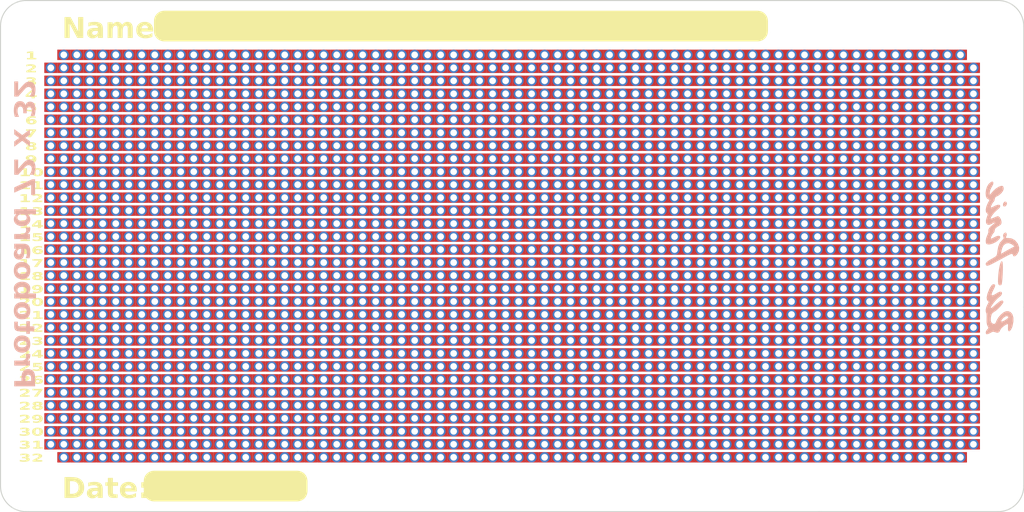
<source format=kicad_pcb>
(kicad_pcb (version 20221018) (generator pcbnew)
  (layers (0 "F.Cu" signal) (31 "B.Cu" signal) (34 "B.Paste" user) (35 "F.Paste" user) (36 "B.SilkS" user "B.Silkscreen") (37 "F.SilkS" user "F.Silkscreen") (38 "B.Mask" user) (39 "F.Mask" user) (44 "Edge.Cuts" user))
  (net 0 "")
  (footprint "Connector_Wire:SolderWirePad_1x01_SMD_1x2mm" (layer "F.Cu") (at 72.305 63.935)
    (fp_text reference "REF**439" hide)
    (fp_text value "SolderWirePad_1x01_SMD_1x2mm" hide)
  )
  (footprint "Connector_Wire:SolderWirePad_1x01_SMD_1x2mm" (layer "F.Cu") (at 115.485 70.285)
    (fp_text reference "REF**833" hide)
    (fp_text value "SolderWirePad_1x01_SMD_1x2mm" hide)
  )
  (footprint "Connector_Wire:SolderWirePad_1x01_SMD_1x2mm" (layer "F.Cu") (at 105.325 76.635)
    (fp_text reference "REF**1185" hide)
    (fp_text value "SolderWirePad_1x01_SMD_1x2mm" hide)
  )
  (footprint "Connector_Wire:SolderWirePad_1x01_SMD_1x2mm" (layer "F.Cu") (at 133.265 74.095)
    (fp_text reference "REF**1063" hide)
    (fp_text value "SolderWirePad_1x01_SMD_1x2mm" hide)
  )
  (footprint "Connector_Wire:SolderWirePad_1x01_SMD_1x2mm" (layer "F.Cu") (at 74.845 90.605)
    (fp_text reference "REF**1953" hide)
    (fp_text value "SolderWirePad_1x01_SMD_1x2mm" hide)
  )
  (footprint "Connector_Wire:SolderWirePad_1x01_SMD_1x2mm" (layer "F.Cu") (at 129.455 91.875)
    (fp_text reference "REF**2068" hide)
    (fp_text value "SolderWirePad_1x01_SMD_1x2mm" hide)
  )
  (footprint "Connector_Wire:SolderWirePad_1x01_SMD_1x2mm" (layer "F.Cu") (at 82.465 57.585)
    (fp_text reference "REF**87" hide)
    (fp_text value "SolderWirePad_1x01_SMD_1x2mm" hide)
  )
  (footprint "Connector_Wire:SolderWirePad_1x01_SMD_1x2mm" (layer "F.Cu") (at 109.135 65.205)
    (fp_text reference "REF**540" hide)
    (fp_text value "SolderWirePad_1x01_SMD_1x2mm" hide)
  )
  (footprint "Connector_Wire:SolderWirePad_1x01_SMD_1x2mm" (layer "F.Cu") (at 130.725 86.795)
    (fp_text reference "REF**1781" hide)
    (fp_text value "SolderWirePad_1x01_SMD_1x2mm" hide)
  )
  (footprint "Connector_Wire:SolderWirePad_1x01_SMD_1x2mm" (layer "F.Cu") (at 86.275 91.875)
    (fp_text reference "REF**2034" hide)
    (fp_text value "SolderWirePad_1x01_SMD_1x2mm" hide)
  )
  (footprint "Connector_Wire:SolderWirePad_1x01_SMD_1x2mm" (layer "F.Cu") (at 97.705 72.825)
    (fp_text reference "REF**963" hide)
    (fp_text value "SolderWirePad_1x01_SMD_1x2mm" hide)
  )
  (footprint "Connector_Wire:SolderWirePad_1x01_SMD_1x2mm" (layer "F.Cu") (at 118.025 57.585)
    (fp_text reference "REF**115" hide)
    (fp_text value "SolderWirePad_1x01_SMD_1x2mm" hide)
  )
  (footprint "Connector_Wire:SolderWirePad_1x01_SMD_1x2mm" (layer "F.Cu") (at 106.595 86.795)
    (fp_text reference "REF**1762" hide)
    (fp_text value "SolderWirePad_1x01_SMD_1x2mm" hide)
  )
  (footprint "Connector_Wire:SolderWirePad_1x01_SMD_1x2mm" (layer "F.Cu") (at 144.695 94.415)
    (fp_text reference "REF**2224" hide)
    (fp_text value "SolderWirePad_1x01_SMD_1x2mm" hide)
  )
  (footprint "Connector_Wire:SolderWirePad_1x01_SMD_1x2mm" (layer "F.Cu") (at 87.545 72.825)
    (fp_text reference "REF**955" hide)
    (fp_text value "SolderWirePad_1x01_SMD_1x2mm" hide)
  )
  (footprint "Connector_Wire:SolderWirePad_1x01_SMD_1x2mm" (layer "F.Cu") (at 72.305 65.205)
    (fp_text reference "REF**511" hide)
    (fp_text value "SolderWirePad_1x01_SMD_1x2mm" hide)
  )
  (footprint "Connector_Wire:SolderWirePad_1x01_SMD_1x2mm" (layer "F.Cu") (at 85.005 93.145)
    (fp_text reference "REF**2105" hide)
    (fp_text value "SolderWirePad_1x01_SMD_1x2mm" hide)
  )
  (footprint "Connector_Wire:SolderWirePad_1x01_SMD_1x2mm" (layer "F.Cu") (at 144.695 86.795)
    (fp_text reference "REF**1792" hide)
    (fp_text value "SolderWirePad_1x01_SMD_1x2mm" hide)
  )
  (footprint "Connector_Wire:SolderWirePad_1x01_SMD_1x2mm" (layer "F.Cu") (at 102.785 84.255)
    (fp_text reference "REF**1615" hide)
    (fp_text value "SolderWirePad_1x01_SMD_1x2mm" hide)
  )
  (footprint "Connector_Wire:SolderWirePad_1x01_SMD_1x2mm" (layer "F.Cu") (at 110.405 88.065)
    (fp_text reference "REF**1837" hide)
    (fp_text value "SolderWirePad_1x01_SMD_1x2mm" hide)
  )
  (footprint "Connector_Wire:SolderWirePad_1x01_SMD_1x2mm" (layer "F.Cu") (at 118.025 82.985)
    (fp_text reference "REF**1555" hide)
    (fp_text value "SolderWirePad_1x01_SMD_1x2mm" hide)
  )
  (footprint "Connector_Wire:SolderWirePad_1x01_SMD_1x2mm" (layer "F.Cu") (at 133.265 56.315)
    (fp_text reference "REF**55" hide)
    (fp_text value "SolderWirePad_1x01_SMD_1x2mm" hide)
  )
  (footprint "Connector_Wire:SolderWirePad_1x01_SMD_1x2mm" (layer "F.Cu") (at 76.115 62.665)
    (fp_text reference "REF**370" hide)
    (fp_text value "SolderWirePad_1x01_SMD_1x2mm" hide)
  )
  (footprint "Connector_Wire:SolderWirePad_1x01_SMD_1x2mm" (layer "F.Cu") (at 128.185 57.585)
    (fp_text reference "REF**123" hide)
    (fp_text value "SolderWirePad_1x01_SMD_1x2mm" hide)
  )
  (footprint "Connector_Wire:SolderWirePad_1x01_SMD_1x2mm" (layer "F.Cu") (at 114.215 76.635)
    (fp_text reference "REF**1192" hide)
    (fp_text value "SolderWirePad_1x01_SMD_1x2mm" hide)
  )
  (footprint "Connector_Wire:SolderWirePad_1x01_SMD_1x2mm" (layer "F.Cu") (at 105.325 62.665)
    (fp_text reference "REF**393" hide)
    (fp_text value "SolderWirePad_1x01_SMD_1x2mm" hide)
  )
  (footprint "Connector_Wire:SolderWirePad_1x01_SMD_1x2mm" (layer "F.Cu") (at 78.655 65.205)
    (fp_text reference "REF**516" hide)
    (fp_text value "SolderWirePad_1x01_SMD_1x2mm" hide)
  )
  (footprint "Connector_Wire:SolderWirePad_1x01_SMD_1x2mm" (layer "F.Cu") (at 124.375 89.335)
    (fp_text reference "REF**1920" hide)
    (fp_text value "SolderWirePad_1x01_SMD_1x2mm" hide)
  )
  (footprint "Connector_Wire:SolderWirePad_1x01_SMD_1x2mm" (layer "F.Cu") (at 74.845 56.315)
    (fp_text reference "REF**9" hide)
    (fp_text value "SolderWirePad_1x01_SMD_1x2mm" hide)
  )
  (footprint "Connector_Wire:SolderWirePad_1x01_SMD_1x2mm" (layer "F.Cu") (at 65.955 89.335)
    (fp_text reference "REF**1874" hide)
    (fp_text value "SolderWirePad_1x01_SMD_1x2mm" hide)
  )
  (footprint "Connector_Wire:SolderWirePad_1x01_SMD_1x2mm" (layer "F.Cu") (at 135.805 63.935)
    (fp_text reference "REF**489" hide)
    (fp_text value "SolderWirePad_1x01_SMD_1x2mm" hide)
  )
  (footprint "Connector_Wire:SolderWirePad_1x01_SMD_1x2mm" (layer "F.Cu") (at 135.805 79.175)
    (fp_text reference "REF**1353" hide)
    (fp_text value "SolderWirePad_1x01_SMD_1x2mm" hide)
  )
  (footprint "Connector_Wire:SolderWirePad_1x01_SMD_1x2mm" (layer "F.Cu") (at 71.035 71.555)
    (fp_text reference "REF**870" hide)
    (fp_text value "SolderWirePad_1x01_SMD_1x2mm" hide)
  )
  (footprint "Connector_Wire:SolderWirePad_1x01_SMD_1x2mm" (layer "F.Cu") (at 77.385 93.145)
    (fp_text reference "REF**2099" hide)
    (fp_text value "SolderWirePad_1x01_SMD_1x2mm" hide)
  )
  (footprint "Connector_Wire:SolderWirePad_1x01_SMD_1x2mm" (layer "F.Cu") (at 114.215 72.825)
    (fp_text reference "REF**976" hide)
    (fp_text value "SolderWirePad_1x01_SMD_1x2mm" hide)
  )
  (footprint "Connector_Wire:SolderWirePad_1x01_SMD_1x2mm" (layer "F.Cu") (at 82.465 80.445)
    (fp_text reference "REF**1383" hide)
    (fp_text value "SolderWirePad_1x01_SMD_1x2mm" hide)
  )
  (footprint "Connector_Wire:SolderWirePad_1x01_SMD_1x2mm" (layer "F.Cu") (at 64.685 89.335)
    (fp_text reference "REF**1873" hide)
    (fp_text value "SolderWirePad_1x01_SMD_1x2mm" hide)
  )
  (footprint "Connector_Wire:SolderWirePad_1x01_SMD_1x2mm" (layer "F.Cu") (at 151.045 80.445)
    (fp_text reference "REF**1437" hide)
    (fp_text value "SolderWirePad_1x01_SMD_1x2mm" hide)
  )
  (footprint "Connector_Wire:SolderWirePad_1x01_SMD_1x2mm" (layer "F.Cu") (at 128.185 82.985)
    (fp_text reference "REF**1563" hide)
    (fp_text value "SolderWirePad_1x01_SMD_1x2mm" hide)
  )
  (footprint "Connector_Wire:SolderWirePad_1x01_SMD_1x2mm" (layer "F.Cu") (at 124.375 90.605)
    (fp_text reference "REF**1992" hide)
    (fp_text value "SolderWirePad_1x01_SMD_1x2mm" hide)
  )
  (footprint "Connector_Wire:SolderWirePad_1x01_SMD_1x2mm" (layer "F.Cu") (at 110.405 85.525)
    (fp_text reference "REF**1693" hide)
    (fp_text value "SolderWirePad_1x01_SMD_1x2mm" hide)
  )
  (footprint "Connector_Wire:SolderWirePad_1x01_SMD_1x2mm" (layer "F.Cu") (at 145.965 88.065)
    (fp_text reference "REF**1865" hide)
    (fp_text value "SolderWirePad_1x01_SMD_1x2mm" hide)
  )
  (footprint "Connector_Wire:SolderWirePad_1x01_SMD_1x2mm" (layer "F.Cu") (at 78.655 56.315)
    (fp_text reference "REF**12" hide)
    (fp_text value "SolderWirePad_1x01_SMD_1x2mm" hide)
  )
  (footprint "Connector_Wire:SolderWirePad_1x01_SMD_1x2mm" (layer "F.Cu") (at 126.915 77.905)
    (fp_text reference "REF**1274" hide)
    (fp_text value "SolderWirePad_1x01_SMD_1x2mm" hide)
  )
  (footprint "Connector_Wire:SolderWirePad_1x01_SMD_1x2mm" (layer "F.Cu") (at 77.385 80.445)
    (fp_text reference "REF**1379" hide)
    (fp_text value "SolderWirePad_1x01_SMD_1x2mm" hide)
  )
  (footprint "Connector_Wire:SolderWirePad_1x01_SMD_1x2mm" (layer "F.Cu") (at 96.435 90.605)
    (fp_text reference "REF**1970" hide)
    (fp_text value "SolderWirePad_1x01_SMD_1x2mm" hide)
  )
  (footprint "Connector_Wire:SolderWirePad_1x01_SMD_1x2mm" (layer "F.Cu") (at 120.565 90.605)
    (fp_text reference "REF**1989" hide)
    (fp_text value "SolderWirePad_1x01_SMD_1x2mm" hide)
  )
  (footprint "Connector_Wire:SolderWirePad_1x01_SMD_1x2mm" (layer "F.Cu") (at 93.895 79.175)
    (fp_text reference "REF**1320" hide)
    (fp_text value "SolderWirePad_1x01_SMD_1x2mm" hide)
  )
  (footprint "Connector_Wire:SolderWirePad_1x01_SMD_1x2mm" (layer "F.Cu") (at 123.105 75.365)
    (fp_text reference "REF**1127" hide)
    (fp_text value "SolderWirePad_1x01_SMD_1x2mm" hide)
  )
  (footprint "Connector_Wire:SolderWirePad_1x01_SMD_1x2mm" (layer "F.Cu") (at 109.135 66.475)
    (fp_text reference "REF**612" hide)
    (fp_text value "SolderWirePad_1x01_SMD_1x2mm" hide)
  )
  (footprint "Connector_Wire:SolderWirePad_1x01_SMD_1x2mm" (layer "F.Cu") (at 96.435 80.445)
    (fp_text reference "REF**1394" hide)
    (fp_text value "SolderWirePad_1x01_SMD_1x2mm" hide)
  )
  (footprint "Connector_Wire:SolderWirePad_1x01_SMD_1x2mm" (layer "F.Cu") (at 109.135 76.635)
    (fp_text reference "REF**1188" hide)
    (fp_text value "SolderWirePad_1x01_SMD_1x2mm" hide)
  )
  (footprint "Connector_Wire:SolderWirePad_1x01_SMD_1x2mm" (layer "F.Cu") (at 128.185 70.285)
    (fp_text reference "REF**843" hide)
    (fp_text value "SolderWirePad_1x01_SMD_1x2mm" hide)
  )
  (footprint "Connector_Wire:SolderWirePad_1x01_SMD_1x2mm" (layer "F.Cu") (at 119.295 84.255)
    (fp_text reference "REF**1628" hide)
    (fp_text value "SolderWirePad_1x01_SMD_1x2mm" hide)
  )
  (footprint "Connector_Wire:SolderWirePad_1x01_SMD_1x2mm" (layer "F.Cu") (at 72.305 91.875)
    (fp_text reference "REF**2023" hide)
    (fp_text value "SolderWirePad_1x01_SMD_1x2mm" hide)
  )
  (footprint "Connector_Wire:SolderWirePad_1x01_SMD_1x2mm" (layer "F.Cu") (at 134.535 74.095)
    (fp_text reference "REF**1064" hide)
    (fp_text value "SolderWirePad_1x01_SMD_1x2mm" hide)
  )
  (footprint "Connector_Wire:SolderWirePad_1x01_SMD_1x2mm" (layer "F.Cu") (at 121.835 60.125)
    (fp_text reference "REF**262" hide)
    (fp_text value "SolderWirePad_1x01_SMD_1x2mm" hide)
  )
  (footprint "Connector_Wire:SolderWirePad_1x01_SMD_1x2mm" (layer "F.Cu") (at 139.615 79.175)
    (fp_text reference "REF**1356" hide)
    (fp_text value "SolderWirePad_1x01_SMD_1x2mm" hide)
  )
  (footprint "Connector_Wire:SolderWirePad_1x01_SMD_1x2mm" (layer "F.Cu") (at 109.135 58.855)
    (fp_text reference "REF**180" hide)
    (fp_text value "SolderWirePad_1x01_SMD_1x2mm" hide)
  )
  (footprint "Connector_Wire:SolderWirePad_1x01_SMD_1x2mm" (layer "F.Cu") (at 145.965 84.255)
    (fp_text reference "REF**1649" hide)
    (fp_text value "SolderWirePad_1x01_SMD_1x2mm" hide)
  )
  (footprint "Connector_Wire:SolderWirePad_1x01_SMD_1x2mm" (layer "F.Cu") (at 76.115 86.795)
    (fp_text reference "REF**1738" hide)
    (fp_text value "SolderWirePad_1x01_SMD_1x2mm" hide)
  )
  (footprint "Connector_Wire:SolderWirePad_1x01_SMD_1x2mm" (layer "F.Cu") (at 126.915 71.555)
    (fp_text reference "REF**914" hide)
    (fp_text value "SolderWirePad_1x01_SMD_1x2mm" hide)
  )
  (footprint "Connector_Wire:SolderWirePad_1x01_SMD_1x2mm" (layer "F.Cu") (at 119.295 85.525)
    (fp_text reference "REF**1700" hide)
    (fp_text value "SolderWirePad_1x01_SMD_1x2mm" hide)
  )
  (footprint "Connector_Wire:SolderWirePad_1x01_SMD_1x2mm" (layer "F.Cu") (at 118.025 88.065)
    (fp_text reference "REF**1843" hide)
    (fp_text value "SolderWirePad_1x01_SMD_1x2mm" hide)
  )
  (footprint "Connector_Wire:SolderWirePad_1x01_SMD_1x2mm" (layer "F.Cu") (at 135.805 65.205)
    (fp_text reference "REF**561" hide)
    (fp_text value "SolderWirePad_1x01_SMD_1x2mm" hide)
  )
  (footprint "Connector_Wire:SolderWirePad_1x01_SMD_1x2mm" (layer "F.Cu") (at 95.165 57.585)
    (fp_text reference "REF**97" hide)
    (fp_text value "SolderWirePad_1x01_SMD_1x2mm" hide)
  )
  (footprint "Connector_Wire:SolderWirePad_1x01_SMD_1x2mm" (layer "F.Cu") (at 116.755 72.825)
    (fp_text reference "REF**978" hide)
    (fp_text value "SolderWirePad_1x01_SMD_1x2mm" hide)
  )
  (footprint "Connector_Wire:SolderWirePad_1x01_SMD_1x2mm" (layer "F.Cu") (at 92.625 58.855)
    (fp_text reference "REF**167" hide)
    (fp_text value "SolderWirePad_1x01_SMD_1x2mm" hide)
  )
  (footprint "Connector_Wire:SolderWirePad_1x01_SMD_1x2mm" (layer "F.Cu") (at 98.975 89.335)
    (fp_text reference "REF**1900" hide)
    (fp_text value "SolderWirePad_1x01_SMD_1x2mm" hide)
  )
  (footprint "Connector_Wire:SolderWirePad_1x01_SMD_1x2mm" (layer "F.Cu") (at 85.005 81.715)
    (fp_text reference "REF**1457" hide)
    (fp_text value "SolderWirePad_1x01_SMD_1x2mm" hide)
  )
  (footprint "Connector_Wire:SolderWirePad_1x01_SMD_1x2mm" (layer "F.Cu") (at 73.575 75.365)
    (fp_text reference "REF**1088" hide)
    (fp_text value "SolderWirePad_1x01_SMD_1x2mm" hide)
  )
  (footprint "Connector_Wire:SolderWirePad_1x01_SMD_1x2mm" (layer "F.Cu") (at 83.735 71.555)
    (fp_text reference "REF**880" hide)
    (fp_text value "SolderWirePad_1x01_SMD_1x2mm" hide)
  )
  (footprint "Connector_Wire:SolderWirePad_1x01_SMD_1x2mm" (layer "F.Cu") (at 78.655 86.795)
    (fp_text reference "REF**1740" hide)
    (fp_text value "SolderWirePad_1x01_SMD_1x2mm" hide)
  )
  (footprint "Connector_Wire:SolderWirePad_1x01_SMD_1x2mm" (layer "F.Cu") (at 151.045 74.095)
    (fp_text reference "REF**1077" hide)
    (fp_text value "SolderWirePad_1x01_SMD_1x2mm" hide)
  )
  (footprint "Connector_Wire:SolderWirePad_1x01_SMD_1x2mm" (layer "F.Cu") (at 112.945 70.285)
    (fp_text reference "REF**831" hide)
    (fp_text value "SolderWirePad_1x01_SMD_1x2mm" hide)
  )
  (footprint "Connector_Wire:SolderWirePad_1x01_SMD_1x2mm" (layer "F.Cu") (at 67.225 93.145)
    (fp_text reference "REF**2091" hide)
    (fp_text value "SolderWirePad_1x01_SMD_1x2mm" hide)
  )
  (footprint "Connector_Wire:SolderWirePad_1x01_SMD_1x2mm" (layer "F.Cu") (at 152.315 94.415)
    (fp_text reference "REF**2230" hide)
    (fp_text value "SolderWirePad_1x01_SMD_1x2mm" hide)
  )
  (footprint "Connector_Wire:SolderWirePad_1x01_SMD_1x2mm" (layer "F.Cu") (at 143.425 84.255)
    (fp_text reference "REF**1647" hide)
    (fp_text value "SolderWirePad_1x01_SMD_1x2mm" hide)
  )
  (footprint "Connector_Wire:SolderWirePad_1x01_SMD_1x2mm" (layer "F.Cu") (at 81.195 74.095)
    (fp_text reference "REF**1022" hide)
    (fp_text value "SolderWirePad_1x01_SMD_1x2mm" hide)
  )
  (footprint "Connector_Wire:SolderWirePad_1x01_SMD_1x2mm" (layer "F.Cu") (at 73.575 57.585)
    (fp_text reference "REF**80" hide)
    (fp_text value "SolderWirePad_1x01_SMD_1x2mm" hide)
  )
  (footprint "Connector_Wire:SolderWirePad_1x01_SMD_1x2mm" (layer "F.Cu") (at 78.655 80.445)
    (fp_text reference "REF**1380" hide)
    (fp_text value "SolderWirePad_1x01_SMD_1x2mm" hide)
  )
  (footprint "Connector_Wire:SolderWirePad_1x01_SMD_1x2mm" (layer "F.Cu") (at 147.235 93.145)
    (fp_text reference "REF**2154" hide)
    (fp_text value "SolderWirePad_1x01_SMD_1x2mm" hide)
  )
  (footprint "Connector_Wire:SolderWirePad_1x01_SMD_1x2mm" (layer "F.Cu") (at 110.405 79.175)
    (fp_text reference "REF**1333" hide)
    (fp_text value "SolderWirePad_1x01_SMD_1x2mm" hide)
  )
  (footprint "Connector_Wire:SolderWirePad_1x01_SMD_1x2mm" (layer "F.Cu") (at 131.995 71.555)
    (fp_text reference "REF**918" hide)
    (fp_text value "SolderWirePad_1x01_SMD_1x2mm" hide)
  )
  (footprint "Connector_Wire:SolderWirePad_1x01_SMD_1x2mm" (layer "F.Cu") (at 64.685 94.415)
    (fp_text reference "REF**2161" hide)
    (fp_text value "SolderWirePad_1x01_SMD_1x2mm" hide)
  )
  (footprint "Connector_Wire:SolderWirePad_1x01_SMD_1x2mm" (layer "F.Cu") (at 144.695 93.145)
    (fp_text reference "REF**2152" hide)
    (fp_text value "SolderWirePad_1x01_SMD_1x2mm" hide)
  )
  (footprint "Connector_Wire:SolderWirePad_1x01_SMD_1x2mm" (layer "F.Cu") (at 81.195 81.715)
    (fp_text reference "REF**1454" hide)
    (fp_text value "SolderWirePad_1x01_SMD_1x2mm" hide)
  )
  (footprint "Connector_Wire:SolderWirePad_1x01_SMD_1x2mm" (layer "F.Cu") (at 88.815 58.855)
    (fp_text reference "REF**164" hide)
    (fp_text value "SolderWirePad_1x01_SMD_1x2mm" hide)
  )
  (footprint "Connector_Wire:SolderWirePad_1x01_SMD_1x2mm" (layer "F.Cu") (at 144.695 81.715)
    (fp_text reference "REF**1504" hide)
    (fp_text value "SolderWirePad_1x01_SMD_1x2mm" hide)
  )
  (footprint "Connector_Wire:SolderWirePad_1x01_SMD_1x2mm" (layer "F.Cu") (at 78.655 79.175)
    (fp_text reference "REF**1308" hide)
    (fp_text value "SolderWirePad_1x01_SMD_1x2mm" hide)
  )
  (footprint "Connector_Wire:SolderWirePad_1x01_SMD_1x2mm" (layer "F.Cu") (at 76.115 90.605)
    (fp_text reference "REF**1954" hide)
    (fp_text value "SolderWirePad_1x01_SMD_1x2mm" hide)
  )
  (footprint "Connector_Wire:SolderWirePad_1x01_SMD_1x2mm" (layer "F.Cu") (at 120.565 56.315)
    (fp_text reference "REF**45" hide)
    (fp_text value "SolderWirePad_1x01_SMD_1x2mm" hide)
  )
  (footprint "Connector_Wire:SolderWirePad_1x01_SMD_1x2mm" (layer "F.Cu") (at 82.465 81.715)
    (fp_text reference "REF**1455" hide)
    (fp_text value "SolderWirePad_1x01_SMD_1x2mm" hide)
  )
  (footprint "Connector_Wire:SolderWirePad_1x01_SMD_1x2mm" (layer "F.Cu") (at 86.275 65.205)
    (fp_text reference "REF**522" hide)
    (fp_text value "SolderWirePad_1x01_SMD_1x2mm" hide)
  )
  (footprint "Connector_Wire:SolderWirePad_1x01_SMD_1x2mm" (layer "F.Cu") (at 147.235 56.315)
    (fp_text reference "REF**66" hide)
    (fp_text value "SolderWirePad_1x01_SMD_1x2mm" hide)
  )
  (footprint "Connector_Wire:SolderWirePad_1x01_SMD_1x2mm" (layer "F.Cu") (at 71.035 65.205)
    (fp_text reference "REF**510" hide)
    (fp_text value "SolderWirePad_1x01_SMD_1x2mm" hide)
  )
  (footprint "Connector_Wire:SolderWirePad_1x01_SMD_1x2mm" (layer "F.Cu") (at 65.955 60.125)
    (fp_text reference "REF**218" hide)
    (fp_text value "SolderWirePad_1x01_SMD_1x2mm" hide)
  )
  (footprint "Connector_Wire:SolderWirePad_1x01_SMD_1x2mm" (layer "F.Cu") (at 90.085 94.415)
    (fp_text reference "REF**2181" hide)
    (fp_text value "SolderWirePad_1x01_SMD_1x2mm" hide)
  )
  (footprint "Connector_Wire:SolderWirePad_1x01_SMD_1x2mm" (layer "F.Cu") (at 116.755 65.205)
    (fp_text reference "REF**546" hide)
    (fp_text value "SolderWirePad_1x01_SMD_1x2mm" hide)
  )
  (footprint "Connector_Wire:SolderWirePad_1x01_SMD_1x2mm" (layer "F.Cu") (at 90.085 88.065)
    (fp_text reference "REF**1821" hide)
    (fp_text value "SolderWirePad_1x01_SMD_1x2mm" hide)
  )
  (footprint "Connector_Wire:SolderWirePad_1x01_SMD_1x2mm" (layer "F.Cu") (at 78.655 66.475)
    (fp_text reference "REF**588" hide)
    (fp_text value "SolderWirePad_1x01_SMD_1x2mm" hide)
  )
  (footprint "Connector_Wire:SolderWirePad_1x01_SMD_1x2mm" (layer "F.Cu") (at 72.305 77.905)
    (fp_text reference "REF**1231" hide)
    (fp_text value "SolderWirePad_1x01_SMD_1x2mm" hide)
  )
  (footprint "Connector_Wire:SolderWirePad_1x01_SMD_1x2mm" (layer "F.Cu") (at 86.275 60.125)
    (fp_text reference "REF**234" hide)
    (fp_text value "SolderWirePad_1x01_SMD_1x2mm" hide)
  )
  (footprint "Connector_Wire:SolderWirePad_1x01_SMD_1x2mm" (layer "F.Cu") (at 81.195 82.985)
    (fp_text reference "REF**1526" hide)
    (fp_text value "SolderWirePad_1x01_SMD_1x2mm" hide)
  )
  (footprint "Connector_Wire:SolderWirePad_1x01_SMD_1x2mm" (layer "F.Cu") (at 121.835 89.335)
    (fp_text reference "REF**1918" hide)
    (fp_text value "SolderWirePad_1x01_SMD_1x2mm" hide)
  )
  (footprint "Connector_Wire:SolderWirePad_1x01_SMD_1x2mm" (layer "F.Cu") (at 79.925 84.255)
    (fp_text reference "REF**1597" hide)
    (fp_text value "SolderWirePad_1x01_SMD_1x2mm" hide)
  )
  (footprint "Connector_Wire:SolderWirePad_1x01_SMD_1x2mm" (layer "F.Cu") (at 118.025 75.365)
    (fp_text reference "REF**1123" hide)
    (fp_text value "SolderWirePad_1x01_SMD_1x2mm" hide)
  )
  (footprint "Connector_Wire:SolderWirePad_1x01_SMD_1x2mm" (layer "F.Cu") (at 106.595 90.605)
    (fp_text reference "REF**1978" hide)
    (fp_text value "SolderWirePad_1x01_SMD_1x2mm" hide)
  )
  (footprint "Connector_Wire:SolderWirePad_1x01_SMD_1x2mm" (layer "F.Cu") (at 114.215 90.605)
    (fp_text reference "REF**1984" hide)
    (fp_text value "SolderWirePad_1x01_SMD_1x2mm" hide)
  )
  (footprint "Connector_Wire:SolderWirePad_1x01_SMD_1x2mm" (layer "F.Cu") (at 143.425 82.985)
    (fp_text reference "REF**1575" hide)
    (fp_text value "SolderWirePad_1x01_SMD_1x2mm" hide)
  )
  (footprint "Connector_Wire:SolderWirePad_1x01_SMD_1x2mm" (layer "F.Cu") (at 126.915 56.315)
    (fp_text reference "REF**50" hide)
    (fp_text value "SolderWirePad_1x01_SMD_1x2mm" hide)
  )
  (footprint "Connector_Wire:SolderWirePad_1x01_SMD_1x2mm" (layer "F.Cu") (at 77.385 84.255)
    (fp_text reference "REF**1595" hide)
    (fp_text value "SolderWirePad_1x01_SMD_1x2mm" hide)
  )
  (footprint "Connector_Wire:SolderWirePad_1x01_SMD_1x2mm" (layer "F.Cu") (at 137.075 88.065)
    (fp_text reference "REF**1858" hide)
    (fp_text value "SolderWirePad_1x01_SMD_1x2mm" hide)
  )
  (footprint "Connector_Wire:SolderWirePad_1x01_SMD_1x2mm" (layer "F.Cu") (at 101.515 66.475)
    (fp_text reference "REF**606" hide)
    (fp_text value "SolderWirePad_1x01_SMD_1x2mm" hide)
  )
  (footprint "Connector_Wire:SolderWirePad_1x01_SMD_1x2mm" (layer "F.Cu") (at 107.865 57.585)
    (fp_text reference "REF**107" hide)
    (fp_text value "SolderWirePad_1x01_SMD_1x2mm" hide)
  )
  (footprint "Connector_Wire:SolderWirePad_1x01_SMD_1x2mm" (layer "F.Cu") (at 67.225 85.525)
    (fp_text reference "REF**1659" hide)
    (fp_text value "SolderWirePad_1x01_SMD_1x2mm" hide)
  )
  (footprint "Connector_Wire:SolderWirePad_1x01_SMD_1x2mm" (layer "F.Cu") (at 111.675 85.525)
    (fp_text reference "REF**1694" hide)
    (fp_text value "SolderWirePad_1x01_SMD_1x2mm" hide)
  )
  (footprint "Connector_Wire:SolderWirePad_1x01_SMD_1x2mm" (layer "F.Cu") (at 100.245 71.555)
    (fp_text reference "REF**893" hide)
    (fp_text value "SolderWirePad_1x01_SMD_1x2mm" hide)
  )
  (footprint "Connector_Wire:SolderWirePad_1x01_SMD_1x2mm" (layer "F.Cu") (at 73.575 93.145)
    (fp_text reference "REF**2096" hide)
    (fp_text value "SolderWirePad_1x01_SMD_1x2mm" hide)
  )
  (footprint "Connector_Wire:SolderWirePad_1x01_SMD_1x2mm" (layer "F.Cu") (at 74.845 67.745)
    (fp_text reference "REF**657" hide)
    (fp_text value "SolderWirePad_1x01_SMD_1x2mm" hide)
  )
  (footprint "Connector_Wire:SolderWirePad_1x01_SMD_1x2mm" (layer "F.Cu") (at 88.815 80.445)
    (fp_text reference "REF**1388" hide)
    (fp_text value "SolderWirePad_1x01_SMD_1x2mm" hide)
  )
  (footprint "Connector_Wire:SolderWirePad_1x01_SMD_1x2mm" (layer "F.Cu") (at 121.835 74.095)
    (fp_text reference "REF**1054" hide)
    (fp_text value "SolderWirePad_1x01_SMD_1x2mm" hide)
  )
  (footprint "Connector_Wire:SolderWirePad_1x01_SMD_1x2mm" (layer "F.Cu") (at 88.815 67.745)
    (fp_text reference "REF**668" hide)
    (fp_text value "SolderWirePad_1x01_SMD_1x2mm" hide)
  )
  (footprint "Connector_Wire:SolderWirePad_1x01_SMD_1x2mm" (layer "F.Cu") (at 68.495 85.525)
    (fp_text reference "REF**1660" hide)
    (fp_text value "SolderWirePad_1x01_SMD_1x2mm" hide)
  )
  (footprint "Connector_Wire:SolderWirePad_1x01_SMD_1x2mm" (layer "F.Cu") (at 153.585 60.125)
    (fp_text reference "REF**287" hide)
    (fp_text value "SolderWirePad_1x01_SMD_1x2mm" hide)
  )
  (footprint "Connector_Wire:SolderWirePad_1x01_SMD_1x2mm" (layer "F.Cu") (at 125.645 61.395)
    (fp_text reference "REF**337" hide)
    (fp_text value "SolderWirePad_1x01_SMD_1x2mm" hide)
  )
  (footprint "Connector_Wire:SolderWirePad_1x01_SMD_1x2mm" (layer "F.Cu") (at 144.695 84.255)
    (fp_text reference "REF**1648" hide)
    (fp_text value "SolderWirePad_1x01_SMD_1x2mm" hide)
  )
  (footprint "Connector_Wire:SolderWirePad_1x01_SMD_1x2mm" (layer "F.Cu") (at 67.225 77.905)
    (fp_text reference "REF**1227" hide)
    (fp_text value "SolderWirePad_1x01_SMD_1x2mm" hide)
  )
  (footprint "Connector_Wire:SolderWirePad_1x01_SMD_1x2mm" (layer "F.Cu") (at 140.885 81.715)
    (fp_text reference "REF**1501" hide)
    (fp_text value "SolderWirePad_1x01_SMD_1x2mm" hide)
  )
  (footprint "Connector_Wire:SolderWirePad_1x01_SMD_1x2mm" (layer "F.Cu") (at 153.585 71.555)
    (fp_text reference "REF**935" hide)
    (fp_text value "SolderWirePad_1x01_SMD_1x2mm" hide)
  )
  (footprint "Connector_Wire:SolderWirePad_1x01_SMD_1x2mm" (layer "F.Cu") (at 118.025 85.525)
    (fp_text reference "REF**1699" hide)
    (fp_text value "SolderWirePad_1x01_SMD_1x2mm" hide)
  )
  (footprint "Connector_Wire:SolderWirePad_1x01_SMD_1x2mm" (layer "F.Cu") (at 63.415 84.255)
    (fp_text reference "REF**1584" hide)
    (fp_text value "SolderWirePad_1x01_SMD_1x2mm" hide)
  )
  (footprint "Connector_Wire:SolderWirePad_1x01_SMD_1x2mm" (layer "F.Cu") (at 151.045 84.255)
    (fp_text reference "REF**1653" hide)
    (fp_text value "SolderWirePad_1x01_SMD_1x2mm" hide)
  )
  (footprint "Connector_Wire:SolderWirePad_1x01_SMD_1x2mm" (layer "F.Cu") (at 72.305 71.555)
    (fp_text reference "REF**871" hide)
    (fp_text value "SolderWirePad_1x01_SMD_1x2mm" hide)
  )
  (footprint "Connector_Wire:SolderWirePad_1x01_SMD_1x2mm" (layer "F.Cu") (at 138.345 60.125)
    (fp_text reference "REF**275" hide)
    (fp_text value "SolderWirePad_1x01_SMD_1x2mm" hide)
  )
  (footprint "Connector_Wire:SolderWirePad_1x01_SMD_1x2mm" (layer "F.Cu") (at 111.675 63.935)
    (fp_text reference "REF**470" hide)
    (fp_text value "SolderWirePad_1x01_SMD_1x2mm" hide)
  )
  (footprint "Connector_Wire:SolderWirePad_1x01_SMD_1x2mm" (layer "F.Cu") (at 126.915 95.685)
    (fp_text reference "REF**2282" hide)
    (fp_text value "SolderWirePad_1x01_SMD_1x2mm" hide)
  )
  (footprint "Connector_Wire:SolderWirePad_1x01_SMD_1x2mm" (layer "F.Cu") (at 140.885 58.855)
    (fp_text reference "REF**205" hide)
    (fp_text value "SolderWirePad_1x01_SMD_1x2mm" hide)
  )
  (footprint "Connector_Wire:SolderWirePad_1x01_SMD_1x2mm" (layer "F.Cu") (at 152.315 77.905)
    (fp_text reference "REF**1294" hide)
    (fp_text value "SolderWirePad_1x01_SMD_1x2mm" hide)
  )
  (footprint "Connector_Wire:SolderWirePad_1x01_SMD_1x2mm" (layer "F.Cu") (at 110.405 75.365)
    (fp_text reference "REF**1117" hide)
    (fp_text value "SolderWirePad_1x01_SMD_1x2mm" hide)
  )
  (footprint "Connector_Wire:SolderWirePad_1x01_SMD_1x2mm" (layer "F.Cu") (at 106.595 88.065)
    (fp_text reference "REF**1834" hide)
    (fp_text value "SolderWirePad_1x01_SMD_1x2mm" hide)
  )
  (footprint "Connector_Wire:SolderWirePad_1x01_SMD_1x2mm" (layer "F.Cu") (at 147.235 63.935)
    (fp_text reference "REF**498" hide)
    (fp_text value "SolderWirePad_1x01_SMD_1x2mm" hide)
  )
  (footprint "Connector_Wire:SolderWirePad_1x01_SMD_1x2mm" (layer "F.Cu") (at 124.375 79.175)
    (fp_text reference "REF**1344" hide)
    (fp_text value "SolderWirePad_1x01_SMD_1x2mm" hide)
  )
  (footprint "Connector_Wire:SolderWirePad_1x01_SMD_1x2mm" (layer "F.Cu") (at 147.235 88.065)
    (fp_text reference "REF**1866" hide)
    (fp_text value "SolderWirePad_1x01_SMD_1x2mm" hide)
  )
  (footprint "Connector_Wire:SolderWirePad_1x01_SMD_1x2mm" (layer "F.Cu") (at 142.155 77.905)
    (fp_text reference "REF**1286" hide)
    (fp_text value "SolderWirePad_1x01_SMD_1x2mm" hide)
  )
  (footprint "Connector_Wire:SolderWirePad_1x01_SMD_1x2mm" (layer "F.Cu") (at 65.955 84.255)
    (fp_text reference "REF**1586" hide)
    (fp_text value "SolderWirePad_1x01_SMD_1x2mm" hide)
  )
  (footprint "Connector_Wire:SolderWirePad_1x01_SMD_1x2mm" (layer "F.Cu") (at 118.025 95.685)
    (fp_text reference "REF**2275" hide)
    (fp_text value "SolderWirePad_1x01_SMD_1x2mm" hide)
  )
  (footprint "Connector_Wire:SolderWirePad_1x01_SMD_1x2mm" (layer "F.Cu") (at 145.965 77.905)
    (fp_text reference "REF**1289" hide)
    (fp_text value "SolderWirePad_1x01_SMD_1x2mm" hide)
  )
  (footprint "Connector_Wire:SolderWirePad_1x01_SMD_1x2mm" (layer "F.Cu") (at 114.215 77.905)
    (fp_text reference "REF**1264" hide)
    (fp_text value "SolderWirePad_1x01_SMD_1x2mm" hide)
  )
  (footprint "Connector_Wire:SolderWirePad_1x01_SMD_1x2mm" (layer "F.Cu") (at 133.265 57.585)
    (fp_text reference "REF**127" hide)
    (fp_text value "SolderWirePad_1x01_SMD_1x2mm" hide)
  )
  (footprint "Connector_Wire:SolderWirePad_1x01_SMD_1x2mm" (layer "F.Cu") (at 101.515 93.145)
    (fp_text reference "REF**2118" hide)
    (fp_text value "SolderWirePad_1x01_SMD_1x2mm" hide)
  )
  (footprint "Connector_Wire:SolderWirePad_1x01_SMD_1x2mm" (layer "F.Cu") (at 114.215 74.095)
    (fp_text reference "REF**1048" hide)
    (fp_text value "SolderWirePad_1x01_SMD_1x2mm" hide)
  )
  (footprint "Connector_Wire:SolderWirePad_1x01_SMD_1x2mm" (layer "F.Cu") (at 79.925 70.285)
    (fp_text reference "REF**805" hide)
    (fp_text value "SolderWirePad_1x01_SMD_1x2mm" hide)
  )
  (footprint "Connector_Wire:SolderWirePad_1x01_SMD_1x2mm" (layer "F.Cu") (at 86.275 71.555)
    (fp_text reference "REF**882" hide)
    (fp_text value "SolderWirePad_1x01_SMD_1x2mm" hide)
  )
  (footprint "Connector_Wire:SolderWirePad_1x01_SMD_1x2mm" (layer "F.Cu") (at 121.835 81.715)
    (fp_text reference "REF**1486" hide)
    (fp_text value "SolderWirePad_1x01_SMD_1x2mm" hide)
  )
  (footprint "Connector_Wire:SolderWirePad_1x01_SMD_1x2mm" (layer "F.Cu") (at 109.135 81.715)
    (fp_text reference "REF**1476" hide)
    (fp_text value "SolderWirePad_1x01_SMD_1x2mm" hide)
  )
  (footprint "Connector_Wire:SolderWirePad_1x01_SMD_1x2mm" (layer "F.Cu") (at 95.165 75.365)
    (fp_text reference "REF**1105" hide)
    (fp_text value "SolderWirePad_1x01_SMD_1x2mm" hide)
  )
  (footprint "Connector_Wire:SolderWirePad_1x01_SMD_1x2mm" (layer "F.Cu") (at 128.185 76.635)
    (fp_text reference "REF**1203" hide)
    (fp_text value "SolderWirePad_1x01_SMD_1x2mm" hide)
  )
  (footprint "Connector_Wire:SolderWirePad_1x01_SMD_1x2mm" (layer "F.Cu") (at 138.345 84.255)
    (fp_text reference "REF**1643" hide)
    (fp_text value "SolderWirePad_1x01_SMD_1x2mm" hide)
  )
  (footprint "Connector_Wire:SolderWirePad_1x01_SMD_1x2mm" (layer "F.Cu") (at 96.435 72.825)
    (fp_text reference "REF**962" hide)
    (fp_text value "SolderWirePad_1x01_SMD_1x2mm" hide)
  )
  (footprint "Connector_Wire:SolderWirePad_1x01_SMD_1x2mm" (layer "F.Cu") (at 121.835 82.985)
    (fp_text reference "REF**1558" hide)
    (fp_text value "SolderWirePad_1x01_SMD_1x2mm" hide)
  )
  (footprint "Connector_Wire:SolderWirePad_1x01_SMD_1x2mm" (layer "F.Cu") (at 147.235 61.395)
    (fp_text reference "REF**354" hide)
    (fp_text value "SolderWirePad_1x01_SMD_1x2mm" hide)
  )
  (footprint "Connector_Wire:SolderWirePad_1x01_SMD_1x2mm" (layer "F.Cu") (at 133.265 84.255)
    (fp_text reference "REF**1639" hide)
    (fp_text value "SolderWirePad_1x01_SMD_1x2mm" hide)
  )
  (footprint "Connector_Wire:SolderWirePad_1x01_SMD_1x2mm" (layer "F.Cu") (at 86.275 72.825)
    (fp_text reference "REF**954" hide)
    (fp_text value "SolderWirePad_1x01_SMD_1x2mm" hide)
  )
  (footprint "Connector_Wire:SolderWirePad_1x01_SMD_1x2mm" (layer "F.Cu") (at 82.465 71.555)
    (fp_text reference "REF**879" hide)
    (fp_text value "SolderWirePad_1x01_SMD_1x2mm" hide)
  )
  (footprint "Connector_Wire:SolderWirePad_1x01_SMD_1x2mm" (layer "F.Cu") (at 112.945 93.145)
    (fp_text reference "REF**2127" hide)
    (fp_text value "SolderWirePad_1x01_SMD_1x2mm" hide)
  )
  (footprint "Connector_Wire:SolderWirePad_1x01_SMD_1x2mm" (layer "F.Cu") (at 106.595 84.255)
    (fp_text reference "REF**1618" hide)
    (fp_text value "SolderWirePad_1x01_SMD_1x2mm" hide)
  )
  (footprint "Connector_Wire:SolderWirePad_1x01_SMD_1x2mm" (layer "F.Cu") (at 76.115 82.985)
    (fp_text reference "REF**1522" hide)
    (fp_text value "SolderWirePad_1x01_SMD_1x2mm" hide)
  )
  (footprint "Connector_Wire:SolderWirePad_1x01_SMD_1x2mm" (layer "F.Cu") (at 101.515 82.985)
    (fp_text reference "REF**1542" hide)
    (fp_text value "SolderWirePad_1x01_SMD_1x2mm" hide)
  )
  (footprint "Connector_Wire:SolderWirePad_1x01_SMD_1x2mm" (layer "F.Cu") (at 91.355 60.125)
    (fp_text reference "REF**238" hide)
    (fp_text value "SolderWirePad_1x01_SMD_1x2mm" hide)
  )
  (footprint "Connector_Wire:SolderWirePad_1x01_SMD_1x2mm" (layer "F.Cu") (at 128.185 60.125)
    (fp_text reference "REF**267" hide)
    (fp_text value "SolderWirePad_1x01_SMD_1x2mm" hide)
  )
  (footprint "Connector_Wire:SolderWirePad_1x01_SMD_1x2mm" (layer "F.Cu") (at 152.315 63.935)
    (fp_text reference "REF**502" hide)
    (fp_text value "SolderWirePad_1x01_SMD_1x2mm" hide)
  )
  (footprint "Connector_Wire:SolderWirePad_1x01_SMD_1x2mm" (layer "F.Cu") (at 137.075 71.555)
    (fp_text reference "REF**922" hide)
    (fp_text value "SolderWirePad_1x01_SMD_1x2mm" hide)
  )
  (footprint "Connector_Wire:SolderWirePad_1x01_SMD_1x2mm" (layer "F.Cu") (at 123.105 95.685)
    (fp_text reference "REF**2279" hide)
    (fp_text value "SolderWirePad_1x01_SMD_1x2mm" hide)
  )
  (footprint "Connector_Wire:SolderWirePad_1x01_SMD_1x2mm" (layer "F.Cu") (at 96.435 86.795)
    (fp_text reference "REF**1754" hide)
    (fp_text value "SolderWirePad_1x01_SMD_1x2mm" hide)
  )
  (footprint "Connector_Wire:SolderWirePad_1x01_SMD_1x2mm" (layer "F.Cu") (at 68.495 80.445)
    (fp_text reference "REF**1372" hide)
    (fp_text value "SolderWirePad_1x01_SMD_1x2mm" hide)
  )
  (footprint "Connector_Wire:SolderWirePad_1x01_SMD_1x2mm" (layer "F.Cu") (at 104.055 67.745)
    (fp_text reference "REF**680" hide)
    (fp_text value "SolderWirePad_1x01_SMD_1x2mm" hide)
  )
  (footprint "Connector_Wire:SolderWirePad_1x01_SMD_1x2mm" (layer "F.Cu") (at 137.075 86.795)
    (fp_text reference "REF**1786" hide)
    (fp_text value "SolderWirePad_1x01_SMD_1x2mm" hide)
  )
  (footprint "Connector_Wire:SolderWirePad_1x01_SMD_1x2mm" (layer "F.Cu") (at 148.505 57.585)
    (fp_text reference "REF**139" hide)
    (fp_text value "SolderWirePad_1x01_SMD_1x2mm" hide)
  )
  (footprint "Connector_Wire:SolderWirePad_1x01_SMD_1x2mm" (layer "F.Cu") (at 126.915 91.875)
    (fp_text reference "REF**2066" hide)
    (fp_text value "SolderWirePad_1x01_SMD_1x2mm" hide)
  )
  (footprint "Connector_Wire:SolderWirePad_1x01_SMD_1x2mm" (layer "F.Cu") (at 109.135 80.445)
    (fp_text reference "REF**1404" hide)
    (fp_text value "SolderWirePad_1x01_SMD_1x2mm" hide)
  )
  (footprint "Connector_Wire:SolderWirePad_1x01_SMD_1x2mm" (layer "F.Cu") (at 151.045 90.605)
    (fp_text reference "REF**2013" hide)
    (fp_text value "SolderWirePad_1x01_SMD_1x2mm" hide)
  )
  (footprint "Connector_Wire:SolderWirePad_1x01_SMD_1x2mm" (layer "F.Cu") (at 126.915 84.255)
    (fp_text reference "REF**1634" hide)
    (fp_text value "SolderWirePad_1x01_SMD_1x2mm" hide)
  )
  (footprint "Connector_Wire:SolderWirePad_1x01_SMD_1x2mm" (layer "F.Cu") (at 88.815 65.205)
    (fp_text reference "REF**524" hide)
    (fp_text value "SolderWirePad_1x01_SMD_1x2mm" hide)
  )
  (footprint "Connector_Wire:SolderWirePad_1x01_SMD_1x2mm" (layer "F.Cu") (at 100.245 86.795)
    (fp_text reference "REF**1757" hide)
    (fp_text value "SolderWirePad_1x01_SMD_1x2mm" hide)
  )
  (footprint "Connector_Wire:SolderWirePad_1x01_SMD_1x2mm" (layer "F.Cu") (at 65.955 85.525)
    (fp_text reference "REF**1658" hide)
    (fp_text value "SolderWirePad_1x01_SMD_1x2mm" hide)
  )
  (footprint "Connector_Wire:SolderWirePad_1x01_SMD_1x2mm" (layer "F.Cu") (at 64.685 90.605)
    (fp_text reference "REF**1945" hide)
    (fp_text value "SolderWirePad_1x01_SMD_1x2mm" hide)
  )
  (footprint "Connector_Wire:SolderWirePad_1x01_SMD_1x2mm" (layer "F.Cu") (at 93.895 65.205)
    (fp_text reference "REF**528" hide)
    (fp_text value "SolderWirePad_1x01_SMD_1x2mm" hide)
  )
  (footprint "Connector_Wire:SolderWirePad_1x01_SMD_1x2mm" (layer "F.Cu") (at 110.405 63.935)
    (fp_text reference "REF**469" hide)
    (fp_text value "SolderWirePad_1x01_SMD_1x2mm" hide)
  )
  (footprint "Connector_Wire:SolderWirePad_1x01_SMD_1x2mm" (layer "F.Cu") (at 77.385 60.125)
    (fp_text reference "REF**227" hide)
    (fp_text value "SolderWirePad_1x01_SMD_1x2mm" hide)
  )
  (footprint "Connector_Wire:SolderWirePad_1x01_SMD_1x2mm" (layer "F.Cu") (at 106.595 60.125)
    (fp_text reference "REF**250" hide)
    (fp_text value "SolderWirePad_1x01_SMD_1x2mm" hide)
  )
  (footprint "Connector_Wire:SolderWirePad_1x01_SMD_1x2mm" (layer "F.Cu") (at 71.035 91.875)
    (fp_text reference "REF**2022" hide)
    (fp_text value "SolderWirePad_1x01_SMD_1x2mm" hide)
  )
  (footprint "Connector_Wire:SolderWirePad_1x01_SMD_1x2mm" (layer "F.Cu") (at 90.085 57.585)
    (fp_text reference "REF**93" hide)
    (fp_text value "SolderWirePad_1x01_SMD_1x2mm" hide)
  )
  (footprint "Connector_Wire:SolderWirePad_1x01_SMD_1x2mm" (layer "F.Cu") (at 101.515 63.935)
    (fp_text reference "REF**462" hide)
    (fp_text value "SolderWirePad_1x01_SMD_1x2mm" hide)
  )
  (footprint "Connector_Wire:SolderWirePad_1x01_SMD_1x2mm" (layer "F.Cu") (at 90.085 85.525)
    (fp_text reference "REF**1677" hide)
    (fp_text value "SolderWirePad_1x01_SMD_1x2mm" hide)
  )
  (footprint "Connector_Wire:SolderWirePad_1x01_SMD_1x2mm" (layer "F.Cu") (at 144.695 62.665)
    (fp_text reference "REF**424" hide)
    (fp_text value "SolderWirePad_1x01_SMD_1x2mm" hide)
  )
  (footprint "Connector_Wire:SolderWirePad_1x01_SMD_1x2mm" (layer "F.Cu") (at 68.495 66.475)
    (fp_text reference "REF**580" hide)
    (fp_text value "SolderWirePad_1x01_SMD_1x2mm" hide)
  )
  (footprint "Connector_Wire:SolderWirePad_1x01_SMD_1x2mm" (layer "F.Cu") (at 105.325 89.335)
    (fp_text reference "REF**1905" hide)
    (fp_text value "SolderWirePad_1x01_SMD_1x2mm" hide)
  )
  (footprint "Connector_Wire:SolderWirePad_1x01_SMD_1x2mm" (layer "F.Cu") (at 137.075 62.665)
    (fp_text reference "REF**418" hide)
    (fp_text value "SolderWirePad_1x01_SMD_1x2mm" hide)
  )
  (footprint "Connector_Wire:SolderWirePad_1x01_SMD_1x2mm" (layer "F.Cu") (at 67.225 82.985)
    (fp_text reference "REF**1515" hide)
    (fp_text value "SolderWirePad_1x01_SMD_1x2mm" hide)
  )
  (footprint "Connector_Wire:SolderWirePad_1x01_SMD_1x2mm" (layer "F.Cu") (at 63.415 93.145)
    (fp_text reference "REF**2088" hide)
    (fp_text value "SolderWirePad_1x01_SMD_1x2mm" hide)
  )
  (footprint "Connector_Wire:SolderWirePad_1x01_SMD_1x2mm" (layer "F.Cu") (at 96.435 67.745)
    (fp_text reference "REF**674" hide)
    (fp_text value "SolderWirePad_1x01_SMD_1x2mm" hide)
  )
  (footprint "Connector_Wire:SolderWirePad_1x01_SMD_1x2mm" (layer "F.Cu") (at 67.225 80.445)
    (fp_text reference "REF**1371" hide)
    (fp_text value "SolderWirePad_1x01_SMD_1x2mm" hide)
  )
  (footprint "Connector_Wire:SolderWirePad_1x01_SMD_1x2mm" (layer "F.Cu") (at 79.925 94.415)
    (fp_text reference "REF**2173" hide)
    (fp_text value "SolderWirePad_1x01_SMD_1x2mm" hide)
  )
  (footprint "Connector_Wire:SolderWirePad_1x01_SMD_1x2mm" (layer "F.Cu") (at 87.545 56.315)
    (fp_text reference "REF**19" hide)
    (fp_text value "SolderWirePad_1x01_SMD_1x2mm" hide)
  )
  (footprint "Connector_Wire:SolderWirePad_1x01_SMD_1x2mm" (layer "F.Cu") (at 87.545 91.875)
    (fp_text reference "REF**2035" hide)
    (fp_text value "SolderWirePad_1x01_SMD_1x2mm" hide)
  )
  (footprint "Connector_Wire:SolderWirePad_1x01_SMD_1x2mm" (layer "F.Cu") (at 98.975 74.095)
    (fp_text reference "REF**1036" hide)
    (fp_text value "SolderWirePad_1x01_SMD_1x2mm" hide)
  )
  (footprint "Connector_Wire:SolderWirePad_1x01_SMD_1x2mm" (layer "F.Cu") (at 129.455 65.205)
    (fp_text reference "REF**556" hide)
    (fp_text value "SolderWirePad_1x01_SMD_1x2mm" hide)
  )
  (footprint "Connector_Wire:SolderWirePad_1x01_SMD_1x2mm" (layer "F.Cu") (at 153.585 61.395)
    (fp_text reference "REF**359" hide)
    (fp_text value "SolderWirePad_1x01_SMD_1x2mm" hide)
  )
  (footprint "Connector_Wire:SolderWirePad_1x01_SMD_1x2mm" (layer "F.Cu") (at 82.465 88.065)
    (fp_text reference "REF**1815" hide)
    (fp_text value "SolderWirePad_1x01_SMD_1x2mm" hide)
  )
  (footprint "Connector_Wire:SolderWirePad_1x01_SMD_1x2mm" (layer "F.Cu") (at 78.655 91.875)
    (fp_text reference "REF**2028" hide)
    (fp_text value "SolderWirePad_1x01_SMD_1x2mm" hide)
  )
  (footprint "Connector_Wire:SolderWirePad_1x01_SMD_1x2mm" (layer "F.Cu") (at 72.305 88.065)
    (fp_text reference "REF**1807" hide)
    (fp_text value "SolderWirePad_1x01_SMD_1x2mm" hide)
  )
  (footprint "Connector_Wire:SolderWirePad_1x01_SMD_1x2mm" (layer "F.Cu") (at 90.085 90.605)
    (fp_text reference "REF**1965" hide)
    (fp_text value "SolderWirePad_1x01_SMD_1x2mm" hide)
  )
  (footprint "Connector_Wire:SolderWirePad_1x01_SMD_1x2mm" (layer "F.Cu") (at 140.885 72.825)
    (fp_text reference "REF**997" hide)
    (fp_text value "SolderWirePad_1x01_SMD_1x2mm" hide)
  )
  (footprint "Connector_Wire:SolderWirePad_1x01_SMD_1x2mm" (layer "F.Cu") (at 104.055 93.145)
    (fp_text reference "REF**2120" hide)
    (fp_text value "SolderWirePad_1x01_SMD_1x2mm" hide)
  )
  (footprint "Connector_Wire:SolderWirePad_1x01_SMD_1x2mm" (layer "F.Cu") (at 145.965 74.095)
    (fp_text reference "REF**1073" hide)
    (fp_text value "SolderWirePad_1x01_SMD_1x2mm" hide)
  )
  (footprint "Connector_Wire:SolderWirePad_1x01_SMD_1x2mm" (layer "F.Cu") (at 109.135 72.825)
    (fp_text reference "REF**972" hide)
    (fp_text value "SolderWirePad_1x01_SMD_1x2mm" hide)
  )
  (footprint "Connector_Wire:SolderWirePad_1x01_SMD_1x2mm" (layer "F.Cu") (at 76.115 80.445)
    (fp_text reference "REF**1378" hide)
    (fp_text value "SolderWirePad_1x01_SMD_1x2mm" hide)
  )
  (footprint "Connector_Wire:SolderWirePad_1x01_SMD_1x2mm" (layer "F.Cu") (at 121.835 56.315)
    (fp_text reference "REF**46" hide)
    (fp_text value "SolderWirePad_1x01_SMD_1x2mm" hide)
  )
  (footprint "Connector_Wire:SolderWirePad_1x01_SMD_1x2mm" (layer "F.Cu") (at 95.165 62.665)
    (fp_text reference "REF**385" hide)
    (fp_text value "SolderWirePad_1x01_SMD_1x2mm" hide)
  )
  (footprint "Connector_Wire:SolderWirePad_1x01_SMD_1x2mm" (layer "F.Cu") (at 87.545 94.415)
    (fp_text reference "REF**2179" hide)
    (fp_text value "SolderWirePad_1x01_SMD_1x2mm" hide)
  )
  (footprint "Connector_Wire:SolderWirePad_1x01_SMD_1x2mm" (layer "F.Cu") (at 74.845 77.905)
    (fp_text reference "REF**1233" hide)
    (fp_text value "SolderWirePad_1x01_SMD_1x2mm" hide)
  )
  (footprint "Connector_Wire:SolderWirePad_1x01_SMD_1x2mm" (layer "F.Cu") (at 138.345 66.475)
    (fp_text reference "REF**635" hide)
    (fp_text value "SolderWirePad_1x01_SMD_1x2mm" hide)
  )
  (footprint "Connector_Wire:SolderWirePad_1x01_SMD_1x2mm" (layer "F.Cu") (at 63.415 62.665)
    (fp_text reference "REF**360" hide)
    (fp_text value "SolderWirePad_1x01_SMD_1x2mm" hide)
  )
  (footprint "Connector_Wire:SolderWirePad_1x01_SMD_1x2mm" (layer "F.Cu") (at 125.645 91.875)
    (fp_text reference "REF**2065" hide)
    (fp_text value "SolderWirePad_1x01_SMD_1x2mm" hide)
  )
  (footprint "Connector_Wire:SolderWirePad_1x01_SMD_1x2mm" (layer "F.Cu") (at 126.915 67.745)
    (fp_text reference "REF**698" hide)
    (fp_text value "SolderWirePad_1x01_SMD_1x2mm" hide)
  )
  (footprint "Connector_Wire:SolderWirePad_1x01_SMD_1x2mm" (layer "F.Cu") (at 101.515 56.315)
    (fp_text reference "REF**30" hide)
    (fp_text value "SolderWirePad_1x01_SMD_1x2mm" hide)
  )
  (footprint "Connector_Wire:SolderWirePad_1x01_SMD_1x2mm" (layer "F.Cu") (at 140.885 66.475)
    (fp_text reference "REF**637" hide)
    (fp_text value "SolderWirePad_1x01_SMD_1x2mm" hide)
  )
  (footprint "Connector_Wire:SolderWirePad_1x01_SMD_1x2mm" (layer "F.Cu") (at 102.785 76.635)
    (fp_text reference "REF**1183" hide)
    (fp_text value "SolderWirePad_1x01_SMD_1x2mm" hide)
  )
  (footprint "Connector_Wire:SolderWirePad_1x01_SMD_1x2mm" (layer "F.Cu") (at 135.805 77.905)
    (fp_text reference "REF**1281" hide)
    (fp_text value "SolderWirePad_1x01_SMD_1x2mm" hide)
  )
  (footprint "Connector_Wire:SolderWirePad_1x01_SMD_1x2mm" (layer "F.Cu") (at 138.345 82.985)
    (fp_text reference "REF**1571" hide)
    (fp_text value "SolderWirePad_1x01_SMD_1x2mm" hide)
  )
  (footprint "Connector_Wire:SolderWirePad_1x01_SMD_1x2mm" (layer "F.Cu") (at 87.545 57.585)
    (fp_text reference "REF**91" hide)
    (fp_text value "SolderWirePad_1x01_SMD_1x2mm" hide)
  )
  (footprint "Connector_Wire:SolderWirePad_1x01_SMD_1x2mm" (layer "F.Cu") (at 101.515 60.125)
    (fp_text reference "REF**246" hide)
    (fp_text value "SolderWirePad_1x01_SMD_1x2mm" hide)
  )
  (footprint "Connector_Wire:SolderWirePad_1x01_SMD_1x2mm" (layer "F.Cu") (at 77.385 70.285)
    (fp_text reference "REF**803" hide)
    (fp_text value "SolderWirePad_1x01_SMD_1x2mm" hide)
  )
  (footprint "Connector_Wire:SolderWirePad_1x01_SMD_1x2mm" (layer "F.Cu") (at 102.785 88.065)
    (fp_text reference "REF**1831" hide)
    (fp_text value "SolderWirePad_1x01_SMD_1x2mm" hide)
  )
  (footprint "Connector_Wire:SolderWirePad_1x01_SMD_1x2mm" (layer "F.Cu") (at 139.615 69.015)
    (fp_text reference "REF**780" hide)
    (fp_text value "SolderWirePad_1x01_SMD_1x2mm" hide)
  )
  (footprint "Connector_Wire:SolderWirePad_1x01_SMD_1x2mm" (layer "F.Cu") (at 102.785 85.525)
    (fp_text reference "REF**1687" hide)
    (fp_text value "SolderWirePad_1x01_SMD_1x2mm" hide)
  )
  (footprint "Connector_Wire:SolderWirePad_1x01_SMD_1x2mm" (layer "F.Cu") (at 115.485 69.015)
    (fp_text reference "REF**761" hide)
    (fp_text value "SolderWirePad_1x01_SMD_1x2mm" hide)
  )
  (footprint "Connector_Wire:SolderWirePad_1x01_SMD_1x2mm" (layer "F.Cu") (at 92.625 65.205)
    (fp_text reference "REF**527" hide)
    (fp_text value "SolderWirePad_1x01_SMD_1x2mm" hide)
  )
  (footprint "Connector_Wire:SolderWirePad_1x01_SMD_1x2mm" (layer "F.Cu") (at 104.055 66.475)
    (fp_text reference "REF**608" hide)
    (fp_text value "SolderWirePad_1x01_SMD_1x2mm" hide)
  )
  (footprint "Connector_Wire:SolderWirePad_1x01_SMD_1x2mm" (layer "F.Cu") (at 111.675 69.015)
    (fp_text reference "REF**758" hide)
    (fp_text value "SolderWirePad_1x01_SMD_1x2mm" hide)
  )
  (footprint "Connector_Wire:SolderWirePad_1x01_SMD_1x2mm" (layer "F.Cu") (at 106.595 71.555)
    (fp_text reference "REF**898" hide)
    (fp_text value "SolderWirePad_1x01_SMD_1x2mm" hide)
  )
  (footprint "Connector_Wire:SolderWirePad_1x01_SMD_1x2mm" (layer "F.Cu") (at 86.275 67.745)
    (fp_text reference "REF**666" hide)
    (fp_text value "SolderWirePad_1x01_SMD_1x2mm" hide)
  )
  (footprint "Connector_Wire:SolderWirePad_1x01_SMD_1x2mm" (layer "F.Cu") (at 87.545 90.605)
    (fp_text reference "REF**1963" hide)
    (fp_text value "SolderWirePad_1x01_SMD_1x2mm" hide)
  )
  (footprint "Connector_Wire:SolderWirePad_1x01_SMD_1x2mm" (layer "F.Cu") (at 106.595 93.145)
    (fp_text reference "REF**2122" hide)
    (fp_text value "SolderWirePad_1x01_SMD_1x2mm" hide)
  )
  (footprint "Connector_Wire:SolderWirePad_1x01_SMD_1x2mm" (layer "F.Cu") (at 88.815 91.875)
    (fp_text reference "REF**2036" hide)
    (fp_text value "SolderWirePad_1x01_SMD_1x2mm" hide)
  )
  (footprint "Connector_Wire:SolderWirePad_1x01_SMD_1x2mm" (layer "F.Cu") (at 68.495 76.635)
    (fp_text reference "REF**1156" hide)
    (fp_text value "SolderWirePad_1x01_SMD_1x2mm" hide)
  )
  (footprint "Connector_Wire:SolderWirePad_1x01_SMD_1x2mm" (layer "F.Cu") (at 101.515 90.605)
    (fp_text reference "REF**1974" hide)
    (fp_text value "SolderWirePad_1x01_SMD_1x2mm" hide)
  )
  (footprint "Connector_Wire:SolderWirePad_1x01_SMD_1x2mm" (layer "F.Cu") (at 131.995 61.395)
    (fp_text reference "REF**342" hide)
    (fp_text value "SolderWirePad_1x01_SMD_1x2mm" hide)
  )
  (footprint "Connector_Wire:SolderWirePad_1x01_SMD_1x2mm" (layer "F.Cu") (at 79.925 81.715)
    (fp_text reference "REF**1453" hide)
    (fp_text value "SolderWirePad_1x01_SMD_1x2mm" hide)
  )
  (footprint "Connector_Wire:SolderWirePad_1x01_SMD_1x2mm" (layer "F.Cu") (at 92.625 56.315)
    (fp_text reference "REF**23" hide)
    (fp_text value "SolderWirePad_1x01_SMD_1x2mm" hide)
  )
  (footprint "Connector_Wire:SolderWirePad_1x01_SMD_1x2mm" (layer "F.Cu") (at 73.575 61.395)
    (fp_text reference "REF**296" hide)
    (fp_text value "SolderWirePad_1x01_SMD_1x2mm" hide)
  )
  (footprint "Connector_Wire:SolderWirePad_1x01_SMD_1x2mm" (layer "F.Cu") (at 97.705 67.745)
    (fp_text reference "REF**675" hide)
    (fp_text value "SolderWirePad_1x01_SMD_1x2mm" hide)
  )
  (footprint "Connector_Wire:SolderWirePad_1x01_SMD_1x2mm" (layer "F.Cu") (at 87.545 85.525)
    (fp_text reference "REF**1675" hide)
    (fp_text value "SolderWirePad_1x01_SMD_1x2mm" hide)
  )
  (footprint "Connector_Wire:SolderWirePad_1x01_SMD_1x2mm" (layer "F.Cu") (at 105.325 60.125)
    (fp_text reference "REF**249" hide)
    (fp_text value "SolderWirePad_1x01_SMD_1x2mm" hide)
  )
  (footprint "Connector_Wire:SolderWirePad_1x01_SMD_1x2mm" (layer "F.Cu") (at 137.075 76.635)
    (fp_text reference "REF**1210" hide)
    (fp_text value "SolderWirePad_1x01_SMD_1x2mm" hide)
  )
  (footprint "Connector_Wire:SolderWirePad_1x01_SMD_1x2mm" (layer "F.Cu") (at 147.235 74.095)
    (fp_text reference "REF**1074" hide)
    (fp_text value "SolderWirePad_1x01_SMD_1x2mm" hide)
  )
  (footprint "Connector_Wire:SolderWirePad_1x01_SMD_1x2mm" (layer "F.Cu") (at 74.845 82.985)
    (fp_text reference "REF**1521" hide)
    (fp_text value "SolderWirePad_1x01_SMD_1x2mm" hide)
  )
  (footprint "Connector_Wire:SolderWirePad_1x01_SMD_1x2mm" (layer "F.Cu") (at 78.655 85.525)
    (fp_text reference "REF**1668" hide)
    (fp_text value "SolderWirePad_1x01_SMD_1x2mm" hide)
  )
  (footprint "Connector_Wire:SolderWirePad_1x01_SMD_1x2mm" (layer "F.Cu") (at 142.155 81.715)
    (fp_text reference "REF**1502" hide)
    (fp_text value "SolderWirePad_1x01_SMD_1x2mm" hide)
  )
  (footprint "Connector_Wire:SolderWirePad_1x01_SMD_1x2mm" (layer "F.Cu") (at 64.685 60.125)
    (fp_text reference "REF**217" hide)
    (fp_text value "SolderWirePad_1x01_SMD_1x2mm" hide)
  )
  (footprint "Connector_Wire:SolderWirePad_1x01_SMD_1x2mm" (layer "F.Cu") (at 124.375 72.825)
    (fp_text reference "REF**984" hide)
    (fp_text value "SolderWirePad_1x01_SMD_1x2mm" hide)
  )
  (footprint "Connector_Wire:SolderWirePad_1x01_SMD_1x2mm" (layer "F.Cu") (at 83.735 94.415)
    (fp_text reference "REF**2176" hide)
    (fp_text value "SolderWirePad_1x01_SMD_1x2mm" hide)
  )
  (footprint "Connector_Wire:SolderWirePad_1x01_SMD_1x2mm" (layer "F.Cu") (at 121.835 95.685)
    (fp_text reference "REF**2278" hide)
    (fp_text value "SolderWirePad_1x01_SMD_1x2mm" hide)
  )
  (footprint "Connector_Wire:SolderWirePad_1x01_SMD_1x2mm" (layer "F.Cu") (at 138.345 93.145)
    (fp_text reference "REF**2147" hide)
    (fp_text value "SolderWirePad_1x01_SMD_1x2mm" hide)
  )
  (footprint "Connector_Wire:SolderWirePad_1x01_SMD_1x2mm" (layer "F.Cu") (at 144.695 58.855)
    (fp_text reference "REF**208" hide)
    (fp_text value "SolderWirePad_1x01_SMD_1x2mm" hide)
  )
  (footprint "Connector_Wire:SolderWirePad_1x01_SMD_1x2mm" (layer "F.Cu") (at 128.185 56.315)
    (fp_text reference "REF**51" hide)
    (fp_text value "SolderWirePad_1x01_SMD_1x2mm" hide)
  )
  (footprint "Connector_Wire:SolderWirePad_1x01_SMD_1x2mm" (layer "F.Cu") (at 64.685 56.315)
    (fp_text reference "REF**1" hide)
    (fp_text value "SolderWirePad_1x01_SMD_1x2mm" hide)
  )
  (footprint "Connector_Wire:SolderWirePad_1x01_SMD_1x2mm" (layer "F.Cu") (at 115.485 71.555)
    (fp_text reference "REF**905" hide)
    (fp_text value "SolderWirePad_1x01_SMD_1x2mm" hide)
  )
  (footprint "Connector_Wire:SolderWirePad_1x01_SMD_1x2mm" (layer "F.Cu") (at 145.965 75.365)
    (fp_text reference "REF**1145" hide)
    (fp_text value "SolderWirePad_1x01_SMD_1x2mm" hide)
  )
  (footprint "Connector_Wire:SolderWirePad_1x01_SMD_1x2mm" (layer "F.Cu") (at 139.615 63.935)
    (fp_text reference "REF**492" hide)
    (fp_text value "SolderWirePad_1x01_SMD_1x2mm" hide)
  )
  (footprint "Connector_Wire:SolderWirePad_1x01_SMD_1x2mm" (layer "F.Cu") (at 124.375 82.985)
    (fp_text reference "REF**1560" hide)
    (fp_text value "SolderWirePad_1x01_SMD_1x2mm" hide)
  )
  (footprint "Connector_Wire:SolderWirePad_1x01_SMD_1x2mm" (layer "F.Cu") (at 112.945 67.745)
    (fp_text reference "REF**687" hide)
    (fp_text value "SolderWirePad_1x01_SMD_1x2mm" hide)
  )
  (footprint "Connector_Wire:SolderWirePad_1x01_SMD_1x2mm" (layer "F.Cu") (at 110.405 76.635)
    (fp_text reference "REF**1189" hide)
    (fp_text value "SolderWirePad_1x01_SMD_1x2mm" hide)
  )
  (footprint "Connector_Wire:SolderWirePad_1x01_SMD_1x2mm" (layer "F.Cu") (at 63.415 85.525)
    (fp_text reference "REF**1656" hide)
    (fp_text value "SolderWirePad_1x01_SMD_1x2mm" hide)
  )
  (footprint "Connector_Wire:SolderWirePad_1x01_SMD_1x2mm" (layer "F.Cu") (at 133.265 70.285)
    (fp_text reference "REF**847" hide)
    (fp_text value "SolderWirePad_1x01_SMD_1x2mm" hide)
  )
  (footprint "Connector_Wire:SolderWirePad_1x01_SMD_1x2mm" (layer "F.Cu") (at 98.975 70.285)
    (fp_text reference "REF**820" hide)
    (fp_text value "SolderWirePad_1x01_SMD_1x2mm" hide)
  )
  (footprint "Connector_Wire:SolderWirePad_1x01_SMD_1x2mm" (layer "F.Cu") (at 107.865 89.335)
    (fp_text reference "REF**1907" hide)
    (fp_text value "SolderWirePad_1x01_SMD_1x2mm" hide)
  )
  (footprint "Connector_Wire:SolderWirePad_1x01_SMD_1x2mm" (layer "F.Cu") (at 144.695 65.205)
    (fp_text reference "REF**568" hide)
    (fp_text value "SolderWirePad_1x01_SMD_1x2mm" hide)
  )
  (footprint "Connector_Wire:SolderWirePad_1x01_SMD_1x2mm" (layer "F.Cu") (at 78.655 77.905)
    (fp_text reference "REF**1236" hide)
    (fp_text value "SolderWirePad_1x01_SMD_1x2mm" hide)
  )
  (footprint "Connector_Wire:SolderWirePad_1x01_SMD_1x2mm" (layer "F.Cu") (at 88.815 61.395)
    (fp_text reference "REF**308" hide)
    (fp_text value "SolderWirePad_1x01_SMD_1x2mm" hide)
  )
  (footprint "Connector_Wire:SolderWirePad_1x01_SMD_1x2mm" (layer "F.Cu") (at 98.975 72.825)
    (fp_text reference "REF**964" hide)
    (fp_text value "SolderWirePad_1x01_SMD_1x2mm" hide)
  )
  (footprint "Connector_Wire:SolderWirePad_1x01_SMD_1x2mm" (layer "F.Cu") (at 126.915 57.585)
    (fp_text reference "REF**122" hide)
    (fp_text value "SolderWirePad_1x01_SMD_1x2mm" hide)
  )
  (footprint "Connector_Wire:SolderWirePad_1x01_SMD_1x2mm" (layer "F.Cu") (at 151.045 82.985)
    (fp_text reference "REF**1581" hide)
    (fp_text value "SolderWirePad_1x01_SMD_1x2mm" hide)
  )
  (footprint "Connector_Wire:SolderWirePad_1x01_SMD_1x2mm" (layer "F.Cu") (at 77.385 63.935)
    (fp_text reference "REF**443" hide)
    (fp_text value "SolderWirePad_1x01_SMD_1x2mm" hide)
  )
  (footprint "Connector_Wire:SolderWirePad_1x01_SMD_1x2mm" (layer "F.Cu") (at 82.465 62.665)
    (fp_text reference "REF**375" hide)
    (fp_text value "SolderWirePad_1x01_SMD_1x2mm" hide)
  )
  (footprint "Connector_Wire:SolderWirePad_1x01_SMD_1x2mm" (layer "F.Cu") (at 153.585 65.205)
    (fp_text reference "REF**575" hide)
    (fp_text value "SolderWirePad_1x01_SMD_1x2mm" hide)
  )
  (footprint "Connector_Wire:SolderWirePad_1x01_SMD_1x2mm" (layer "F.Cu") (at 105.325 79.175)
    (fp_text reference "REF**1329" hide)
    (fp_text value "SolderWirePad_1x01_SMD_1x2mm" hide)
  )
  (footprint "Connector_Wire:SolderWirePad_1x01_SMD_1x2mm" (layer "F.Cu") (at 119.295 76.635)
    (fp_text reference "REF**1196" hide)
    (fp_text value "SolderWirePad_1x01_SMD_1x2mm" hide)
  )
  (footprint "Connector_Wire:SolderWirePad_1x01_SMD_1x2mm" (layer "F.Cu") (at 151.045 72.825)
    (fp_text reference "REF**1005" hide)
    (fp_text value "SolderWirePad_1x01_SMD_1x2mm" hide)
  )
  (footprint "Connector_Wire:SolderWirePad_1x01_SMD_1x2mm" (layer "F.Cu") (at 83.735 63.935)
    (fp_text reference "REF**448" hide)
    (fp_text value "SolderWirePad_1x01_SMD_1x2mm" hide)
  )
  (footprint "Connector_Wire:SolderWirePad_1x01_SMD_1x2mm" (layer "F.Cu") (at 90.085 86.795)
    (fp_text reference "REF**1749" hide)
    (fp_text value "SolderWirePad_1x01_SMD_1x2mm" hide)
  )
  (footprint "Connector_Wire:SolderWirePad_1x01_SMD_1x2mm" (layer "F.Cu") (at 68.495 95.685)
    (fp_text reference "REF**2236" hide)
    (fp_text value "SolderWirePad_1x01_SMD_1x2mm" hide)
  )
  (footprint "Connector_Wire:SolderWirePad_1x01_SMD_1x2mm" (layer "F.Cu") (at 65.955 67.745)
    (fp_text reference "REF**650" hide)
    (fp_text value "SolderWirePad_1x01_SMD_1x2mm" hide)
  )
  (footprint "Connector_Wire:SolderWirePad_1x01_SMD_1x2mm" (layer "F.Cu") (at 111.675 91.875)
    (fp_text reference "REF**2054" hide)
    (fp_text value "SolderWirePad_1x01_SMD_1x2mm" hide)
  )
  (footprint "Connector_Wire:SolderWirePad_1x01_SMD_1x2mm" (layer "F.Cu") (at 91.355 79.175)
    (fp_text reference "REF**1318" hide)
    (fp_text value "SolderWirePad_1x01_SMD_1x2mm" hide)
  )
  (footprint "Connector_Wire:SolderWirePad_1x01_SMD_1x2mm" (layer "F.Cu") (at 107.865 84.255)
    (fp_text reference "REF**1619" hide)
    (fp_text value "SolderWirePad_1x01_SMD_1x2mm" hide)
  )
  (footprint "Connector_Wire:SolderWirePad_1x01_SMD_1x2mm" (layer "F.Cu") (at 65.955 74.095)
    (fp_text reference "REF**1010" hide)
    (fp_text value "SolderWirePad_1x01_SMD_1x2mm" hide)
  )
  (footprint "Connector_Wire:SolderWirePad_1x01_SMD_1x2mm" (layer "F.Cu") (at 109.135 85.525)
    (fp_text reference "REF**1692" hide)
    (fp_text value "SolderWirePad_1x01_SMD_1x2mm" hide)
  )
  (footprint "Connector_Wire:SolderWirePad_1x01_SMD_1x2mm" (layer "F.Cu") (at 129.455 74.095)
    (fp_text reference "REF**1060" hide)
    (fp_text value "SolderWirePad_1x01_SMD_1x2mm" hide)
  )
  (footprint "Connector_Wire:SolderWirePad_1x01_SMD_1x2mm" (layer "F.Cu") (at 67.225 58.855)
    (fp_text reference "REF**147" hide)
    (fp_text value "SolderWirePad_1x01_SMD_1x2mm" hide)
  )
  (footprint "Connector_Wire:SolderWirePad_1x01_SMD_1x2mm" (layer "F.Cu") (at 128.185 65.205)
    (fp_text reference "REF**555" hide)
    (fp_text value "SolderWirePad_1x01_SMD_1x2mm" hide)
  )
  (footprint "Connector_Wire:SolderWirePad_1x01_SMD_1x2mm" (layer "F.Cu") (at 104.055 81.715)
    (fp_text reference "REF**1472" hide)
    (fp_text value "SolderWirePad_1x01_SMD_1x2mm" hide)
  )
  (footprint "Connector_Wire:SolderWirePad_1x01_SMD_1x2mm" (layer "F.Cu") (at 128.185 88.065)
    (fp_text reference "REF**1851" hide)
    (fp_text value "SolderWirePad_1x01_SMD_1x2mm" hide)
  )
  (footprint "Connector_Wire:SolderWirePad_1x01_SMD_1x2mm" (layer "F.Cu") (at 90.085 82.985)
    (fp_text reference "REF**1533" hide)
    (fp_text value "SolderWirePad_1x01_SMD_1x2mm" hide)
  )
  (footprint "Connector_Wire:SolderWirePad_1x01_SMD_1x2mm" (layer "F.Cu") (at 68.495 56.315)
    (fp_text reference "REF**4" hide)
    (fp_text value "SolderWirePad_1x01_SMD_1x2mm" hide)
  )
  (footprint "Connector_Wire:SolderWirePad_1x01_SMD_1x2mm" (layer "F.Cu") (at 72.305 61.395)
    (fp_text reference "REF**295" hide)
    (fp_text value "SolderWirePad_1x01_SMD_1x2mm" hide)
  )
  (footprint "Connector_Wire:SolderWirePad_1x01_SMD_1x2mm" (layer "F.Cu") (at 102.785 70.285)
    (fp_text reference "REF**823" hide)
    (fp_text value "SolderWirePad_1x01_SMD_1x2mm" hide)
  )
  (footprint "Connector_Wire:SolderWirePad_1x01_SMD_1x2mm" (layer "F.Cu") (at 73.575 84.255)
    (fp_text reference "REF**1592" hide)
    (fp_text value "SolderWirePad_1x01_SMD_1x2mm" hide)
  )
  (footprint "Connector_Wire:SolderWirePad_1x01_SMD_1x2mm" (layer "F.Cu") (at 96.435 58.855)
    (fp_text reference "REF**170" hide)
    (fp_text value "SolderWirePad_1x01_SMD_1x2mm" hide)
  )
  (footprint "Connector_Wire:SolderWirePad_1x01_SMD_1x2mm" (layer "F.Cu") (at 153.585 62.665)
    (fp_text reference "REF**431" hide)
    (fp_text value "SolderWirePad_1x01_SMD_1x2mm" hide)
  )
  (footprint "Connector_Wire:SolderWirePad_1x01_SMD_1x2mm" (layer "F.Cu") (at 145.965 85.525)
    (fp_text reference "REF**1721" hide)
    (fp_text value "SolderWirePad_1x01_SMD_1x2mm" hide)
  )
  (footprint "Connector_Wire:SolderWirePad_1x01_SMD_1x2mm" (layer "F.Cu") (at 81.195 77.905)
    (fp_text reference "REF**1238" hide)
    (fp_text value "SolderWirePad_1x01_SMD_1x2mm" hide)
  )
  (footprint "Connector_Wire:SolderWirePad_1x01_SMD_1x2mm" (layer "F.Cu") (at 107.865 67.745)
    (fp_text reference "REF**683" hide)
    (fp_text value "SolderWirePad_1x01_SMD_1x2mm" hide)
  )
  (footprint "Connector_Wire:SolderWirePad_1x01_SMD_1x2mm" (layer "F.Cu") (at 101.515 84.255)
    (fp_text reference "REF**1614" hide)
    (fp_text value "SolderWirePad_1x01_SMD_1x2mm" hide)
  )
  (footprint "Connector_Wire:SolderWirePad_1x01_SMD_1x2mm" (layer "F.Cu") (at 152.315 74.095)
    (fp_text reference "REF**1078" hide)
    (fp_text value "SolderWirePad_1x01_SMD_1x2mm" hide)
  )
  (footprint "Connector_Wire:SolderWirePad_1x01_SMD_1x2mm" (layer "F.Cu") (at 90.085 80.445)
    (fp_text reference "REF**1389" hide)
    (fp_text value "SolderWirePad_1x01_SMD_1x2mm" hide)
  )
  (footprint "Connector_Wire:SolderWirePad_1x01_SMD_1x2mm" (layer "F.Cu") (at 147.235 65.205)
    (fp_text reference "REF**570" hide)
    (fp_text value "SolderWirePad_1x01_SMD_1x2mm" hide)
  )
  (footprint "Connector_Wire:SolderWirePad_1x01_SMD_1x2mm" (layer "F.Cu") (at 126.915 62.665)
    (fp_text reference "REF**410" hide)
    (fp_text value "SolderWirePad_1x01_SMD_1x2mm" hide)
  )
  (footprint "Connector_Wire:SolderWirePad_1x01_SMD_1x2mm" (layer "F.Cu") (at 153.585 58.855)
    (fp_text reference "REF**215" hide)
    (fp_text value "SolderWirePad_1x01_SMD_1x2mm" hide)
  )
  (footprint "Connector_Wire:SolderWirePad_1x01_SMD_1x2mm" (layer "F.Cu") (at 130.725 77.905)
    (fp_text reference "REF**1277" hide)
    (fp_text value "SolderWirePad_1x01_SMD_1x2mm" hide)
  )
  (footprint "Connector_Wire:SolderWirePad_1x01_SMD_1x2mm" (layer "F.Cu") (at 90.085 65.205)
    (fp_text reference "REF**525" hide)
    (fp_text value "SolderWirePad_1x01_SMD_1x2mm" hide)
  )
  (footprint "Connector_Wire:SolderWirePad_1x01_SMD_1x2mm" (layer "F.Cu") (at 153.585 86.795)
    (fp_text reference "REF**1799" hide)
    (fp_text value "SolderWirePad_1x01_SMD_1x2mm" hide)
  )
  (footprint "Connector_Wire:SolderWirePad_1x01_SMD_1x2mm" (layer "F.Cu") (at 135.805 58.855)
    (fp_text reference "REF**201" hide)
    (fp_text value "SolderWirePad_1x01_SMD_1x2mm" hide)
  )
  (footprint "Connector_Wire:SolderWirePad_1x01_SMD_1x2mm" (layer "F.Cu") (at 76.115 84.255)
    (fp_text reference "REF**1594" hide)
    (fp_text value "SolderWirePad_1x01_SMD_1x2mm" hide)
  )
  (footprint "Connector_Wire:SolderWirePad_1x01_SMD_1x2mm" (layer "F.Cu") (at 82.465 94.415)
    (fp_text reference "REF**2175" hide)
    (fp_text value "SolderWirePad_1x01_SMD_1x2mm" hide)
  )
  (footprint "Connector_Wire:SolderWirePad_1x01_SMD_1x2mm" (layer "F.Cu") (at 64.685 63.935)
    (fp_text reference "REF**433" hide)
    (fp_text value "SolderWirePad_1x01_SMD_1x2mm" hide)
  )
  (footprint "Connector_Wire:SolderWirePad_1x01_SMD_1x2mm" (layer "F.Cu") (at 106.595 94.415)
    (fp_text reference "REF**2194" hide)
    (fp_text value "SolderWirePad_1x01_SMD_1x2mm" hide)
  )
  (footprint "Connector_Wire:SolderWirePad_1x01_SMD_1x2mm" (layer "F.Cu") (at 115.485 63.935)
    (fp_text reference "REF**473" hide)
    (fp_text value "SolderWirePad_1x01_SMD_1x2mm" hide)
  )
  (footprint "Connector_Wire:SolderWirePad_1x01_SMD_1x2mm" (layer "F.Cu") (at 140.885 89.335)
    (fp_text reference "REF**1933" hide)
    (fp_text value "SolderWirePad_1x01_SMD_1x2mm" hide)
  )
  (footprint "Connector_Wire:SolderWirePad_1x01_SMD_1x2mm" (layer "F.Cu") (at 131.995 82.985)
    (fp_text reference "REF**1566" hide)
    (fp_text value "SolderWirePad_1x01_SMD_1x2mm" hide)
  )
  (footprint "Connector_Wire:SolderWirePad_1x01_SMD_1x2mm" (layer "F.Cu") (at 120.565 62.665)
    (fp_text reference "REF**405" hide)
    (fp_text value "SolderWirePad_1x01_SMD_1x2mm" hide)
  )
  (footprint "Connector_Wire:SolderWirePad_1x01_SMD_1x2mm" (layer "F.Cu") (at 145.965 95.685)
    (fp_text reference "REF**2297" hide)
    (fp_text value "SolderWirePad_1x01_SMD_1x2mm" hide)
  )
  (footprint "Connector_Wire:SolderWirePad_1x01_SMD_1x2mm" (layer "F.Cu") (at 101.515 77.905)
    (fp_text reference "REF**1254" hide)
    (fp_text value "SolderWirePad_1x01_SMD_1x2mm" hide)
  )
  (footprint "Connector_Wire:SolderWirePad_1x01_SMD_1x2mm" (layer "F.Cu") (at 69.765 80.445)
    (fp_text reference "REF**1373" hide)
    (fp_text value "SolderWirePad_1x01_SMD_1x2mm" hide)
  )
  (footprint "Connector_Wire:SolderWirePad_1x01_SMD_1x2mm" (layer "F.Cu") (at 100.245 84.255)
    (fp_text reference "REF**1613" hide)
    (fp_text value "SolderWirePad_1x01_SMD_1x2mm" hide)
  )
  (footprint "Connector_Wire:SolderWirePad_1x01_SMD_1x2mm" (layer "F.Cu") (at 130.725 89.335)
    (fp_text reference "REF**1925" hide)
    (fp_text value "SolderWirePad_1x01_SMD_1x2mm" hide)
  )
  (footprint "Connector_Wire:SolderWirePad_1x01_SMD_1x2mm" (layer "F.Cu") (at 125.645 77.905)
    (fp_text reference "REF**1273" hide)
    (fp_text value "SolderWirePad_1x01_SMD_1x2mm" hide)
  )
  (footprint "Connector_Wire:SolderWirePad_1x01_SMD_1x2mm" (layer "F.Cu") (at 76.115 76.635)
    (fp_text reference "REF**1162" hide)
    (fp_text value "SolderWirePad_1x01_SMD_1x2mm" hide)
  )
  (footprint "Connector_Wire:SolderWirePad_1x01_SMD_1x2mm" (layer "F.Cu") (at 69.765 84.255)
    (fp_text reference "REF**1589" hide)
    (fp_text value "SolderWirePad_1x01_SMD_1x2mm" hide)
  )
  (footprint "Connector_Wire:SolderWirePad_1x01_SMD_1x2mm" (layer "F.Cu") (at 121.835 90.605)
    (fp_text reference "REF**1990" hide)
    (fp_text value "SolderWirePad_1x01_SMD_1x2mm" hide)
  )
  (footprint "Connector_Wire:SolderWirePad_1x01_SMD_1x2mm" (layer "F.Cu") (at 71.035 56.315)
    (fp_text reference "REF**6" hide)
    (fp_text value "SolderWirePad_1x01_SMD_1x2mm" hide)
  )
  (footprint "Connector_Wire:SolderWirePad_1x01_SMD_1x2mm" (layer "F.Cu") (at 101.515 58.855)
    (fp_text reference "REF**174" hide)
    (fp_text value "SolderWirePad_1x01_SMD_1x2mm" hide)
  )
  (footprint "Connector_Wire:SolderWirePad_1x01_SMD_1x2mm" (layer "F.Cu") (at 152.315 57.585)
    (fp_text reference "REF**142" hide)
    (fp_text value "SolderWirePad_1x01_SMD_1x2mm" hide)
  )
  (footprint "Connector_Wire:SolderWirePad_1x01_SMD_1x2mm" (layer "F.Cu") (at 118.025 90.605)
    (fp_text reference "REF**1987" hide)
    (fp_text value "SolderWirePad_1x01_SMD_1x2mm" hide)
  )
  (footprint "Connector_Wire:SolderWirePad_1x01_SMD_1x2mm" (layer "F.Cu") (at 106.595 89.335)
    (fp_text reference "REF**1906" hide)
    (fp_text value "SolderWirePad_1x01_SMD_1x2mm" hide)
  )
  (footprint "Connector_Wire:SolderWirePad_1x01_SMD_1x2mm" (layer "F.Cu") (at 144.695 85.525)
    (fp_text reference "REF**1720" hide)
    (fp_text value "SolderWirePad_1x01_SMD_1x2mm" hide)
  )
  (footprint "Connector_Wire:SolderWirePad_1x01_SMD_1x2mm" (layer "F.Cu") (at 151.045 70.285)
    (fp_text reference "REF**861" hide)
    (fp_text value "SolderWirePad_1x01_SMD_1x2mm" hide)
  )
  (footprint "Connector_Wire:SolderWirePad_1x01_SMD_1x2mm" (layer "F.Cu") (at 71.035 61.395)
    (fp_text reference "REF**294" hide)
    (fp_text value "SolderWirePad_1x01_SMD_1x2mm" hide)
  )
  (footprint "Connector_Wire:SolderWirePad_1x01_SMD_1x2mm" (layer "F.Cu") (at 68.495 72.825)
    (fp_text reference "REF**940" hide)
    (fp_text value "SolderWirePad_1x01_SMD_1x2mm" hide)
  )
  (footprint "Connector_Wire:SolderWirePad_1x01_SMD_1x2mm" (layer "F.Cu") (at 65.955 69.015)
    (fp_text reference "REF**722" hide)
    (fp_text value "SolderWirePad_1x01_SMD_1x2mm" hide)
  )
  (footprint "Connector_Wire:SolderWirePad_1x01_SMD_1x2mm" (layer "F.Cu") (at 116.755 91.875)
    (fp_text reference "REF**2058" hide)
    (fp_text value "SolderWirePad_1x01_SMD_1x2mm" hide)
  )
  (footprint "Connector_Wire:SolderWirePad_1x01_SMD_1x2mm" (layer "F.Cu") (at 142.155 57.585)
    (fp_text reference "REF**134" hide)
    (fp_text value "SolderWirePad_1x01_SMD_1x2mm" hide)
  )
  (footprint "Connector_Wire:SolderWirePad_1x01_SMD_1x2mm" (layer "F.Cu") (at 134.535 71.555)
    (fp_text reference "REF**920" hide)
    (fp_text value "SolderWirePad_1x01_SMD_1x2mm" hide)
  )
  (footprint "Connector_Wire:SolderWirePad_1x01_SMD_1x2mm" (layer "F.Cu") (at 123.105 84.255)
    (fp_text reference "REF**1631" hide)
    (fp_text value "SolderWirePad_1x01_SMD_1x2mm" hide)
  )
  (footprint "Connector_Wire:SolderWirePad_1x01_SMD_1x2mm" (layer "F.Cu") (at 149.775 72.825)
    (fp_text reference "REF**1004" hide)
    (fp_text value "SolderWirePad_1x01_SMD_1x2mm" hide)
  )
  (footprint "Connector_Wire:SolderWirePad_1x01_SMD_1x2mm" (layer "F.Cu") (at 130.725 65.205)
    (fp_text reference "REF**557" hide)
    (fp_text value "SolderWirePad_1x01_SMD_1x2mm" hide)
  )
  (footprint "Connector_Wire:SolderWirePad_1x01_SMD_1x2mm" (layer "F.Cu") (at 83.735 95.685)
    (fp_text reference "REF**2248" hide)
    (fp_text value "SolderWirePad_1x01_SMD_1x2mm" hide)
  )
  (footprint "Connector_Wire:SolderWirePad_1x01_SMD_1x2mm" (layer "F.Cu") (at 111.675 84.255)
    (fp_text reference "REF**1622" hide)
    (fp_text value "SolderWirePad_1x01_SMD_1x2mm" hide)
  )
  (footprint "Connector_Wire:SolderWirePad_1x01_SMD_1x2mm" (layer "F.Cu") (at 142.155 56.315)
    (fp_text reference "REF**62" hide)
    (fp_text value "SolderWirePad_1x01_SMD_1x2mm" hide)
  )
  (footprint "Connector_Wire:SolderWirePad_1x01_SMD_1x2mm" (layer "F.Cu") (at 121.835 72.825)
    (fp_text reference "REF**982" hide)
    (fp_text value "SolderWirePad_1x01_SMD_1x2mm" hide)
  )
  (footprint "Connector_Wire:SolderWirePad_1x01_SMD_1x2mm" (layer "F.Cu") (at 144.695 90.605)
    (fp_text reference "REF**2008" hide)
    (fp_text value "SolderWirePad_1x01_SMD_1x2mm" hide)
  )
  (footprint "Connector_Wire:SolderWirePad_1x01_SMD_1x2mm" (layer "F.Cu") (at 92.625 79.175)
    (fp_text reference "REF**1319" hide)
    (fp_text value "SolderWirePad_1x01_SMD_1x2mm" hide)
  )
  (footprint "Connector_Wire:SolderWirePad_1x01_SMD_1x2mm" (layer "F.Cu") (at 130.725 72.825)
    (fp_text reference "REF**989" hide)
    (fp_text value "SolderWirePad_1x01_SMD_1x2mm" hide)
  )
  (footprint "Connector_Wire:SolderWirePad_1x01_SMD_1x2mm" (layer "F.Cu") (at 135.805 85.525)
    (fp_text reference "REF**1713" hide)
    (fp_text value "SolderWirePad_1x01_SMD_1x2mm" hide)
  )
  (footprint "Connector_Wire:SolderWirePad_1x01_SMD_1x2mm" (layer "F.Cu") (at 140.885 93.145)
    (fp_text reference "REF**2149" hide)
    (fp_text value "SolderWirePad_1x01_SMD_1x2mm" hide)
  )
  (footprint "Connector_Wire:SolderWirePad_1x01_SMD_1x2mm" (layer "F.Cu") (at 91.355 67.745)
    (fp_text reference "REF**670" hide)
    (fp_text value "SolderWirePad_1x01_SMD_1x2mm" hide)
  )
  (footprint "Connector_Wire:SolderWirePad_1x01_SMD_1x2mm" (layer "F.Cu") (at 86.275 84.255)
    (fp_text reference "REF**1602" hide)
    (fp_text value "SolderWirePad_1x01_SMD_1x2mm" hide)
  )
  (footprint "Connector_Wire:SolderWirePad_1x01_SMD_1x2mm" (layer "F.Cu") (at 114.215 69.015)
    (fp_text reference "REF**760" hide)
    (fp_text value "SolderWirePad_1x01_SMD_1x2mm" hide)
  )
  (footprint "Connector_Wire:SolderWirePad_1x01_SMD_1x2mm" (layer "F.Cu") (at 71.035 74.095)
    (fp_text reference "REF**1014" hide)
    (fp_text value "SolderWirePad_1x01_SMD_1x2mm" hide)
  )
  (footprint "Connector_Wire:SolderWirePad_1x01_SMD_1x2mm" (layer "F.Cu") (at 152.315 71.555)
    (fp_text reference "REF**934" hide)
    (fp_text value "SolderWirePad_1x01_SMD_1x2mm" hide)
  )
  (footprint "Connector_Wire:SolderWirePad_1x01_SMD_1x2mm" (layer "F.Cu") (at 129.455 62.665)
    (fp_text reference "REF**412" hide)
    (fp_text value "SolderWirePad_1x01_SMD_1x2mm" hide)
  )
  (footprint "Connector_Wire:SolderWirePad_1x01_SMD_1x2mm" (layer "F.Cu") (at 79.925 79.175)
    (fp_text reference "REF**1309" hide)
    (fp_text value "SolderWirePad_1x01_SMD_1x2mm" hide)
  )
  (footprint "Connector_Wire:SolderWirePad_1x01_SMD_1x2mm" (layer "F.Cu") (at 118.025 77.905)
    (fp_text reference "REF**1267" hide)
    (fp_text value "SolderWirePad_1x01_SMD_1x2mm" hide)
  )
  (footprint "Connector_Wire:SolderWirePad_1x01_SMD_1x2mm" (layer "F.Cu") (at 97.705 86.795)
    (fp_text reference "REF**1755" hide)
    (fp_text value "SolderWirePad_1x01_SMD_1x2mm" hide)
  )
  (footprint "Connector_Wire:SolderWirePad_1x01_SMD_1x2mm" (layer "F.Cu") (at 81.195 89.335)
    (fp_text reference "REF**1886" hide)
    (fp_text value "SolderWirePad_1x01_SMD_1x2mm" hide)
  )
  (footprint "Connector_Wire:SolderWirePad_1x01_SMD_1x2mm" (layer "F.Cu") (at 67.225 57.585)
    (fp_text reference "REF**75" hide)
    (fp_text value "SolderWirePad_1x01_SMD_1x2mm" hide)
  )
  (footprint "Connector_Wire:SolderWirePad_1x01_SMD_1x2mm" (layer "F.Cu") (at 63.415 89.335)
    (fp_text reference "REF**1872" hide)
    (fp_text value "SolderWirePad_1x01_SMD_1x2mm" hide)
  )
  (footprint "Connector_Wire:SolderWirePad_1x01_SMD_1x2mm" (layer "F.Cu") (at 77.385 56.315)
    (fp_text reference "REF**11" hide)
    (fp_text value "SolderWirePad_1x01_SMD_1x2mm" hide)
  )
  (footprint "Connector_Wire:SolderWirePad_1x01_SMD_1x2mm" (layer "F.Cu") (at 143.425 76.635)
    (fp_text reference "REF**1215" hide)
    (fp_text value "SolderWirePad_1x01_SMD_1x2mm" hide)
  )
  (footprint "Connector_Wire:SolderWirePad_1x01_SMD_1x2mm" (layer "F.Cu") (at 112.945 58.855)
    (fp_text reference "REF**183" hide)
    (fp_text value "SolderWirePad_1x01_SMD_1x2mm" hide)
  )
  (footprint "Connector_Wire:SolderWirePad_1x01_SMD_1x2mm" (layer "F.Cu") (at 134.535 63.935)
    (fp_text reference "REF**488" hide)
    (fp_text value "SolderWirePad_1x01_SMD_1x2mm" hide)
  )
  (footprint "Connector_Wire:SolderWirePad_1x01_SMD_1x2mm" (layer "F.Cu") (at 124.375 74.095)
    (fp_text reference "REF**1056" hide)
    (fp_text value "SolderWirePad_1x01_SMD_1x2mm" hide)
  )
  (footprint "Connector_Wire:SolderWirePad_1x01_SMD_1x2mm" (layer "F.Cu") (at 135.805 89.335)
    (fp_text reference "REF**1929" hide)
    (fp_text value "SolderWirePad_1x01_SMD_1x2mm" hide)
  )
  (footprint "Connector_Wire:SolderWirePad_1x01_SMD_1x2mm" (layer "F.Cu") (at 125.645 82.985)
    (fp_text reference "REF**1561" hide)
    (fp_text value "SolderWirePad_1x01_SMD_1x2mm" hide)
  )
  (footprint "Connector_Wire:SolderWirePad_1x01_SMD_1x2mm" (layer "F.Cu") (at 67.225 84.255)
    (fp_text reference "REF**1587" hide)
    (fp_text value "SolderWirePad_1x01_SMD_1x2mm" hide)
  )
  (footprint "Connector_Wire:SolderWirePad_1x01_SMD_1x2mm" (layer "F.Cu") (at 105.325 66.475)
    (fp_text reference "REF**609" hide)
    (fp_text value "SolderWirePad_1x01_SMD_1x2mm" hide)
  )
  (footprint "Connector_Wire:SolderWirePad_1x01_SMD_1x2mm" (layer "F.Cu") (at 106.595 74.095)
    (fp_text reference "REF**1042" hide)
    (fp_text value "SolderWirePad_1x01_SMD_1x2mm" hide)
  )
  (footprint "Connector_Wire:SolderWirePad_1x01_SMD_1x2mm" (layer "F.Cu") (at 71.035 70.285)
    (fp_text reference "REF**798" hide)
    (fp_text value "SolderWirePad_1x01_SMD_1x2mm" hide)
  )
  (footprint "Connector_Wire:SolderWirePad_1x01_SMD_1x2mm" (layer "F.Cu") (at 90.085 67.745)
    (fp_text reference "REF**669" hide)
    (fp_text value "SolderWirePad_1x01_SMD_1x2mm" hide)
  )
  (footprint "Connector_Wire:SolderWirePad_1x01_SMD_1x2mm" (layer "F.Cu") (at 111.675 75.365)
    (fp_text reference "REF**1118" hide)
    (fp_text value "SolderWirePad_1x01_SMD_1x2mm" hide)
  )
  (footprint "Connector_Wire:SolderWirePad_1x01_SMD_1x2mm" (layer "F.Cu") (at 93.895 60.125)
    (fp_text reference "REF**240" hide)
    (fp_text value "SolderWirePad_1x01_SMD_1x2mm" hide)
  )
  (footprint "Connector_Wire:SolderWirePad_1x01_SMD_1x2mm" (layer "F.Cu") (at 152.315 93.145)
    (fp_text reference "REF**2158" hide)
    (fp_text value "SolderWirePad_1x01_SMD_1x2mm" hide)
  )
  (footprint "Connector_Wire:SolderWirePad_1x01_SMD_1x2mm" (layer "F.Cu") (at 97.705 90.605)
    (fp_text reference "REF**1971" hide)
    (fp_text value "SolderWirePad_1x01_SMD_1x2mm" hide)
  )
  (footprint "Connector_Wire:SolderWirePad_1x01_SMD_1x2mm" (layer "F.Cu") (at 68.495 88.065)
    (fp_text reference "REF**1804" hide)
    (fp_text value "SolderWirePad_1x01_SMD_1x2mm" hide)
  )
  (footprint "Connector_Wire:SolderWirePad_1x01_SMD_1x2mm" (layer "F.Cu") (at 83.735 69.015)
    (fp_text reference "REF**736" hide)
    (fp_text value "SolderWirePad_1x01_SMD_1x2mm" hide)
  )
  (footprint "Connector_Wire:SolderWirePad_1x01_SMD_1x2mm" (layer "F.Cu") (at 81.195 93.145)
    (fp_text reference "REF**2102" hide)
    (fp_text value "SolderWirePad_1x01_SMD_1x2mm" hide)
  )
  (footprint "Connector_Wire:SolderWirePad_1x01_SMD_1x2mm" (layer "F.Cu") (at 106.595 95.685)
    (fp_text reference "REF**2266" hide)
    (fp_text value "SolderWirePad_1x01_SMD_1x2mm" hide)
  )
  (footprint "Connector_Wire:SolderWirePad_1x01_SMD_1x2mm" (layer "F.Cu") (at 134.535 81.715)
    (fp_text reference "REF**1496" hide)
    (fp_text value "SolderWirePad_1x01_SMD_1x2mm" hide)
  )
  (footprint "Connector_Wire:SolderWirePad_1x01_SMD_1x2mm" (layer "F.Cu") (at 118.025 70.285)
    (fp_text reference "REF**835" hide)
    (fp_text value "SolderWirePad_1x01_SMD_1x2mm" hide)
  )
  (footprint "Connector_Wire:SolderWirePad_1x01_SMD_1x2mm" (layer "F.Cu") (at 121.835 65.205)
    (fp_text reference "REF**550" hide)
    (fp_text value "SolderWirePad_1x01_SMD_1x2mm" hide)
  )
  (footprint "Connector_Wire:SolderWirePad_1x01_SMD_1x2mm" (layer "F.Cu") (at 148.505 95.685)
    (fp_text reference "REF**2299" hide)
    (fp_text value "SolderWirePad_1x01_SMD_1x2mm" hide)
  )
  (footprint "Connector_Wire:SolderWirePad_1x01_SMD_1x2mm" (layer "F.Cu") (at 67.225 65.205)
    (fp_text reference "REF**507" hide)
    (fp_text value "SolderWirePad_1x01_SMD_1x2mm" hide)
  )
  (footprint "Connector_Wire:SolderWirePad_1x01_SMD_1x2mm" (layer "F.Cu") (at 67.225 89.335)
    (fp_text reference "REF**1875" hide)
    (fp_text value "SolderWirePad_1x01_SMD_1x2mm" hide)
  )
  (footprint "Connector_Wire:SolderWirePad_1x01_SMD_1x2mm" (layer "F.Cu") (at 91.355 66.475)
    (fp_text reference "REF**598" hide)
    (fp_text value "SolderWirePad_1x01_SMD_1x2mm" hide)
  )
  (footprint "Connector_Wire:SolderWirePad_1x01_SMD_1x2mm" (layer "F.Cu") (at 137.075 77.905)
    (fp_text reference "REF**1282" hide)
    (fp_text value "SolderWirePad_1x01_SMD_1x2mm" hide)
  )
  (footprint "Connector_Wire:SolderWirePad_1x01_SMD_1x2mm" (layer "F.Cu") (at 126.915 58.855)
    (fp_text reference "REF**194" hide)
    (fp_text value "SolderWirePad_1x01_SMD_1x2mm" hide)
  )
  (footprint "Connector_Wire:SolderWirePad_1x01_SMD_1x2mm" (layer "F.Cu") (at 69.765 88.065)
    (fp_text reference "REF**1805" hide)
    (fp_text value "SolderWirePad_1x01_SMD_1x2mm" hide)
  )
  (footprint "Connector_Wire:SolderWirePad_1x01_SMD_1x2mm" (layer "F.Cu") (at 149.775 85.525)
    (fp_text reference "REF**1724" hide)
    (fp_text value "SolderWirePad_1x01_SMD_1x2mm" hide)
  )
  (footprint "Connector_Wire:SolderWirePad_1x01_SMD_1x2mm" (layer "F.Cu") (at 133.265 71.555)
    (fp_text reference "REF**919" hide)
    (fp_text value "SolderWirePad_1x01_SMD_1x2mm" hide)
  )
  (footprint "Connector_Wire:SolderWirePad_1x01_SMD_1x2mm" (layer "F.Cu") (at 97.705 57.585)
    (fp_text reference "REF**99" hide)
    (fp_text value "SolderWirePad_1x01_SMD_1x2mm" hide)
  )
  (footprint "Connector_Wire:SolderWirePad_1x01_SMD_1x2mm" (layer "F.Cu") (at 76.115 75.365)
    (fp_text reference "REF**1090" hide)
    (fp_text value "SolderWirePad_1x01_SMD_1x2mm" hide)
  )
  (footprint "Connector_Wire:SolderWirePad_1x01_SMD_1x2mm" (layer "F.Cu") (at 131.995 72.825)
    (fp_text reference "REF**990" hide)
    (fp_text value "SolderWirePad_1x01_SMD_1x2mm" hide)
  )
  (footprint "Connector_Wire:SolderWirePad_1x01_SMD_1x2mm" (layer "F.Cu") (at 144.695 66.475)
    (fp_text reference "REF**640" hide)
    (fp_text value "SolderWirePad_1x01_SMD_1x2mm" hide)
  )
  (footprint "Connector_Wire:SolderWirePad_1x01_SMD_1x2mm" (layer "F.Cu") (at 143.425 65.205)
    (fp_text reference "REF**567" hide)
    (fp_text value "SolderWirePad_1x01_SMD_1x2mm" hide)
  )
  (footprint "Connector_Wire:SolderWirePad_1x01_SMD_1x2mm" (layer "F.Cu") (at 147.235 58.855)
    (fp_text reference "REF**210" hide)
    (fp_text value "SolderWirePad_1x01_SMD_1x2mm" hide)
  )
  (footprint "Connector_Wire:SolderWirePad_1x01_SMD_1x2mm" (layer "F.Cu") (at 79.925 56.315)
    (fp_text reference "REF**13" hide)
    (fp_text value "SolderWirePad_1x01_SMD_1x2mm" hide)
  )
  (footprint "Connector_Wire:SolderWirePad_1x01_SMD_1x2mm" (layer "F.Cu") (at 71.035 72.825)
    (fp_text reference "REF**942" hide)
    (fp_text value "SolderWirePad_1x01_SMD_1x2mm" hide)
  )
  (footprint "Connector_Wire:SolderWirePad_1x01_SMD_1x2mm" (layer "F.Cu") (at 139.615 74.095)
    (fp_text reference "REF**1068" hide)
    (fp_text value "SolderWirePad_1x01_SMD_1x2mm" hide)
  )
  (footprint "Connector_Wire:SolderWirePad_1x01_SMD_1x2mm" (layer "F.Cu") (at 112.945 62.665)
    (fp_text reference "REF**399" hide)
    (fp_text value "SolderWirePad_1x01_SMD_1x2mm" hide)
  )
  (footprint "Connector_Wire:SolderWirePad_1x01_SMD_1x2mm" (layer "F.Cu") (at 121.835 61.395)
    (fp_text reference "REF**334" hide)
    (fp_text value "SolderWirePad_1x01_SMD_1x2mm" hide)
  )
  (footprint "Connector_Wire:SolderWirePad_1x01_SMD_1x2mm" (layer "F.Cu") (at 74.845 79.175)
    (fp_text reference "REF**1305" hide)
    (fp_text value "SolderWirePad_1x01_SMD_1x2mm" hide)
  )
  (footprint "Connector_Wire:SolderWirePad_1x01_SMD_1x2mm" (layer "F.Cu") (at 91.355 57.585)
    (fp_text reference "REF**94" hide)
    (fp_text value "SolderWirePad_1x01_SMD_1x2mm" hide)
  )
  (footprint "Connector_Wire:SolderWirePad_1x01_SMD_1x2mm" (layer "F.Cu") (at 110.405 72.825)
    (fp_text reference "REF**973" hide)
    (fp_text value "SolderWirePad_1x01_SMD_1x2mm" hide)
  )
  (footprint "Connector_Wire:SolderWirePad_1x01_SMD_1x2mm" (layer "F.Cu") (at 83.735 93.145)
    (fp_text reference "REF**2104" hide)
    (fp_text value "SolderWirePad_1x01_SMD_1x2mm" hide)
  )
  (footprint "Connector_Wire:SolderWirePad_1x01_SMD_1x2mm" (layer "F.Cu") (at 151.045 56.315)
    (fp_text reference "REF**69" hide)
    (fp_text value "SolderWirePad_1x01_SMD_1x2mm" hide)
  )
  (footprint "Connector_Wire:SolderWirePad_1x01_SMD_1x2mm" (layer "F.Cu") (at 143.425 75.365)
    (fp_text reference "REF**1143" hide)
    (fp_text value "SolderWirePad_1x01_SMD_1x2mm" hide)
  )
  (footprint "Connector_Wire:SolderWirePad_1x01_SMD_1x2mm" (layer "F.Cu") (at 77.385 86.795)
    (fp_text reference "REF**1739" hide)
    (fp_text value "SolderWirePad_1x01_SMD_1x2mm" hide)
  )
  (footprint "Connector_Wire:SolderWirePad_1x01_SMD_1x2mm" (layer "F.Cu") (at 131.995 66.475)
    (fp_text reference "REF**630" hide)
    (fp_text value "SolderWirePad_1x01_SMD_1x2mm" hide)
  )
  (footprint "Connector_Wire:SolderWirePad_1x01_SMD_1x2mm" (layer "F.Cu") (at 135.805 71.555)
    (fp_text reference "REF**921" hide)
    (fp_text value "SolderWirePad_1x01_SMD_1x2mm" hide)
  )
  (footprint "Connector_Wire:SolderWirePad_1x01_SMD_1x2mm" (layer "F.Cu") (at 96.435 66.475)
    (fp_text reference "REF**602" hide)
    (fp_text value "SolderWirePad_1x01_SMD_1x2mm" hide)
  )
  (footprint "Connector_Wire:SolderWirePad_1x01_SMD_1x2mm" (layer "F.Cu") (at 93.895 93.145)
    (fp_text reference "REF**2112" hide)
    (fp_text value "SolderWirePad_1x01_SMD_1x2mm" hide)
  )
  (footprint "Connector_Wire:SolderWirePad_1x01_SMD_1x2mm" (layer "F.Cu") (at 140.885 84.255)
    (fp_text reference "REF**1645" hide)
    (fp_text value "SolderWirePad_1x01_SMD_1x2mm" hide)
  )
  (footprint "Connector_Wire:SolderWirePad_1x01_SMD_1x2mm" (layer "F.Cu") (at 105.325 69.015)
    (fp_text reference "REF**753" hide)
    (fp_text value "SolderWirePad_1x01_SMD_1x2mm" hide)
  )
  (footprint "Connector_Wire:SolderWirePad_1x01_SMD_1x2mm" (layer "F.Cu") (at 120.565 91.875)
    (fp_text reference "REF**2061" hide)
    (fp_text value "SolderWirePad_1x01_SMD_1x2mm" hide)
  )
  (footprint "Connector_Wire:SolderWirePad_1x01_SMD_1x2mm" (layer "F.Cu") (at 97.705 95.685)
    (fp_text reference "REF**2259" hide)
    (fp_text value "SolderWirePad_1x01_SMD_1x2mm" hide)
  )
  (footprint "Connector_Wire:SolderWirePad_1x01_SMD_1x2mm" (layer "F.Cu") (at 71.035 77.905)
    (fp_text reference "REF**1230" hide)
    (fp_text value "SolderWirePad_1x01_SMD_1x2mm" hide)
  )
  (footprint "Connector_Wire:SolderWirePad_1x01_SMD_1x2mm" (layer "F.Cu") (at 93.895 84.255)
    (fp_text reference "REF**1608" hide)
    (fp_text value "SolderWirePad_1x01_SMD_1x2mm" hide)
  )
  (footprint "Connector_Wire:SolderWirePad_1x01_SMD_1x2mm" (layer "F.Cu") (at 120.565 86.795)
    (fp_text reference "REF**1773" hide)
    (fp_text value "SolderWirePad_1x01_SMD_1x2mm" hide)
  )
  (footprint "Connector_Wire:SolderWirePad_1x01_SMD_1x2mm" (layer "F.Cu") (at 140.885 67.745)
    (fp_text reference "REF**709" hide)
    (fp_text value "SolderWirePad_1x01_SMD_1x2mm" hide)
  )
  (footprint "Connector_Wire:SolderWirePad_1x01_SMD_1x2mm" (layer "F.Cu") (at 96.435 79.175)
    (fp_text reference "REF**1322" hide)
    (fp_text value "SolderWirePad_1x01_SMD_1x2mm" hide)
  )
  (footprint "Connector_Wire:SolderWirePad_1x01_SMD_1x2mm" (layer "F.Cu") (at 130.725 62.665)
    (fp_text reference "REF**413" hide)
    (fp_text value "SolderWirePad_1x01_SMD_1x2mm" hide)
  )
  (footprint "Connector_Wire:SolderWirePad_1x01_SMD_1x2mm" (layer "F.Cu") (at 85.005 60.125)
    (fp_text reference "REF**233" hide)
    (fp_text value "SolderWirePad_1x01_SMD_1x2mm" hide)
  )
  (footprint "Connector_Wire:SolderWirePad_1x01_SMD_1x2mm" (layer "F.Cu") (at 86.275 93.145)
    (fp_text reference "REF**2106" hide)
    (fp_text value "SolderWirePad_1x01_SMD_1x2mm" hide)
  )
  (footprint "Connector_Wire:SolderWirePad_1x01_SMD_1x2mm" (layer "F.Cu") (at 125.645 72.825)
    (fp_text reference "REF**985" hide)
    (fp_text value "SolderWirePad_1x01_SMD_1x2mm" hide)
  )
  (footprint "Connector_Wire:SolderWirePad_1x01_SMD_1x2mm" (layer "F.Cu") (at 95.165 77.905)
    (fp_text reference "REF**1249" hide)
    (fp_text value "SolderWirePad_1x01_SMD_1x2mm" hide)
  )
  (footprint "Connector_Wire:SolderWirePad_1x01_SMD_1x2mm" (layer "F.Cu") (at 129.455 58.855)
    (fp_text reference "REF**196" hide)
    (fp_text value "SolderWirePad_1x01_SMD_1x2mm" hide)
  )
  (footprint "Connector_Wire:SolderWirePad_1x01_SMD_1x2mm" (layer "F.Cu") (at 64.685 69.015)
    (fp_text reference "REF**721" hide)
    (fp_text value "SolderWirePad_1x01_SMD_1x2mm" hide)
  )
  (footprint "Connector_Wire:SolderWirePad_1x01_SMD_1x2mm" (layer "F.Cu") (at 74.845 65.205)
    (fp_text reference "REF**513" hide)
    (fp_text value "SolderWirePad_1x01_SMD_1x2mm" hide)
  )
  (footprint "Connector_Wire:SolderWirePad_1x01_SMD_1x2mm" (layer "F.Cu") (at 133.265 61.395)
    (fp_text reference "REF**343" hide)
    (fp_text value "SolderWirePad_1x01_SMD_1x2mm" hide)
  )
  (footprint "Connector_Wire:SolderWirePad_1x01_SMD_1x2mm" (layer "F.Cu") (at 91.355 62.665)
    (fp_text reference "REF**382" hide)
    (fp_text value "SolderWirePad_1x01_SMD_1x2mm" hide)
  )
  (footprint "Connector_Wire:SolderWirePad_1x01_SMD_1x2mm" (layer "F.Cu") (at 151.045 76.635)
    (fp_text reference "REF**1221" hide)
    (fp_text value "SolderWirePad_1x01_SMD_1x2mm" hide)
  )
  (footprint "Connector_Wire:SolderWirePad_1x01_SMD_1x2mm" (layer "F.Cu") (at 138.345 94.415)
    (fp_text reference "REF**2219" hide)
    (fp_text value "SolderWirePad_1x01_SMD_1x2mm" hide)
  )
  (footprint "Connector_Wire:SolderWirePad_1x01_SMD_1x2mm" (layer "F.Cu") (at 73.575 80.445)
    (fp_text reference "REF**1376" hide)
    (fp_text value "SolderWirePad_1x01_SMD_1x2mm" hide)
  )
  (footprint "Connector_Wire:SolderWirePad_1x01_SMD_1x2mm" (layer "F.Cu") (at 137.075 67.745)
    (fp_text reference "REF**706" hide)
    (fp_text value "SolderWirePad_1x01_SMD_1x2mm" hide)
  )
  (footprint "Connector_Wire:SolderWirePad_1x01_SMD_1x2mm" (layer "F.Cu") (at 128.185 94.415)
    (fp_text reference "REF**2211" hide)
    (fp_text value "SolderWirePad_1x01_SMD_1x2mm" hide)
  )
  (footprint "Connector_Wire:SolderWirePad_1x01_SMD_1x2mm" (layer "F.Cu") (at 147.235 85.525)
    (fp_text reference "REF**1722" hide)
    (fp_text value "SolderWirePad_1x01_SMD_1x2mm" hide)
  )
  (footprint "Connector_Wire:SolderWirePad_1x01_SMD_1x2mm" (layer "F.Cu") (at 124.375 57.585)
    (fp_text reference "REF**120" hide)
    (fp_text value "SolderWirePad_1x01_SMD_1x2mm" hide)
  )
  (footprint "Connector_Wire:SolderWirePad_1x01_SMD_1x2mm" (layer "F.Cu") (at 67.225 63.935)
    (fp_text reference "REF**435" hide)
    (fp_text value "SolderWirePad_1x01_SMD_1x2mm" hide)
  )
  (footprint "Connector_Wire:SolderWirePad_1x01_SMD_1x2mm" (layer "F.Cu") (at 95.165 91.875)
    (fp_text reference "REF**2041" hide)
    (fp_text value "SolderWirePad_1x01_SMD_1x2mm" hide)
  )
  (footprint "Connector_Wire:SolderWirePad_1x01_SMD_1x2mm" (layer "F.Cu") (at 73.575 86.795)
    (fp_text reference "REF**1736" hide)
    (fp_text value "SolderWirePad_1x01_SMD_1x2mm" hide)
  )
  (footprint "Connector_Wire:SolderWirePad_1x01_SMD_1x2mm" (layer "F.Cu") (at 145.965 56.315)
    (fp_text reference "REF**65" hide)
    (fp_text value "SolderWirePad_1x01_SMD_1x2mm" hide)
  )
  (footprint "Connector_Wire:SolderWirePad_1x01_SMD_1x2mm" (layer "F.Cu") (at 95.165 71.555)
    (fp_text reference "REF**889" hide)
    (fp_text value "SolderWirePad_1x01_SMD_1x2mm" hide)
  )
  (footprint "Connector_Wire:SolderWirePad_1x01_SMD_1x2mm" (layer "F.Cu") (at 131.995 80.445)
    (fp_text reference "REF**1422" hide)
    (fp_text value "SolderWirePad_1x01_SMD_1x2mm" hide)
  )
  (footprint "Connector_Wire:SolderWirePad_1x01_SMD_1x2mm" (layer "F.Cu") (at 125.645 86.795)
    (fp_text reference "REF**1777" hide)
    (fp_text value "SolderWirePad_1x01_SMD_1x2mm" hide)
  )
  (footprint "Connector_Wire:SolderWirePad_1x01_SMD_1x2mm" (layer "F.Cu") (at 145.965 79.175)
    (fp_text reference "REF**1361" hide)
    (fp_text value "SolderWirePad_1x01_SMD_1x2mm" hide)
  )
  (footprint "Connector_Wire:SolderWirePad_1x01_SMD_1x2mm" (layer "F.Cu") (at 145.965 70.285)
    (fp_text reference "REF**857" hide)
    (fp_text value "SolderWirePad_1x01_SMD_1x2mm" hide)
  )
  (footprint "Connector_Wire:SolderWirePad_1x01_SMD_1x2mm" (layer "F.Cu") (at 153.585 81.715)
    (fp_text reference "REF**1511" hide)
    (fp_text value "SolderWirePad_1x01_SMD_1x2mm" hide)
  )
  (footprint "Connector_Wire:SolderWirePad_1x01_SMD_1x2mm" (layer "F.Cu") (at 97.705 65.205)
    (fp_text reference "REF**531" hide)
    (fp_text value "SolderWirePad_1x01_SMD_1x2mm" hide)
  )
  (footprint "Connector_Wire:SolderWirePad_1x01_SMD_1x2mm" (layer "F.Cu") (at 119.295 70.285)
    (fp_text reference "REF**836" hide)
    (fp_text value "SolderWirePad_1x01_SMD_1x2mm" hide)
  )
  (footprint "Connector_Wire:SolderWirePad_1x01_SMD_1x2mm" (layer "F.Cu") (at 88.815 88.065)
    (fp_text reference "REF**1820" hide)
    (fp_text value "SolderWirePad_1x01_SMD_1x2mm" hide)
  )
  (footprint "Connector_Wire:SolderWirePad_1x01_SMD_1x2mm" (layer "F.Cu") (at 81.195 91.875)
    (fp_text reference "REF**2030" hide)
    (fp_text value "SolderWirePad_1x01_SMD_1x2mm" hide)
  )
  (footprint "Connector_Wire:SolderWirePad_1x01_SMD_1x2mm" (layer "F.Cu") (at 153.585 82.985)
    (fp_text reference "REF**1583" hide)
    (fp_text value "SolderWirePad_1x01_SMD_1x2mm" hide)
  )
  (footprint "Connector_Wire:SolderWirePad_1x01_SMD_1x2mm" (layer "F.Cu") (at 98.975 65.205)
    (fp_text reference "REF**532" hide)
    (fp_text value "SolderWirePad_1x01_SMD_1x2mm" hide)
  )
  (footprint "Connector_Wire:SolderWirePad_1x01_SMD_1x2mm" (layer "F.Cu") (at 71.035 69.015)
    (fp_text reference "REF**726" hide)
    (fp_text value "SolderWirePad_1x01_SMD_1x2mm" hide)
  )
  (footprint "Connector_Wire:SolderWirePad_1x01_SMD_1x2mm" (layer "F.Cu") (at 102.785 86.795)
    (fp_text reference "REF**1759" hide)
    (fp_text value "SolderWirePad_1x01_SMD_1x2mm" hide)
  )
  (footprint "Connector_Wire:SolderWirePad_1x01_SMD_1x2mm" (layer "F.Cu") (at 106.595 77.905)
    (fp_text reference "REF**1258" hide)
    (fp_text value "SolderWirePad_1x01_SMD_1x2mm" hide)
  )
  (footprint "Connector_Wire:SolderWirePad_1x01_SMD_1x2mm" (layer "F.Cu") (at 88.815 79.175)
    (fp_text reference "REF**1316" hide)
    (fp_text value "SolderWirePad_1x01_SMD_1x2mm" hide)
  )
  (footprint "Connector_Wire:SolderWirePad_1x01_SMD_1x2mm" (layer "F.Cu") (at 106.595 57.585)
    (fp_text reference "REF**106" hide)
    (fp_text value "SolderWirePad_1x01_SMD_1x2mm" hide)
  )
  (footprint "Connector_Wire:SolderWirePad_1x01_SMD_1x2mm" (layer "F.Cu") (at 123.105 82.985)
    (fp_text reference "REF**1559" hide)
    (fp_text value "SolderWirePad_1x01_SMD_1x2mm" hide)
  )
  (footprint "Connector_Wire:SolderWirePad_1x01_SMD_1x2mm" (layer "F.Cu") (at 92.625 60.125)
    (fp_text reference "REF**239" hide)
    (fp_text value "SolderWirePad_1x01_SMD_1x2mm" hide)
  )
  (footprint "Connector_Wire:SolderWirePad_1x01_SMD_1x2mm" (layer "F.Cu") (at 123.105 65.205)
    (fp_text reference "REF**551" hide)
    (fp_text value "SolderWirePad_1x01_SMD_1x2mm" hide)
  )
  (footprint "Connector_Wire:SolderWirePad_1x01_SMD_1x2mm" (layer "F.Cu") (at 79.925 74.095)
    (fp_text reference "REF**1021" hide)
    (fp_text value "SolderWirePad_1x01_SMD_1x2mm" hide)
  )
  (footprint "Connector_Wire:SolderWirePad_1x01_SMD_1x2mm" (layer "F.Cu") (at 138.345 77.905)
    (fp_text reference "REF**1283" hide)
    (fp_text value "SolderWirePad_1x01_SMD_1x2mm" hide)
  )
  (footprint "Connector_Wire:SolderWirePad_1x01_SMD_1x2mm" (layer "F.Cu") (at 106.595 72.825)
    (fp_text reference "REF**970" hide)
    (fp_text value "SolderWirePad_1x01_SMD_1x2mm" hide)
  )
  (footprint "Connector_Wire:SolderWirePad_1x01_SMD_1x2mm" (layer "F.Cu") (at 118.025 65.205)
    (fp_text reference "REF**547" hide)
    (fp_text value "SolderWirePad_1x01_SMD_1x2mm" hide)
  )
  (footprint "Connector_Wire:SolderWirePad_1x01_SMD_1x2mm" (layer "F.Cu") (at 137.075 91.875)
    (fp_text reference "REF**2074" hide)
    (fp_text value "SolderWirePad_1x01_SMD_1x2mm" hide)
  )
  (footprint "Connector_Wire:SolderWirePad_1x01_SMD_1x2mm" (layer "F.Cu") (at 131.995 57.585)
    (fp_text reference "REF**126" hide)
    (fp_text value "SolderWirePad_1x01_SMD_1x2mm" hide)
  )
  (footprint "Connector_Wire:SolderWirePad_1x01_SMD_1x2mm" (layer "F.Cu") (at 119.295 57.585)
    (fp_text reference "REF**116" hide)
    (fp_text value "SolderWirePad_1x01_SMD_1x2mm" hide)
  )
  (footprint "Connector_Wire:SolderWirePad_1x01_SMD_1x2mm" (layer "F.Cu") (at 72.305 90.605)
    (fp_text reference "REF**1951" hide)
    (fp_text value "SolderWirePad_1x01_SMD_1x2mm" hide)
  )
  (footprint "Connector_Wire:SolderWirePad_1x01_SMD_1x2mm" (layer "F.Cu") (at 69.765 70.285)
    (fp_text reference "REF**797" hide)
    (fp_text value "SolderWirePad_1x01_SMD_1x2mm" hide)
  )
  (footprint "Connector_Wire:SolderWirePad_1x01_SMD_1x2mm" (layer "F.Cu") (at 81.195 70.285)
    (fp_text reference "REF**806" hide)
    (fp_text value "SolderWirePad_1x01_SMD_1x2mm" hide)
  )
  (footprint "Connector_Wire:SolderWirePad_1x01_SMD_1x2mm" (layer "F.Cu") (at 102.785 60.125)
    (fp_text reference "REF**247" hide)
    (fp_text value "SolderWirePad_1x01_SMD_1x2mm" hide)
  )
  (footprint "Connector_Wire:SolderWirePad_1x01_SMD_1x2mm" (layer "F.Cu") (at 69.765 65.205)
    (fp_text reference "REF**509" hide)
    (fp_text value "SolderWirePad_1x01_SMD_1x2mm" hide)
  )
  (footprint "Connector_Wire:SolderWirePad_1x01_SMD_1x2mm" (layer "F.Cu") (at 102.785 79.175)
    (fp_text reference "REF**1327" hide)
    (fp_text value "SolderWirePad_1x01_SMD_1x2mm" hide)
  )
  (footprint "Connector_Wire:SolderWirePad_1x01_SMD_1x2mm" (layer "F.Cu") (at 109.135 69.015)
    (fp_text reference "REF**756" hide)
    (fp_text value "SolderWirePad_1x01_SMD_1x2mm" hide)
  )
  (footprint "Connector_Wire:SolderWirePad_1x01_SMD_1x2mm" (layer "F.Cu") (at 82.465 95.685)
    (fp_text reference "REF**2247" hide)
    (fp_text value "SolderWirePad_1x01_SMD_1x2mm" hide)
  )
  (footprint "Connector_Wire:SolderWirePad_1x01_SMD_1x2mm" (layer "F.Cu") (at 107.865 69.015)
    (fp_text reference "REF**755" hide)
    (fp_text value "SolderWirePad_1x01_SMD_1x2mm" hide)
  )
  (footprint "Connector_Wire:SolderWirePad_1x01_SMD_1x2mm" (layer "F.Cu") (at 106.595 79.175)
    (fp_text reference "REF**1330" hide)
    (fp_text value "SolderWirePad_1x01_SMD_1x2mm" hide)
  )
  (footprint "Connector_Wire:SolderWirePad_1x01_SMD_1x2mm" (layer "F.Cu") (at 85.005 65.205)
    (fp_text reference "REF**521" hide)
    (fp_text value "SolderWirePad_1x01_SMD_1x2mm" hide)
  )
  (footprint "Connector_Wire:SolderWirePad_1x01_SMD_1x2mm" (layer "F.Cu") (at 116.755 90.605)
    (fp_text reference "REF**1986" hide)
    (fp_text value "SolderWirePad_1x01_SMD_1x2mm" hide)
  )
  (footprint "Connector_Wire:SolderWirePad_1x01_SMD_1x2mm" (layer "F.Cu") (at 139.615 58.855)
    (fp_text reference "REF**204" hide)
    (fp_text value "SolderWirePad_1x01_SMD_1x2mm" hide)
  )
  (footprint "Connector_Wire:SolderWirePad_1x01_SMD_1x2mm" (layer "F.Cu") (at 140.885 80.445)
    (fp_text reference "REF**1429" hide)
    (fp_text value "SolderWirePad_1x01_SMD_1x2mm" hide)
  )
  (footprint "Connector_Wire:SolderWirePad_1x01_SMD_1x2mm" (layer "F.Cu") (at 82.465 93.145)
    (fp_text reference "REF**2103" hide)
    (fp_text value "SolderWirePad_1x01_SMD_1x2mm" hide)
  )
  (footprint "Connector_Wire:SolderWirePad_1x01_SMD_1x2mm" (layer "F.Cu") (at 86.275 77.905)
    (fp_text reference "REF**1242" hide)
    (fp_text value "SolderWirePad_1x01_SMD_1x2mm" hide)
  )
  (footprint "Connector_Wire:SolderWirePad_1x01_SMD_1x2mm" (layer "F.Cu") (at 134.535 69.015)
    (fp_text reference "REF**776" hide)
    (fp_text value "SolderWirePad_1x01_SMD_1x2mm" hide)
  )
  (footprint "Connector_Wire:SolderWirePad_1x01_SMD_1x2mm" (layer "F.Cu") (at 109.135 63.935)
    (fp_text reference "REF**468" hide)
    (fp_text value "SolderWirePad_1x01_SMD_1x2mm" hide)
  )
  (footprint "Connector_Wire:SolderWirePad_1x01_SMD_1x2mm" (layer "F.Cu") (at 98.975 90.605)
    (fp_text reference "REF**1972" hide)
    (fp_text value "SolderWirePad_1x01_SMD_1x2mm" hide)
  )
  (footprint "Connector_Wire:SolderWirePad_1x01_SMD_1x2mm" (layer "F.Cu") (at 104.055 91.875)
    (fp_text reference "REF**2048" hide)
    (fp_text value "SolderWirePad_1x01_SMD_1x2mm" hide)
  )
  (footprint "Connector_Wire:SolderWirePad_1x01_SMD_1x2mm" (layer "F.Cu") (at 112.945 66.475)
    (fp_text reference "REF**615" hide)
    (fp_text value "SolderWirePad_1x01_SMD_1x2mm" hide)
  )
  (footprint "Connector_Wire:SolderWirePad_1x01_SMD_1x2mm" (layer "F.Cu") (at 123.105 89.335)
    (fp_text reference "REF**1919" hide)
    (fp_text value "SolderWirePad_1x01_SMD_1x2mm" hide)
  )
  (footprint "Connector_Wire:SolderWirePad_1x01_SMD_1x2mm" (layer "F.Cu") (at 101.515 86.795)
    (fp_text reference "REF**1758" hide)
    (fp_text value "SolderWirePad_1x01_SMD_1x2mm" hide)
  )
  (footprint "Connector_Wire:SolderWirePad_1x01_SMD_1x2mm" (layer "F.Cu") (at 120.565 69.015)
    (fp_text reference "REF**765" hide)
    (fp_text value "SolderWirePad_1x01_SMD_1x2mm" hide)
  )
  (footprint "Connector_Wire:SolderWirePad_1x01_SMD_1x2mm" (layer "F.Cu") (at 112.945 69.015)
    (fp_text reference "REF**759" hide)
    (fp_text value "SolderWirePad_1x01_SMD_1x2mm" hide)
  )
  (footprint "Connector_Wire:SolderWirePad_1x01_SMD_1x2mm" (layer "F.Cu") (at 131.995 77.905)
    (fp_text reference "REF**1278" hide)
    (fp_text value "SolderWirePad_1x01_SMD_1x2mm" hide)
  )
  (footprint "Connector_Wire:SolderWirePad_1x01_SMD_1x2mm" (layer "F.Cu") (at 118.025 79.175)
    (fp_text reference "REF**1339" hide)
    (fp_text value "SolderWirePad_1x01_SMD_1x2mm" hide)
  )
  (footprint "Connector_Wire:SolderWirePad_1x01_SMD_1x2mm" (layer "F.Cu") (at 148.505 85.525)
    (fp_text reference "REF**1723" hide)
    (fp_text value "SolderWirePad_1x01_SMD_1x2mm" hide)
  )
  (footprint "Connector_Wire:SolderWirePad_1x01_SMD_1x2mm" (layer "F.Cu") (at 139.615 90.605)
    (fp_text reference "REF**2004" hide)
    (fp_text value "SolderWirePad_1x01_SMD_1x2mm" hide)
  )
  (footprint "Connector_Wire:SolderWirePad_1x01_SMD_1x2mm" (layer "F.Cu") (at 92.625 94.415)
    (fp_text reference "REF**2183" hide)
    (fp_text value "SolderWirePad_1x01_SMD_1x2mm" hide)
  )
  (footprint "Connector_Wire:SolderWirePad_1x01_SMD_1x2mm" (layer "F.Cu") (at 105.325 63.935)
    (fp_text reference "REF**465" hide)
    (fp_text value "SolderWirePad_1x01_SMD_1x2mm" hide)
  )
  (footprint "Connector_Wire:SolderWirePad_1x01_SMD_1x2mm" (layer "F.Cu") (at 83.735 72.825)
    (fp_text reference "REF**952" hide)
    (fp_text value "SolderWirePad_1x01_SMD_1x2mm" hide)
  )
  (footprint "Connector_Wire:SolderWirePad_1x01_SMD_1x2mm" (layer "F.Cu") (at 72.305 95.685)
    (fp_text reference "REF**2239" hide)
    (fp_text value "SolderWirePad_1x01_SMD_1x2mm" hide)
  )
  (footprint "Connector_Wire:SolderWirePad_1x01_SMD_1x2mm" (layer "F.Cu") (at 137.075 72.825)
    (fp_text reference "REF**994" hide)
    (fp_text value "SolderWirePad_1x01_SMD_1x2mm" hide)
  )
  (footprint "Connector_Wire:SolderWirePad_1x01_SMD_1x2mm" (layer "F.Cu") (at 82.465 84.255)
    (fp_text reference "REF**1599" hide)
    (fp_text value "SolderWirePad_1x01_SMD_1x2mm" hide)
  )
  (footprint "Connector_Wire:SolderWirePad_1x01_SMD_1x2mm" (layer "F.Cu") (at 85.005 72.825)
    (fp_text reference "REF**953" hide)
    (fp_text value "SolderWirePad_1x01_SMD_1x2mm" hide)
  )
  (footprint "Connector_Wire:SolderWirePad_1x01_SMD_1x2mm" (layer "F.Cu") (at 111.675 76.635)
    (fp_text reference "REF**1190" hide)
    (fp_text value "SolderWirePad_1x01_SMD_1x2mm" hide)
  )
  (footprint "Connector_Wire:SolderWirePad_1x01_SMD_1x2mm" (layer "F.Cu") (at 67.225 60.125)
    (fp_text reference "REF**219" hide)
    (fp_text value "SolderWirePad_1x01_SMD_1x2mm" hide)
  )
  (footprint "Connector_Wire:SolderWirePad_1x01_SMD_1x2mm" (layer "F.Cu") (at 86.275 75.365)
    (fp_text reference "REF**1098" hide)
    (fp_text value "SolderWirePad_1x01_SMD_1x2mm" hide)
  )
  (footprint "Connector_Wire:SolderWirePad_1x01_SMD_1x2mm" (layer "F.Cu") (at 124.375 61.395)
    (fp_text reference "REF**336" hide)
    (fp_text value "SolderWirePad_1x01_SMD_1x2mm" hide)
  )
  (footprint "Connector_Wire:SolderWirePad_1x01_SMD_1x2mm" (layer "F.Cu") (at 97.705 58.855)
    (fp_text reference "REF**171" hide)
    (fp_text value "SolderWirePad_1x01_SMD_1x2mm" hide)
  )
  (footprint "Connector_Wire:SolderWirePad_1x01_SMD_1x2mm" (layer "F.Cu") (at 63.415 63.935)
    (fp_text reference "REF**432" hide)
    (fp_text value "SolderWirePad_1x01_SMD_1x2mm" hide)
  )
  (footprint "Connector_Wire:SolderWirePad_1x01_SMD_1x2mm" (layer "F.Cu") (at 134.535 67.745)
    (fp_text reference "REF**704" hide)
    (fp_text value "SolderWirePad_1x01_SMD_1x2mm" hide)
  )
  (footprint "Connector_Wire:SolderWirePad_1x01_SMD_1x2mm" (layer "F.Cu") (at 137.075 95.685)
    (fp_text reference "REF**2290" hide)
    (fp_text value "SolderWirePad_1x01_SMD_1x2mm" hide)
  )
  (footprint "Connector_Wire:SolderWirePad_1x01_SMD_1x2mm" (layer "F.Cu") (at 79.925 67.745)
    (fp_text reference "REF**661" hide)
    (fp_text value "SolderWirePad_1x01_SMD_1x2mm" hide)
  )
  (footprint "Connector_Wire:SolderWirePad_1x01_SMD_1x2mm" (layer "F.Cu") (at 97.705 93.145)
    (fp_text reference "REF**2115" hide)
    (fp_text value "SolderWirePad_1x01_SMD_1x2mm" hide)
  )
  (footprint "Connector_Wire:SolderWirePad_1x01_SMD_1x2mm" (layer "F.Cu") (at 111.675 94.415)
    (fp_text reference "REF**2198" hide)
    (fp_text value "SolderWirePad_1x01_SMD_1x2mm" hide)
  )
  (footprint "Connector_Wire:SolderWirePad_1x01_SMD_1x2mm" (layer "F.Cu") (at 74.845 95.685)
    (fp_text reference "REF**2241" hide)
    (fp_text value "SolderWirePad_1x01_SMD_1x2mm" hide)
  )
  (footprint "Connector_Wire:SolderWirePad_1x01_SMD_1x2mm" (layer "F.Cu") (at 92.625 72.825)
    (fp_text reference "REF**959" hide)
    (fp_text value "SolderWirePad_1x01_SMD_1x2mm" hide)
  )
  (footprint "Connector_Wire:SolderWirePad_1x01_SMD_1x2mm" (layer "F.Cu") (at 101.515 61.395)
    (fp_text reference "REF**318" hide)
    (fp_text value "SolderWirePad_1x01_SMD_1x2mm" hide)
  )
  (footprint "Connector_Wire:SolderWirePad_1x01_SMD_1x2mm" (layer "F.Cu") (at 123.105 80.445)
    (fp_text reference "REF**1415" hide)
    (fp_text value "SolderWirePad_1x01_SMD_1x2mm" hide)
  )
  (footprint "Connector_Wire:SolderWirePad_1x01_SMD_1x2mm" (layer "F.Cu") (at 98.975 60.125)
    (fp_text reference "REF**244" hide)
    (fp_text value "SolderWirePad_1x01_SMD_1x2mm" hide)
  )
  (footprint "Connector_Wire:SolderWirePad_1x01_SMD_1x2mm" (layer "F.Cu") (at 130.725 75.365)
    (fp_text reference "REF**1133" hide)
    (fp_text value "SolderWirePad_1x01_SMD_1x2mm" hide)
  )
  (footprint "Connector_Wire:SolderWirePad_1x01_SMD_1x2mm" (layer "F.Cu") (at 151.045 57.585)
    (fp_text reference "REF**141" hide)
    (fp_text value "SolderWirePad_1x01_SMD_1x2mm" hide)
  )
  (footprint "Connector_Wire:SolderWirePad_1x01_SMD_1x2mm" (layer "F.Cu") (at 67.225 88.065)
    (fp_text reference "REF**1803" hide)
    (fp_text value "SolderWirePad_1x01_SMD_1x2mm" hide)
  )
  (footprint "Connector_Wire:SolderWirePad_1x01_SMD_1x2mm" (layer "F.Cu") (at 134.535 70.285)
    (fp_text reference "REF**848" hide)
    (fp_text value "SolderWirePad_1x01_SMD_1x2mm" hide)
  )
  (footprint "Connector_Wire:SolderWirePad_1x01_SMD_1x2mm" (layer "F.Cu") (at 102.785 56.315)
    (fp_text reference "REF**31" hide)
    (fp_text value "SolderWirePad_1x01_SMD_1x2mm" hide)
  )
  (footprint "Connector_Wire:SolderWirePad_1x01_SMD_1x2mm" (layer "F.Cu") (at 145.965 65.205)
    (fp_text reference "REF**569" hide)
    (fp_text value "SolderWirePad_1x01_SMD_1x2mm" hide)
  )
  (footprint "Connector_Wire:SolderWirePad_1x01_SMD_1x2mm" (layer "F.Cu") (at 143.425 58.855)
    (fp_text reference "REF**207" hide)
    (fp_text value "SolderWirePad_1x01_SMD_1x2mm" hide)
  )
  (footprint "Connector_Wire:SolderWirePad_1x01_SMD_1x2mm" (layer "F.Cu") (at 143.425 60.125)
    (fp_text reference "REF**279" hide)
    (fp_text value "SolderWirePad_1x01_SMD_1x2mm" hide)
  )
  (footprint "Connector_Wire:SolderWirePad_1x01_SMD_1x2mm" (layer "F.Cu") (at 125.645 80.445)
    (fp_text reference "REF**1417" hide)
    (fp_text value "SolderWirePad_1x01_SMD_1x2mm" hide)
  )
  (footprint "Connector_Wire:SolderWirePad_1x01_SMD_1x2mm" (layer "F.Cu") (at 134.535 77.905)
    (fp_text reference "REF**1280" hide)
    (fp_text value "SolderWirePad_1x01_SMD_1x2mm" hide)
  )
  (footprint "Connector_Wire:SolderWirePad_1x01_SMD_1x2mm" (layer "F.Cu") (at 143.425 74.095)
    (fp_text reference "REF**1071" hide)
    (fp_text value "SolderWirePad_1x01_SMD_1x2mm" hide)
  )
  (footprint "Connector_Wire:SolderWirePad_1x01_SMD_1x2mm" (layer "F.Cu") (at 145.965 76.635)
    (fp_text reference "REF**1217" hide)
    (fp_text value "SolderWirePad_1x01_SMD_1x2mm" hide)
  )
  (footprint "Connector_Wire:SolderWirePad_1x01_SMD_1x2mm" (layer "F.Cu") (at 153.585 94.415)
    (fp_text reference "REF**2231" hide)
    (fp_text value "SolderWirePad_1x01_SMD_1x2mm" hide)
  )
  (footprint "Connector_Wire:SolderWirePad_1x01_SMD_1x2mm" (layer "F.Cu") (at 67.225 71.555)
    (fp_text reference "REF**867" hide)
    (fp_text value "SolderWirePad_1x01_SMD_1x2mm" hide)
  )
  (footprint "Connector_Wire:SolderWirePad_1x01_SMD_1x2mm" (layer "F.Cu") (at 110.405 57.585)
    (fp_text reference "REF**109" hide)
    (fp_text value "SolderWirePad_1x01_SMD_1x2mm" hide)
  )
  (footprint "Connector_Wire:SolderWirePad_1x01_SMD_1x2mm" (layer "F.Cu") (at 77.385 69.015)
    (fp_text reference "REF**731" hide)
    (fp_text value "SolderWirePad_1x01_SMD_1x2mm" hide)
  )
  (footprint "Connector_Wire:SolderWirePad_1x01_SMD_1x2mm" (layer "F.Cu") (at 67.225 62.665)
    (fp_text reference "REF**363" hide)
    (fp_text value "SolderWirePad_1x01_SMD_1x2mm" hide)
  )
  (footprint "Connector_Wire:SolderWirePad_1x01_SMD_1x2mm" (layer "F.Cu") (at 143.425 88.065)
    (fp_text reference "REF**1863" hide)
    (fp_text value "SolderWirePad_1x01_SMD_1x2mm" hide)
  )
  (footprint "Connector_Wire:SolderWirePad_1x01_SMD_1x2mm" (layer "F.Cu") (at 100.245 77.905)
    (fp_text reference "REF**1253" hide)
    (fp_text value "SolderWirePad_1x01_SMD_1x2mm" hide)
  )
  (footprint "Connector_Wire:SolderWirePad_1x01_SMD_1x2mm" (layer "F.Cu") (at 68.495 75.365)
    (fp_text reference "REF**1084" hide)
    (fp_text value "SolderWirePad_1x01_SMD_1x2mm" hide)
  )
  (footprint "Connector_Wire:SolderWirePad_1x01_SMD_1x2mm" (layer "F.Cu") (at 116.755 82.985)
    (fp_text reference "REF**1554" hide)
    (fp_text value "SolderWirePad_1x01_SMD_1x2mm" hide)
  )
  (footprint "Connector_Wire:SolderWirePad_1x01_SMD_1x2mm" (layer "F.Cu") (at 64.685 61.395)
    (fp_text reference "REF**289" hide)
    (fp_text value "SolderWirePad_1x01_SMD_1x2mm" hide)
  )
  (footprint "Connector_Wire:SolderWirePad_1x01_SMD_1x2mm" (layer "F.Cu") (at 116.755 79.175)
    (fp_text reference "REF**1338" hide)
    (fp_text value "SolderWirePad_1x01_SMD_1x2mm" hide)
  )
  (footprint "Connector_Wire:SolderWirePad_1x01_SMD_1x2mm" (layer "F.Cu") (at 139.615 62.665)
    (fp_text reference "REF**420" hide)
    (fp_text value "SolderWirePad_1x01_SMD_1x2mm" hide)
  )
  (footprint "Connector_Wire:SolderWirePad_1x01_SMD_1x2mm" (layer "F.Cu") (at 137.075 57.585)
    (fp_text reference "REF**130" hide)
    (fp_text value "SolderWirePad_1x01_SMD_1x2mm" hide)
  )
  (footprint "Connector_Wire:SolderWirePad_1x01_SMD_1x2mm" (layer "F.Cu") (at 74.845 75.365)
    (fp_text reference "REF**1089" hide)
    (fp_text value "SolderWirePad_1x01_SMD_1x2mm" hide)
  )
  (footprint "Connector_Wire:SolderWirePad_1x01_SMD_1x2mm" (layer "F.Cu") (at 147.235 80.445)
    (fp_text reference "REF**1434" hide)
    (fp_text value "SolderWirePad_1x01_SMD_1x2mm" hide)
  )
  (footprint "Connector_Wire:SolderWirePad_1x01_SMD_1x2mm" (layer "F.Cu") (at 110.405 70.285)
    (fp_text reference "REF**829" hide)
    (fp_text value "SolderWirePad_1x01_SMD_1x2mm" hide)
  )
  (footprint "Connector_Wire:SolderWirePad_1x01_SMD_1x2mm" (layer "F.Cu") (at 124.375 62.665)
    (fp_text reference "REF**408" hide)
    (fp_text value "SolderWirePad_1x01_SMD_1x2mm" hide)
  )
  (footprint "Connector_Wire:SolderWirePad_1x01_SMD_1x2mm" (layer "F.Cu") (at 145.965 69.015)
    (fp_text reference "REF**785" hide)
    (fp_text value "SolderWirePad_1x01_SMD_1x2mm" hide)
  )
  (footprint "Connector_Wire:SolderWirePad_1x01_SMD_1x2mm" (layer "F.Cu") (at 64.685 79.175)
    (fp_text reference "REF**1297" hide)
    (fp_text value "SolderWirePad_1x01_SMD_1x2mm" hide)
  )
  (footprint "Connector_Wire:SolderWirePad_1x01_SMD_1x2mm" (layer "F.Cu") (at 144.695 88.065)
    (fp_text reference "REF**1864" hide)
    (fp_text value "SolderWirePad_1x01_SMD_1x2mm" hide)
  )
  (footprint "Connector_Wire:SolderWirePad_1x01_SMD_1x2mm" (layer "F.Cu") (at 138.345 79.175)
    (fp_text reference "REF**1355" hide)
    (fp_text value "SolderWirePad_1x01_SMD_1x2mm" hide)
  )
  (footprint "Connector_Wire:SolderWirePad_1x01_SMD_1x2mm" (layer "F.Cu") (at 138.345 65.205)
    (fp_text reference "REF**563" hide)
    (fp_text value "SolderWirePad_1x01_SMD_1x2mm" hide)
  )
  (footprint "Connector_Wire:SolderWirePad_1x01_SMD_1x2mm" (layer "F.Cu") (at 143.425 77.905)
    (fp_text reference "REF**1287" hide)
    (fp_text value "SolderWirePad_1x01_SMD_1x2mm" hide)
  )
  (footprint "Connector_Wire:SolderWirePad_1x01_SMD_1x2mm" (layer "F.Cu") (at 128.185 79.175)
    (fp_text reference "REF**1347" hide)
    (fp_text value "SolderWirePad_1x01_SMD_1x2mm" hide)
  )
  (footprint "Connector_Wire:SolderWirePad_1x01_SMD_1x2mm" (layer "F.Cu") (at 134.535 85.525)
    (fp_text reference "REF**1712" hide)
    (fp_text value "SolderWirePad_1x01_SMD_1x2mm" hide)
  )
  (footprint "Connector_Wire:SolderWirePad_1x01_SMD_1x2mm" (layer "F.Cu") (at 97.705 89.335)
    (fp_text reference "REF**1899" hide)
    (fp_text value "SolderWirePad_1x01_SMD_1x2mm" hide)
  )
  (footprint "Connector_Wire:SolderWirePad_1x01_SMD_1x2mm" (layer "F.Cu") (at 133.265 58.855)
    (fp_text reference "REF**199" hide)
    (fp_text value "SolderWirePad_1x01_SMD_1x2mm" hide)
  )
  (footprint "Connector_Wire:SolderWirePad_1x01_SMD_1x2mm" (layer "F.Cu") (at 111.675 60.125)
    (fp_text reference "REF**254" hide)
    (fp_text value "SolderWirePad_1x01_SMD_1x2mm" hide)
  )
  (footprint "Connector_Wire:SolderWirePad_1x01_SMD_1x2mm" (layer "F.Cu") (at 134.535 91.875)
    (fp_text reference "REF**2072" hide)
    (fp_text value "SolderWirePad_1x01_SMD_1x2mm" hide)
  )
  (footprint "Connector_Wire:SolderWirePad_1x01_SMD_1x2mm" (layer "F.Cu") (at 98.975 93.145)
    (fp_text reference "REF**2116" hide)
    (fp_text value "SolderWirePad_1x01_SMD_1x2mm" hide)
  )
  (footprint "Connector_Wire:SolderWirePad_1x01_SMD_1x2mm" (layer "F.Cu") (at 92.625 61.395)
    (fp_text reference "REF**311" hide)
    (fp_text value "SolderWirePad_1x01_SMD_1x2mm" hide)
  )
  (footprint "Connector_Wire:SolderWirePad_1x01_SMD_1x2mm" (layer "F.Cu") (at 153.585 79.175)
    (fp_text reference "REF**1367" hide)
    (fp_text value "SolderWirePad_1x01_SMD_1x2mm" hide)
  )
  (footprint "Connector_Wire:SolderWirePad_1x01_SMD_1x2mm" (layer "F.Cu") (at 101.515 70.285)
    (fp_text reference "REF**822" hide)
    (fp_text value "SolderWirePad_1x01_SMD_1x2mm" hide)
  )
  (footprint "Connector_Wire:SolderWirePad_1x01_SMD_1x2mm" (layer "F.Cu") (at 112.945 84.255)
    (fp_text reference "REF**1623" hide)
    (fp_text value "SolderWirePad_1x01_SMD_1x2mm" hide)
  )
  (footprint "Connector_Wire:SolderWirePad_1x01_SMD_1x2mm" (layer "F.Cu") (at 118.025 91.875)
    (fp_text reference "REF**2059" hide)
    (fp_text value "SolderWirePad_1x01_SMD_1x2mm" hide)
  )
  (footprint "Connector_Wire:SolderWirePad_1x01_SMD_1x2mm" (layer "F.Cu") (at 76.115 85.525)
    (fp_text reference "REF**1666" hide)
    (fp_text value "SolderWirePad_1x01_SMD_1x2mm" hide)
  )
  (footprint "Connector_Wire:SolderWirePad_1x01_SMD_1x2mm" (layer "F.Cu") (at 98.975 82.985)
    (fp_text reference "REF**1540" hide)
    (fp_text value "SolderWirePad_1x01_SMD_1x2mm" hide)
  )
  (footprint "Connector_Wire:SolderWirePad_1x01_SMD_1x2mm" (layer "F.Cu") (at 82.465 61.395)
    (fp_text reference "REF**303" hide)
    (fp_text value "SolderWirePad_1x01_SMD_1x2mm" hide)
  )
  (footprint "Connector_Wire:SolderWirePad_1x01_SMD_1x2mm" (layer "F.Cu") (at 148.505 62.665)
    (fp_text reference "REF**427" hide)
    (fp_text value "SolderWirePad_1x01_SMD_1x2mm" hide)
  )
  (footprint "Connector_Wire:SolderWirePad_1x01_SMD_1x2mm" (layer "F.Cu") (at 135.805 67.745)
    (fp_text reference "REF**705" hide)
    (fp_text value "SolderWirePad_1x01_SMD_1x2mm" hide)
  )
  (footprint "Connector_Wire:SolderWirePad_1x01_SMD_1x2mm" (layer "F.Cu") (at 86.275 57.585)
    (fp_text reference "REF**90" hide)
    (fp_text value "SolderWirePad_1x01_SMD_1x2mm" hide)
  )
  (footprint "Connector_Wire:SolderWirePad_1x01_SMD_1x2mm" (layer "F.Cu") (at 148.505 71.555)
    (fp_text reference "REF**931" hide)
    (fp_text value "SolderWirePad_1x01_SMD_1x2mm" hide)
  )
  (footprint "Connector_Wire:SolderWirePad_1x01_SMD_1x2mm" (layer "F.Cu") (at 92.625 76.635)
    (fp_text reference "REF**1175" hide)
    (fp_text value "SolderWirePad_1x01_SMD_1x2mm" hide)
  )
  (footprint "Connector_Wire:SolderWirePad_1x01_SMD_1x2mm" (layer "F.Cu") (at 129.455 84.255)
    (fp_text reference "REF**1636" hide)
    (fp_text value "SolderWirePad_1x01_SMD_1x2mm" hide)
  )
  (footprint "Connector_Wire:SolderWirePad_1x01_SMD_1x2mm" (layer "F.Cu") (at 104.055 80.445)
    (fp_text reference "REF**1400" hide)
    (fp_text value "SolderWirePad_1x01_SMD_1x2mm" hide)
  )
  (footprint "Connector_Wire:SolderWirePad_1x01_SMD_1x2mm" (layer "F.Cu") (at 134.535 61.395)
    (fp_text reference "REF**344" hide)
    (fp_text value "SolderWirePad_1x01_SMD_1x2mm" hide)
  )
  (footprint "Connector_Wire:SolderWirePad_1x01_SMD_1x2mm" (layer "F.Cu") (at 74.845 66.475)
    (fp_text reference "REF**585" hide)
    (fp_text value "SolderWirePad_1x01_SMD_1x2mm" hide)
  )
  (footprint "Connector_Wire:SolderWirePad_1x01_SMD_1x2mm" (layer "F.Cu") (at 120.565 66.475)
    (fp_text reference "REF**621" hide)
    (fp_text value "SolderWirePad_1x01_SMD_1x2mm" hide)
  )
  (footprint "Connector_Wire:SolderWirePad_1x01_SMD_1x2mm" (layer "F.Cu") (at 149.775 91.875)
    (fp_text reference "REF**2084" hide)
    (fp_text value "SolderWirePad_1x01_SMD_1x2mm" hide)
  )
  (footprint "Connector_Wire:SolderWirePad_1x01_SMD_1x2mm" (layer "F.Cu") (at 105.325 88.065)
    (fp_text reference "REF**1833" hide)
    (fp_text value "SolderWirePad_1x01_SMD_1x2mm" hide)
  )
  (footprint "Connector_Wire:SolderWirePad_1x01_SMD_1x2mm" (layer "F.Cu") (at 109.135 67.745)
    (fp_text reference "REF**684" hide)
    (fp_text value "SolderWirePad_1x01_SMD_1x2mm" hide)
  )
  (footprint "Connector_Wire:SolderWirePad_1x01_SMD_1x2mm" (layer "F.Cu") (at 86.275 69.015)
    (fp_text reference "REF**738" hide)
    (fp_text value "SolderWirePad_1x01_SMD_1x2mm" hide)
  )
  (footprint "Connector_Wire:SolderWirePad_1x01_SMD_1x2mm" (layer "F.Cu") (at 114.215 61.395)
    (fp_text reference "REF**328" hide)
    (fp_text value "SolderWirePad_1x01_SMD_1x2mm" hide)
  )
  (footprint "Connector_Wire:SolderWirePad_1x01_SMD_1x2mm" (layer "F.Cu") (at 67.225 79.175)
    (fp_text reference "REF**1299" hide)
    (fp_text value "SolderWirePad_1x01_SMD_1x2mm" hide)
  )
  (footprint "Connector_Wire:SolderWirePad_1x01_SMD_1x2mm" (layer "F.Cu") (at 107.865 94.415)
    (fp_text reference "REF**2195" hide)
    (fp_text value "SolderWirePad_1x01_SMD_1x2mm" hide)
  )
  (footprint "Connector_Wire:SolderWirePad_1x01_SMD_1x2mm" (layer "F.Cu") (at 139.615 70.285)
    (fp_text reference "REF**852" hide)
    (fp_text value "SolderWirePad_1x01_SMD_1x2mm" hide)
  )
  (footprint "Connector_Wire:SolderWirePad_1x01_SMD_1x2mm" (layer "F.Cu") (at 153.585 75.365)
    (fp_text reference "REF**1151" hide)
    (fp_text value "SolderWirePad_1x01_SMD_1x2mm" hide)
  )
  (footprint "Connector_Wire:SolderWirePad_1x01_SMD_1x2mm" (layer "F.Cu") (at 65.955 93.145)
    (fp_text reference "REF**2090" hide)
    (fp_text value "SolderWirePad_1x01_SMD_1x2mm" hide)
  )
  (footprint "Connector_Wire:SolderWirePad_1x01_SMD_1x2mm" (layer "F.Cu") (at 69.765 95.685)
    (fp_text reference "REF**2237" hide)
    (fp_text value "SolderWirePad_1x01_SMD_1x2mm" hide)
  )
  (footprint "Connector_Wire:SolderWirePad_1x01_SMD_1x2mm" (layer "F.Cu") (at 152.315 84.255)
    (fp_text reference "REF**1654" hide)
    (fp_text value "SolderWirePad_1x01_SMD_1x2mm" hide)
  )
  (footprint "Connector_Wire:SolderWirePad_1x01_SMD_1x2mm" (layer "F.Cu") (at 98.975 66.475)
    (fp_text reference "REF**604" hide)
    (fp_text value "SolderWirePad_1x01_SMD_1x2mm" hide)
  )
  (footprint "Connector_Wire:SolderWirePad_1x01_SMD_1x2mm" (layer "F.Cu") (at 130.725 91.875)
    (fp_text reference "REF**2069" hide)
    (fp_text value "SolderWirePad_1x01_SMD_1x2mm" hide)
  )
  (footprint "Connector_Wire:SolderWirePad_1x01_SMD_1x2mm" (layer "F.Cu") (at 77.385 94.415)
    (fp_text reference "REF**2171" hide)
    (fp_text value "SolderWirePad_1x01_SMD_1x2mm" hide)
  )
  (footprint "Connector_Wire:SolderWirePad_1x01_SMD_1x2mm" (layer "F.Cu") (at 138.345 63.935)
    (fp_text reference "REF**491" hide)
    (fp_text value "SolderWirePad_1x01_SMD_1x2mm" hide)
  )
  (footprint "Connector_Wire:SolderWirePad_1x01_SMD_1x2mm" (layer "F.Cu") (at 111.675 90.605)
    (fp_text reference "REF**1982" hide)
    (fp_text value "SolderWirePad_1x01_SMD_1x2mm" hide)
  )
  (footprint "Connector_Wire:SolderWirePad_1x01_SMD_1x2mm" (layer "F.Cu") (at 147.235 89.335)
    (fp_text reference "REF**1938" hide)
    (fp_text value "SolderWirePad_1x01_SMD_1x2mm" hide)
  )
  (footprint "Connector_Wire:SolderWirePad_1x01_SMD_1x2mm" (layer "F.Cu") (at 118.025 80.445)
    (fp_text reference "REF**1411" hide)
    (fp_text value "SolderWirePad_1x01_SMD_1x2mm" hide)
  )
  (footprint "Connector_Wire:SolderWirePad_1x01_SMD_1x2mm" (layer "F.Cu") (at 125.645 57.585)
    (fp_text reference "REF**121" hide)
    (fp_text value "SolderWirePad_1x01_SMD_1x2mm" hide)
  )
  (footprint "Connector_Wire:SolderWirePad_1x01_SMD_1x2mm" (layer "F.Cu") (at 85.005 67.745)
    (fp_text reference "REF**665" hide)
    (fp_text value "SolderWirePad_1x01_SMD_1x2mm" hide)
  )
  (footprint "Connector_Wire:SolderWirePad_1x01_SMD_1x2mm" (layer "F.Cu") (at 139.615 88.065)
    (fp_text reference "REF**1860" hide)
    (fp_text value "SolderWirePad_1x01_SMD_1x2mm" hide)
  )
  (footprint "Connector_Wire:SolderWirePad_1x01_SMD_1x2mm" (layer "F.Cu") (at 143.425 79.175)
    (fp_text reference "REF**1359" hide)
    (fp_text value "SolderWirePad_1x01_SMD_1x2mm" hide)
  )
  (footprint "Connector_Wire:SolderWirePad_1x01_SMD_1x2mm" (layer "F.Cu") (at 134.535 76.635)
    (fp_text reference "REF**1208" hide)
    (fp_text value "SolderWirePad_1x01_SMD_1x2mm" hide)
  )
  (footprint "Connector_Wire:SolderWirePad_1x01_SMD_1x2mm" (layer "F.Cu") (at 131.995 81.715)
    (fp_text reference "REF**1494" hide)
    (fp_text value "SolderWirePad_1x01_SMD_1x2mm" hide)
  )
  (footprint "Connector_Wire:SolderWirePad_1x01_SMD_1x2mm" (layer "F.Cu") (at 65.955 66.475)
    (fp_text reference "REF**578" hide)
    (fp_text value "SolderWirePad_1x01_SMD_1x2mm" hide)
  )
  (footprint "Connector_Wire:SolderWirePad_1x01_SMD_1x2mm" (layer "F.Cu") (at 105.325 81.715)
    (fp_text reference "REF**1473" hide)
    (fp_text value "SolderWirePad_1x01_SMD_1x2mm" hide)
  )
  (footprint "Connector_Wire:SolderWirePad_1x01_SMD_1x2mm" (layer "F.Cu") (at 87.545 70.285)
    (fp_text reference "REF**811" hide)
    (fp_text value "SolderWirePad_1x01_SMD_1x2mm" hide)
  )
  (footprint "Connector_Wire:SolderWirePad_1x01_SMD_1x2mm" (layer "F.Cu") (at 74.845 85.525)
    (fp_text reference "REF**1665" hide)
    (fp_text value "SolderWirePad_1x01_SMD_1x2mm" hide)
  )
  (footprint "Connector_Wire:SolderWirePad_1x01_SMD_1x2mm" (layer "F.Cu") (at 149.775 60.125)
    (fp_text reference "REF**284" hide)
    (fp_text value "SolderWirePad_1x01_SMD_1x2mm" hide)
  )
  (footprint "Connector_Wire:SolderWirePad_1x01_SMD_1x2mm" (layer "F.Cu") (at 74.845 91.875)
    (fp_text reference "REF**2025" hide)
    (fp_text value "SolderWirePad_1x01_SMD_1x2mm" hide)
  )
  (footprint "Connector_Wire:SolderWirePad_1x01_SMD_1x2mm" (layer "F.Cu") (at 110.405 66.475)
    (fp_text reference "REF**613" hide)
    (fp_text value "SolderWirePad_1x01_SMD_1x2mm" hide)
  )
  (footprint "Connector_Wire:SolderWirePad_1x01_SMD_1x2mm" (layer "F.Cu") (at 135.805 75.365)
    (fp_text reference "REF**1137" hide)
    (fp_text value "SolderWirePad_1x01_SMD_1x2mm" hide)
  )
  (footprint "Connector_Wire:SolderWirePad_1x01_SMD_1x2mm" (layer "F.Cu") (at 138.345 67.745)
    (fp_text reference "REF**707" hide)
    (fp_text value "SolderWirePad_1x01_SMD_1x2mm" hide)
  )
  (footprint "Connector_Wire:SolderWirePad_1x01_SMD_1x2mm" (layer "F.Cu") (at 93.895 56.315)
    (fp_text reference "REF**24" hide)
    (fp_text value "SolderWirePad_1x01_SMD_1x2mm" hide)
  )
  (footprint "Connector_Wire:SolderWirePad_1x01_SMD_1x2mm" (layer "F.Cu") (at 111.675 58.855)
    (fp_text reference "REF**182" hide)
    (fp_text value "SolderWirePad_1x01_SMD_1x2mm" hide)
  )
  (footprint "Connector_Wire:SolderWirePad_1x01_SMD_1x2mm" (layer "F.Cu") (at 147.235 81.715)
    (fp_text reference "REF**1506" hide)
    (fp_text value "SolderWirePad_1x01_SMD_1x2mm" hide)
  )
  (footprint "Connector_Wire:SolderWirePad_1x01_SMD_1x2mm" (layer "F.Cu") (at 112.945 89.335)
    (fp_text reference "REF**1911" hide)
    (fp_text value "SolderWirePad_1x01_SMD_1x2mm" hide)
  )
  (footprint "Connector_Wire:SolderWirePad_1x01_SMD_1x2mm" (layer "F.Cu") (at 121.835 80.445)
    (fp_text reference "REF**1414" hide)
    (fp_text value "SolderWirePad_1x01_SMD_1x2mm" hide)
  )
  (footprint "Connector_Wire:SolderWirePad_1x01_SMD_1x2mm" (layer "F.Cu") (at 77.385 89.335)
    (fp_text reference "REF**1883" hide)
    (fp_text value "SolderWirePad_1x01_SMD_1x2mm" hide)
  )
  (footprint "Connector_Wire:SolderWirePad_1x01_SMD_1x2mm" (layer "F.Cu") (at 120.565 63.935)
    (fp_text reference "REF**477" hide)
    (fp_text value "SolderWirePad_1x01_SMD_1x2mm" hide)
  )
  (footprint "Connector_Wire:SolderWirePad_1x01_SMD_1x2mm" (layer "F.Cu") (at 76.115 95.685)
    (fp_text reference "REF**2242" hide)
    (fp_text value "SolderWirePad_1x01_SMD_1x2mm" hide)
  )
  (footprint "Connector_Wire:SolderWirePad_1x01_SMD_1x2mm" (layer "F.Cu") (at 114.215 65.205)
    (fp_text reference "REF**544" hide)
    (fp_text value "SolderWirePad_1x01_SMD_1x2mm" hide)
  )
  (footprint "Connector_Wire:SolderWirePad_1x01_SMD_1x2mm" (layer "F.Cu") (at 88.815 81.715)
    (fp_text reference "REF**1460" hide)
    (fp_text value "SolderWirePad_1x01_SMD_1x2mm" hide)
  )
  (footprint "Connector_Wire:SolderWirePad_1x01_SMD_1x2mm" (layer "F.Cu") (at 139.615 95.685)
    (fp_text reference "REF**2292" hide)
    (fp_text value "SolderWirePad_1x01_SMD_1x2mm" hide)
  )
  (footprint "Connector_Wire:SolderWirePad_1x01_SMD_1x2mm" (layer "F.Cu") (at 115.485 95.685)
    (fp_text reference "REF**2273" hide)
    (fp_text value "SolderWirePad_1x01_SMD_1x2mm" hide)
  )
  (footprint "Connector_Wire:SolderWirePad_1x01_SMD_1x2mm" (layer "F.Cu") (at 105.325 65.205)
    (fp_text reference "REF**537" hide)
    (fp_text value "SolderWirePad_1x01_SMD_1x2mm" hide)
  )
  (footprint "Connector_Wire:SolderWirePad_1x01_SMD_1x2mm" (layer "F.Cu") (at 64.685 86.795)
    (fp_text reference "REF**1729" hide)
    (fp_text value "SolderWirePad_1x01_SMD_1x2mm" hide)
  )
  (footprint "Connector_Wire:SolderWirePad_1x01_SMD_1x2mm" (layer "F.Cu") (at 69.765 58.855)
    (fp_text reference "REF**149" hide)
    (fp_text value "SolderWirePad_1x01_SMD_1x2mm" hide)
  )
  (footprint "Connector_Wire:SolderWirePad_1x01_SMD_1x2mm" (layer "F.Cu") (at 151.045 95.685)
    (fp_text reference "REF**2301" hide)
    (fp_text value "SolderWirePad_1x01_SMD_1x2mm" hide)
  )
  (footprint "Connector_Wire:SolderWirePad_1x01_SMD_1x2mm" (layer "F.Cu") (at 98.975 95.685)
    (fp_text reference "REF**2260" hide)
    (fp_text value "SolderWirePad_1x01_SMD_1x2mm" hide)
  )
  (footprint "Connector_Wire:SolderWirePad_1x01_SMD_1x2mm" (layer "F.Cu") (at 67.225 86.795)
    (fp_text reference "REF**1731" hide)
    (fp_text value "SolderWirePad_1x01_SMD_1x2mm" hide)
  )
  (footprint "Connector_Wire:SolderWirePad_1x01_SMD_1x2mm" (layer "F.Cu") (at 104.055 82.985)
    (fp_text reference "REF**1544" hide)
    (fp_text value "SolderWirePad_1x01_SMD_1x2mm" hide)
  )
  (footprint "Connector_Wire:SolderWirePad_1x01_SMD_1x2mm" (layer "F.Cu") (at 116.755 67.745)
    (fp_text reference "REF**690" hide)
    (fp_text value "SolderWirePad_1x01_SMD_1x2mm" hide)
  )
  (footprint "Connector_Wire:SolderWirePad_1x01_SMD_1x2mm" (layer "F.Cu") (at 88.815 70.285)
    (fp_text reference "REF**812" hide)
    (fp_text value "SolderWirePad_1x01_SMD_1x2mm" hide)
  )
  (footprint "Connector_Wire:SolderWirePad_1x01_SMD_1x2mm" (layer "F.Cu") (at 138.345 90.605)
    (fp_text reference "REF**2003" hide)
    (fp_text value "SolderWirePad_1x01_SMD_1x2mm" hide)
  )
  (footprint "Connector_Wire:SolderWirePad_1x01_SMD_1x2mm" (layer "F.Cu") (at 128.185 58.855)
    (fp_text reference "REF**195" hide)
    (fp_text value "SolderWirePad_1x01_SMD_1x2mm" hide)
  )
  (footprint "Connector_Wire:SolderWirePad_1x01_SMD_1x2mm" (layer "F.Cu") (at 110.405 67.745)
    (fp_text reference "REF**685" hide)
    (fp_text value "SolderWirePad_1x01_SMD_1x2mm" hide)
  )
  (footprint "Connector_Wire:SolderWirePad_1x01_SMD_1x2mm" (layer "F.Cu") (at 148.505 80.445)
    (fp_text reference "REF**1435" hide)
    (fp_text value "SolderWirePad_1x01_SMD_1x2mm" hide)
  )
  (footprint "Connector_Wire:SolderWirePad_1x01_SMD_1x2mm" (layer "F.Cu") (at 152.315 81.715)
    (fp_text reference "REF**1510" hide)
    (fp_text value "SolderWirePad_1x01_SMD_1x2mm" hide)
  )
  (footprint "Connector_Wire:SolderWirePad_1x01_SMD_1x2mm" (layer "F.Cu") (at 126.915 79.175)
    (fp_text reference "REF**1346" hide)
    (fp_text value "SolderWirePad_1x01_SMD_1x2mm" hide)
  )
  (footprint "Connector_Wire:SolderWirePad_1x01_SMD_1x2mm" (layer "F.Cu") (at 101.515 57.585)
    (fp_text reference "REF**102" hide)
    (fp_text value "SolderWirePad_1x01_SMD_1x2mm" hide)
  )
  (footprint "Connector_Wire:SolderWirePad_1x01_SMD_1x2mm" (layer "F.Cu") (at 69.765 69.015)
    (fp_text reference "REF**725" hide)
    (fp_text value "SolderWirePad_1x01_SMD_1x2mm" hide)
  )
  (footprint "Connector_Wire:SolderWirePad_1x01_SMD_1x2mm" (layer "F.Cu") (at 143.425 89.335)
    (fp_text reference "REF**1935" hide)
    (fp_text value "SolderWirePad_1x01_SMD_1x2mm" hide)
  )
  (footprint "Connector_Wire:SolderWirePad_1x01_SMD_1x2mm" (layer "F.Cu") (at 121.835 57.585)
    (fp_text reference "REF**118" hide)
    (fp_text value "SolderWirePad_1x01_SMD_1x2mm" hide)
  )
  (footprint "Connector_Wire:SolderWirePad_1x01_SMD_1x2mm" (layer "F.Cu") (at 98.975 91.875)
    (fp_text reference "REF**2044" hide)
    (fp_text value "SolderWirePad_1x01_SMD_1x2mm" hide)
  )
  (footprint "Connector_Wire:SolderWirePad_1x01_SMD_1x2mm" (layer "F.Cu") (at 71.035 82.985)
    (fp_text reference "REF**1518" hide)
    (fp_text value "SolderWirePad_1x01_SMD_1x2mm" hide)
  )
  (footprint "Connector_Wire:SolderWirePad_1x01_SMD_1x2mm" (layer "F.Cu") (at 153.585 77.905)
    (fp_text reference "REF**1295" hide)
    (fp_text value "SolderWirePad_1x01_SMD_1x2mm" hide)
  )
  (footprint "Connector_Wire:SolderWirePad_1x01_SMD_1x2mm" (layer "F.Cu") (at 142.155 58.855)
    (fp_text reference "REF**206" hide)
    (fp_text value "SolderWirePad_1x01_SMD_1x2mm" hide)
  )
  (footprint "Connector_Wire:SolderWirePad_1x01_SMD_1x2mm" (layer "F.Cu") (at 129.455 94.415)
    (fp_text reference "REF**2212" hide)
    (fp_text value "SolderWirePad_1x01_SMD_1x2mm" hide)
  )
  (footprint "Connector_Wire:SolderWirePad_1x01_SMD_1x2mm" (layer "F.Cu") (at 140.885 57.585)
    (fp_text reference "REF**133" hide)
    (fp_text value "SolderWirePad_1x01_SMD_1x2mm" hide)
  )
  (footprint "Connector_Wire:SolderWirePad_1x01_SMD_1x2mm" (layer "F.Cu") (at 107.865 95.685)
    (fp_text reference "REF**2267" hide)
    (fp_text value "SolderWirePad_1x01_SMD_1x2mm" hide)
  )
  (footprint "Connector_Wire:SolderWirePad_1x01_SMD_1x2mm" (layer "F.Cu") (at 115.485 84.255)
    (fp_text reference "REF**1625" hide)
    (fp_text value "SolderWirePad_1x01_SMD_1x2mm" hide)
  )
  (footprint "Connector_Wire:SolderWirePad_1x01_SMD_1x2mm" (layer "F.Cu") (at 123.105 93.145)
    (fp_text reference "REF**2135" hide)
    (fp_text value "SolderWirePad_1x01_SMD_1x2mm" hide)
  )
  (footprint "Connector_Wire:SolderWirePad_1x01_SMD_1x2mm" (layer "F.Cu") (at 93.895 63.935)
    (fp_text reference "REF**456" hide)
    (fp_text value "SolderWirePad_1x01_SMD_1x2mm" hide)
  )
  (footprint "Connector_Wire:SolderWirePad_1x01_SMD_1x2mm" (layer "F.Cu") (at 139.615 82.985)
    (fp_text reference "REF**1572" hide)
    (fp_text value "SolderWirePad_1x01_SMD_1x2mm" hide)
  )
  (footprint "Connector_Wire:SolderWirePad_1x01_SMD_1x2mm" (layer "F.Cu") (at 143.425 61.395)
    (fp_text reference "REF**351" hide)
    (fp_text value "SolderWirePad_1x01_SMD_1x2mm" hide)
  )
  (footprint "Connector_Wire:SolderWirePad_1x01_SMD_1x2mm" (layer "F.Cu") (at 107.865 65.205)
    (fp_text reference "REF**539" hide)
    (fp_text value "SolderWirePad_1x01_SMD_1x2mm" hide)
  )
  (footprint "Connector_Wire:SolderWirePad_1x01_SMD_1x2mm" (layer "F.Cu") (at 110.405 90.605)
    (fp_text reference "REF**1981" hide)
    (fp_text value "SolderWirePad_1x01_SMD_1x2mm" hide)
  )
  (footprint "Connector_Wire:SolderWirePad_1x01_SMD_1x2mm" (layer "F.Cu") (at 64.685 81.715)
    (fp_text reference "REF**1441" hide)
    (fp_text value "SolderWirePad_1x01_SMD_1x2mm" hide)
  )
  (footprint "Connector_Wire:SolderWirePad_1x01_SMD_1x2mm" (layer "F.Cu") (at 72.305 80.445)
    (fp_text reference "REF**1375" hide)
    (fp_text value "SolderWirePad_1x01_SMD_1x2mm" hide)
  )
  (footprint "Connector_Wire:SolderWirePad_1x01_SMD_1x2mm" (layer "F.Cu") (at 93.895 61.395)
    (fp_text reference "REF**312" hide)
    (fp_text value "SolderWirePad_1x01_SMD_1x2mm" hide)
  )
  (footprint "MountingHole:MountingHole_2.7mm_M2.5_ISO14580" (layer "F.Cu") (at 156 53.5)
    (fp_text reference "H2" hide)
    (fp_text value "MountingHole" hide)
  )
  (footprint "Connector_Wire:SolderWirePad_1x01_SMD_1x2mm" (layer "F.Cu") (at 128.185 80.445)
    (fp_text reference "REF**1419" hide)
    (fp_text value "SolderWirePad_1x01_SMD_1x2mm" hide)
  )
  (footprint "Connector_Wire:SolderWirePad_1x01_SMD_1x2mm" (layer "F.Cu") (at 73.575 94.415)
    (fp_text reference "REF**2168" hide)
    (fp_text value "SolderWirePad_1x01_SMD_1x2mm" hide)
  )
  (footprint "Connector_Wire:SolderWirePad_1x01_SMD_1x2mm" (layer "F.Cu") (at 123.105 88.065)
    (fp_text reference "REF**1847" hide)
    (fp_text value "SolderWirePad_1x01_SMD_1x2mm" hide)
  )
  (footprint "Connector_Wire:SolderWirePad_1x01_SMD_1x2mm" (layer "F.Cu") (at 126.915 74.095)
    (fp_text reference "REF**1058" hide)
    (fp_text value "SolderWirePad_1x01_SMD_1x2mm" hide)
  )
  (footprint "Connector_Wire:SolderWirePad_1x01_SMD_1x2mm" (layer "F.Cu") (at 105.325 70.285)
    (fp_text reference "REF**825" hide)
    (fp_text value "SolderWirePad_1x01_SMD_1x2mm" hide)
  )
  (footprint "Connector_Wire:SolderWirePad_1x01_SMD_1x2mm" (layer "F.Cu") (at 120.565 60.125)
    (fp_text reference "REF**261" hide)
    (fp_text value "SolderWirePad_1x01_SMD_1x2mm" hide)
  )
  (footprint "Connector_Wire:SolderWirePad_1x01_SMD_1x2mm" (layer "F.Cu") (at 111.675 67.745)
    (fp_text reference "REF**686" hide)
    (fp_text value "SolderWirePad_1x01_SMD_1x2mm" hide)
  )
  (footprint "Connector_Wire:SolderWirePad_1x01_SMD_1x2mm" (layer "F.Cu") (at 78.655 76.635)
    (fp_text reference "REF**1164" hide)
    (fp_text value "SolderWirePad_1x01_SMD_1x2mm" hide)
  )
  (footprint "Connector_Wire:SolderWirePad_1x01_SMD_1x2mm" (layer "F.Cu") (at 82.465 76.635)
    (fp_text reference "REF**1167" hide)
    (fp_text value "SolderWirePad_1x01_SMD_1x2mm" hide)
  )
  (footprint "Connector_Wire:SolderWirePad_1x01_SMD_1x2mm" (layer "F.Cu") (at 130.725 70.285)
    (fp_text reference "REF**845" hide)
    (fp_text value "SolderWirePad_1x01_SMD_1x2mm" hide)
  )
  (footprint "Connector_Wire:SolderWirePad_1x01_SMD_1x2mm" (layer "F.Cu") (at 139.615 93.145)
    (fp_text reference "REF**2148" hide)
    (fp_text value "SolderWirePad_1x01_SMD_1x2mm" hide)
  )
  (footprint "Connector_Wire:SolderWirePad_1x01_SMD_1x2mm" (layer "F.Cu") (at 137.075 82.985)
    (fp_text reference "REF**1570" hide)
    (fp_text value "SolderWirePad_1x01_SMD_1x2mm" hide)
  )
  (footprint "Connector_Wire:SolderWirePad_1x01_SMD_1x2mm" (layer "F.Cu") (at 139.615 84.255)
    (fp_text reference "REF**1644" hide)
    (fp_text value "SolderWirePad_1x01_SMD_1x2mm" hide)
  )
  (footprint "Connector_Wire:SolderWirePad_1x01_SMD_1x2mm" (layer "F.Cu") (at 106.595 63.935)
    (fp_text reference "REF**466" hide)
    (fp_text value "SolderWirePad_1x01_SMD_1x2mm" hide)
  )
  (footprint "Connector_Wire:SolderWirePad_1x01_SMD_1x2mm" (layer "F.Cu") (at 133.265 69.015)
    (fp_text reference "REF**775" hide)
    (fp_text value "SolderWirePad_1x01_SMD_1x2mm" hide)
  )
  (footprint "Connector_Wire:SolderWirePad_1x01_SMD_1x2mm" (layer "F.Cu") (at 147.235 75.365)
    (fp_text reference "REF**1146" hide)
    (fp_text value "SolderWirePad_1x01_SMD_1x2mm" hide)
  )
  (footprint "Connector_Wire:SolderWirePad_1x01_SMD_1x2mm" (layer "F.Cu") (at 81.195 75.365)
    (fp_text reference "REF**1094" hide)
    (fp_text value "SolderWirePad_1x01_SMD_1x2mm" hide)
  )
  (footprint "Connector_Wire:SolderWirePad_1x01_SMD_1x2mm" (layer "F.Cu") (at 78.655 89.335)
    (fp_text reference "REF**1884" hide)
    (fp_text value "SolderWirePad_1x01_SMD_1x2mm" hide)
  )
  (footprint "Connector_Wire:SolderWirePad_1x01_SMD_1x2mm" (layer "F.Cu") (at 114.215 95.685)
    (fp_text reference "REF**2272" hide)
    (fp_text value "SolderWirePad_1x01_SMD_1x2mm" hide)
  )
  (footprint "Connector_Wire:SolderWirePad_1x01_SMD_1x2mm" (layer "F.Cu") (at 74.845 72.825)
    (fp_text reference "REF**945" hide)
    (fp_text value "SolderWirePad_1x01_SMD_1x2mm" hide)
  )
  (footprint "Connector_Wire:SolderWirePad_1x01_SMD_1x2mm" (layer "F.Cu") (at 138.345 58.855)
    (fp_text reference "REF**203" hide)
    (fp_text value "SolderWirePad_1x01_SMD_1x2mm" hide)
  )
  (footprint "Connector_Wire:SolderWirePad_1x01_SMD_1x2mm" (layer "F.Cu") (at 133.265 79.175)
    (fp_text reference "REF**1351" hide)
    (fp_text value "SolderWirePad_1x01_SMD_1x2mm" hide)
  )
  (footprint "Connector_Wire:SolderWirePad_1x01_SMD_1x2mm" (layer "F.Cu") (at 102.785 69.015)
    (fp_text reference "REF**751" hide)
    (fp_text value "SolderWirePad_1x01_SMD_1x2mm" hide)
  )
  (footprint "Connector_Wire:SolderWirePad_1x01_SMD_1x2mm" (layer "F.Cu") (at 110.405 94.415)
    (fp_text reference "REF**2197" hide)
    (fp_text value "SolderWirePad_1x01_SMD_1x2mm" hide)
  )
  (footprint "Connector_Wire:SolderWirePad_1x01_SMD_1x2mm" (layer "F.Cu") (at 98.975 63.935)
    (fp_text reference "REF**460" hide)
    (fp_text value "SolderWirePad_1x01_SMD_1x2mm" hide)
  )
  (footprint "Connector_Wire:SolderWirePad_1x01_SMD_1x2mm" (layer "F.Cu") (at 138.345 80.445)
    (fp_text reference "REF**1427" hide)
    (fp_text value "SolderWirePad_1x01_SMD_1x2mm" hide)
  )
  (footprint "Connector_Wire:SolderWirePad_1x01_SMD_1x2mm" (layer "F.Cu") (at 115.485 66.475)
    (fp_text reference "REF**617" hide)
    (fp_text value "SolderWirePad_1x01_SMD_1x2mm" hide)
  )
  (footprint "Connector_Wire:SolderWirePad_1x01_SMD_1x2mm" (layer "F.Cu") (at 100.245 70.285)
    (fp_text reference "REF**821" hide)
    (fp_text value "SolderWirePad_1x01_SMD_1x2mm" hide)
  )
  (footprint "Connector_Wire:SolderWirePad_1x01_SMD_1x2mm" (layer "F.Cu") (at 90.085 63.935)
    (fp_text reference "REF**453" hide)
    (fp_text value "SolderWirePad_1x01_SMD_1x2mm" hide)
  )
  (footprint "Connector_Wire:SolderWirePad_1x01_SMD_1x2mm" (layer "F.Cu") (at 74.845 93.145)
    (fp_text reference "REF**2097" hide)
    (fp_text value "SolderWirePad_1x01_SMD_1x2mm" hide)
  )
  (footprint "Connector_Wire:SolderWirePad_1x01_SMD_1x2mm" (layer "F.Cu") (at 76.115 65.205)
    (fp_text reference "REF**514" hide)
    (fp_text value "SolderWirePad_1x01_SMD_1x2mm" hide)
  )
  (footprint "Connector_Wire:SolderWirePad_1x01_SMD_1x2mm" (layer "F.Cu") (at 82.465 75.365)
    (fp_text reference "REF**1095" hide)
    (fp_text value "SolderWirePad_1x01_SMD_1x2mm" hide)
  )
  (footprint "Connector_Wire:SolderWirePad_1x01_SMD_1x2mm" (layer "F.Cu") (at 95.165 69.015)
    (fp_text reference "REF**745" hide)
    (fp_text value "SolderWirePad_1x01_SMD_1x2mm" hide)
  )
  (footprint "Connector_Wire:SolderWirePad_1x01_SMD_1x2mm" (layer "F.Cu") (at 90.085 61.395)
    (fp_text reference "REF**309" hide)
    (fp_text value "SolderWirePad_1x01_SMD_1x2mm" hide)
  )
  (footprint "Connector_Wire:SolderWirePad_1x01_SMD_1x2mm" (layer "F.Cu") (at 101.515 72.825)
    (fp_text reference "REF**966" hide)
    (fp_text value "SolderWirePad_1x01_SMD_1x2mm" hide)
  )
  (footprint "Connector_Wire:SolderWirePad_1x01_SMD_1x2mm" (layer "F.Cu") (at 138.345 72.825)
    (fp_text reference "REF**995" hide)
    (fp_text value "SolderWirePad_1x01_SMD_1x2mm" hide)
  )
  (footprint "Connector_Wire:SolderWirePad_1x01_SMD_1x2mm" (layer "F.Cu") (at 96.435 84.255)
    (fp_text reference "REF**1610" hide)
    (fp_text value "SolderWirePad_1x01_SMD_1x2mm" hide)
  )
  (footprint "Connector_Wire:SolderWirePad_1x01_SMD_1x2mm" (layer "F.Cu") (at 77.385 88.065)
    (fp_text reference "REF**1811" hide)
    (fp_text value "SolderWirePad_1x01_SMD_1x2mm" hide)
  )
  (footprint "Connector_Wire:SolderWirePad_1x01_SMD_1x2mm" (layer "F.Cu") (at 120.565 57.585)
    (fp_text reference "REF**117" hide)
    (fp_text value "SolderWirePad_1x01_SMD_1x2mm" hide)
  )
  (footprint "Connector_Wire:SolderWirePad_1x01_SMD_1x2mm" (layer "F.Cu") (at 71.035 81.715)
    (fp_text reference "REF**1446" hide)
    (fp_text value "SolderWirePad_1x01_SMD_1x2mm" hide)
  )
  (footprint "Connector_Wire:SolderWirePad_1x01_SMD_1x2mm" (layer "F.Cu") (at 130.725 66.475)
    (fp_text reference "REF**629" hide)
    (fp_text value "SolderWirePad_1x01_SMD_1x2mm" hide)
  )
  (footprint "Connector_Wire:SolderWirePad_1x01_SMD_1x2mm" (layer "F.Cu") (at 121.835 84.255)
    (fp_text reference "REF**1630" hide)
    (fp_text value "SolderWirePad_1x01_SMD_1x2mm" hide)
  )
  (footprint "Connector_Wire:SolderWirePad_1x01_SMD_1x2mm" (layer "F.Cu") (at 65.955 65.205)
    (fp_text reference "REF**506" hide)
    (fp_text value "SolderWirePad_1x01_SMD_1x2mm" hide)
  )
  (footprint "Connector_Wire:SolderWirePad_1x01_SMD_1x2mm" (layer "F.Cu") (at 111.675 93.145)
    (fp_text reference "REF**2126" hide)
    (fp_text value "SolderWirePad_1x01_SMD_1x2mm" hide)
  )
  (footprint "Connector_Wire:SolderWirePad_1x01_SMD_1x2mm" (layer "F.Cu") (at 153.585 74.095)
    (fp_text reference "REF**1079" hide)
    (fp_text value "SolderWirePad_1x01_SMD_1x2mm" hide)
  )
  (footprint "Connector_Wire:SolderWirePad_1x01_SMD_1x2mm" (layer "F.Cu") (at 144.695 77.905)
    (fp_text reference "REF**1288" hide)
    (fp_text value "SolderWirePad_1x01_SMD_1x2mm" hide)
  )
  (footprint "Connector_Wire:SolderWirePad_1x01_SMD_1x2mm" (layer "F.Cu") (at 77.385 74.095)
    (fp_text reference "REF**1019" hide)
    (fp_text value "SolderWirePad_1x01_SMD_1x2mm" hide)
  )
  (footprint "Connector_Wire:SolderWirePad_1x01_SMD_1x2mm" (layer "F.Cu") (at 111.675 56.315)
    (fp_text reference "REF**38" hide)
    (fp_text value "SolderWirePad_1x01_SMD_1x2mm" hide)
  )
  (footprint "Connector_Wire:SolderWirePad_1x01_SMD_1x2mm" (layer "F.Cu") (at 72.305 82.985)
    (fp_text reference "REF**1519" hide)
    (fp_text value "SolderWirePad_1x01_SMD_1x2mm" hide)
  )
  (footprint "Connector_Wire:SolderWirePad_1x01_SMD_1x2mm" (layer "F.Cu") (at 100.245 88.065)
    (fp_text reference "REF**1829" hide)
    (fp_text value "SolderWirePad_1x01_SMD_1x2mm" hide)
  )
  (footprint "Connector_Wire:SolderWirePad_1x01_SMD_1x2mm" (layer "F.Cu") (at 68.495 65.205)
    (fp_text reference "REF**508" hide)
    (fp_text value "SolderWirePad_1x01_SMD_1x2mm" hide)
  )
  (footprint "Connector_Wire:SolderWirePad_1x01_SMD_1x2mm" (layer "F.Cu") (at 140.885 77.905)
    (fp_text reference "REF**1285" hide)
    (fp_text value "SolderWirePad_1x01_SMD_1x2mm" hide)
  )
  (footprint "Connector_Wire:SolderWirePad_1x01_SMD_1x2mm" (layer "F.Cu") (at 139.615 81.715)
    (fp_text reference "REF**1500" hide)
    (fp_text value "SolderWirePad_1x01_SMD_1x2mm" hide)
  )
  (footprint "Connector_Wire:SolderWirePad_1x01_SMD_1x2mm" (layer "F.Cu") (at 148.505 61.395)
    (fp_text reference "REF**355" hide)
    (fp_text value "SolderWirePad_1x01_SMD_1x2mm" hide)
  )
  (footprint "Connector_Wire:SolderWirePad_1x01_SMD_1x2mm" (layer "F.Cu") (at 93.895 62.665)
    (fp_text reference "REF**384" hide)
    (fp_text value "SolderWirePad_1x01_SMD_1x2mm" hide)
  )
  (footprint "Connector_Wire:SolderWirePad_1x01_SMD_1x2mm" (layer "F.Cu") (at 63.415 76.635)
    (fp_text reference "REF**1152" hide)
    (fp_text value "SolderWirePad_1x01_SMD_1x2mm" hide)
  )
  (footprint "Connector_Wire:SolderWirePad_1x01_SMD_1x2mm" (layer "F.Cu") (at 124.375 91.875)
    (fp_text reference "REF**2064" hide)
    (fp_text value "SolderWirePad_1x01_SMD_1x2mm" hide)
  )
  (footprint "Connector_Wire:SolderWirePad_1x01_SMD_1x2mm" (layer "F.Cu") (at 95.165 72.825)
    (fp_text reference "REF**961" hide)
    (fp_text value "SolderWirePad_1x01_SMD_1x2mm" hide)
  )
  (footprint "Connector_Wire:SolderWirePad_1x01_SMD_1x2mm" (layer "F.Cu") (at 91.355 75.365)
    (fp_text reference "REF**1102" hide)
    (fp_text value "SolderWirePad_1x01_SMD_1x2mm" hide)
  )
  (footprint "Connector_Wire:SolderWirePad_1x01_SMD_1x2mm" (layer "F.Cu") (at 145.965 67.745)
    (fp_text reference "REF**713" hide)
    (fp_text value "SolderWirePad_1x01_SMD_1x2mm" hide)
  )
  (footprint "Connector_Wire:SolderWirePad_1x01_SMD_1x2mm" (layer "F.Cu") (at 78.655 95.685)
    (fp_text reference "REF**2244" hide)
    (fp_text value "SolderWirePad_1x01_SMD_1x2mm" hide)
  )
  (footprint "Connector_Wire:SolderWirePad_1x01_SMD_1x2mm" (layer "F.Cu") (at 123.105 62.665)
    (fp_text reference "REF**407" hide)
    (fp_text value "SolderWirePad_1x01_SMD_1x2mm" hide)
  )
  (footprint "Connector_Wire:SolderWirePad_1x01_SMD_1x2mm" (layer "F.Cu") (at 129.455 70.285)
    (fp_text reference "REF**844" hide)
    (fp_text value "SolderWirePad_1x01_SMD_1x2mm" hide)
  )
  (footprint "Connector_Wire:SolderWirePad_1x01_SMD_1x2mm" (layer "F.Cu") (at 105.325 71.555)
    (fp_text reference "REF**897" hide)
    (fp_text value "SolderWirePad_1x01_SMD_1x2mm" hide)
  )
  (footprint "Connector_Wire:SolderWirePad_1x01_SMD_1x2mm" (layer "F.Cu") (at 93.895 90.605)
    (fp_text reference "REF**1968" hide)
    (fp_text value "SolderWirePad_1x01_SMD_1x2mm" hide)
  )
  (footprint "Connector_Wire:SolderWirePad_1x01_SMD_1x2mm" (layer "F.Cu") (at 121.835 94.415)
    (fp_text reference "REF**2206" hide)
    (fp_text value "SolderWirePad_1x01_SMD_1x2mm" hide)
  )
  (footprint "Connector_Wire:SolderWirePad_1x01_SMD_1x2mm" (layer "F.Cu") (at 64.685 84.255)
    (fp_text reference "REF**1585" hide)
    (fp_text value "SolderWirePad_1x01_SMD_1x2mm" hide)
  )
  (footprint "Connector_Wire:SolderWirePad_1x01_SMD_1x2mm" (layer "F.Cu") (at 116.755 77.905)
    (fp_text reference "REF**1266" hide)
    (fp_text value "SolderWirePad_1x01_SMD_1x2mm" hide)
  )
  (footprint "Connector_Wire:SolderWirePad_1x01_SMD_1x2mm" (layer "F.Cu") (at 143.425 91.875)
    (fp_text reference "REF**2079" hide)
    (fp_text value "SolderWirePad_1x01_SMD_1x2mm" hide)
  )
  (footprint "Connector_Wire:SolderWirePad_1x01_SMD_1x2mm" (layer "F.Cu") (at 76.115 91.875)
    (fp_text reference "REF**2026" hide)
    (fp_text value "SolderWirePad_1x01_SMD_1x2mm" hide)
  )
  (footprint "Connector_Wire:SolderWirePad_1x01_SMD_1x2mm" (layer "F.Cu") (at 115.485 75.365)
    (fp_text reference "REF**1121" hide)
    (fp_text value "SolderWirePad_1x01_SMD_1x2mm" hide)
  )
  (footprint "Connector_Wire:SolderWirePad_1x01_SMD_1x2mm" (layer "F.Cu") (at 131.995 74.095)
    (fp_text reference "REF**1062" hide)
    (fp_text value "SolderWirePad_1x01_SMD_1x2mm" hide)
  )
  (footprint "Connector_Wire:SolderWirePad_1x01_SMD_1x2mm" (layer "F.Cu") (at 153.585 57.585)
    (fp_text reference "REF**143" hide)
    (fp_text value "SolderWirePad_1x01_SMD_1x2mm" hide)
  )
  (footprint "Connector_Wire:SolderWirePad_1x01_SMD_1x2mm" (layer "F.Cu") (at 145.965 61.395)
    (fp_text reference "REF**353" hide)
    (fp_text value "SolderWirePad_1x01_SMD_1x2mm" hide)
  )
  (footprint "Connector_Wire:SolderWirePad_1x01_SMD_1x2mm" (layer "F.Cu") (at 149.775 62.665)
    (fp_text reference "REF**428" hide)
    (fp_text value "SolderWirePad_1x01_SMD_1x2mm" hide)
  )
  (footprint "Connector_Wire:SolderWirePad_1x01_SMD_1x2mm" (layer "F.Cu") (at 144.695 69.015)
    (fp_text reference "REF**784" hide)
    (fp_text value "SolderWirePad_1x01_SMD_1x2mm" hide)
  )
  (footprint "Connector_Wire:SolderWirePad_1x01_SMD_1x2mm" (layer "F.Cu") (at 74.845 94.415)
    (fp_text reference "REF**2169" hide)
    (fp_text value "SolderWirePad_1x01_SMD_1x2mm" hide)
  )
  (footprint "Connector_Wire:SolderWirePad_1x01_SMD_1x2mm" (layer "F.Cu") (at 76.115 74.095)
    (fp_text reference "REF**1018" hide)
    (fp_text value "SolderWirePad_1x01_SMD_1x2mm" hide)
  )
  (footprint "Connector_Wire:SolderWirePad_1x01_SMD_1x2mm" (layer "F.Cu") (at 143.425 62.665)
    (fp_text reference "REF**423" hide)
    (fp_text value "SolderWirePad_1x01_SMD_1x2mm" hide)
  )
  (footprint "Connector_Wire:SolderWirePad_1x01_SMD_1x2mm" (layer "F.Cu") (at 69.765 90.605)
    (fp_text reference "REF**1949" hide)
    (fp_text value "SolderWirePad_1x01_SMD_1x2mm" hide)
  )
  (footprint "Connector_Wire:SolderWirePad_1x01_SMD_1x2mm" (layer "F.Cu") (at 73.575 95.685)
    (fp_text reference "REF**2240" hide)
    (fp_text value "SolderWirePad_1x01_SMD_1x2mm" hide)
  )
  (footprint "Connector_Wire:SolderWirePad_1x01_SMD_1x2mm" (layer "F.Cu") (at 111.675 71.555)
    (fp_text reference "REF**902" hide)
    (fp_text value "SolderWirePad_1x01_SMD_1x2mm" hide)
  )
  (footprint "Connector_Wire:SolderWirePad_1x01_SMD_1x2mm" (layer "F.Cu") (at 133.265 94.415)
    (fp_text reference "REF**2215" hide)
    (fp_text value "SolderWirePad_1x01_SMD_1x2mm" hide)
  )
  (footprint "Connector_Wire:SolderWirePad_1x01_SMD_1x2mm" (layer "F.Cu") (at 90.085 69.015)
    (fp_text reference "REF**741" hide)
    (fp_text value "SolderWirePad_1x01_SMD_1x2mm" hide)
  )
  (footprint "Connector_Wire:SolderWirePad_1x01_SMD_1x2mm" (layer "F.Cu") (at 153.585 85.525)
    (fp_text reference "REF**1727" hide)
    (fp_text value "SolderWirePad_1x01_SMD_1x2mm" hide)
  )
  (footprint "Connector_Wire:SolderWirePad_1x01_SMD_1x2mm" (layer "F.Cu") (at 88.815 56.315)
    (fp_text reference "REF**20" hide)
    (fp_text value "SolderWirePad_1x01_SMD_1x2mm" hide)
  )
  (footprint "Connector_Wire:SolderWirePad_1x01_SMD_1x2mm" (layer "F.Cu") (at 124.375 77.905)
    (fp_text reference "REF**1272" hide)
    (fp_text value "SolderWirePad_1x01_SMD_1x2mm" hide)
  )
  (footprint "Connector_Wire:SolderWirePad_1x01_SMD_1x2mm" (layer "F.Cu") (at 115.485 62.665)
    (fp_text reference "REF**401" hide)
    (fp_text value "SolderWirePad_1x01_SMD_1x2mm" hide)
  )
  (footprint "Connector_Wire:SolderWirePad_1x01_SMD_1x2mm" (layer "F.Cu") (at 110.405 86.795)
    (fp_text reference "REF**1765" hide)
    (fp_text value "SolderWirePad_1x01_SMD_1x2mm" hide)
  )
  (footprint "Connector_Wire:SolderWirePad_1x01_SMD_1x2mm" (layer "F.Cu") (at 121.835 70.285)
    (fp_text reference "REF**838" hide)
    (fp_text value "SolderWirePad_1x01_SMD_1x2mm" hide)
  )
  (footprint "Connector_Wire:SolderWirePad_1x01_SMD_1x2mm" (layer "F.Cu") (at 147.235 60.125)
    (fp_text reference "REF**282" hide)
    (fp_text value "SolderWirePad_1x01_SMD_1x2mm" hide)
  )
  (footprint "Connector_Wire:SolderWirePad_1x01_SMD_1x2mm" (layer "F.Cu") (at 102.785 62.665)
    (fp_text reference "REF**391" hide)
    (fp_text value "SolderWirePad_1x01_SMD_1x2mm" hide)
  )
  (footprint "Connector_Wire:SolderWirePad_1x01_SMD_1x2mm" (layer "F.Cu") (at 98.975 86.795)
    (fp_text reference "REF**1756" hide)
    (fp_text value "SolderWirePad_1x01_SMD_1x2mm" hide)
  )
  (footprint "Connector_Wire:SolderWirePad_1x01_SMD_1x2mm" (layer "F.Cu") (at 65.955 91.875)
    (fp_text reference "REF**2018" hide)
    (fp_text value "SolderWirePad_1x01_SMD_1x2mm" hide)
  )
  (footprint "Connector_Wire:SolderWirePad_1x01_SMD_1x2mm" (layer "F.Cu") (at 119.295 89.335)
    (fp_text reference "REF**1916" hide)
    (fp_text value "SolderWirePad_1x01_SMD_1x2mm" hide)
  )
  (footprint "Connector_Wire:SolderWirePad_1x01_SMD_1x2mm" (layer "F.Cu") (at 90.085 60.125)
    (fp_text reference "REF**237" hide)
    (fp_text value "SolderWirePad_1x01_SMD_1x2mm" hide)
  )
  (footprint "Connector_Wire:SolderWirePad_1x01_SMD_1x2mm" (layer "F.Cu") (at 73.575 89.335)
    (fp_text reference "REF**1880" hide)
    (fp_text value "SolderWirePad_1x01_SMD_1x2mm" hide)
  )
  (footprint "Connector_Wire:SolderWirePad_1x01_SMD_1x2mm" (layer "F.Cu") (at 153.585 76.635)
    (fp_text reference "REF**1223" hide)
    (fp_text value "SolderWirePad_1x01_SMD_1x2mm" hide)
  )
  (footprint "Connector_Wire:SolderWirePad_1x01_SMD_1x2mm" (layer "F.Cu") (at 83.735 57.585)
    (fp_text reference "REF**88" hide)
    (fp_text value "SolderWirePad_1x01_SMD_1x2mm" hide)
  )
  (footprint "Connector_Wire:SolderWirePad_1x01_SMD_1x2mm" (layer "F.Cu") (at 65.955 79.175)
    (fp_text reference "REF**1298" hide)
    (fp_text value "SolderWirePad_1x01_SMD_1x2mm" hide)
  )
  (footprint "Connector_Wire:SolderWirePad_1x01_SMD_1x2mm" (layer "F.Cu") (at 124.375 56.315)
    (fp_text reference "REF**48" hide)
    (fp_text value "SolderWirePad_1x01_SMD_1x2mm" hide)
  )
  (footprint "Connector_Wire:SolderWirePad_1x01_SMD_1x2mm" (layer "F.Cu") (at 139.615 65.205)
    (fp_text reference "REF**564" hide)
    (fp_text value "SolderWirePad_1x01_SMD_1x2mm" hide)
  )
  (footprint "Connector_Wire:SolderWirePad_1x01_SMD_1x2mm" (layer "F.Cu") (at 95.165 80.445)
    (fp_text reference "REF**1393" hide)
    (fp_text value "SolderWirePad_1x01_SMD_1x2mm" hide)
  )
  (footprint "Connector_Wire:SolderWirePad_1x01_SMD_1x2mm" (layer "F.Cu") (at 86.275 86.795)
    (fp_text reference "REF**1746" hide)
    (fp_text value "SolderWirePad_1x01_SMD_1x2mm" hide)
  )
  (footprint "Connector_Wire:SolderWirePad_1x01_SMD_1x2mm" (layer "F.Cu") (at 137.075 80.445)
    (fp_text reference "REF**1426" hide)
    (fp_text value "SolderWirePad_1x01_SMD_1x2mm" hide)
  )
  (footprint "Connector_Wire:SolderWirePad_1x01_SMD_1x2mm" (layer "F.Cu") (at 71.035 62.665)
    (fp_text reference "REF**366" hide)
    (fp_text value "SolderWirePad_1x01_SMD_1x2mm" hide)
  )
  (footprint "Connector_Wire:SolderWirePad_1x01_SMD_1x2mm" (layer "F.Cu") (at 85.005 90.605)
    (fp_text reference "REF**1961" hide)
    (fp_text value "SolderWirePad_1x01_SMD_1x2mm" hide)
  )
  (footprint "Connector_Wire:SolderWirePad_1x01_SMD_1x2mm" (layer "F.Cu") (at 120.565 94.415)
    (fp_text reference "REF**2205" hide)
    (fp_text value "SolderWirePad_1x01_SMD_1x2mm" hide)
  )
  (footprint "Connector_Wire:SolderWirePad_1x01_SMD_1x2mm" (layer "F.Cu") (at 95.165 81.715)
    (fp_text reference "REF**1465" hide)
    (fp_text value "SolderWirePad_1x01_SMD_1x2mm" hide)
  )
  (footprint "Connector_Wire:SolderWirePad_1x01_SMD_1x2mm" (layer "F.Cu") (at 64.685 80.445)
    (fp_text reference "REF**1369" hide)
    (fp_text value "SolderWirePad_1x01_SMD_1x2mm" hide)
  )
  (footprint "Connector_Wire:SolderWirePad_1x01_SMD_1x2mm" (layer "F.Cu") (at 82.465 77.905)
    (fp_text reference "REF**1239" hide)
    (fp_text value "SolderWirePad_1x01_SMD_1x2mm" hide)
  )
  (footprint "Connector_Wire:SolderWirePad_1x01_SMD_1x2mm" (layer "F.Cu") (at 126.915 69.015)
    (fp_text reference "REF**770" hide)
    (fp_text value "SolderWirePad_1x01_SMD_1x2mm" hide)
  )
  (footprint "Connector_Wire:SolderWirePad_1x01_SMD_1x2mm" (layer "F.Cu") (at 115.485 82.985)
    (fp_text reference "REF**1553" hide)
    (fp_text value "SolderWirePad_1x01_SMD_1x2mm" hide)
  )
  (footprint "Connector_Wire:SolderWirePad_1x01_SMD_1x2mm" (layer "F.Cu") (at 79.925 66.475)
    (fp_text reference "REF**589" hide)
    (fp_text value "SolderWirePad_1x01_SMD_1x2mm" hide)
  )
  (footprint "Connector_Wire:SolderWirePad_1x01_SMD_1x2mm" (layer "F.Cu") (at 124.375 86.795)
    (fp_text reference "REF**1776" hide)
    (fp_text value "SolderWirePad_1x01_SMD_1x2mm" hide)
  )
  (footprint "Connector_Wire:SolderWirePad_1x01_SMD_1x2mm" (layer "F.Cu") (at 93.895 72.825)
    (fp_text reference "REF**960" hide)
    (fp_text value "SolderWirePad_1x01_SMD_1x2mm" hide)
  )
  (footprint "Connector_Wire:SolderWirePad_1x01_SMD_1x2mm" (layer "F.Cu") (at 88.815 57.585)
    (fp_text reference "REF**92" hide)
    (fp_text value "SolderWirePad_1x01_SMD_1x2mm" hide)
  )
  (footprint "Connector_Wire:SolderWirePad_1x01_SMD_1x2mm" (layer "F.Cu") (at 93.895 82.985)
    (fp_text reference "REF**1536" hide)
    (fp_text value "SolderWirePad_1x01_SMD_1x2mm" hide)
  )
  (footprint "Connector_Wire:SolderWirePad_1x01_SMD_1x2mm" (layer "F.Cu") (at 65.955 56.315)
    (fp_text reference "REF**2" hide)
    (fp_text value "SolderWirePad_1x01_SMD_1x2mm" hide)
  )
  (footprint "Connector_Wire:SolderWirePad_1x01_SMD_1x2mm" (layer "F.Cu") (at 64.685 91.875)
    (fp_text reference "REF**2017" hide)
    (fp_text value "SolderWirePad_1x01_SMD_1x2mm" hide)
  )
  (footprint "Connector_Wire:SolderWirePad_1x01_SMD_1x2mm" (layer "F.Cu") (at 130.725 56.315)
    (fp_text reference "REF**53" hide)
    (fp_text value "SolderWirePad_1x01_SMD_1x2mm" hide)
  )
  (footprint "Connector_Wire:SolderWirePad_1x01_SMD_1x2mm" (layer "F.Cu") (at 92.625 84.255)
    (fp_text reference "REF**1607" hide)
    (fp_text value "SolderWirePad_1x01_SMD_1x2mm" hide)
  )
  (footprint "Connector_Wire:SolderWirePad_1x01_SMD_1x2mm" (layer "F.Cu") (at 91.355 90.605)
    (fp_text reference "REF**1966" hide)
    (fp_text value "SolderWirePad_1x01_SMD_1x2mm" hide)
  )
  (footprint "Connector_Wire:SolderWirePad_1x01_SMD_1x2mm" (layer "F.Cu") (at 98.975 80.445)
    (fp_text reference "REF**1396" hide)
    (fp_text value "SolderWirePad_1x01_SMD_1x2mm" hide)
  )
  (footprint "Connector_Wire:SolderWirePad_1x01_SMD_1x2mm" (layer "F.Cu") (at 88.815 71.555)
    (fp_text reference "REF**884" hide)
    (fp_text value "SolderWirePad_1x01_SMD_1x2mm" hide)
  )
  (footprint "Connector_Wire:SolderWirePad_1x01_SMD_1x2mm" (layer "F.Cu") (at 102.785 71.555)
    (fp_text reference "REF**895" hide)
    (fp_text value "SolderWirePad_1x01_SMD_1x2mm" hide)
  )
  (footprint "Connector_Wire:SolderWirePad_1x01_SMD_1x2mm" (layer "F.Cu") (at 64.685 76.635)
    (fp_text reference "REF**1153" hide)
    (fp_text value "SolderWirePad_1x01_SMD_1x2mm" hide)
  )
  (footprint "Connector_Wire:SolderWirePad_1x01_SMD_1x2mm" (layer "F.Cu") (at 107.865 88.065)
    (fp_text reference "REF**1835" hide)
    (fp_text value "SolderWirePad_1x01_SMD_1x2mm" hide)
  )
  (footprint "Connector_Wire:SolderWirePad_1x01_SMD_1x2mm" (layer "F.Cu") (at 100.245 91.875)
    (fp_text reference "REF**2045" hide)
    (fp_text value "SolderWirePad_1x01_SMD_1x2mm" hide)
  )
  (footprint "Connector_Wire:SolderWirePad_1x01_SMD_1x2mm" (layer "F.Cu") (at 145.965 91.875)
    (fp_text reference "REF**2081" hide)
    (fp_text value "SolderWirePad_1x01_SMD_1x2mm" hide)
  )
  (footprint "Connector_Wire:SolderWirePad_1x01_SMD_1x2mm" (layer "F.Cu") (at 144.695 91.875)
    (fp_text reference "REF**2080" hide)
    (fp_text value "SolderWirePad_1x01_SMD_1x2mm" hide)
  )
  (footprint "Connector_Wire:SolderWirePad_1x01_SMD_1x2mm" (layer "F.Cu") (at 145.965 60.125)
    (fp_text reference "REF**281" hide)
    (fp_text value "SolderWirePad_1x01_SMD_1x2mm" hide)
  )
  (footprint "Connector_Wire:SolderWirePad_1x01_SMD_1x2mm" (layer "F.Cu") (at 126.915 85.525)
    (fp_text reference "REF**1706" hide)
    (fp_text value "SolderWirePad_1x01_SMD_1x2mm" hide)
  )
  (footprint "Connector_Wire:SolderWirePad_1x01_SMD_1x2mm" (layer "F.Cu") (at 78.655 62.665)
    (fp_text reference "REF**372" hide)
    (fp_text value "SolderWirePad_1x01_SMD_1x2mm" hide)
  )
  (footprint "Connector_Wire:SolderWirePad_1x01_SMD_1x2mm" (layer "F.Cu") (at 79.925 77.905)
    (fp_text reference "REF**1237" hide)
    (fp_text value "SolderWirePad_1x01_SMD_1x2mm" hide)
  )
  (footprint "Connector_Wire:SolderWirePad_1x01_SMD_1x2mm" (layer "F.Cu") (at 114.215 66.475)
    (fp_text reference "REF**616" hide)
    (fp_text value "SolderWirePad_1x01_SMD_1x2mm" hide)
  )
  (footprint "Connector_Wire:SolderWirePad_1x01_SMD_1x2mm" (layer "F.Cu") (at 149.775 56.315)
    (fp_text reference "REF**68" hide)
    (fp_text value "SolderWirePad_1x01_SMD_1x2mm" hide)
  )
  (footprint "Connector_Wire:SolderWirePad_1x01_SMD_1x2mm" (layer "F.Cu") (at 124.375 81.715)
    (fp_text reference "REF**1488" hide)
    (fp_text value "SolderWirePad_1x01_SMD_1x2mm" hide)
  )
  (footprint "Connector_Wire:SolderWirePad_1x01_SMD_1x2mm" (layer "F.Cu") (at 81.195 69.015)
    (fp_text reference "REF**734" hide)
    (fp_text value "SolderWirePad_1x01_SMD_1x2mm" hide)
  )
  (footprint "Connector_Wire:SolderWirePad_1x01_SMD_1x2mm" (layer "F.Cu") (at 114.215 89.335)
    (fp_text reference "REF**1912" hide)
    (fp_text value "SolderWirePad_1x01_SMD_1x2mm" hide)
  )
  (footprint "Connector_Wire:SolderWirePad_1x01_SMD_1x2mm" (layer "F.Cu") (at 134.535 89.335)
    (fp_text reference "REF**1928" hide)
    (fp_text value "SolderWirePad_1x01_SMD_1x2mm" hide)
  )
  (footprint "Connector_Wire:SolderWirePad_1x01_SMD_1x2mm" (layer "F.Cu") (at 151.045 81.715)
    (fp_text reference "REF**1509" hide)
    (fp_text value "SolderWirePad_1x01_SMD_1x2mm" hide)
  )
  (footprint "Connector_Wire:SolderWirePad_1x01_SMD_1x2mm" (layer "F.Cu") (at 78.655 69.015)
    (fp_text reference "REF**732" hide)
    (fp_text value "SolderWirePad_1x01_SMD_1x2mm" hide)
  )
  (footprint "Connector_Wire:SolderWirePad_1x01_SMD_1x2mm" (layer "F.Cu") (at 81.195 65.205)
    (fp_text reference "REF**518" hide)
    (fp_text value "SolderWirePad_1x01_SMD_1x2mm" hide)
  )
  (footprint "Connector_Wire:SolderWirePad_1x01_SMD_1x2mm" (layer "F.Cu") (at 134.535 57.585)
    (fp_text reference "REF**128" hide)
    (fp_text value "SolderWirePad_1x01_SMD_1x2mm" hide)
  )
  (footprint "Connector_Wire:SolderWirePad_1x01_SMD_1x2mm" (layer "F.Cu") (at 93.895 81.715)
    (fp_text reference "REF**1464" hide)
    (fp_text value "SolderWirePad_1x01_SMD_1x2mm" hide)
  )
  (footprint "Connector_Wire:SolderWirePad_1x01_SMD_1x2mm" (layer "F.Cu") (at 112.945 63.935)
    (fp_text reference "REF**471" hide)
    (fp_text value "SolderWirePad_1x01_SMD_1x2mm" hide)
  )
  (footprint "Connector_Wire:SolderWirePad_1x01_SMD_1x2mm" (layer "F.Cu") (at 68.495 79.175)
    (fp_text reference "REF**1300" hide)
    (fp_text value "SolderWirePad_1x01_SMD_1x2mm" hide)
  )
  (footprint "Connector_Wire:SolderWirePad_1x01_SMD_1x2mm" (layer "F.Cu") (at 97.705 62.665)
    (fp_text reference "REF**387" hide)
    (fp_text value "SolderWirePad_1x01_SMD_1x2mm" hide)
  )
  (footprint "Connector_Wire:SolderWirePad_1x01_SMD_1x2mm" (layer "F.Cu") (at 125.645 85.525)
    (fp_text reference "REF**1705" hide)
    (fp_text value "SolderWirePad_1x01_SMD_1x2mm" hide)
  )
  (footprint "Connector_Wire:SolderWirePad_1x01_SMD_1x2mm" (layer "F.Cu") (at 71.035 63.935)
    (fp_text reference "REF**438" hide)
    (fp_text value "SolderWirePad_1x01_SMD_1x2mm" hide)
  )
  (footprint "Connector_Wire:SolderWirePad_1x01_SMD_1x2mm" (layer "F.Cu") (at 138.345 57.585)
    (fp_text reference "REF**131" hide)
    (fp_text value "SolderWirePad_1x01_SMD_1x2mm" hide)
  )
  (footprint "Connector_Wire:SolderWirePad_1x01_SMD_1x2mm" (layer "F.Cu") (at 79.925 62.665)
    (fp_text reference "REF**373" hide)
    (fp_text value "SolderWirePad_1x01_SMD_1x2mm" hide)
  )
  (footprint "Connector_Wire:SolderWirePad_1x01_SMD_1x2mm" (layer "F.Cu") (at 143.425 57.585)
    (fp_text reference "REF**135" hide)
    (fp_text value "SolderWirePad_1x01_SMD_1x2mm" hide)
  )
  (footprint "Connector_Wire:SolderWirePad_1x01_SMD_1x2mm" (layer "F.Cu") (at 123.105 79.175)
    (fp_text reference "REF**1343" hide)
    (fp_text value "SolderWirePad_1x01_SMD_1x2mm" hide)
  )
  (footprint "Connector_Wire:SolderWirePad_1x01_SMD_1x2mm" (layer "F.Cu") (at 153.585 69.015)
    (fp_text reference "REF**791" hide)
    (fp_text value "SolderWirePad_1x01_SMD_1x2mm" hide)
  )
  (footprint "Connector_Wire:SolderWirePad_1x01_SMD_1x2mm" (layer "F.Cu") (at 63.415 86.795)
    (fp_text reference "REF**1728" hide)
    (fp_text value "SolderWirePad_1x01_SMD_1x2mm" hide)
  )
  (footprint "Connector_Wire:SolderWirePad_1x01_SMD_1x2mm" (layer "F.Cu") (at 149.775 67.745)
    (fp_text reference "REF**716" hide)
    (fp_text value "SolderWirePad_1x01_SMD_1x2mm" hide)
  )
  (footprint "Connector_Wire:SolderWirePad_1x01_SMD_1x2mm" (layer "F.Cu") (at 95.165 85.525)
    (fp_text reference "REF**1681" hide)
    (fp_text value "SolderWirePad_1x01_SMD_1x2mm" hide)
  )
  (footprint "Connector_Wire:SolderWirePad_1x01_SMD_1x2mm" (layer "F.Cu") (at 118.025 56.315)
    (fp_text reference "REF**43" hide)
    (fp_text value "SolderWirePad_1x01_SMD_1x2mm" hide)
  )
  (footprint "Connector_Wire:SolderWirePad_1x01_SMD_1x2mm" (layer "F.Cu") (at 91.355 63.935)
    (fp_text reference "REF**454" hide)
    (fp_text value "SolderWirePad_1x01_SMD_1x2mm" hide)
  )
  (footprint "Connector_Wire:SolderWirePad_1x01_SMD_1x2mm" (layer "F.Cu") (at 85.005 71.555)
    (fp_text reference "REF**881" hide)
    (fp_text value "SolderWirePad_1x01_SMD_1x2mm" hide)
  )
  (footprint "Connector_Wire:SolderWirePad_1x01_SMD_1x2mm" (layer "F.Cu") (at 143.425 94.415)
    (fp_text reference "REF**2223" hide)
    (fp_text value "SolderWirePad_1x01_SMD_1x2mm" hide)
  )
  (footprint "Connector_Wire:SolderWirePad_1x01_SMD_1x2mm" (layer "F.Cu") (at 116.755 75.365)
    (fp_text reference "REF**1122" hide)
    (fp_text value "SolderWirePad_1x01_SMD_1x2mm" hide)
  )
  (footprint "Connector_Wire:SolderWirePad_1x01_SMD_1x2mm" (layer "F.Cu") (at 149.775 89.335)
    (fp_text reference "REF**1940" hide)
    (fp_text value "SolderWirePad_1x01_SMD_1x2mm" hide)
  )
  (footprint "Connector_Wire:SolderWirePad_1x01_SMD_1x2mm" (layer "F.Cu") (at 76.115 61.395)
    (fp_text reference "REF**298" hide)
    (fp_text value "SolderWirePad_1x01_SMD_1x2mm" hide)
  )
  (footprint "Connector_Wire:SolderWirePad_1x01_SMD_1x2mm" (layer "F.Cu") (at 111.675 82.985)
    (fp_text reference "REF**1550" hide)
    (fp_text value "SolderWirePad_1x01_SMD_1x2mm" hide)
  )
  (footprint "Connector_Wire:SolderWirePad_1x01_SMD_1x2mm" (layer "F.Cu") (at 63.415 80.445)
    (fp_text reference "REF**1368" hide)
    (fp_text value "SolderWirePad_1x01_SMD_1x2mm" hide)
  )
  (footprint "Connector_Wire:SolderWirePad_1x01_SMD_1x2mm" (layer "F.Cu") (at 83.735 75.365)
    (fp_text reference "REF**1096" hide)
    (fp_text value "SolderWirePad_1x01_SMD_1x2mm" hide)
  )
  (footprint "Connector_Wire:SolderWirePad_1x01_SMD_1x2mm" (layer "F.Cu") (at 73.575 65.205)
    (fp_text reference "REF**512" hide)
    (fp_text value "SolderWirePad_1x01_SMD_1x2mm" hide)
  )
  (footprint "Connector_Wire:SolderWirePad_1x01_SMD_1x2mm" (layer "F.Cu") (at 104.055 60.125)
    (fp_text reference "REF**248" hide)
    (fp_text value "SolderWirePad_1x01_SMD_1x2mm" hide)
  )
  (footprint "Connector_Wire:SolderWirePad_1x01_SMD_1x2mm" (layer "F.Cu") (at 114.215 79.175)
    (fp_text reference "REF**1336" hide)
    (fp_text value "SolderWirePad_1x01_SMD_1x2mm" hide)
  )
  (footprint "Connector_Wire:SolderWirePad_1x01_SMD_1x2mm" (layer "F.Cu") (at 112.945 94.415)
    (fp_text reference "REF**2199" hide)
    (fp_text value "SolderWirePad_1x01_SMD_1x2mm" hide)
  )
  (footprint "Connector_Wire:SolderWirePad_1x01_SMD_1x2mm" (layer "F.Cu") (at 69.765 81.715)
    (fp_text reference "REF**1445" hide)
    (fp_text value "SolderWirePad_1x01_SMD_1x2mm" hide)
  )
  (footprint "Connector_Wire:SolderWirePad_1x01_SMD_1x2mm" (layer "F.Cu") (at 79.925 75.365)
    (fp_text reference "REF**1093" hide)
    (fp_text value "SolderWirePad_1x01_SMD_1x2mm" hide)
  )
  (footprint "Connector_Wire:SolderWirePad_1x01_SMD_1x2mm" (layer "F.Cu") (at 71.035 60.125)
    (fp_text reference "REF**222" hide)
    (fp_text value "SolderWirePad_1x01_SMD_1x2mm" hide)
  )
  (footprint "Connector_Wire:SolderWirePad_1x01_SMD_1x2mm" (layer "F.Cu") (at 110.405 91.875)
    (fp_text reference "REF**2053" hide)
    (fp_text value "SolderWirePad_1x01_SMD_1x2mm" hide)
  )
  (footprint "Connector_Wire:SolderWirePad_1x01_SMD_1x2mm" (layer "F.Cu") (at 79.925 69.015)
    (fp_text reference "REF**733" hide)
    (fp_text value "SolderWirePad_1x01_SMD_1x2mm" hide)
  )
  (footprint "Connector_Wire:SolderWirePad_1x01_SMD_1x2mm" (layer "F.Cu") (at 145.965 80.445)
    (fp_text reference "REF**1433" hide)
    (fp_text value "SolderWirePad_1x01_SMD_1x2mm" hide)
  )
  (footprint "Connector_Wire:SolderWirePad_1x01_SMD_1x2mm" (layer "F.Cu") (at 126.915 81.715)
    (fp_text reference "REF**1490" hide)
    (fp_text value "SolderWirePad_1x01_SMD_1x2mm" hide)
  )
  (footprint "Connector_Wire:SolderWirePad_1x01_SMD_1x2mm" (layer "F.Cu") (at 81.195 88.065)
    (fp_text reference "REF**1814" hide)
    (fp_text value "SolderWirePad_1x01_SMD_1x2mm" hide)
  )
  (footprint "Connector_Wire:SolderWirePad_1x01_SMD_1x2mm" (layer "F.Cu") (at 134.535 79.175)
    (fp_text reference "REF**1352" hide)
    (fp_text value "SolderWirePad_1x01_SMD_1x2mm" hide)
  )
  (footprint "Connector_Wire:SolderWirePad_1x01_SMD_1x2mm" (layer "F.Cu") (at 65.955 62.665)
    (fp_text reference "REF**362" hide)
    (fp_text value "SolderWirePad_1x01_SMD_1x2mm" hide)
  )
  (footprint "Connector_Wire:SolderWirePad_1x01_SMD_1x2mm" (layer "F.Cu") (at 112.945 86.795)
    (fp_text reference "REF**1767" hide)
    (fp_text value "SolderWirePad_1x01_SMD_1x2mm" hide)
  )
  (footprint "Connector_Wire:SolderWirePad_1x01_SMD_1x2mm" (layer "F.Cu") (at 126.915 70.285)
    (fp_text reference "REF**842" hide)
    (fp_text value "SolderWirePad_1x01_SMD_1x2mm" hide)
  )
  (footprint "Connector_Wire:SolderWirePad_1x01_SMD_1x2mm" (layer "F.Cu") (at 142.155 94.415)
    (fp_text reference "REF**2222" hide)
    (fp_text value "SolderWirePad_1x01_SMD_1x2mm" hide)
  )
  (footprint "Connector_Wire:SolderWirePad_1x01_SMD_1x2mm" (layer "F.Cu") (at 139.615 76.635)
    (fp_text reference "REF**1212" hide)
    (fp_text value "SolderWirePad_1x01_SMD_1x2mm" hide)
  )
  (footprint "Connector_Wire:SolderWirePad_1x01_SMD_1x2mm" (layer "F.Cu") (at 97.705 60.125)
    (fp_text reference "REF**243" hide)
    (fp_text value "SolderWirePad_1x01_SMD_1x2mm" hide)
  )
  (footprint "Connector_Wire:SolderWirePad_1x01_SMD_1x2mm" (layer "F.Cu") (at 73.575 58.855)
    (fp_text reference "REF**152" hide)
    (fp_text value "SolderWirePad_1x01_SMD_1x2mm" hide)
  )
  (footprint "Connector_Wire:SolderWirePad_1x01_SMD_1x2mm" (layer "F.Cu") (at 119.295 71.555)
    (fp_text reference "REF**908" hide)
    (fp_text value "SolderWirePad_1x01_SMD_1x2mm" hide)
  )
  (footprint "Connector_Wire:SolderWirePad_1x01_SMD_1x2mm" (layer "F.Cu") (at 85.005 69.015)
    (fp_text reference "REF**737" hide)
    (fp_text value "SolderWirePad_1x01_SMD_1x2mm" hide)
  )
  (footprint "Connector_Wire:SolderWirePad_1x01_SMD_1x2mm" (layer "F.Cu") (at 142.155 91.875)
    (fp_text reference "REF**2078" hide)
    (fp_text value "SolderWirePad_1x01_SMD_1x2mm" hide)
  )
  (footprint "Connector_Wire:SolderWirePad_1x01_SMD_1x2mm" (layer "F.Cu") (at 90.085 93.145)
    (fp_text reference "REF**2109" hide)
    (fp_text value "SolderWirePad_1x01_SMD_1x2mm" hide)
  )
  (footprint "Connector_Wire:SolderWirePad_1x01_SMD_1x2mm" (layer "F.Cu") (at 135.805 56.315)
    (fp_text reference "REF**57" hide)
    (fp_text value "SolderWirePad_1x01_SMD_1x2mm" hide)
  )
  (footprint "Connector_Wire:SolderWirePad_1x01_SMD_1x2mm" (layer "F.Cu") (at 93.895 75.365)
    (fp_text reference "REF**1104" hide)
    (fp_text value "SolderWirePad_1x01_SMD_1x2mm" hide)
  )
  (footprint "Connector_Wire:SolderWirePad_1x01_SMD_1x2mm" (layer "F.Cu") (at 77.385 79.175)
    (fp_text reference "REF**1307" hide)
    (fp_text value "SolderWirePad_1x01_SMD_1x2mm" hide)
  )
  (footprint "Connector_Wire:SolderWirePad_1x01_SMD_1x2mm" (layer "F.Cu") (at 85.005 56.315)
    (fp_text reference "REF**17" hide)
    (fp_text value "SolderWirePad_1x01_SMD_1x2mm" hide)
  )
  (footprint "Connector_Wire:SolderWirePad_1x01_SMD_1x2mm" (layer "F.Cu") (at 91.355 74.095)
    (fp_text reference "REF**1030" hide)
    (fp_text value "SolderWirePad_1x01_SMD_1x2mm" hide)
  )
  (footprint "MountingHole:MountingHole_2.7mm_M2.5_ISO14580" (layer "F.Cu") (at 156 98.5)
    (fp_text reference "H3" hide)
    (fp_text value "MountingHole" hide)
  )
  (footprint "Connector_Wire:SolderWirePad_1x01_SMD_1x2mm" (layer "F.Cu") (at 106.595 76.635)
    (fp_text reference "REF**1186" hide)
    (fp_text value "SolderWirePad_1x01_SMD_1x2mm" hide)
  )
  (footprint "Connector_Wire:SolderWirePad_1x01_SMD_1x2mm" (layer "F.Cu") (at 104.055 89.335)
    (fp_text reference "REF**1904" hide)
    (fp_text value "SolderWirePad_1x01_SMD_1x2mm" hide)
  )
  (footprint "Connector_Wire:SolderWirePad_1x01_SMD_1x2mm" (layer "F.Cu") (at 96.435 85.525)
    (fp_text reference "REF**1682" hide)
    (fp_text value "SolderWirePad_1x01_SMD_1x2mm" hide)
  )
  (footprint "Connector_Wire:SolderWirePad_1x01_SMD_1x2mm" (layer "F.Cu") (at 87.545 62.665)
    (fp_text reference "REF**379" hide)
    (fp_text value "SolderWirePad_1x01_SMD_1x2mm" hide)
  )
  (footprint "Connector_Wire:SolderWirePad_1x01_SMD_1x2mm" (layer "F.Cu") (at 101.515 79.175)
    (fp_text reference "REF**1326" hide)
    (fp_text value "SolderWirePad_1x01_SMD_1x2mm" hide)
  )
  (footprint "Connector_Wire:SolderWirePad_1x01_SMD_1x2mm" (layer "F.Cu") (at 101.515 80.445)
    (fp_text reference "REF**1398" hide)
    (fp_text value "SolderWirePad_1x01_SMD_1x2mm" hide)
  )
  (footprint "Connector_Wire:SolderWirePad_1x01_SMD_1x2mm" (layer "F.Cu") (at 140.885 75.365)
    (fp_text reference "REF**1141" hide)
    (fp_text value "SolderWirePad_1x01_SMD_1x2mm" hide)
  )
  (footprint "Connector_Wire:SolderWirePad_1x01_SMD_1x2mm" (layer "F.Cu") (at 153.585 80.445)
    (fp_text reference "REF**1439" hide)
    (fp_text value "SolderWirePad_1x01_SMD_1x2mm" hide)
  )
  (footprint "Connector_Wire:SolderWirePad_1x01_SMD_1x2mm" (layer "F.Cu") (at 123.105 67.745)
    (fp_text reference "REF**695" hide)
    (fp_text value "SolderWirePad_1x01_SMD_1x2mm" hide)
  )
  (footprint "Connector_Wire:SolderWirePad_1x01_SMD_1x2mm" (layer "F.Cu") (at 63.415 57.585)
    (fp_text reference "REF**72" hide)
    (fp_text value "SolderWirePad_1x01_SMD_1x2mm" hide)
  )
  (footprint "Connector_Wire:SolderWirePad_1x01_SMD_1x2mm" (layer "F.Cu") (at 92.625 86.795)
    (fp_text reference "REF**1751" hide)
    (fp_text value "SolderWirePad_1x01_SMD_1x2mm" hide)
  )
  (footprint "Connector_Wire:SolderWirePad_1x01_SMD_1x2mm" (layer "F.Cu") (at 64.685 57.585)
    (fp_text reference "REF**73" hide)
    (fp_text value "SolderWirePad_1x01_SMD_1x2mm" hide)
  )
  (footprint "Connector_Wire:SolderWirePad_1x01_SMD_1x2mm" (layer "F.Cu") (at 114.215 86.795)
    (fp_text reference "REF**1768" hide)
    (fp_text value "SolderWirePad_1x01_SMD_1x2mm" hide)
  )
  (footprint "Connector_Wire:SolderWirePad_1x01_SMD_1x2mm" (layer "F.Cu") (at 90.085 56.315)
    (fp_text reference "REF**21" hide)
    (fp_text value "SolderWirePad_1x01_SMD_1x2mm" hide)
  )
  (footprint "Connector_Wire:SolderWirePad_1x01_SMD_1x2mm" (layer "F.Cu") (at 74.845 60.125)
    (fp_text reference "REF**225" hide)
    (fp_text value "SolderWirePad_1x01_SMD_1x2mm" hide)
  )
  (footprint "Connector_Wire:SolderWirePad_1x01_SMD_1x2mm" (layer "F.Cu") (at 79.925 88.065)
    (fp_text reference "REF**1813" hide)
    (fp_text value "SolderWirePad_1x01_SMD_1x2mm" hide)
  )
  (footprint "Connector_Wire:SolderWirePad_1x01_SMD_1x2mm" (layer "F.Cu") (at 78.655 75.365)
    (fp_text reference "REF**1092" hide)
    (fp_text value "SolderWirePad_1x01_SMD_1x2mm" hide)
  )
  (footprint "Connector_Wire:SolderWirePad_1x01_SMD_1x2mm" (layer "F.Cu") (at 71.035 86.795)
    (fp_text reference "REF**1734" hide)
    (fp_text value "SolderWirePad_1x01_SMD_1x2mm" hide)
  )
  (footprint "Connector_Wire:SolderWirePad_1x01_SMD_1x2mm" (layer "F.Cu") (at 115.485 93.145)
    (fp_text reference "REF**2129" hide)
    (fp_text value "SolderWirePad_1x01_SMD_1x2mm" hide)
  )
  (footprint "Connector_Wire:SolderWirePad_1x01_SMD_1x2mm" (layer "F.Cu") (at 69.765 82.985)
    (fp_text reference "REF**1517" hide)
    (fp_text value "SolderWirePad_1x01_SMD_1x2mm" hide)
  )
  (footprint "Connector_Wire:SolderWirePad_1x01_SMD_1x2mm" (layer "F.Cu") (at 87.545 81.715)
    (fp_text reference "REF**1459" hide)
    (fp_text value "SolderWirePad_1x01_SMD_1x2mm" hide)
  )
  (footprint "Connector_Wire:SolderWirePad_1x01_SMD_1x2mm" (layer "F.Cu") (at 143.425 85.525)
    (fp_text reference "REF**1719" hide)
    (fp_text value "SolderWirePad_1x01_SMD_1x2mm" hide)
  )
  (footprint "Connector_Wire:SolderWirePad_1x01_SMD_1x2mm" (layer "F.Cu") (at 153.585 70.285)
    (fp_text reference "REF**863" hide)
    (fp_text value "SolderWirePad_1x01_SMD_1x2mm" hide)
  )
  (footprint "Connector_Wire:SolderWirePad_1x01_SMD_1x2mm" (layer "F.Cu") (at 120.565 85.525)
    (fp_text reference "REF**1701" hide)
    (fp_text value "SolderWirePad_1x01_SMD_1x2mm" hide)
  )
  (footprint "Connector_Wire:SolderWirePad_1x01_SMD_1x2mm" (layer "F.Cu") (at 135.805 90.605)
    (fp_text reference "REF**2001" hide)
    (fp_text value "SolderWirePad_1x01_SMD_1x2mm" hide)
  )
  (footprint "Connector_Wire:SolderWirePad_1x01_SMD_1x2mm" (layer "F.Cu") (at 69.765 91.875)
    (fp_text reference "REF**2021" hide)
    (fp_text value "SolderWirePad_1x01_SMD_1x2mm" hide)
  )
  (footprint "Connector_Wire:SolderWirePad_1x01_SMD_1x2mm" (layer "F.Cu") (at 102.785 81.715)
    (fp_text reference "REF**1471" hide)
    (fp_text value "SolderWirePad_1x01_SMD_1x2mm" hide)
  )
  (footprint "Connector_Wire:SolderWirePad_1x01_SMD_1x2mm" (layer "F.Cu") (at 120.565 79.175)
    (fp_text reference "REF**1341" hide)
    (fp_text value "SolderWirePad_1x01_SMD_1x2mm" hide)
  )
  (footprint "Connector_Wire:SolderWirePad_1x01_SMD_1x2mm" (layer "F.Cu") (at 114.215 84.255)
    (fp_text reference "REF**1624" hide)
    (fp_text value "SolderWirePad_1x01_SMD_1x2mm" hide)
  )
  (footprint "Connector_Wire:SolderWirePad_1x01_SMD_1x2mm" (layer "F.Cu") (at 131.995 58.855)
    (fp_text reference "REF**198" hide)
    (fp_text value "SolderWirePad_1x01_SMD_1x2mm" hide)
  )
  (footprint "Connector_Wire:SolderWirePad_1x01_SMD_1x2mm" (layer "F.Cu") (at 133.265 76.635)
    (fp_text reference "REF**1207" hide)
    (fp_text value "SolderWirePad_1x01_SMD_1x2mm" hide)
  )
  (footprint "Connector_Wire:SolderWirePad_1x01_SMD_1x2mm" (layer "F.Cu") (at 130.725 94.415)
    (fp_text reference "REF**2213" hide)
    (fp_text value "SolderWirePad_1x01_SMD_1x2mm" hide)
  )
  (footprint "Connector_Wire:SolderWirePad_1x01_SMD_1x2mm" (layer "F.Cu") (at 152.315 60.125)
    (fp_text reference "REF**286" hide)
    (fp_text value "SolderWirePad_1x01_SMD_1x2mm" hide)
  )
  (footprint "Connector_Wire:SolderWirePad_1x01_SMD_1x2mm" (layer "F.Cu") (at 76.115 70.285)
    (fp_text reference "REF**802" hide)
    (fp_text value "SolderWirePad_1x01_SMD_1x2mm" hide)
  )
  (footprint "Connector_Wire:SolderWirePad_1x01_SMD_1x2mm" (layer "F.Cu") (at 82.465 67.745)
    (fp_text reference "REF**663" hide)
    (fp_text value "SolderWirePad_1x01_SMD_1x2mm" hide)
  )
  (footprint "Connector_Wire:SolderWirePad_1x01_SMD_1x2mm" (layer "F.Cu") (at 109.135 56.315)
    (fp_text reference "REF**36" hide)
    (fp_text value "SolderWirePad_1x01_SMD_1x2mm" hide)
  )
  (footprint "Connector_Wire:SolderWirePad_1x01_SMD_1x2mm" (layer "F.Cu") (at 98.975 88.065)
    (fp_text reference "REF**1828" hide)
    (fp_text value "SolderWirePad_1x01_SMD_1x2mm" hide)
  )
  (footprint "Connector_Wire:SolderWirePad_1x01_SMD_1x2mm" (layer "F.Cu") (at 144.695 61.395)
    (fp_text reference "REF**352" hide)
    (fp_text value "SolderWirePad_1x01_SMD_1x2mm" hide)
  )
  (footprint "Connector_Wire:SolderWirePad_1x01_SMD_1x2mm" (layer "F.Cu") (at 83.735 67.745)
    (fp_text reference "REF**664" hide)
    (fp_text value "SolderWirePad_1x01_SMD_1x2mm" hide)
  )
  (footprint "Connector_Wire:SolderWirePad_1x01_SMD_1x2mm" (layer "F.Cu") (at 107.865 79.175)
    (fp_text reference "REF**1331" hide)
    (fp_text value "SolderWirePad_1x01_SMD_1x2mm" hide)
  )
  (footprint "Connector_Wire:SolderWirePad_1x01_SMD_1x2mm" (layer "F.Cu") (at 101.515 89.335)
    (fp_text reference "REF**1902" hide)
    (fp_text value "SolderWirePad_1x01_SMD_1x2mm" hide)
  )
  (footprint "Connector_Wire:SolderWirePad_1x01_SMD_1x2mm" (layer "F.Cu") (at 123.105 76.635)
    (fp_text reference "REF**1199" hide)
    (fp_text value "SolderWirePad_1x01_SMD_1x2mm" hide)
  )
  (footprint "Connector_Wire:SolderWirePad_1x01_SMD_1x2mm" (layer "F.Cu") (at 98.975 56.315)
    (fp_text reference "REF**28" hide)
    (fp_text value "SolderWirePad_1x01_SMD_1x2mm" hide)
  )
  (footprint "Connector_Wire:SolderWirePad_1x01_SMD_1x2mm" (layer "F.Cu") (at 92.625 69.015)
    (fp_text reference "REF**743" hide)
    (fp_text value "SolderWirePad_1x01_SMD_1x2mm" hide)
  )
  (footprint "Connector_Wire:SolderWirePad_1x01_SMD_1x2mm" (layer "F.Cu") (at 78.655 94.415)
    (fp_text reference "REF**2172" hide)
    (fp_text value "SolderWirePad_1x01_SMD_1x2mm" hide)
  )
  (footprint "Connector_Wire:SolderWirePad_1x01_SMD_1x2mm" (layer "F.Cu") (at 130.725 95.685)
    (fp_text reference "REF**2285" hide)
    (fp_text value "SolderWirePad_1x01_SMD_1x2mm" hide)
  )
  (footprint "Connector_Wire:SolderWirePad_1x01_SMD_1x2mm" (layer "F.Cu") (at 106.595 67.745)
    (fp_text reference "REF**682" hide)
    (fp_text value "SolderWirePad_1x01_SMD_1x2mm" hide)
  )
  (footprint "Connector_Wire:SolderWirePad_1x01_SMD_1x2mm" (layer "F.Cu") (at 107.865 86.795)
    (fp_text reference "REF**1763" hide)
    (fp_text value "SolderWirePad_1x01_SMD_1x2mm" hide)
  )
  (footprint "Connector_Wire:SolderWirePad_1x01_SMD_1x2mm" (layer "F.Cu") (at 135.805 84.255)
    (fp_text reference "REF**1641" hide)
    (fp_text value "SolderWirePad_1x01_SMD_1x2mm" hide)
  )
  (footprint "Connector_Wire:SolderWirePad_1x01_SMD_1x2mm" (layer "F.Cu") (at 145.965 94.415)
    (fp_text reference "REF**2225" hide)
    (fp_text value "SolderWirePad_1x01_SMD_1x2mm" hide)
  )
  (footprint "Connector_Wire:SolderWirePad_1x01_SMD_1x2mm" (layer "F.Cu") (at 87.545 93.145)
    (fp_text reference "REF**2107" hide)
    (fp_text value "SolderWirePad_1x01_SMD_1x2mm" hide)
  )
  (footprint "Connector_Wire:SolderWirePad_1x01_SMD_1x2mm" (layer "F.Cu") (at 102.785 66.475)
    (fp_text reference "REF**607" hide)
    (fp_text value "SolderWirePad_1x01_SMD_1x2mm" hide)
  )
  (footprint "Connector_Wire:SolderWirePad_1x01_SMD_1x2mm" (layer "F.Cu") (at 96.435 56.315)
    (fp_text reference "REF**26" hide)
    (fp_text value "SolderWirePad_1x01_SMD_1x2mm" hide)
  )
  (footprint "Connector_Wire:SolderWirePad_1x01_SMD_1x2mm" (layer "F.Cu") (at 142.155 95.685)
    (fp_text reference "REF**2294" hide)
    (fp_text value "SolderWirePad_1x01_SMD_1x2mm" hide)
  )
  (footprint "Connector_Wire:SolderWirePad_1x01_SMD_1x2mm" (layer "F.Cu") (at 130.725 61.395)
    (fp_text reference "REF**341" hide)
    (fp_text value "SolderWirePad_1x01_SMD_1x2mm" hide)
  )
  (footprint "Connector_Wire:SolderWirePad_1x01_SMD_1x2mm" (layer "F.Cu") (at 116.755 85.525)
    (fp_text reference "REF**1698" hide)
    (fp_text value "SolderWirePad_1x01_SMD_1x2mm" hide)
  )
  (footprint "Connector_Wire:SolderWirePad_1x01_SMD_1x2mm" (layer "F.Cu") (at 106.595 61.395)
    (fp_text reference "REF**322" hide)
    (fp_text value "SolderWirePad_1x01_SMD_1x2mm" hide)
  )
  (footprint "Connector_Wire:SolderWirePad_1x01_SMD_1x2mm" (layer "F.Cu") (at 63.415 70.285)
    (fp_text reference "REF**792" hide)
    (fp_text value "SolderWirePad_1x01_SMD_1x2mm" hide)
  )
  (footprint "Connector_Wire:SolderWirePad_1x01_SMD_1x2mm" (layer "F.Cu") (at 116.755 63.935)
    (fp_text reference "REF**474" hide)
    (fp_text value "SolderWirePad_1x01_SMD_1x2mm" hide)
  )
  (footprint "Connector_Wire:SolderWirePad_1x01_SMD_1x2mm" (layer "F.Cu") (at 106.595 81.715)
    (fp_text reference "REF**1474" hide)
    (fp_text value "SolderWirePad_1x01_SMD_1x2mm" hide)
  )
  (footprint "Connector_Wire:SolderWirePad_1x01_SMD_1x2mm" (layer "F.Cu") (at 111.675 88.065)
    (fp_text reference "REF**1838" hide)
    (fp_text value "SolderWirePad_1x01_SMD_1x2mm" hide)
  )
  (footprint "Connector_Wire:SolderWirePad_1x01_SMD_1x2mm" (layer "F.Cu") (at 95.165 70.285)
    (fp_text reference "REF**817" hide)
    (fp_text value "SolderWirePad_1x01_SMD_1x2mm" hide)
  )
  (footprint "Connector_Wire:SolderWirePad_1x01_SMD_1x2mm" (layer "F.Cu") (at 68.495 57.585)
    (fp_text reference "REF**76" hide)
    (fp_text value "SolderWirePad_1x01_SMD_1x2mm" hide)
  )
  (footprint "Connector_Wire:SolderWirePad_1x01_SMD_1x2mm" (layer "F.Cu") (at 126.915 61.395)
    (fp_text reference "REF**338" hide)
    (fp_text value "SolderWirePad_1x01_SMD_1x2mm" hide)
  )
  (footprint "Connector_Wire:SolderWirePad_1x01_SMD_1x2mm" (layer "F.Cu") (at 76.115 72.825)
    (fp_text reference "REF**946" hide)
    (fp_text value "SolderWirePad_1x01_SMD_1x2mm" hide)
  )
  (footprint "Connector_Wire:SolderWirePad_1x01_SMD_1x2mm" (layer "F.Cu") (at 109.135 77.905)
    (fp_text reference "REF**1260" hide)
    (fp_text value "SolderWirePad_1x01_SMD_1x2mm" hide)
  )
  (footprint "Connector_Wire:SolderWirePad_1x01_SMD_1x2mm" (layer "F.Cu") (at 64.685 75.365)
    (fp_text reference "REF**1081" hide)
    (fp_text value "SolderWirePad_1x01_SMD_1x2mm" hide)
  )
  (footprint "Connector_Wire:SolderWirePad_1x01_SMD_1x2mm" (layer "F.Cu") (at 104.055 86.795)
    (fp_text reference "REF**1760" hide)
    (fp_text value "SolderWirePad_1x01_SMD_1x2mm" hide)
  )
  (footprint "Connector_Wire:SolderWirePad_1x01_SMD_1x2mm" (layer "F.Cu") (at 69.765 71.555)
    (fp_text reference "REF**869" hide)
    (fp_text value "SolderWirePad_1x01_SMD_1x2mm" hide)
  )
  (footprint "Connector_Wire:SolderWirePad_1x01_SMD_1x2mm" (layer "F.Cu") (at 83.735 80.445)
    (fp_text reference "REF**1384" hide)
    (fp_text value "SolderWirePad_1x01_SMD_1x2mm" hide)
  )
  (footprint "Connector_Wire:SolderWirePad_1x01_SMD_1x2mm" (layer "F.Cu") (at 96.435 88.065)
    (fp_text reference "REF**1826" hide)
    (fp_text value "SolderWirePad_1x01_SMD_1x2mm" hide)
  )
  (footprint "Connector_Wire:SolderWirePad_1x01_SMD_1x2mm" (layer "F.Cu") (at 140.885 70.285)
    (fp_text reference "REF**853" hide)
    (fp_text value "SolderWirePad_1x01_SMD_1x2mm" hide)
  )
  (footprint "Connector_Wire:SolderWirePad_1x01_SMD_1x2mm" (layer "F.Cu") (at 126.915 72.825)
    (fp_text reference "REF**986" hide)
    (fp_text value "SolderWirePad_1x01_SMD_1x2mm" hide)
  )
  (footprint "Connector_Wire:SolderWirePad_1x01_SMD_1x2mm" (layer "F.Cu") (at 140.885 94.415)
    (fp_text reference "REF**2221" hide)
    (fp_text value "SolderWirePad_1x01_SMD_1x2mm" hide)
  )
  (footprint "Connector_Wire:SolderWirePad_1x01_SMD_1x2mm" (layer "F.Cu") (at 96.435 63.935)
    (fp_text reference "REF**458" hide)
    (fp_text value "SolderWirePad_1x01_SMD_1x2mm" hide)
  )
  (footprint "Connector_Wire:SolderWirePad_1x01_SMD_1x2mm" (layer "F.Cu") (at 147.235 62.665)
    (fp_text reference "REF**426" hide)
    (fp_text value "SolderWirePad_1x01_SMD_1x2mm" hide)
  )
  (footprint "Connector_Wire:SolderWirePad_1x01_SMD_1x2mm" (layer "F.Cu") (at 73.575 62.665)
    (fp_text reference "REF**368" hide)
    (fp_text value "SolderWirePad_1x01_SMD_1x2mm" hide)
  )
  (footprint "Connector_Wire:SolderWirePad_1x01_SMD_1x2mm" (layer "F.Cu") (at 68.495 94.415)
    (fp_text reference "REF**2164" hide)
    (fp_text value "SolderWirePad_1x01_SMD_1x2mm" hide)
  )
  (footprint "Connector_Wire:SolderWirePad_1x01_SMD_1x2mm" (layer "F.Cu") (at 77.385 58.855)
    (fp_text reference "REF**155" hide)
    (fp_text value "SolderWirePad_1x01_SMD_1x2mm" hide)
  )
  (footprint "Connector_Wire:SolderWirePad_1x01_SMD_1x2mm" (layer "F.Cu") (at 85.005 84.255)
    (fp_text reference "REF**1601" hide)
    (fp_text value "SolderWirePad_1x01_SMD_1x2mm" hide)
  )
  (footprint "Connector_Wire:SolderWirePad_1x01_SMD_1x2mm" (layer "F.Cu") (at 131.995 60.125)
    (fp_text reference "REF**270" hide)
    (fp_text value "SolderWirePad_1x01_SMD_1x2mm" hide)
  )
  (footprint "Connector_Wire:SolderWirePad_1x01_SMD_1x2mm" (layer "F.Cu") (at 68.495 58.855)
    (fp_text reference "REF**148" hide)
    (fp_text value "SolderWirePad_1x01_SMD_1x2mm" hide)
  )
  (footprint "Connector_Wire:SolderWirePad_1x01_SMD_1x2mm" (layer "F.Cu") (at 77.385 82.985)
    (fp_text reference "REF**1523" hide)
    (fp_text value "SolderWirePad_1x01_SMD_1x2mm" hide)
  )
  (footprint "Connector_Wire:SolderWirePad_1x01_SMD_1x2mm" (layer "F.Cu") (at 109.135 93.145)
    (fp_text reference "REF**2124" hide)
    (fp_text value "SolderWirePad_1x01_SMD_1x2mm" hide)
  )
  (footprint "Connector_Wire:SolderWirePad_1x01_SMD_1x2mm" (layer "F.Cu") (at 68.495 74.095)
    (fp_text reference "REF**1012" hide)
    (fp_text value "SolderWirePad_1x01_SMD_1x2mm" hide)
  )
  (footprint "Connector_Wire:SolderWirePad_1x01_SMD_1x2mm" (layer "F.Cu") (at 67.225 69.015)
    (fp_text reference "REF**723" hide)
    (fp_text value "SolderWirePad_1x01_SMD_1x2mm" hide)
  )
  (footprint "Connector_Wire:SolderWirePad_1x01_SMD_1x2mm" (layer "F.Cu") (at 91.355 89.335)
    (fp_text reference "REF**1894" hide)
    (fp_text value "SolderWirePad_1x01_SMD_1x2mm" hide)
  )
  (footprint "Connector_Wire:SolderWirePad_1x01_SMD_1x2mm" (layer "F.Cu") (at 142.155 79.175)
    (fp_text reference "REF**1358" hide)
    (fp_text value "SolderWirePad_1x01_SMD_1x2mm" hide)
  )
  (footprint "Connector_Wire:SolderWirePad_1x01_SMD_1x2mm" (layer "F.Cu") (at 124.375 63.935)
    (fp_text reference "REF**480" hide)
    (fp_text value "SolderWirePad_1x01_SMD_1x2mm" hide)
  )
  (footprint "Connector_Wire:SolderWirePad_1x01_SMD_1x2mm" (layer "F.Cu") (at 77.385 72.825)
    (fp_text reference "REF**947" hide)
    (fp_text value "SolderWirePad_1x01_SMD_1x2mm" hide)
  )
  (footprint "Connector_Wire:SolderWirePad_1x01_SMD_1x2mm" (layer "F.Cu") (at 129.455 67.745)
    (fp_text reference "REF**700" hide)
    (fp_text value "SolderWirePad_1x01_SMD_1x2mm" hide)
  )
  (footprint "Connector_Wire:SolderWirePad_1x01_SMD_1x2mm" (layer "F.Cu") (at 69.765 57.585)
    (fp_text reference "REF**77" hide)
    (fp_text value "SolderWirePad_1x01_SMD_1x2mm" hide)
  )
  (footprint "Connector_Wire:SolderWirePad_1x01_SMD_1x2mm" (layer "F.Cu") (at 134.535 93.145)
    (fp_text reference "REF**2144" hide)
    (fp_text value "SolderWirePad_1x01_SMD_1x2mm" hide)
  )
  (footprint "Connector_Wire:SolderWirePad_1x01_SMD_1x2mm" (layer "F.Cu") (at 151.045 86.795)
    (fp_text reference "REF**1797" hide)
    (fp_text value "SolderWirePad_1x01_SMD_1x2mm" hide)
  )
  (footprint "Connector_Wire:SolderWirePad_1x01_SMD_1x2mm" (layer "F.Cu") (at 86.275 81.715)
    (fp_text reference "REF**1458" hide)
    (fp_text value "SolderWirePad_1x01_SMD_1x2mm" hide)
  )
  (footprint "Connector_Wire:SolderWirePad_1x01_SMD_1x2mm" (layer "F.Cu") (at 145.965 57.585)
    (fp_text reference "REF**137" hide)
    (fp_text value "SolderWirePad_1x01_SMD_1x2mm" hide)
  )
  (footprint "Connector_Wire:SolderWirePad_1x01_SMD_1x2mm" (layer "F.Cu") (at 72.305 79.175)
    (fp_text reference "REF**1303" hide)
    (fp_text value "SolderWirePad_1x01_SMD_1x2mm" hide)
  )
  (footprint "Connector_Wire:SolderWirePad_1x01_SMD_1x2mm" (layer "F.Cu") (at 147.235 57.585)
    (fp_text reference "REF**138" hide)
    (fp_text value "SolderWirePad_1x01_SMD_1x2mm" hide)
  )
  (footprint "Connector_Wire:SolderWirePad_1x01_SMD_1x2mm" (layer "F.Cu") (at 126.915 90.605)
    (fp_text reference "REF**1994" hide)
    (fp_text value "SolderWirePad_1x01_SMD_1x2mm" hide)
  )
  (footprint "Connector_Wire:SolderWirePad_1x01_SMD_1x2mm" (layer "F.Cu") (at 128.185 63.935)
    (fp_text reference "REF**483" hide)
    (fp_text value "SolderWirePad_1x01_SMD_1x2mm" hide)
  )
  (footprint "Connector_Wire:SolderWirePad_1x01_SMD_1x2mm" (layer "F.Cu") (at 123.105 77.905)
    (fp_text reference "REF**1271" hide)
    (fp_text value "SolderWirePad_1x01_SMD_1x2mm" hide)
  )
  (footprint "Connector_Wire:SolderWirePad_1x01_SMD_1x2mm" (layer "F.Cu") (at 96.435 93.145)
    (fp_text reference "REF**2114" hide)
    (fp_text value "SolderWirePad_1x01_SMD_1x2mm" hide)
  )
  (footprint "Connector_Wire:SolderWirePad_1x01_SMD_1x2mm" (layer "F.Cu") (at 116.755 89.335)
    (fp_text reference "REF**1914" hide)
    (fp_text value "SolderWirePad_1x01_SMD_1x2mm" hide)
  )
  (footprint "Connector_Wire:SolderWirePad_1x01_SMD_1x2mm" (layer "F.Cu") (at 87.545 84.255)
    (fp_text reference "REF**1603" hide)
    (fp_text value "SolderWirePad_1x01_SMD_1x2mm" hide)
  )
  (footprint "Connector_Wire:SolderWirePad_1x01_SMD_1x2mm" (layer "F.Cu") (at 144.695 72.825)
    (fp_text reference "REF**1000" hide)
    (fp_text value "SolderWirePad_1x01_SMD_1x2mm" hide)
  )
  (footprint "Connector_Wire:SolderWirePad_1x01_SMD_1x2mm" (layer "F.Cu") (at 97.705 63.935)
    (fp_text reference "REF**459" hide)
    (fp_text value "SolderWirePad_1x01_SMD_1x2mm" hide)
  )
  (footprint "Connector_Wire:SolderWirePad_1x01_SMD_1x2mm" (layer "F.Cu") (at 101.515 65.205)
    (fp_text reference "REF**534" hide)
    (fp_text value "SolderWirePad_1x01_SMD_1x2mm" hide)
  )
  (footprint "Connector_Wire:SolderWirePad_1x01_SMD_1x2mm" (layer "F.Cu") (at 95.165 63.935)
    (fp_text reference "REF**457" hide)
    (fp_text value "SolderWirePad_1x01_SMD_1x2mm" hide)
  )
  (footprint "Connector_Wire:SolderWirePad_1x01_SMD_1x2mm" (layer "F.Cu") (at 91.355 81.715)
    (fp_text reference "REF**1462" hide)
    (fp_text value "SolderWirePad_1x01_SMD_1x2mm" hide)
  )
  (footprint "Connector_Wire:SolderWirePad_1x01_SMD_1x2mm" (layer "F.Cu") (at 116.755 95.685)
    (fp_text reference "REF**2274" hide)
    (fp_text value "SolderWirePad_1x01_SMD_1x2mm" hide)
  )
  (footprint "Connector_Wire:SolderWirePad_1x01_SMD_1x2mm" (layer "F.Cu") (at 114.215 70.285)
    (fp_text reference "REF**832" hide)
    (fp_text value "SolderWirePad_1x01_SMD_1x2mm" hide)
  )
  (footprint "Connector_Wire:SolderWirePad_1x01_SMD_1x2mm" (layer "F.Cu") (at 82.465 85.525)
    (fp_text reference "REF**1671" hide)
    (fp_text value "SolderWirePad_1x01_SMD_1x2mm" hide)
  )
  (footprint "Connector_Wire:SolderWirePad_1x01_SMD_1x2mm" (layer "F.Cu") (at 119.295 67.745)
    (fp_text reference "REF**692" hide)
    (fp_text value "SolderWirePad_1x01_SMD_1x2mm" hide)
  )
  (footprint "Connector_Wire:SolderWirePad_1x01_SMD_1x2mm" (layer "F.Cu") (at 152.315 82.985)
    (fp_text reference "REF**1582" hide)
    (fp_text value "SolderWirePad_1x01_SMD_1x2mm" hide)
  )
  (footprint "Connector_Wire:SolderWirePad_1x01_SMD_1x2mm" (layer "F.Cu") (at 114.215 56.315)
    (fp_text reference "REF**40" hide)
    (fp_text value "SolderWirePad_1x01_SMD_1x2mm" hide)
  )
  (footprint "Connector_Wire:SolderWirePad_1x01_SMD_1x2mm" (layer "F.Cu") (at 79.925 72.825)
    (fp_text reference "REF**949" hide)
    (fp_text value "SolderWirePad_1x01_SMD_1x2mm" hide)
  )
  (footprint "Connector_Wire:SolderWirePad_1x01_SMD_1x2mm" (layer "F.Cu") (at 72.305 62.665)
    (fp_text reference "REF**367" hide)
    (fp_text value "SolderWirePad_1x01_SMD_1x2mm" hide)
  )
  (footprint "Connector_Wire:SolderWirePad_1x01_SMD_1x2mm" (layer "F.Cu") (at 135.805 62.665)
    (fp_text reference "REF**417" hide)
    (fp_text value "SolderWirePad_1x01_SMD_1x2mm" hide)
  )
  (footprint "Connector_Wire:SolderWirePad_1x01_SMD_1x2mm" (layer "F.Cu") (at 142.155 69.015)
    (fp_text reference "REF**782" hide)
    (fp_text value "SolderWirePad_1x01_SMD_1x2mm" hide)
  )
  (footprint "Connector_Wire:SolderWirePad_1x01_SMD_1x2mm" (layer "F.Cu") (at 91.355 76.635)
    (fp_text reference "REF**1174" hide)
    (fp_text value "SolderWirePad_1x01_SMD_1x2mm" hide)
  )
  (footprint "Connector_Wire:SolderWirePad_1x01_SMD_1x2mm" (layer "F.Cu") (at 125.645 93.145)
    (fp_text reference "REF**2137" hide)
    (fp_text value "SolderWirePad_1x01_SMD_1x2mm" hide)
  )
  (footprint "Connector_Wire:SolderWirePad_1x01_SMD_1x2mm" (layer "F.Cu") (at 140.885 62.665)
    (fp_text reference "REF**421" hide)
    (fp_text value "SolderWirePad_1x01_SMD_1x2mm" hide)
  )
  (footprint "Connector_Wire:SolderWirePad_1x01_SMD_1x2mm" (layer "F.Cu") (at 102.785 91.875)
    (fp_text reference "REF**2047" hide)
    (fp_text value "SolderWirePad_1x01_SMD_1x2mm" hide)
  )
  (footprint "Connector_Wire:SolderWirePad_1x01_SMD_1x2mm" (layer "F.Cu") (at 63.415 65.205)
    (fp_text reference "REF**504" hide)
    (fp_text value "SolderWirePad_1x01_SMD_1x2mm" hide)
  )
  (footprint "Connector_Wire:SolderWirePad_1x01_SMD_1x2mm" (layer "F.Cu") (at 68.495 62.665)
    (fp_text reference "REF**364" hide)
    (fp_text value "SolderWirePad_1x01_SMD_1x2mm" hide)
  )
  (footprint "Connector_Wire:SolderWirePad_1x01_SMD_1x2mm" (layer "F.Cu") (at 152.315 86.795)
    (fp_text reference "REF**1798" hide)
    (fp_text value "SolderWirePad_1x01_SMD_1x2mm" hide)
  )
  (footprint "MountingHole:MountingHole_2.7mm_M2.5_ISO14580" (layer "F.Cu") (at 61 98.5)
    (fp_text reference "H4" hide)
    (fp_text value "MountingHole" hide)
  )
  (footprint "Connector_Wire:SolderWirePad_1x01_SMD_1x2mm" (layer "F.Cu") (at 148.505 93.145)
    (fp_text reference "REF**2155" hide)
    (fp_text value "SolderWirePad_1x01_SMD_1x2mm" hide)
  )
  (footprint "Connector_Wire:SolderWirePad_1x01_SMD_1x2mm" (layer "F.Cu") (at 116.755 66.475)
    (fp_text reference "REF**618" hide)
    (fp_text value "SolderWirePad_1x01_SMD_1x2mm" hide)
  )
  (footprint "Connector_Wire:SolderWirePad_1x01_SMD_1x2mm" (layer "F.Cu") (at 115.485 90.605)
    (fp_text reference "REF**1985" hide)
    (fp_text value "SolderWirePad_1x01_SMD_1x2mm" hide)
  )
  (footprint "Connector_Wire:SolderWirePad_1x01_SMD_1x2mm" (layer "F.Cu") (at 114.215 88.065)
    (fp_text reference "REF**1840" hide)
    (fp_text value "SolderWirePad_1x01_SMD_1x2mm" hide)
  )
  (footprint "Connector_Wire:SolderWirePad_1x01_SMD_1x2mm" (layer "F.Cu") (at 129.455 80.445)
    (fp_text reference "REF**1420" hide)
    (fp_text value "SolderWirePad_1x01_SMD_1x2mm" hide)
  )
  (footprint "Connector_Wire:SolderWirePad_1x01_SMD_1x2mm" (layer "F.Cu") (at 126.915 60.125)
    (fp_text reference "REF**266" hide)
    (fp_text value "SolderWirePad_1x01_SMD_1x2mm" hide)
  )
  (footprint "Connector_Wire:SolderWirePad_1x01_SMD_1x2mm" (layer "F.Cu") (at 145.965 63.935)
    (fp_text reference "REF**497" hide)
    (fp_text value "SolderWirePad_1x01_SMD_1x2mm" hide)
  )
  (footprint "Connector_Wire:SolderWirePad_1x01_SMD_1x2mm" (layer "F.Cu") (at 149.775 71.555)
    (fp_text reference "REF**932" hide)
    (fp_text value "SolderWirePad_1x01_SMD_1x2mm" hide)
  )
  (footprint "Connector_Wire:SolderWirePad_1x01_SMD_1x2mm" (layer "F.Cu") (at 82.465 69.015)
    (fp_text reference "REF**735" hide)
    (fp_text value "SolderWirePad_1x01_SMD_1x2mm" hide)
  )
  (footprint "Connector_Wire:SolderWirePad_1x01_SMD_1x2mm" (layer "F.Cu") (at 104.055 90.605)
    (fp_text reference "REF**1976" hide)
    (fp_text value "SolderWirePad_1x01_SMD_1x2mm" hide)
  )
  (footprint "Connector_Wire:SolderWirePad_1x01_SMD_1x2mm" (layer "F.Cu") (at 111.675 80.445)
    (fp_text reference "REF**1406" hide)
    (fp_text value "SolderWirePad_1x01_SMD_1x2mm" hide)
  )
  (footprint "Connector_Wire:SolderWirePad_1x01_SMD_1x2mm" (layer "F.Cu") (at 77.385 71.555)
    (fp_text reference "REF**875" hide)
    (fp_text value "SolderWirePad_1x01_SMD_1x2mm" hide)
  )
  (footprint "Connector_Wire:SolderWirePad_1x01_SMD_1x2mm" (layer "F.Cu") (at 139.615 94.415)
    (fp_text reference "REF**2220" hide)
    (fp_text value "SolderWirePad_1x01_SMD_1x2mm" hide)
  )
  (footprint "Connector_Wire:SolderWirePad_1x01_SMD_1x2mm" (layer "F.Cu") (at 78.655 58.855)
    (fp_text reference "REF**156" hide)
    (fp_text value "SolderWirePad_1x01_SMD_1x2mm" hide)
  )
  (footprint "Connector_Wire:SolderWirePad_1x01_SMD_1x2mm" (layer "F.Cu") (at 92.625 93.145)
    (fp_text reference "REF**2111" hide)
    (fp_text value "SolderWirePad_1x01_SMD_1x2mm" hide)
  )
  (footprint "Connector_Wire:SolderWirePad_1x01_SMD_1x2mm" (layer "F.Cu") (at 145.965 66.475)
    (fp_text reference "REF**641" hide)
    (fp_text value "SolderWirePad_1x01_SMD_1x2mm" hide)
  )
  (footprint "Connector_Wire:SolderWirePad_1x01_SMD_1x2mm" (layer "F.Cu") (at 151.045 77.905)
    (fp_text reference "REF**1293" hide)
    (fp_text value "SolderWirePad_1x01_SMD_1x2mm" hide)
  )
  (footprint "Connector_Wire:SolderWirePad_1x01_SMD_1x2mm" (layer "F.Cu") (at 97.705 70.285)
    (fp_text reference "REF**819" hide)
    (fp_text value "SolderWirePad_1x01_SMD_1x2mm" hide)
  )
  (footprint "Connector_Wire:SolderWirePad_1x01_SMD_1x2mm" (layer "F.Cu") (at 105.325 94.415)
    (fp_text reference "REF**2193" hide)
    (fp_text value "SolderWirePad_1x01_SMD_1x2mm" hide)
  )
  (footprint "Connector_Wire:SolderWirePad_1x01_SMD_1x2mm" (layer "F.Cu") (at 92.625 82.985)
    (fp_text reference "REF**1535" hide)
    (fp_text value "SolderWirePad_1x01_SMD_1x2mm" hide)
  )
  (footprint "Connector_Wire:SolderWirePad_1x01_SMD_1x2mm" (layer "F.Cu") (at 129.455 93.145)
    (fp_text reference "REF**2140" hide)
    (fp_text value "SolderWirePad_1x01_SMD_1x2mm" hide)
  )
  (footprint "Connector_Wire:SolderWirePad_1x01_SMD_1x2mm" (layer "F.Cu") (at 129.455 95.685)
    (fp_text reference "REF**2284" hide)
    (fp_text value "SolderWirePad_1x01_SMD_1x2mm" hide)
  )
  (footprint "Connector_Wire:SolderWirePad_1x01_SMD_1x2mm" (layer "F.Cu") (at 137.075 66.475)
    (fp_text reference "REF**634" hide)
    (fp_text value "SolderWirePad_1x01_SMD_1x2mm" hide)
  )
  (footprint "Connector_Wire:SolderWirePad_1x01_SMD_1x2mm" (layer "F.Cu") (at 144.695 76.635)
    (fp_text reference "REF**1216" hide)
    (fp_text value "SolderWirePad_1x01_SMD_1x2mm" hide)
  )
  (footprint "Connector_Wire:SolderWirePad_1x01_SMD_1x2mm" (layer "F.Cu") (at 131.995 90.605)
    (fp_text reference "REF**1998" hide)
    (fp_text value "SolderWirePad_1x01_SMD_1x2mm" hide)
  )
  (footprint "Connector_Wire:SolderWirePad_1x01_SMD_1x2mm" (layer "F.Cu") (at 110.405 89.335)
    (fp_text reference "REF**1909" hide)
    (fp_text value "SolderWirePad_1x01_SMD_1x2mm" hide)
  )
  (footprint "Connector_Wire:SolderWirePad_1x01_SMD_1x2mm" (layer "F.Cu") (at 73.575 79.175)
    (fp_text reference "REF**1304" hide)
    (fp_text value "SolderWirePad_1x01_SMD_1x2mm" hide)
  )
  (footprint "Connector_Wire:SolderWirePad_1x01_SMD_1x2mm" (layer "F.Cu") (at 143.425 56.315)
    (fp_text reference "REF**63" hide)
    (fp_text value "SolderWirePad_1x01_SMD_1x2mm" hide)
  )
  (footprint "Connector_Wire:SolderWirePad_1x01_SMD_1x2mm" (layer "F.Cu") (at 92.625 66.475)
    (fp_text reference "REF**599" hide)
    (fp_text value "SolderWirePad_1x01_SMD_1x2mm" hide)
  )
  (footprint "Connector_Wire:SolderWirePad_1x01_SMD_1x2mm" (layer "F.Cu") (at 86.275 80.445)
    (fp_text reference "REF**1386" hide)
    (fp_text value "SolderWirePad_1x01_SMD_1x2mm" hide)
  )
  (footprint "Connector_Wire:SolderWirePad_1x01_SMD_1x2mm" (layer "F.Cu") (at 138.345 69.015)
    (fp_text reference "REF**779" hide)
    (fp_text value "SolderWirePad_1x01_SMD_1x2mm" hide)
  )
  (footprint "Connector_Wire:SolderWirePad_1x01_SMD_1x2mm" (layer "F.Cu") (at 92.625 74.095)
    (fp_text reference "REF**1031" hide)
    (fp_text value "SolderWirePad_1x01_SMD_1x2mm" hide)
  )
  (footprint "Connector_Wire:SolderWirePad_1x01_SMD_1x2mm" (layer "F.Cu") (at 78.655 82.985)
    (fp_text reference "REF**1524" hide)
    (fp_text value "SolderWirePad_1x01_SMD_1x2mm" hide)
  )
  (footprint "Connector_Wire:SolderWirePad_1x01_SMD_1x2mm" (layer "F.Cu") (at 129.455 63.935)
    (fp_text reference "REF**484" hide)
    (fp_text value "SolderWirePad_1x01_SMD_1x2mm" hide)
  )
  (footprint "Connector_Wire:SolderWirePad_1x01_SMD_1x2mm" (layer "F.Cu") (at 105.325 93.145)
    (fp_text reference "REF**2121" hide)
    (fp_text value "SolderWirePad_1x01_SMD_1x2mm" hide)
  )
  (footprint "Connector_Wire:SolderWirePad_1x01_SMD_1x2mm" (layer "F.Cu") (at 109.135 60.125)
    (fp_text reference "REF**252" hide)
    (fp_text value "SolderWirePad_1x01_SMD_1x2mm" hide)
  )
  (footprint "Connector_Wire:SolderWirePad_1x01_SMD_1x2mm" (layer "F.Cu") (at 123.105 86.795)
    (fp_text reference "REF**1775" hide)
    (fp_text value "SolderWirePad_1x01_SMD_1x2mm" hide)
  )
  (footprint "Connector_Wire:SolderWirePad_1x01_SMD_1x2mm" (layer "F.Cu") (at 85.005 74.095)
    (fp_text reference "REF**1025" hide)
    (fp_text value "SolderWirePad_1x01_SMD_1x2mm" hide)
  )
  (footprint "Connector_Wire:SolderWirePad_1x01_SMD_1x2mm" (layer "F.Cu") (at 135.805 94.415)
    (fp_text reference "REF**2217" hide)
    (fp_text value "SolderWirePad_1x01_SMD_1x2mm" hide)
  )
  (footprint "Connector_Wire:SolderWirePad_1x01_SMD_1x2mm" (layer "F.Cu") (at 87.545 88.065)
    (fp_text reference "REF**1819" hide)
    (fp_text value "SolderWirePad_1x01_SMD_1x2mm" hide)
  )
  (footprint "Connector_Wire:SolderWirePad_1x01_SMD_1x2mm" (layer "F.Cu") (at 67.225 74.095)
    (fp_text reference "REF**1011" hide)
    (fp_text value "SolderWirePad_1x01_SMD_1x2mm" hide)
  )
  (footprint "Connector_Wire:SolderWirePad_1x01_SMD_1x2mm" (layer "F.Cu") (at 96.435 61.395)
    (fp_text reference "REF**314" hide)
    (fp_text value "SolderWirePad_1x01_SMD_1x2mm" hide)
  )
  (footprint "Connector_Wire:SolderWirePad_1x01_SMD_1x2mm" (layer "F.Cu") (at 79.925 57.585)
    (fp_text reference "REF**85" hide)
    (fp_text value "SolderWirePad_1x01_SMD_1x2mm" hide)
  )
  (footprint "Connector_Wire:SolderWirePad_1x01_SMD_1x2mm" (layer "F.Cu") (at 125.645 60.125)
    (fp_text reference "REF**265" hide)
    (fp_text value "SolderWirePad_1x01_SMD_1x2mm" hide)
  )
  (footprint "Connector_Wire:SolderWirePad_1x01_SMD_1x2mm" (layer "F.Cu") (at 87.545 66.475)
    (fp_text reference "REF**595" hide)
    (fp_text value "SolderWirePad_1x01_SMD_1x2mm" hide)
  )
  (footprint "Connector_Wire:SolderWirePad_1x01_SMD_1x2mm" (layer "F.Cu") (at 140.885 63.935)
    (fp_text reference "REF**493" hide)
    (fp_text value "SolderWirePad_1x01_SMD_1x2mm" hide)
  )
  (footprint "Connector_Wire:SolderWirePad_1x01_SMD_1x2mm" (layer "F.Cu") (at 124.375 65.205)
    (fp_text reference "REF**552" hide)
    (fp_text value "SolderWirePad_1x01_SMD_1x2mm" hide)
  )
  (footprint "Connector_Wire:SolderWirePad_1x01_SMD_1x2mm" (layer "F.Cu") (at 101.515 95.685)
    (fp_text reference "REF**2262" hide)
    (fp_text value "SolderWirePad_1x01_SMD_1x2mm" hide)
  )
  (footprint "Connector_Wire:SolderWirePad_1x01_SMD_1x2mm" (layer "F.Cu") (at 71.035 88.065)
    (fp_text reference "REF**1806" hide)
    (fp_text value "SolderWirePad_1x01_SMD_1x2mm" hide)
  )
  (footprint "Connector_Wire:SolderWirePad_1x01_SMD_1x2mm" (layer "F.Cu") (at 142.155 75.365)
    (fp_text reference "REF**1142" hide)
    (fp_text value "SolderWirePad_1x01_SMD_1x2mm" hide)
  )
  (footprint "Connector_Wire:SolderWirePad_1x01_SMD_1x2mm" (layer "F.Cu") (at 90.085 76.635)
    (fp_text reference "REF**1173" hide)
    (fp_text value "SolderWirePad_1x01_SMD_1x2mm" hide)
  )
  (footprint "Connector_Wire:SolderWirePad_1x01_SMD_1x2mm" (layer "F.Cu") (at 87.545 89.335)
    (fp_text reference "REF**1891" hide)
    (fp_text value "SolderWirePad_1x01_SMD_1x2mm" hide)
  )
  (footprint "Connector_Wire:SolderWirePad_1x01_SMD_1x2mm" (layer "F.Cu") (at 105.325 77.905)
    (fp_text reference "REF**1257" hide)
    (fp_text value "SolderWirePad_1x01_SMD_1x2mm" hide)
  )
  (footprint "Connector_Wire:SolderWirePad_1x01_SMD_1x2mm" (layer "F.Cu") (at 116.755 74.095)
    (fp_text reference "REF**1050" hide)
    (fp_text value "SolderWirePad_1x01_SMD_1x2mm" hide)
  )
  (footprint "Connector_Wire:SolderWirePad_1x01_SMD_1x2mm" (layer "F.Cu") (at 126.915 76.635)
    (fp_text reference "REF**1202" hide)
    (fp_text value "SolderWirePad_1x01_SMD_1x2mm" hide)
  )
  (footprint "Connector_Wire:SolderWirePad_1x01_SMD_1x2mm" (layer "F.Cu") (at 77.385 66.475)
    (fp_text reference "REF**587" hide)
    (fp_text value "SolderWirePad_1x01_SMD_1x2mm" hide)
  )
  (footprint "Connector_Wire:SolderWirePad_1x01_SMD_1x2mm" (layer "F.Cu") (at 119.295 81.715)
    (fp_text reference "REF**1484" hide)
    (fp_text value "SolderWirePad_1x01_SMD_1x2mm" hide)
  )
  (footprint "Connector_Wire:SolderWirePad_1x01_SMD_1x2mm" (layer "F.Cu") (at 151.045 91.875)
    (fp_text reference "REF**2085" hide)
    (fp_text value "SolderWirePad_1x01_SMD_1x2mm" hide)
  )
  (footprint "Connector_Wire:SolderWirePad_1x01_SMD_1x2mm" (layer "F.Cu") (at 138.345 62.665)
    (fp_text reference "REF**419" hide)
    (fp_text value "SolderWirePad_1x01_SMD_1x2mm" hide)
  )
  (footprint "Connector_Wire:SolderWirePad_1x01_SMD_1x2mm" (layer "F.Cu") (at 112.945 81.715)
    (fp_text reference "REF**1479" hide)
    (fp_text value "SolderWirePad_1x01_SMD_1x2mm" hide)
  )
  (footprint "Connector_Wire:SolderWirePad_1x01_SMD_1x2mm" (layer "F.Cu") (at 105.325 90.605)
    (fp_text reference "REF**1977" hide)
    (fp_text value "SolderWirePad_1x01_SMD_1x2mm" hide)
  )
  (footprint "Connector_Wire:SolderWirePad_1x01_SMD_1x2mm" (layer "F.Cu") (at 82.465 74.095)
    (fp_text reference "REF**1023" hide)
    (fp_text value "SolderWirePad_1x01_SMD_1x2mm" hide)
  )
  (footprint "Connector_Wire:SolderWirePad_1x01_SMD_1x2mm" (layer "F.Cu") (at 131.995 94.415)
    (fp_text reference "REF**2214" hide)
    (fp_text value "SolderWirePad_1x01_SMD_1x2mm" hide)
  )
  (footprint "Connector_Wire:SolderWirePad_1x01_SMD_1x2mm" (layer "F.Cu") (at 104.055 72.825)
    (fp_text reference "REF**968" hide)
    (fp_text value "SolderWirePad_1x01_SMD_1x2mm" hide)
  )
  (footprint "Connector_Wire:SolderWirePad_1x01_SMD_1x2mm" (layer "F.Cu") (at 109.135 88.065)
    (fp_text reference "REF**1836" hide)
    (fp_text value "SolderWirePad_1x01_SMD_1x2mm" hide)
  )
  (footprint "Connector_Wire:SolderWirePad_1x01_SMD_1x2mm" (layer "F.Cu") (at 148.505 63.935)
    (fp_text reference "REF**499" hide)
    (fp_text value "SolderWirePad_1x01_SMD_1x2mm" hide)
  )
  (footprint "Connector_Wire:SolderWirePad_1x01_SMD_1x2mm" (layer "F.Cu") (at 114.215 58.855)
    (fp_text reference "REF**184" hide)
    (fp_text value "SolderWirePad_1x01_SMD_1x2mm" hide)
  )
  (footprint "Connector_Wire:SolderWirePad_1x01_SMD_1x2mm" (layer "F.Cu") (at 133.265 86.795)
    (fp_text reference "REF**1783" hide)
    (fp_text value "SolderWirePad_1x01_SMD_1x2mm" hide)
  )
  (footprint "Connector_Wire:SolderWirePad_1x01_SMD_1x2mm" (layer "F.Cu") (at 65.955 82.985)
    (fp_text reference "REF**1514" hide)
    (fp_text value "SolderWirePad_1x01_SMD_1x2mm" hide)
  )
  (footprint "Connector_Wire:SolderWirePad_1x01_SMD_1x2mm" (layer "F.Cu") (at 68.495 69.015)
    (fp_text reference "REF**724" hide)
    (fp_text value "SolderWirePad_1x01_SMD_1x2mm" hide)
  )
  (footprint "Connector_Wire:SolderWirePad_1x01_SMD_1x2mm" (layer "F.Cu") (at 107.865 81.715)
    (fp_text reference "REF**1475" hide)
    (fp_text value "SolderWirePad_1x01_SMD_1x2mm" hide)
  )
  (footprint "Connector_Wire:SolderWirePad_1x01_SMD_1x2mm" (layer "F.Cu") (at 81.195 79.175)
    (fp_text reference "REF**1310" hide)
    (fp_text value "SolderWirePad_1x01_SMD_1x2mm" hide)
  )
  (footprint "Connector_Wire:SolderWirePad_1x01_SMD_1x2mm" (layer "F.Cu") (at 121.835 62.665)
    (fp_text reference "REF**406" hide)
    (fp_text value "SolderWirePad_1x01_SMD_1x2mm" hide)
  )
  (footprint "Connector_Wire:SolderWirePad_1x01_SMD_1x2mm" (layer "F.Cu") (at 92.625 88.065)
    (fp_text reference "REF**1823" hide)
    (fp_text value "SolderWirePad_1x01_SMD_1x2mm" hide)
  )
  (footprint "Connector_Wire:SolderWirePad_1x01_SMD_1x2mm" (layer "F.Cu") (at 73.575 74.095)
    (fp_text reference "REF**1016" hide)
    (fp_text value "SolderWirePad_1x01_SMD_1x2mm" hide)
  )
  (footprint "Connector_Wire:SolderWirePad_1x01_SMD_1x2mm" (layer "F.Cu") (at 105.325 74.095)
    (fp_text reference "REF**1041" hide)
    (fp_text value "SolderWirePad_1x01_SMD_1x2mm" hide)
  )
  (footprint "Connector_Wire:SolderWirePad_1x01_SMD_1x2mm" (layer "F.Cu") (at 116.755 56.315)
    (fp_text reference "REF**42" hide)
    (fp_text value "SolderWirePad_1x01_SMD_1x2mm" hide)
  )
  (footprint "Connector_Wire:SolderWirePad_1x01_SMD_1x2mm" (layer "F.Cu") (at 129.455 77.905)
    (fp_text reference "REF**1276" hide)
    (fp_text value "SolderWirePad_1x01_SMD_1x2mm" hide)
  )
  (footprint "Connector_Wire:SolderWirePad_1x01_SMD_1x2mm" (layer "F.Cu") (at 116.755 61.395)
    (fp_text reference "REF**330" hide)
    (fp_text value "SolderWirePad_1x01_SMD_1x2mm" hide)
  )
  (footprint "Connector_Wire:SolderWirePad_1x01_SMD_1x2mm" (layer "F.Cu") (at 91.355 61.395)
    (fp_text reference "REF**310" hide)
    (fp_text value "SolderWirePad_1x01_SMD_1x2mm" hide)
  )
  (footprint "Connector_Wire:SolderWirePad_1x01_SMD_1x2mm" (layer "F.Cu") (at 129.455 69.015)
    (fp_text reference "REF**772" hide)
    (fp_text value "SolderWirePad_1x01_SMD_1x2mm" hide)
  )
  (footprint "Connector_Wire:SolderWirePad_1x01_SMD_1x2mm" (layer "F.Cu") (at 152.315 58.855)
    (fp_text reference "REF**214" hide)
    (fp_text value "SolderWirePad_1x01_SMD_1x2mm" hide)
  )
  (footprint "Connector_Wire:SolderWirePad_1x01_SMD_1x2mm" (layer "F.Cu") (at 82.465 89.335)
    (fp_text reference "REF**1887" hide)
    (fp_text value "SolderWirePad_1x01_SMD_1x2mm" hide)
  )
  (footprint "Connector_Wire:SolderWirePad_1x01_SMD_1x2mm" (layer "F.Cu") (at 126.915 86.795)
    (fp_text reference "REF**1778" hide)
    (fp_text value "SolderWirePad_1x01_SMD_1x2mm" hide)
  )
  (footprint "Connector_Wire:SolderWirePad_1x01_SMD_1x2mm" (layer "F.Cu") (at 149.775 61.395)
    (fp_text reference "REF**356" hide)
    (fp_text value "SolderWirePad_1x01_SMD_1x2mm" hide)
  )
  (footprint "Connector_Wire:SolderWirePad_1x01_SMD_1x2mm" (layer "F.Cu") (at 137.075 69.015)
    (fp_text reference "REF**778" hide)
    (fp_text value "SolderWirePad_1x01_SMD_1x2mm" hide)
  )
  (footprint "Connector_Wire:SolderWirePad_1x01_SMD_1x2mm" (layer "F.Cu") (at 115.485 88.065)
    (fp_text reference "REF**1841" hide)
    (fp_text value "SolderWirePad_1x01_SMD_1x2mm" hide)
  )
  (footprint "Connector_Wire:SolderWirePad_1x01_SMD_1x2mm" (layer "F.Cu") (at 125.645 65.205)
    (fp_text reference "REF**553" hide)
    (fp_text value "SolderWirePad_1x01_SMD_1x2mm" hide)
  )
  (footprint "Connector_Wire:SolderWirePad_1x01_SMD_1x2mm" (layer "F.Cu") (at 110.405 77.905)
    (fp_text reference "REF**1261" hide)
    (fp_text value "SolderWirePad_1x01_SMD_1x2mm" hide)
  )
  (footprint "Connector_Wire:SolderWirePad_1x01_SMD_1x2mm" (layer "F.Cu") (at 79.925 58.855)
    (fp_text reference "REF**157" hide)
    (fp_text value "SolderWirePad_1x01_SMD_1x2mm" hide)
  )
  (footprint "Connector_Wire:SolderWirePad_1x01_SMD_1x2mm" (layer "F.Cu") (at 104.055 94.415)
    (fp_text reference "REF**2192" hide)
    (fp_text value "SolderWirePad_1x01_SMD_1x2mm" hide)
  )
  (footprint "Connector_Wire:SolderWirePad_1x01_SMD_1x2mm" (layer "F.Cu") (at 107.865 66.475)
    (fp_text reference "REF**611" hide)
    (fp_text value "SolderWirePad_1x01_SMD_1x2mm" hide)
  )
  (footprint "Connector_Wire:SolderWirePad_1x01_SMD_1x2mm" (layer "F.Cu") (at 74.845 76.635)
    (fp_text reference "REF**1161" hide)
    (fp_text value "SolderWirePad_1x01_SMD_1x2mm" hide)
  )
  (footprint "Connector_Wire:SolderWirePad_1x01_SMD_1x2mm" (layer "F.Cu") (at 68.495 91.875)
    (fp_text reference "REF**2020" hide)
    (fp_text value "SolderWirePad_1x01_SMD_1x2mm" hide)
  )
  (footprint "Connector_Wire:SolderWirePad_1x01_SMD_1x2mm" (layer "F.Cu") (at 143.425 86.795)
    (fp_text reference "REF**1791" hide)
    (fp_text value "SolderWirePad_1x01_SMD_1x2mm" hide)
  )
  (footprint "Connector_Wire:SolderWirePad_1x01_SMD_1x2mm" (layer "F.Cu") (at 119.295 88.065)
    (fp_text reference "REF**1844" hide)
    (fp_text value "SolderWirePad_1x01_SMD_1x2mm" hide)
  )
  (footprint "Connector_Wire:SolderWirePad_1x01_SMD_1x2mm" (layer "F.Cu") (at 134.535 60.125)
    (fp_text reference "REF**272" hide)
    (fp_text value "SolderWirePad_1x01_SMD_1x2mm" hide)
  )
  (footprint "Connector_Wire:SolderWirePad_1x01_SMD_1x2mm" (layer "F.Cu") (at 90.085 84.255)
    (fp_text reference "REF**1605" hide)
    (fp_text value "SolderWirePad_1x01_SMD_1x2mm" hide)
  )
  (footprint "Connector_Wire:SolderWirePad_1x01_SMD_1x2mm" (layer "F.Cu") (at 102.785 75.365)
    (fp_text reference "REF**1111" hide)
    (fp_text value "SolderWirePad_1x01_SMD_1x2mm" hide)
  )
  (footprint "Connector_Wire:SolderWirePad_1x01_SMD_1x2mm" (layer "F.Cu") (at 104.055 70.285)
    (fp_text reference "REF**824" hide)
    (fp_text value "SolderWirePad_1x01_SMD_1x2mm" hide)
  )
  (footprint "Connector_Wire:SolderWirePad_1x01_SMD_1x2mm" (layer "F.Cu") (at 88.815 77.905)
    (fp_text reference "REF**1244" hide)
    (fp_text value "SolderWirePad_1x01_SMD_1x2mm" hide)
  )
  (footprint "Connector_Wire:SolderWirePad_1x01_SMD_1x2mm" (layer "F.Cu") (at 116.755 60.125)
    (fp_text reference "REF**258" hide)
    (fp_text value "SolderWirePad_1x01_SMD_1x2mm" hide)
  )
  (footprint "Connector_Wire:SolderWirePad_1x01_SMD_1x2mm" (layer "F.Cu") (at 64.685 66.475)
    (fp_text reference "REF**577" hide)
    (fp_text value "SolderWirePad_1x01_SMD_1x2mm" hide)
  )
  (footprint "Connector_Wire:SolderWirePad_1x01_SMD_1x2mm" (layer "F.Cu") (at 112.945 80.445)
    (fp_text reference "REF**1407" hide)
    (fp_text value "SolderWirePad_1x01_SMD_1x2mm" hide)
  )
  (footprint "Connector_Wire:SolderWirePad_1x01_SMD_1x2mm" (layer "F.Cu") (at 107.865 63.935)
    (fp_text reference "REF**467" hide)
    (fp_text value "SolderWirePad_1x01_SMD_1x2mm" hide)
  )
  (footprint "Connector_Wire:SolderWirePad_1x01_SMD_1x2mm" (layer "F.Cu") (at 102.785 74.095)
    (fp_text reference "REF**1039" hide)
    (fp_text value "SolderWirePad_1x01_SMD_1x2mm" hide)
  )
  (footprint "Connector_Wire:SolderWirePad_1x01_SMD_1x2mm" (layer "F.Cu") (at 147.235 90.605)
    (fp_text reference "REF**2010" hide)
    (fp_text value "SolderWirePad_1x01_SMD_1x2mm" hide)
  )
  (footprint "Connector_Wire:SolderWirePad_1x01_SMD_1x2mm" (layer "F.Cu") (at 77.385 81.715)
    (fp_text reference "REF**1451" hide)
    (fp_text value "SolderWirePad_1x01_SMD_1x2mm" hide)
  )
  (footprint "Connector_Wire:SolderWirePad_1x01_SMD_1x2mm" (layer "F.Cu") (at 124.375 66.475)
    (fp_text reference "REF**624" hide)
    (fp_text value "SolderWirePad_1x01_SMD_1x2mm" hide)
  )
  (footprint "Connector_Wire:SolderWirePad_1x01_SMD_1x2mm" (layer "F.Cu") (at 104.055 95.685)
    (fp_text reference "REF**2264" hide)
    (fp_text value "SolderWirePad_1x01_SMD_1x2mm" hide)
  )
  (footprint "Connector_Wire:SolderWirePad_1x01_SMD_1x2mm" (layer "F.Cu") (at 85.005 76.635)
    (fp_text reference "REF**1169" hide)
    (fp_text value "SolderWirePad_1x01_SMD_1x2mm" hide)
  )
  (footprint "Connector_Wire:SolderWirePad_1x01_SMD_1x2mm" (layer "F.Cu") (at 101.515 69.015)
    (fp_text reference "REF**750" hide)
    (fp_text value "SolderWirePad_1x01_SMD_1x2mm" hide)
  )
  (footprint "Connector_Wire:SolderWirePad_1x01_SMD_1x2mm" (layer "F.Cu") (at 128.185 61.395)
    (fp_text reference "REF**339" hide)
    (fp_text value "SolderWirePad_1x01_SMD_1x2mm" hide)
  )
  (footprint "Connector_Wire:SolderWirePad_1x01_SMD_1x2mm" (layer "F.Cu") (at 77.385 95.685)
    (fp_text reference "REF**2243" hide)
    (fp_text value "SolderWirePad_1x01_SMD_1x2mm" hide)
  )
  (footprint "Connector_Wire:SolderWirePad_1x01_SMD_1x2mm" (layer "F.Cu") (at 102.785 72.825)
    (fp_text reference "REF**967" hide)
    (fp_text value "SolderWirePad_1x01_SMD_1x2mm" hide)
  )
  (footprint "Connector_Wire:SolderWirePad_1x01_SMD_1x2mm" (layer "F.Cu") (at 152.315 67.745)
    (fp_text reference "REF**718" hide)
    (fp_text value "SolderWirePad_1x01_SMD_1x2mm" hide)
  )
  (footprint "Connector_Wire:SolderWirePad_1x01_SMD_1x2mm" (layer "F.Cu") (at 148.505 58.855)
    (fp_text reference "REF**211" hide)
    (fp_text value "SolderWirePad_1x01_SMD_1x2mm" hide)
  )
  (footprint "Connector_Wire:SolderWirePad_1x01_SMD_1x2mm" (layer "F.Cu") (at 81.195 95.685)
    (fp_text reference "REF**2246" hide)
    (fp_text value "SolderWirePad_1x01_SMD_1x2mm" hide)
  )
  (footprint "Connector_Wire:SolderWirePad_1x01_SMD_1x2mm" (layer "F.Cu") (at 116.755 57.585)
    (fp_text reference "REF**114" hide)
    (fp_text value "SolderWirePad_1x01_SMD_1x2mm" hide)
  )
  (footprint "Connector_Wire:SolderWirePad_1x01_SMD_1x2mm" (layer "F.Cu") (at 145.965 89.335)
    (fp_text reference "REF**1937" hide)
    (fp_text value "SolderWirePad_1x01_SMD_1x2mm" hide)
  )
  (footprint "Connector_Wire:SolderWirePad_1x01_SMD_1x2mm" (layer "F.Cu") (at 88.815 89.335)
    (fp_text reference "REF**1892" hide)
    (fp_text value "SolderWirePad_1x01_SMD_1x2mm" hide)
  )
  (footprint "Connector_Wire:SolderWirePad_1x01_SMD_1x2mm" (layer "F.Cu") (at 86.275 76.635)
    (fp_text reference "REF**1170" hide)
    (fp_text value "SolderWirePad_1x01_SMD_1x2mm" hide)
  )
  (footprint "Connector_Wire:SolderWirePad_1x01_SMD_1x2mm" (layer "F.Cu") (at 137.075 93.145)
    (fp_text reference "REF**2146" hide)
    (fp_text value "SolderWirePad_1x01_SMD_1x2mm" hide)
  )
  (footprint "Connector_Wire:SolderWirePad_1x01_SMD_1x2mm" (layer "F.Cu") (at 137.075 85.525)
    (fp_text reference "REF**1714" hide)
    (fp_text value "SolderWirePad_1x01_SMD_1x2mm" hide)
  )
  (footprint "Connector_Wire:SolderWirePad_1x01_SMD_1x2mm" (layer "F.Cu") (at 144.695 57.585)
    (fp_text reference "REF**136" hide)
    (fp_text value "SolderWirePad_1x01_SMD_1x2mm" hide)
  )
  (footprint "Connector_Wire:SolderWirePad_1x01_SMD_1x2mm" (layer "F.Cu") (at 81.195 71.555)
    (fp_text reference "REF**878" hide)
    (fp_text value "SolderWirePad_1x01_SMD_1x2mm" hide)
  )
  (footprint "Connector_Wire:SolderWirePad_1x01_SMD_1x2mm" (layer "F.Cu") (at 135.805 81.715)
    (fp_text reference "REF**1497" hide)
    (fp_text value "SolderWirePad_1x01_SMD_1x2mm" hide)
  )
  (footprint "Connector_Wire:SolderWirePad_1x01_SMD_1x2mm" (layer "F.Cu") (at 71.035 93.145)
    (fp_text reference "REF**2094" hide)
    (fp_text value "SolderWirePad_1x01_SMD_1x2mm" hide)
  )
  (footprint "Connector_Wire:SolderWirePad_1x01_SMD_1x2mm" (layer "F.Cu") (at 73.575 63.935)
    (fp_text reference "REF**440" hide)
    (fp_text value "SolderWirePad_1x01_SMD_1x2mm" hide)
  )
  (footprint "Connector_Wire:SolderWirePad_1x01_SMD_1x2mm" (layer "F.Cu") (at 92.625 62.665)
    (fp_text reference "REF**383" hide)
    (fp_text value "SolderWirePad_1x01_SMD_1x2mm" hide)
  )
  (footprint "Connector_Wire:SolderWirePad_1x01_SMD_1x2mm" (layer "F.Cu") (at 105.325 82.985)
    (fp_text reference "REF**1545" hide)
    (fp_text value "SolderWirePad_1x01_SMD_1x2mm" hide)
  )
  (footprint "Connector_Wire:SolderWirePad_1x01_SMD_1x2mm" (layer "F.Cu") (at 65.955 86.795)
    (fp_text reference "REF**1730" hide)
    (fp_text value "SolderWirePad_1x01_SMD_1x2mm" hide)
  )
  (footprint "Connector_Wire:SolderWirePad_1x01_SMD_1x2mm" (layer "F.Cu") (at 71.035 95.685)
    (fp_text reference "REF**2238" hide)
    (fp_text value "SolderWirePad_1x01_SMD_1x2mm" hide)
  )
  (footprint "Connector_Wire:SolderWirePad_1x01_SMD_1x2mm" (layer "F.Cu") (at 129.455 82.985)
    (fp_text reference "REF**1564" hide)
    (fp_text value "SolderWirePad_1x01_SMD_1x2mm" hide)
  )
  (footprint "Connector_Wire:SolderWirePad_1x01_SMD_1x2mm" (layer "F.Cu") (at 137.075 94.415)
    (fp_text reference "REF**2218" hide)
    (fp_text value "SolderWirePad_1x01_SMD_1x2mm" hide)
  )
  (footprint "Connector_Wire:SolderWirePad_1x01_SMD_1x2mm" (layer "F.Cu") (at 81.195 57.585)
    (fp_text reference "REF**86" hide)
    (fp_text value "SolderWirePad_1x01_SMD_1x2mm" hide)
  )
  (footprint "Connector_Wire:SolderWirePad_1x01_SMD_1x2mm" (layer "F.Cu") (at 73.575 77.905)
    (fp_text reference "REF**1232" hide)
    (fp_text value "SolderWirePad_1x01_SMD_1x2mm" hide)
  )
  (footprint "Connector_Wire:SolderWirePad_1x01_SMD_1x2mm" (layer "F.Cu") (at 72.305 89.335)
    (fp_text reference "REF**1879" hide)
    (fp_text value "SolderWirePad_1x01_SMD_1x2mm" hide)
  )
  (footprint "Connector_Wire:SolderWirePad_1x01_SMD_1x2mm" (layer "F.Cu") (at 95.165 86.795)
    (fp_text reference "REF**1753" hide)
    (fp_text value "SolderWirePad_1x01_SMD_1x2mm" hide)
  )
  (footprint "Connector_Wire:SolderWirePad_1x01_SMD_1x2mm" (layer "F.Cu") (at 87.545 58.855)
    (fp_text reference "REF**163" hide)
    (fp_text value "SolderWirePad_1x01_SMD_1x2mm" hide)
  )
  (footprint "Connector_Wire:SolderWirePad_1x01_SMD_1x2mm" (layer "F.Cu") (at 93.895 94.415)
    (fp_text reference "REF**2184" hide)
    (fp_text value "SolderWirePad_1x01_SMD_1x2mm" hide)
  )
  (footprint "Connector_Wire:SolderWirePad_1x01_SMD_1x2mm" (layer "F.Cu") (at 123.105 61.395)
    (fp_text reference "REF**335" hide)
    (fp_text value "SolderWirePad_1x01_SMD_1x2mm" hide)
  )
  (footprint "Connector_Wire:SolderWirePad_1x01_SMD_1x2mm" (layer "F.Cu") (at 76.115 67.745)
    (fp_text reference "REF**658" hide)
    (fp_text value "SolderWirePad_1x01_SMD_1x2mm" hide)
  )
  (footprint "Connector_Wire:SolderWirePad_1x01_SMD_1x2mm" (layer "F.Cu") (at 110.405 69.015)
    (fp_text reference "REF**757" hide)
    (fp_text value "SolderWirePad_1x01_SMD_1x2mm" hide)
  )
  (footprint "Connector_Wire:SolderWirePad_1x01_SMD_1x2mm" (layer "F.Cu") (at 91.355 85.525)
    (fp_text reference "REF**1678" hide)
    (fp_text value "SolderWirePad_1x01_SMD_1x2mm" hide)
  )
  (footprint "Connector_Wire:SolderWirePad_1x01_SMD_1x2mm" (layer "F.Cu") (at 137.075 89.335)
    (fp_text reference "REF**1930" hide)
    (fp_text value "SolderWirePad_1x01_SMD_1x2mm" hide)
  )
  (footprint "Connector_Wire:SolderWirePad_1x01_SMD_1x2mm" (layer "F.Cu") (at 115.485 74.095)
    (fp_text reference "REF**1049" hide)
    (fp_text value "SolderWirePad_1x01_SMD_1x2mm" hide)
  )
  (footprint "Connector_Wire:SolderWirePad_1x01_SMD_1x2mm" (layer "F.Cu") (at 119.295 63.935)
    (fp_text reference "REF**476" hide)
    (fp_text value "SolderWirePad_1x01_SMD_1x2mm" hide)
  )
  (footprint "Connector_Wire:SolderWirePad_1x01_SMD_1x2mm" (layer "F.Cu") (at 86.275 61.395)
    (fp_text reference "REF**306" hide)
    (fp_text value "SolderWirePad_1x01_SMD_1x2mm" hide)
  )
  (footprint "Connector_Wire:SolderWirePad_1x01_SMD_1x2mm" (layer "F.Cu") (at 109.135 94.415)
    (fp_text reference "REF**2196" hide)
    (fp_text value "SolderWirePad_1x01_SMD_1x2mm" hide)
  )
  (footprint "Connector_Wire:SolderWirePad_1x01_SMD_1x2mm" (layer "F.Cu") (at 112.945 61.395)
    (fp_text reference "REF**327" hide)
    (fp_text value "SolderWirePad_1x01_SMD_1x2mm" hide)
  )
  (footprint "Connector_Wire:SolderWirePad_1x01_SMD_1x2mm" (layer "F.Cu") (at 102.785 67.745)
    (fp_text reference "REF**679" hide)
    (fp_text value "SolderWirePad_1x01_SMD_1x2mm" hide)
  )
  (footprint "Connector_Wire:SolderWirePad_1x01_SMD_1x2mm" (layer "F.Cu") (at 98.975 61.395)
    (fp_text reference "REF**316" hide)
    (fp_text value "SolderWirePad_1x01_SMD_1x2mm" hide)
  )
  (footprint "Connector_Wire:SolderWirePad_1x01_SMD_1x2mm" (layer "F.Cu") (at 98.975 67.745)
    (fp_text reference "REF**676" hide)
    (fp_text value "SolderWirePad_1x01_SMD_1x2mm" hide)
  )
  (footprint "Connector_Wire:SolderWirePad_1x01_SMD_1x2mm" (layer "F.Cu") (at 147.235 79.175)
    (fp_text reference "REF**1362" hide)
    (fp_text value "SolderWirePad_1x01_SMD_1x2mm" hide)
  )
  (footprint "Connector_Wire:SolderWirePad_1x01_SMD_1x2mm" (layer "F.Cu") (at 144.695 70.285)
    (fp_text reference "REF**856" hide)
    (fp_text value "SolderWirePad_1x01_SMD_1x2mm" hide)
  )
  (footprint "Connector_Wire:SolderWirePad_1x01_SMD_1x2mm" (layer "F.Cu") (at 81.195 56.315)
    (fp_text reference "REF**14" hide)
    (fp_text value "SolderWirePad_1x01_SMD_1x2mm" hide)
  )
  (footprint "Connector_Wire:SolderWirePad_1x01_SMD_1x2mm" (layer "F.Cu") (at 104.055 65.205)
    (fp_text reference "REF**536" hide)
    (fp_text value "SolderWirePad_1x01_SMD_1x2mm" hide)
  )
  (footprint "Connector_Wire:SolderWirePad_1x01_SMD_1x2mm" (layer "F.Cu") (at 110.405 84.255)
    (fp_text reference "REF**1621" hide)
    (fp_text value "SolderWirePad_1x01_SMD_1x2mm" hide)
  )
  (footprint "Connector_Wire:SolderWirePad_1x01_SMD_1x2mm" (layer "F.Cu") (at 100.245 67.745)
    (fp_text reference "REF**677" hide)
    (fp_text value "SolderWirePad_1x01_SMD_1x2mm" hide)
  )
  (footprint "Connector_Wire:SolderWirePad_1x01_SMD_1x2mm" (layer "F.Cu") (at 82.465 86.795)
    (fp_text reference "REF**1743" hide)
    (fp_text value "SolderWirePad_1x01_SMD_1x2mm" hide)
  )
  (footprint "Connector_Wire:SolderWirePad_1x01_SMD_1x2mm" (layer "F.Cu") (at 133.265 95.685)
    (fp_text reference "REF**2287" hide)
    (fp_text value "SolderWirePad_1x01_SMD_1x2mm" hide)
  )
  (footprint "Connector_Wire:SolderWirePad_1x01_SMD_1x2mm" (layer "F.Cu") (at 79.925 89.335)
    (fp_text reference "REF**1885" hide)
    (fp_text value "SolderWirePad_1x01_SMD_1x2mm" hide)
  )
  (footprint "Connector_Wire:SolderWirePad_1x01_SMD_1x2mm" (layer "F.Cu") (at 137.075 84.255)
    (fp_text reference "REF**1642" hide)
    (fp_text value "SolderWirePad_1x01_SMD_1x2mm" hide)
  )
  (footprint "Connector_Wire:SolderWirePad_1x01_SMD_1x2mm" (layer "F.Cu") (at 65.955 95.685)
    (fp_text reference "REF**2234" hide)
    (fp_text value "SolderWirePad_1x01_SMD_1x2mm" hide)
  )
  (footprint "Connector_Wire:SolderWirePad_1x01_SMD_1x2mm" (layer "F.Cu") (at 107.865 76.635)
    (fp_text reference "REF**1187" hide)
    (fp_text value "SolderWirePad_1x01_SMD_1x2mm" hide)
  )
  (footprint "Connector_Wire:SolderWirePad_1x01_SMD_1x2mm" (layer "F.Cu") (at 110.405 93.145)
    (fp_text reference "REF**2125" hide)
    (fp_text value "SolderWirePad_1x01_SMD_1x2mm" hide)
  )
  (footprint "Connector_Wire:SolderWirePad_1x01_SMD_1x2mm" (layer "F.Cu") (at 86.275 89.335)
    (fp_text reference "REF**1890" hide)
    (fp_text value "SolderWirePad_1x01_SMD_1x2mm" hide)
  )
  (footprint "Connector_Wire:SolderWirePad_1x01_SMD_1x2mm" (layer "F.Cu") (at 90.085 58.855)
    (fp_text reference "REF**165" hide)
    (fp_text value "SolderWirePad_1x01_SMD_1x2mm" hide)
  )
  (footprint "Connector_Wire:SolderWirePad_1x01_SMD_1x2mm" (layer "F.Cu") (at 72.305 81.715)
    (fp_text reference "REF**1447" hide)
    (fp_text value "SolderWirePad_1x01_SMD_1x2mm" hide)
  )
  (footprint "Connector_Wire:SolderWirePad_1x01_SMD_1x2mm" (layer "F.Cu") (at 133.265 88.065)
    (fp_text reference "REF**1855" hide)
    (fp_text value "SolderWirePad_1x01_SMD_1x2mm" hide)
  )
  (footprint "Connector_Wire:SolderWirePad_1x01_SMD_1x2mm" (layer "F.Cu") (at 65.955 77.905)
    (fp_text reference "REF**1226" hide)
    (fp_text value "SolderWirePad_1x01_SMD_1x2mm" hide)
  )
  (footprint "Connector_Wire:SolderWirePad_1x01_SMD_1x2mm" (layer "F.Cu") (at 125.645 95.685)
    (fp_text reference "REF**2281" hide)
    (fp_text value "SolderWirePad_1x01_SMD_1x2mm" hide)
  )
  (footprint "Connector_Wire:SolderWirePad_1x01_SMD_1x2mm" (layer "F.Cu") (at 144.695 67.745)
    (fp_text reference "REF**712" hide)
    (fp_text value "SolderWirePad_1x01_SMD_1x2mm" hide)
  )
  (footprint "Connector_Wire:SolderWirePad_1x01_SMD_1x2mm" (layer "F.Cu") (at 152.315 79.175)
    (fp_text reference "REF**1366" hide)
    (fp_text value "SolderWirePad_1x01_SMD_1x2mm" hide)
  )
  (footprint "Connector_Wire:SolderWirePad_1x01_SMD_1x2mm" (layer "F.Cu") (at 139.615 75.365)
    (fp_text reference "REF**1140" hide)
    (fp_text value "SolderWirePad_1x01_SMD_1x2mm" hide)
  )
  (footprint "Connector_Wire:SolderWirePad_1x01_SMD_1x2mm" (layer "F.Cu") (at 123.105 91.875)
    (fp_text reference "REF**2063" hide)
    (fp_text value "SolderWirePad_1x01_SMD_1x2mm" hide)
  )
  (footprint "Connector_Wire:SolderWirePad_1x01_SMD_1x2mm" (layer "F.Cu") (at 73.575 71.555)
    (fp_text reference "REF**872" hide)
    (fp_text value "SolderWirePad_1x01_SMD_1x2mm" hide)
  )
  (footprint "Connector_Wire:SolderWirePad_1x01_SMD_1x2mm" (layer "F.Cu") (at 133.265 93.145)
    (fp_text reference "REF**2143" hide)
    (fp_text value "SolderWirePad_1x01_SMD_1x2mm" hide)
  )
  (footprint "Connector_Wire:SolderWirePad_1x01_SMD_1x2mm" (layer "F.Cu") (at 100.245 76.635)
    (fp_text reference "REF**1181" hide)
    (fp_text value "SolderWirePad_1x01_SMD_1x2mm" hide)
  )
  (footprint "Connector_Wire:SolderWirePad_1x01_SMD_1x2mm" (layer "F.Cu") (at 65.955 72.825)
    (fp_text reference "REF**938" hide)
    (fp_text value "SolderWirePad_1x01_SMD_1x2mm" hide)
  )
  (footprint "Connector_Wire:SolderWirePad_1x01_SMD_1x2mm" (layer "F.Cu") (at 79.925 90.605)
    (fp_text reference "REF**1957" hide)
    (fp_text value "SolderWirePad_1x01_SMD_1x2mm" hide)
  )
  (footprint "Connector_Wire:SolderWirePad_1x01_SMD_1x2mm" (layer "F.Cu") (at 133.265 90.605)
    (fp_text reference "REF**1999" hide)
    (fp_text value "SolderWirePad_1x01_SMD_1x2mm" hide)
  )
  (footprint "Connector_Wire:SolderWirePad_1x01_SMD_1x2mm" (layer "F.Cu") (at 126.915 88.065)
    (fp_text reference "REF**1850" hide)
    (fp_text value "SolderWirePad_1x01_SMD_1x2mm" hide)
  )
  (footprint "Connector_Wire:SolderWirePad_1x01_SMD_1x2mm" (layer "F.Cu") (at 74.845 63.935)
    (fp_text reference "REF**441" hide)
    (fp_text value "SolderWirePad_1x01_SMD_1x2mm" hide)
  )
  (footprint "Connector_Wire:SolderWirePad_1x01_SMD_1x2mm" (layer "F.Cu") (at 83.735 66.475)
    (fp_text reference "REF**592" hide)
    (fp_text value "SolderWirePad_1x01_SMD_1x2mm" hide)
  )
  (footprint "Connector_Wire:SolderWirePad_1x01_SMD_1x2mm" (layer "F.Cu") (at 97.705 81.715)
    (fp_text reference "REF**1467" hide)
    (fp_text value "SolderWirePad_1x01_SMD_1x2mm" hide)
  )
  (footprint "Connector_Wire:SolderWirePad_1x01_SMD_1x2mm" (layer "F.Cu") (at 135.805 70.285)
    (fp_text reference "REF**849" hide)
    (fp_text value "SolderWirePad_1x01_SMD_1x2mm" hide)
  )
  (footprint "Connector_Wire:SolderWirePad_1x01_SMD_1x2mm" (layer "F.Cu") (at 114.215 60.125)
    (fp_text reference "REF**256" hide)
    (fp_text value "SolderWirePad_1x01_SMD_1x2mm" hide)
  )
  (footprint "Connector_Wire:SolderWirePad_1x01_SMD_1x2mm" (layer "F.Cu") (at 78.655 93.145)
    (fp_text reference "REF**2100" hide)
    (fp_text value "SolderWirePad_1x01_SMD_1x2mm" hide)
  )
  (footprint "Connector_Wire:SolderWirePad_1x01_SMD_1x2mm" (layer "F.Cu") (at 68.495 82.985)
    (fp_text reference "REF**1516" hide)
    (fp_text value "SolderWirePad_1x01_SMD_1x2mm" hide)
  )
  (footprint "Connector_Wire:SolderWirePad_1x01_SMD_1x2mm" (layer "F.Cu") (at 79.925 71.555)
    (fp_text reference "REF**877" hide)
    (fp_text value "SolderWirePad_1x01_SMD_1x2mm" hide)
  )
  (footprint "Connector_Wire:SolderWirePad_1x01_SMD_1x2mm" (layer "F.Cu") (at 142.155 80.445)
    (fp_text reference "REF**1430" hide)
    (fp_text value "SolderWirePad_1x01_SMD_1x2mm" hide)
  )
  (footprint "Connector_Wire:SolderWirePad_1x01_SMD_1x2mm" (layer "F.Cu") (at 64.685 72.825)
    (fp_text reference "REF**937" hide)
    (fp_text value "SolderWirePad_1x01_SMD_1x2mm" hide)
  )
  (footprint "Connector_Wire:SolderWirePad_1x01_SMD_1x2mm" (layer "F.Cu") (at 100.245 65.205)
    (fp_text reference "REF**533" hide)
    (fp_text value "SolderWirePad_1x01_SMD_1x2mm" hide)
  )
  (footprint "Connector_Wire:SolderWirePad_1x01_SMD_1x2mm" (layer "F.Cu") (at 85.005 79.175)
    (fp_text reference "REF**1313" hide)
    (fp_text value "SolderWirePad_1x01_SMD_1x2mm" hide)
  )
  (footprint "Connector_Wire:SolderWirePad_1x01_SMD_1x2mm" (layer "F.Cu") (at 67.225 72.825)
    (fp_text reference "REF**939" hide)
    (fp_text value "SolderWirePad_1x01_SMD_1x2mm" hide)
  )
  (footprint "Connector_Wire:SolderWirePad_1x01_SMD_1x2mm" (layer "F.Cu") (at 93.895 95.685)
    (fp_text reference "REF**2256" hide)
    (fp_text value "SolderWirePad_1x01_SMD_1x2mm" hide)
  )
  (footprint "Connector_Wire:SolderWirePad_1x01_SMD_1x2mm" (layer "F.Cu") (at 125.645 90.605)
    (fp_text reference "REF**1993" hide)
    (fp_text value "SolderWirePad_1x01_SMD_1x2mm" hide)
  )
  (footprint "Connector_Wire:SolderWirePad_1x01_SMD_1x2mm" (layer "F.Cu") (at 96.435 69.015)
    (fp_text reference "REF**746" hide)
    (fp_text value "SolderWirePad_1x01_SMD_1x2mm" hide)
  )
  (footprint "Connector_Wire:SolderWirePad_1x01_SMD_1x2mm" (layer "F.Cu") (at 109.135 82.985)
    (fp_text reference "REF**1548" hide)
    (fp_text value "SolderWirePad_1x01_SMD_1x2mm" hide)
  )
  (footprint "Connector_Wire:SolderWirePad_1x01_SMD_1x2mm" (layer "F.Cu") (at 128.185 69.015)
    (fp_text reference "REF**771" hide)
    (fp_text value "SolderWirePad_1x01_SMD_1x2mm" hide)
  )
  (footprint "Connector_Wire:SolderWirePad_1x01_SMD_1x2mm" (layer "F.Cu") (at 126.915 80.445)
    (fp_text reference "REF**1418" hide)
    (fp_text value "SolderWirePad_1x01_SMD_1x2mm" hide)
  )
  (footprint "Connector_Wire:SolderWirePad_1x01_SMD_1x2mm" (layer "F.Cu") (at 78.655 60.125)
    (fp_text reference "REF**228" hide)
    (fp_text value "SolderWirePad_1x01_SMD_1x2mm" hide)
  )
  (footprint "Connector_Wire:SolderWirePad_1x01_SMD_1x2mm" (layer "F.Cu") (at 69.765 89.335)
    (fp_text reference "REF**1877" hide)
    (fp_text value "SolderWirePad_1x01_SMD_1x2mm" hide)
  )
  (footprint "Connector_Wire:SolderWirePad_1x01_SMD_1x2mm" (layer "F.Cu") (at 107.865 74.095)
    (fp_text reference "REF**1043" hide)
    (fp_text value "SolderWirePad_1x01_SMD_1x2mm" hide)
  )
  (footprint "Connector_Wire:SolderWirePad_1x01_SMD_1x2mm" (layer "F.Cu") (at 137.075 60.125)
    (fp_text reference "REF**274" hide)
    (fp_text value "SolderWirePad_1x01_SMD_1x2mm" hide)
  )
  (footprint "Connector_Wire:SolderWirePad_1x01_SMD_1x2mm" (layer "F.Cu") (at 68.495 61.395)
    (fp_text reference "REF**292" hide)
    (fp_text value "SolderWirePad_1x01_SMD_1x2mm" hide)
  )
  (footprint "Connector_Wire:SolderWirePad_1x01_SMD_1x2mm" (layer "F.Cu") (at 139.615 89.335)
    (fp_text reference "REF**1932" hide)
    (fp_text value "SolderWirePad_1x01_SMD_1x2mm" hide)
  )
  (footprint "Connector_Wire:SolderWirePad_1x01_SMD_1x2mm" (layer "F.Cu") (at 148.505 90.605)
    (fp_text reference "REF**2011" hide)
    (fp_text value "SolderWirePad_1x01_SMD_1x2mm" hide)
  )
  (footprint "Connector_Wire:SolderWirePad_1x01_SMD_1x2mm" (layer "F.Cu") (at 76.115 81.715)
    (fp_text reference "REF**1450" hide)
    (fp_text value "SolderWirePad_1x01_SMD_1x2mm" hide)
  )
  (footprint "Connector_Wire:SolderWirePad_1x01_SMD_1x2mm" (layer "F.Cu") (at 93.895 66.475)
    (fp_text reference "REF**600" hide)
    (fp_text value "SolderWirePad_1x01_SMD_1x2mm" hide)
  )
  (footprint "Connector_Wire:SolderWirePad_1x01_SMD_1x2mm" (layer "F.Cu") (at 125.645 88.065)
    (fp_text reference "REF**1849" hide)
    (fp_text value "SolderWirePad_1x01_SMD_1x2mm" hide)
  )
  (footprint "Connector_Wire:SolderWirePad_1x01_SMD_1x2mm" (layer "F.Cu") (at 130.725 90.605)
    (fp_text reference "REF**1997" hide)
    (fp_text value "SolderWirePad_1x01_SMD_1x2mm" hide)
  )
  (footprint "Connector_Wire:SolderWirePad_1x01_SMD_1x2mm" (layer "F.Cu") (at 107.865 70.285)
    (fp_text reference "REF**827" hide)
    (fp_text value "SolderWirePad_1x01_SMD_1x2mm" hide)
  )
  (footprint "Connector_Wire:SolderWirePad_1x01_SMD_1x2mm" (layer "F.Cu") (at 123.105 81.715)
    (fp_text reference "REF**1487" hide)
    (fp_text value "SolderWirePad_1x01_SMD_1x2mm" hide)
  )
  (footprint "Connector_Wire:SolderWirePad_1x01_SMD_1x2mm" (layer "F.Cu") (at 96.435 89.335)
    (fp_text reference "REF**1898" hide)
    (fp_text value "SolderWirePad_1x01_SMD_1x2mm" hide)
  )
  (footprint "Connector_Wire:SolderWirePad_1x01_SMD_1x2mm" (layer "F.Cu") (at 123.105 70.285)
    (fp_text reference "REF**839" hide)
    (fp_text value "SolderWirePad_1x01_SMD_1x2mm" hide)
  )
  (footprint "Connector_Wire:SolderWirePad_1x01_SMD_1x2mm" (layer "F.Cu") (at 68.495 77.905)
    (fp_text reference "REF**1228" hide)
    (fp_text value "SolderWirePad_1x01_SMD_1x2mm" hide)
  )
  (footprint "Connector_Wire:SolderWirePad_1x01_SMD_1x2mm" (layer "F.Cu") (at 67.225 61.395)
    (fp_text reference "REF**291" hide)
    (fp_text value "SolderWirePad_1x01_SMD_1x2mm" hide)
  )
  (footprint "Connector_Wire:SolderWirePad_1x01_SMD_1x2mm" (layer "F.Cu") (at 76.115 94.415)
    (fp_text reference "REF**2170" hide)
    (fp_text value "SolderWirePad_1x01_SMD_1x2mm" hide)
  )
  (footprint "Connector_Wire:SolderWirePad_1x01_SMD_1x2mm" (layer "F.Cu") (at 96.435 60.125)
    (fp_text reference "REF**242" hide)
    (fp_text value "SolderWirePad_1x01_SMD_1x2mm" hide)
  )
  (footprint "Connector_Wire:SolderWirePad_1x01_SMD_1x2mm" (layer "F.Cu") (at 111.675 70.285)
    (fp_text reference "REF**830" hide)
    (fp_text value "SolderWirePad_1x01_SMD_1x2mm" hide)
  )
  (footprint "Connector_Wire:SolderWirePad_1x01_SMD_1x2mm" (layer "F.Cu") (at 151.045 94.415)
    (fp_text reference "REF**2229" hide)
    (fp_text value "SolderWirePad_1x01_SMD_1x2mm" hide)
  )
  (footprint "Connector_Wire:SolderWirePad_1x01_SMD_1x2mm" (layer "F.Cu") (at 92.625 85.525)
    (fp_text reference "REF**1679" hide)
    (fp_text value "SolderWirePad_1x01_SMD_1x2mm" hide)
  )
  (footprint "Connector_Wire:SolderWirePad_1x01_SMD_1x2mm" (layer "F.Cu") (at 105.325 57.585)
    (fp_text reference "REF**105" hide)
    (fp_text value "SolderWirePad_1x01_SMD_1x2mm" hide)
  )
  (footprint "Connector_Wire:SolderWirePad_1x01_SMD_1x2mm" (layer "F.Cu") (at 95.165 94.415)
    (fp_text reference "REF**2185" hide)
    (fp_text value "SolderWirePad_1x01_SMD_1x2mm" hide)
  )
  (footprint "Connector_Wire:SolderWirePad_1x01_SMD_1x2mm" (layer "F.Cu") (at 137.075 90.605)
    (fp_text reference "REF**2002" hide)
    (fp_text value "SolderWirePad_1x01_SMD_1x2mm" hide)
  )
  (footprint "Connector_Wire:SolderWirePad_1x01_SMD_1x2mm" (layer "F.Cu") (at 123.105 90.605)
    (fp_text reference "REF**1991" hide)
    (fp_text value "SolderWirePad_1x01_SMD_1x2mm" hide)
  )
  (footprint "Connector_Wire:SolderWirePad_1x01_SMD_1x2mm" (layer "F.Cu") (at 98.975 76.635)
    (fp_text reference "REF**1180" hide)
    (fp_text value "SolderWirePad_1x01_SMD_1x2mm" hide)
  )
  (footprint "Connector_Wire:SolderWirePad_1x01_SMD_1x2mm" (layer "F.Cu") (at 120.565 84.255)
    (fp_text reference "REF**1629" hide)
    (fp_text value "SolderWirePad_1x01_SMD_1x2mm" hide)
  )
  (footprint "Connector_Wire:SolderWirePad_1x01_SMD_1x2mm" (layer "F.Cu") (at 128.185 77.905)
    (fp_text reference "REF**1275" hide)
    (fp_text value "SolderWirePad_1x01_SMD_1x2mm" hide)
  )
  (footprint "Connector_Wire:SolderWirePad_1x01_SMD_1x2mm" (layer "F.Cu") (at 147.235 70.285)
    (fp_text reference "REF**858" hide)
    (fp_text value "SolderWirePad_1x01_SMD_1x2mm" hide)
  )
  (footprint "Connector_Wire:SolderWirePad_1x01_SMD_1x2mm" (layer "F.Cu") (at 138.345 75.365)
    (fp_text reference "REF**1139" hide)
    (fp_text value "SolderWirePad_1x01_SMD_1x2mm" hide)
  )
  (footprint "Connector_Wire:SolderWirePad_1x01_SMD_1x2mm" (layer "F.Cu") (at 145.965 58.855)
    (fp_text reference "REF**209" hide)
    (fp_text value "SolderWirePad_1x01_SMD_1x2mm" hide)
  )
  (footprint "Connector_Wire:SolderWirePad_1x01_SMD_1x2mm" (layer "F.Cu") (at 107.865 60.125)
    (fp_text reference "REF**251" hide)
    (fp_text value "SolderWirePad_1x01_SMD_1x2mm" hide)
  )
  (footprint "Connector_Wire:SolderWirePad_1x01_SMD_1x2mm" (layer "F.Cu") (at 126.915 63.935)
    (fp_text reference "REF**482" hide)
    (fp_text value "SolderWirePad_1x01_SMD_1x2mm" hide)
  )
  (footprint "Connector_Wire:SolderWirePad_1x01_SMD_1x2mm" (layer "F.Cu") (at 90.085 74.095)
    (fp_text reference "REF**1029" hide)
    (fp_text value "SolderWirePad_1x01_SMD_1x2mm" hide)
  )
  (footprint "Connector_Wire:SolderWirePad_1x01_SMD_1x2mm" (layer "F.Cu") (at 109.135 70.285)
    (fp_text reference "REF**828" hide)
    (fp_text value "SolderWirePad_1x01_SMD_1x2mm" hide)
  )
  (footprint "Connector_Wire:SolderWirePad_1x01_SMD_1x2mm" (layer "F.Cu") (at 93.895 89.335)
    (fp_text reference "REF**1896" hide)
    (fp_text value "SolderWirePad_1x01_SMD_1x2mm" hide)
  )
  (footprint "Connector_Wire:SolderWirePad_1x01_SMD_1x2mm" (layer "F.Cu") (at 93.895 70.285)
    (fp_text reference "REF**816" hide)
    (fp_text value "SolderWirePad_1x01_SMD_1x2mm" hide)
  )
  (footprint "Connector_Wire:SolderWirePad_1x01_SMD_1x2mm" (layer "F.Cu") (at 82.465 91.875)
    (fp_text reference "REF**2031" hide)
    (fp_text value "SolderWirePad_1x01_SMD_1x2mm" hide)
  )
  (footprint "Connector_Wire:SolderWirePad_1x01_SMD_1x2mm" (layer "F.Cu") (at 104.055 84.255)
    (fp_text reference "REF**1616" hide)
    (fp_text value "SolderWirePad_1x01_SMD_1x2mm" hide)
  )
  (footprint "Connector_Wire:SolderWirePad_1x01_SMD_1x2mm" (layer "F.Cu") (at 64.685 65.205)
    (fp_text reference "REF**505" hide)
    (fp_text value "SolderWirePad_1x01_SMD_1x2mm" hide)
  )
  (footprint "Connector_Wire:SolderWirePad_1x01_SMD_1x2mm" (layer "F.Cu") (at 149.775 81.715)
    (fp_text reference "REF**1508" hide)
    (fp_text value "SolderWirePad_1x01_SMD_1x2mm" hide)
  )
  (footprint "Connector_Wire:SolderWirePad_1x01_SMD_1x2mm" (layer "F.Cu") (at 110.405 62.665)
    (fp_text reference "REF**397" hide)
    (fp_text value "SolderWirePad_1x01_SMD_1x2mm" hide)
  )
  (footprint "Connector_Wire:SolderWirePad_1x01_SMD_1x2mm" (layer "F.Cu") (at 133.265 82.985)
    (fp_text reference "REF**1567" hide)
    (fp_text value "SolderWirePad_1x01_SMD_1x2mm" hide)
  )
  (footprint "Connector_Wire:SolderWirePad_1x01_SMD_1x2mm" (layer "F.Cu") (at 87.545 63.935)
    (fp_text reference "REF**451" hide)
    (fp_text value "SolderWirePad_1x01_SMD_1x2mm" hide)
  )
  (footprint "Connector_Wire:SolderWirePad_1x01_SMD_1x2mm" (layer "F.Cu") (at 124.375 70.285)
    (fp_text reference "REF**840" hide)
    (fp_text value "SolderWirePad_1x01_SMD_1x2mm" hide)
  )
  (footprint "Connector_Wire:SolderWirePad_1x01_SMD_1x2mm" (layer "F.Cu") (at 128.185 66.475)
    (fp_text reference "REF**627" hide)
    (fp_text value "SolderWirePad_1x01_SMD_1x2mm" hide)
  )
  (footprint "Connector_Wire:SolderWirePad_1x01_SMD_1x2mm" (layer "F.Cu") (at 100.245 61.395)
    (fp_text reference "REF**317" hide)
    (fp_text value "SolderWirePad_1x01_SMD_1x2mm" hide)
  )
  (footprint "Connector_Wire:SolderWirePad_1x01_SMD_1x2mm" (layer "F.Cu") (at 83.735 86.795)
    (fp_text reference "REF**1744" hide)
    (fp_text value "SolderWirePad_1x01_SMD_1x2mm" hide)
  )
  (footprint "Connector_Wire:SolderWirePad_1x01_SMD_1x2mm" (layer "F.Cu") (at 130.725 74.095)
    (fp_text reference "REF**1061" hide)
    (fp_text value "SolderWirePad_1x01_SMD_1x2mm" hide)
  )
  (footprint "Connector_Wire:SolderWirePad_1x01_SMD_1x2mm" (layer "F.Cu") (at 106.595 62.665)
    (fp_text reference "REF**394" hide)
    (fp_text value "SolderWirePad_1x01_SMD_1x2mm" hide)
  )
  (footprint "Connector_Wire:SolderWirePad_1x01_SMD_1x2mm" (layer "F.Cu") (at 64.685 58.855)
    (fp_text reference "REF**145" hide)
    (fp_text value "SolderWirePad_1x01_SMD_1x2mm" hide)
  )
  (footprint "Connector_Wire:SolderWirePad_1x01_SMD_1x2mm" (layer "F.Cu") (at 97.705 82.985)
    (fp_text reference "REF**1539" hide)
    (fp_text value "SolderWirePad_1x01_SMD_1x2mm" hide)
  )
  (footprint "Connector_Wire:SolderWirePad_1x01_SMD_1x2mm" (layer "F.Cu") (at 91.355 82.985)
    (fp_text reference "REF**1534" hide)
    (fp_text value "SolderWirePad_1x01_SMD_1x2mm" hide)
  )
  (footprint "Connector_Wire:SolderWirePad_1x01_SMD_1x2mm" (layer "F.Cu") (at 116.755 94.415)
    (fp_text reference "REF**2202" hide)
    (fp_text value "SolderWirePad_1x01_SMD_1x2mm" hide)
  )
  (footprint "Connector_Wire:SolderWirePad_1x01_SMD_1x2mm" (layer "F.Cu") (at 77.385 75.365)
    (fp_text reference "REF**1091" hide)
    (fp_text value "SolderWirePad_1x01_SMD_1x2mm" hide)
  )
  (footprint "Connector_Wire:SolderWirePad_1x01_SMD_1x2mm" (layer "F.Cu") (at 121.835 79.175)
    (fp_text reference "REF**1342" hide)
    (fp_text value "SolderWirePad_1x01_SMD_1x2mm" hide)
  )
  (footprint "Connector_Wire:SolderWirePad_1x01_SMD_1x2mm" (layer "F.Cu") (at 148.505 89.335)
    (fp_text reference "REF**1939" hide)
    (fp_text value "SolderWirePad_1x01_SMD_1x2mm" hide)
  )
  (footprint "Connector_Wire:SolderWirePad_1x01_SMD_1x2mm" (layer "F.Cu") (at 96.435 76.635)
    (fp_text reference "REF**1178" hide)
    (fp_text value "SolderWirePad_1x01_SMD_1x2mm" hide)
  )
  (footprint "Connector_Wire:SolderWirePad_1x01_SMD_1x2mm" (layer "F.Cu") (at 72.305 70.285)
    (fp_text reference "REF**799" hide)
    (fp_text value "SolderWirePad_1x01_SMD_1x2mm" hide)
  )
  (footprint "Connector_Wire:SolderWirePad_1x01_SMD_1x2mm" (layer "F.Cu") (at 107.865 77.905)
    (fp_text reference "REF**1259" hide)
    (fp_text value "SolderWirePad_1x01_SMD_1x2mm" hide)
  )
  (footprint "Connector_Wire:SolderWirePad_1x01_SMD_1x2mm" (layer "F.Cu") (at 63.415 69.015)
    (fp_text reference "REF**720" hide)
    (fp_text value "SolderWirePad_1x01_SMD_1x2mm" hide)
  )
  (footprint "Connector_Wire:SolderWirePad_1x01_SMD_1x2mm" (layer "F.Cu") (at 148.505 91.875)
    (fp_text reference "REF**2083" hide)
    (fp_text value "SolderWirePad_1x01_SMD_1x2mm" hide)
  )
  (footprint "Connector_Wire:SolderWirePad_1x01_SMD_1x2mm" (layer "F.Cu") (at 91.355 77.905)
    (fp_text reference "REF**1246" hide)
    (fp_text value "SolderWirePad_1x01_SMD_1x2mm" hide)
  )
  (footprint "Connector_Wire:SolderWirePad_1x01_SMD_1x2mm" (layer "F.Cu") (at 109.135 95.685)
    (fp_text reference "REF**2268" hide)
    (fp_text value "SolderWirePad_1x01_SMD_1x2mm" hide)
  )
  (footprint "Connector_Wire:SolderWirePad_1x01_SMD_1x2mm" (layer "F.Cu") (at 133.265 63.935)
    (fp_text reference "REF**487" hide)
    (fp_text value "SolderWirePad_1x01_SMD_1x2mm" hide)
  )
  (footprint "Connector_Wire:SolderWirePad_1x01_SMD_1x2mm" (layer "F.Cu") (at 100.245 69.015)
    (fp_text reference "REF**749" hide)
    (fp_text value "SolderWirePad_1x01_SMD_1x2mm" hide)
  )
  (footprint "Connector_Wire:SolderWirePad_1x01_SMD_1x2mm" (layer "F.Cu") (at 96.435 77.905)
    (fp_text reference "REF**1250" hide)
    (fp_text value "SolderWirePad_1x01_SMD_1x2mm" hide)
  )
  (footprint "Connector_Wire:SolderWirePad_1x01_SMD_1x2mm" (layer "F.Cu") (at 100.245 80.445)
    (fp_text reference "REF**1397" hide)
    (fp_text value "SolderWirePad_1x01_SMD_1x2mm" hide)
  )
  (footprint "Connector_Wire:SolderWirePad_1x01_SMD_1x2mm" (layer "F.Cu") (at 101.515 91.875)
    (fp_text reference "REF**2046" hide)
    (fp_text value "SolderWirePad_1x01_SMD_1x2mm" hide)
  )
  (footprint "Connector_Wire:SolderWirePad_1x01_SMD_1x2mm" (layer "F.Cu") (at 74.845 89.335)
    (fp_text reference "REF**1881" hide)
    (fp_text value "SolderWirePad_1x01_SMD_1x2mm" hide)
  )
  (footprint "Connector_Wire:SolderWirePad_1x01_SMD_1x2mm" (layer "F.Cu") (at 149.775 63.935)
    (fp_text reference "REF**500" hide)
    (fp_text value "SolderWirePad_1x01_SMD_1x2mm" hide)
  )
  (footprint "Connector_Wire:SolderWirePad_1x01_SMD_1x2mm" (layer "F.Cu") (at 116.755 88.065)
    (fp_text reference "REF**1842" hide)
    (fp_text value "SolderWirePad_1x01_SMD_1x2mm" hide)
  )
  (footprint "Connector_Wire:SolderWirePad_1x01_SMD_1x2mm" (layer "F.Cu") (at 129.455 81.715)
    (fp_text reference "REF**1492" hide)
    (fp_text value "SolderWirePad_1x01_SMD_1x2mm" hide)
  )
  (footprint "Connector_Wire:SolderWirePad_1x01_SMD_1x2mm" (layer "F.Cu") (at 87.545 60.125)
    (fp_text reference "REF**235" hide)
    (fp_text value "SolderWirePad_1x01_SMD_1x2mm" hide)
  )
  (footprint "Connector_Wire:SolderWirePad_1x01_SMD_1x2mm" (layer "F.Cu") (at 125.645 70.285)
    (fp_text reference "REF**841" hide)
    (fp_text value "SolderWirePad_1x01_SMD_1x2mm" hide)
  )
  (footprint "Connector_Wire:SolderWirePad_1x01_SMD_1x2mm" (layer "F.Cu") (at 81.195 76.635)
    (fp_text reference "REF**1166" hide)
    (fp_text value "SolderWirePad_1x01_SMD_1x2mm" hide)
  )
  (footprint "Connector_Wire:SolderWirePad_1x01_SMD_1x2mm" (layer "F.Cu") (at 149.775 74.095)
    (fp_text reference "REF**1076" hide)
    (fp_text value "SolderWirePad_1x01_SMD_1x2mm" hide)
  )
  (footprint "Connector_Wire:SolderWirePad_1x01_SMD_1x2mm" (layer "F.Cu") (at 131.995 75.365)
    (fp_text reference "REF**1134" hide)
    (fp_text value "SolderWirePad_1x01_SMD_1x2mm" hide)
  )
  (footprint "Connector_Wire:SolderWirePad_1x01_SMD_1x2mm" (layer "F.Cu") (at 82.465 60.125)
    (fp_text reference "REF**231" hide)
    (fp_text value "SolderWirePad_1x01_SMD_1x2mm" hide)
  )
  (footprint "Connector_Wire:SolderWirePad_1x01_SMD_1x2mm" (layer "F.Cu") (at 74.845 58.855)
    (fp_text reference "REF**153" hide)
    (fp_text value "SolderWirePad_1x01_SMD_1x2mm" hide)
  )
  (footprint "Connector_Wire:SolderWirePad_1x01_SMD_1x2mm" (layer "F.Cu") (at 69.765 56.315)
    (fp_text reference "REF**5" hide)
    (fp_text value "SolderWirePad_1x01_SMD_1x2mm" hide)
  )
  (footprint "Connector_Wire:SolderWirePad_1x01_SMD_1x2mm" (layer "F.Cu") (at 97.705 91.875)
    (fp_text reference "REF**2043" hide)
    (fp_text value "SolderWirePad_1x01_SMD_1x2mm" hide)
  )
  (footprint "Connector_Wire:SolderWirePad_1x01_SMD_1x2mm" (layer "F.Cu") (at 104.055 56.315)
    (fp_text reference "REF**32" hide)
    (fp_text value "SolderWirePad_1x01_SMD_1x2mm" hide)
  )
  (footprint "Connector_Wire:SolderWirePad_1x01_SMD_1x2mm" (layer "F.Cu") (at 77.385 62.665)
    (fp_text reference "REF**371" hide)
    (fp_text value "SolderWirePad_1x01_SMD_1x2mm" hide)
  )
  (footprint "Connector_Wire:SolderWirePad_1x01_SMD_1x2mm" (layer "F.Cu") (at 72.305 67.745)
    (fp_text reference "REF**655" hide)
    (fp_text value "SolderWirePad_1x01_SMD_1x2mm" hide)
  )
  (footprint "Connector_Wire:SolderWirePad_1x01_SMD_1x2mm" (layer "F.Cu") (at 106.595 66.475)
    (fp_text reference "REF**610" hide)
    (fp_text value "SolderWirePad_1x01_SMD_1x2mm" hide)
  )
  (footprint "Connector_Wire:SolderWirePad_1x01_SMD_1x2mm" (layer "F.Cu") (at 97.705 88.065)
    (fp_text reference "REF**1827" hide)
    (fp_text value "SolderWirePad_1x01_SMD_1x2mm" hide)
  )
  (footprint "Connector_Wire:SolderWirePad_1x01_SMD_1x2mm" (layer "F.Cu") (at 153.585 72.825)
    (fp_text reference "REF**1007" hide)
    (fp_text value "SolderWirePad_1x01_SMD_1x2mm" hide)
  )
  (footprint "Connector_Wire:SolderWirePad_1x01_SMD_1x2mm" (layer "F.Cu") (at 82.465 65.205)
    (fp_text reference "REF**519" hide)
    (fp_text value "SolderWirePad_1x01_SMD_1x2mm" hide)
  )
  (footprint "Connector_Wire:SolderWirePad_1x01_SMD_1x2mm" (layer "F.Cu") (at 79.925 63.935)
    (fp_text reference "REF**445" hide)
    (fp_text value "SolderWirePad_1x01_SMD_1x2mm" hide)
  )
  (footprint "Connector_Wire:SolderWirePad_1x01_SMD_1x2mm" (layer "F.Cu") (at 105.325 61.395)
    (fp_text reference "REF**321" hide)
    (fp_text value "SolderWirePad_1x01_SMD_1x2mm" hide)
  )
  (footprint "Connector_Wire:SolderWirePad_1x01_SMD_1x2mm" (layer "F.Cu") (at 118.025 58.855)
    (fp_text reference "REF**187" hide)
    (fp_text value "SolderWirePad_1x01_SMD_1x2mm" hide)
  )
  (footprint "Connector_Wire:SolderWirePad_1x01_SMD_1x2mm" (layer "F.Cu") (at 100.245 89.335)
    (fp_text reference "REF**1901" hide)
    (fp_text value "SolderWirePad_1x01_SMD_1x2mm" hide)
  )
  (footprint "Connector_Wire:SolderWirePad_1x01_SMD_1x2mm" (layer "F.Cu") (at 149.775 84.255)
    (fp_text reference "REF**1652" hide)
    (fp_text value "SolderWirePad_1x01_SMD_1x2mm" hide)
  )
  (footprint "Connector_Wire:SolderWirePad_1x01_SMD_1x2mm" (layer "F.Cu") (at 64.685 88.065)
    (fp_text reference "REF**1801" hide)
    (fp_text value "SolderWirePad_1x01_SMD_1x2mm" hide)
  )
  (footprint "Connector_Wire:SolderWirePad_1x01_SMD_1x2mm" (layer "F.Cu") (at 72.305 58.855)
    (fp_text reference "REF**151" hide)
    (fp_text value "SolderWirePad_1x01_SMD_1x2mm" hide)
  )
  (footprint "Connector_Wire:SolderWirePad_1x01_SMD_1x2mm" (layer "F.Cu") (at 85.005 70.285)
    (fp_text reference "REF**809" hide)
    (fp_text value "SolderWirePad_1x01_SMD_1x2mm" hide)
  )
  (footprint "Connector_Wire:SolderWirePad_1x01_SMD_1x2mm" (layer "F.Cu") (at 152.315 76.635)
    (fp_text reference "REF**1222" hide)
    (fp_text value "SolderWirePad_1x01_SMD_1x2mm" hide)
  )
  (footprint "Connector_Wire:SolderWirePad_1x01_SMD_1x2mm" (layer "F.Cu") (at 139.615 67.745)
    (fp_text reference "REF**708" hide)
    (fp_text value "SolderWirePad_1x01_SMD_1x2mm" hide)
  )
  (footprint "Connector_Wire:SolderWirePad_1x01_SMD_1x2mm" (layer "F.Cu") (at 153.585 66.475)
    (fp_text reference "REF**647" hide)
    (fp_text value "SolderWirePad_1x01_SMD_1x2mm" hide)
  )
  (footprint "Connector_Wire:SolderWirePad_1x01_SMD_1x2mm" (layer "F.Cu") (at 134.535 80.445)
    (fp_text reference "REF**1424" hide)
    (fp_text value "SolderWirePad_1x01_SMD_1x2mm" hide)
  )
  (footprint "Connector_Wire:SolderWirePad_1x01_SMD_1x2mm" (layer "F.Cu") (at 118.025 76.635)
    (fp_text reference "REF**1195" hide)
    (fp_text value "SolderWirePad_1x01_SMD_1x2mm" hide)
  )
  (footprint "Connector_Wire:SolderWirePad_1x01_SMD_1x2mm" (layer "F.Cu") (at 149.775 58.855)
    (fp_text reference "REF**212" hide)
    (fp_text value "SolderWirePad_1x01_SMD_1x2mm" hide)
  )
  (footprint "Connector_Wire:SolderWirePad_1x01_SMD_1x2mm" (layer "F.Cu") (at 120.565 70.285)
    (fp_text reference "REF**837" hide)
    (fp_text value "SolderWirePad_1x01_SMD_1x2mm" hide)
  )
  (footprint "Connector_Wire:SolderWirePad_1x01_SMD_1x2mm" (layer "F.Cu") (at 109.135 62.665)
    (fp_text reference "REF**396" hide)
    (fp_text value "SolderWirePad_1x01_SMD_1x2mm" hide)
  )
  (footprint "Connector_Wire:SolderWirePad_1x01_SMD_1x2mm" (layer "F.Cu") (at 133.265 65.205)
    (fp_text reference "REF**559" hide)
    (fp_text value "SolderWirePad_1x01_SMD_1x2mm" hide)
  )
  (footprint "Connector_Wire:SolderWirePad_1x01_SMD_1x2mm" (layer "F.Cu") (at 64.685 93.145)
    (fp_text reference "REF**2089" hide)
    (fp_text value "SolderWirePad_1x01_SMD_1x2mm" hide)
  )
  (footprint "Connector_Wire:SolderWirePad_1x01_SMD_1x2mm" (layer "F.Cu") (at 123.105 85.525)
    (fp_text reference "REF**1703" hide)
    (fp_text value "SolderWirePad_1x01_SMD_1x2mm" hide)
  )
  (footprint "Connector_Wire:SolderWirePad_1x01_SMD_1x2mm" (layer "F.Cu") (at 152.315 85.525)
    (fp_text reference "REF**1726" hide)
    (fp_text value "SolderWirePad_1x01_SMD_1x2mm" hide)
  )
  (footprint "Connector_Wire:SolderWirePad_1x01_SMD_1x2mm" (layer "F.Cu") (at 69.765 66.475)
    (fp_text reference "REF**581" hide)
    (fp_text value "SolderWirePad_1x01_SMD_1x2mm" hide)
  )
  (footprint "Connector_Wire:SolderWirePad_1x01_SMD_1x2mm" (layer "F.Cu") (at 124.375 71.555)
    (fp_text reference "REF**912" hide)
    (fp_text value "SolderWirePad_1x01_SMD_1x2mm" hide)
  )
  (footprint "Connector_Wire:SolderWirePad_1x01_SMD_1x2mm" (layer "F.Cu") (at 148.505 74.095)
    (fp_text reference "REF**1075" hide)
    (fp_text value "SolderWirePad_1x01_SMD_1x2mm" hide)
  )
  (footprint "Connector_Wire:SolderWirePad_1x01_SMD_1x2mm" (layer "F.Cu") (at 90.085 72.825)
    (fp_text reference "REF**957" hide)
    (fp_text value "SolderWirePad_1x01_SMD_1x2mm" hide)
  )
  (footprint "Connector_Wire:SolderWirePad_1x01_SMD_1x2mm" (layer "F.Cu") (at 86.275 94.415)
    (fp_text reference "REF**2178" hide)
    (fp_text value "SolderWirePad_1x01_SMD_1x2mm" hide)
  )
  (footprint "Connector_Wire:SolderWirePad_1x01_SMD_1x2mm" (layer "F.Cu") (at 88.815 94.415)
    (fp_text reference "REF**2180" hide)
    (fp_text value "SolderWirePad_1x01_SMD_1x2mm" hide)
  )
  (footprint "Connector_Wire:SolderWirePad_1x01_SMD_1x2mm" (layer "F.Cu") (at 120.565 77.905)
    (fp_text reference "REF**1269" hide)
    (fp_text value "SolderWirePad_1x01_SMD_1x2mm" hide)
  )
  (footprint "Connector_Wire:SolderWirePad_1x01_SMD_1x2mm" (layer "F.Cu") (at 129.455 85.525)
    (fp_text reference "REF**1708" hide)
    (fp_text value "SolderWirePad_1x01_SMD_1x2mm" hide)
  )
  (footprint "Connector_Wire:SolderWirePad_1x01_SMD_1x2mm" (layer "F.Cu") (at 107.865 82.985)
    (fp_text reference "REF**1547" hide)
    (fp_text value "SolderWirePad_1x01_SMD_1x2mm" hide)
  )
  (footprint "Connector_Wire:SolderWirePad_1x01_SMD_1x2mm" (layer "F.Cu") (at 68.495 67.745)
    (fp_text reference "REF**652" hide)
    (fp_text value "SolderWirePad_1x01_SMD_1x2mm" hide)
  )
  (footprint "Connector_Wire:SolderWirePad_1x01_SMD_1x2mm" (layer "F.Cu") (at 107.865 75.365)
    (fp_text reference "REF**1115" hide)
    (fp_text value "SolderWirePad_1x01_SMD_1x2mm" hide)
  )
  (footprint "Connector_Wire:SolderWirePad_1x01_SMD_1x2mm" (layer "F.Cu") (at 149.775 70.285)
    (fp_text reference "REF**860" hide)
    (fp_text value "SolderWirePad_1x01_SMD_1x2mm" hide)
  )
  (footprint "Connector_Wire:SolderWirePad_1x01_SMD_1x2mm" (layer "F.Cu") (at 98.975 84.255)
    (fp_text reference "REF**1612" hide)
    (fp_text value "SolderWirePad_1x01_SMD_1x2mm" hide)
  )
  (footprint "Connector_Wire:SolderWirePad_1x01_SMD_1x2mm" (layer "F.Cu") (at 144.695 79.175)
    (fp_text reference "REF**1360" hide)
    (fp_text value "SolderWirePad_1x01_SMD_1x2mm" hide)
  )
  (footprint "Connector_Wire:SolderWirePad_1x01_SMD_1x2mm" (layer "F.Cu") (at 104.055 61.395)
    (fp_text reference "REF**320" hide)
    (fp_text value "SolderWirePad_1x01_SMD_1x2mm" hide)
  )
  (footprint "Connector_Wire:SolderWirePad_1x01_SMD_1x2mm" (layer "F.Cu") (at 143.425 80.445)
    (fp_text reference "REF**1431" hide)
    (fp_text value "SolderWirePad_1x01_SMD_1x2mm" hide)
  )
  (footprint "Connector_Wire:SolderWirePad_1x01_SMD_1x2mm" (layer "F.Cu") (at 72.305 69.015)
    (fp_text reference "REF**727" hide)
    (fp_text value "SolderWirePad_1x01_SMD_1x2mm" hide)
  )
  (footprint "Connector_Wire:SolderWirePad_1x01_SMD_1x2mm" (layer "F.Cu") (at 95.165 74.095)
    (fp_text reference "REF**1033" hide)
    (fp_text value "SolderWirePad_1x01_SMD_1x2mm" hide)
  )
  (footprint "Connector_Wire:SolderWirePad_1x01_SMD_1x2mm" (layer "F.Cu") (at 151.045 61.395)
    (fp_text reference "REF**357" hide)
    (fp_text value "SolderWirePad_1x01_SMD_1x2mm" hide)
  )
  (footprint "Connector_Wire:SolderWirePad_1x01_SMD_1x2mm" (layer "F.Cu") (at 106.595 80.445)
    (fp_text reference "REF**1402" hide)
    (fp_text value "SolderWirePad_1x01_SMD_1x2mm" hide)
  )
  (footprint "Connector_Wire:SolderWirePad_1x01_SMD_1x2mm" (layer "F.Cu") (at 87.545 76.635)
    (fp_text reference "REF**1171" hide)
    (fp_text value "SolderWirePad_1x01_SMD_1x2mm" hide)
  )
  (footprint "Connector_Wire:SolderWirePad_1x01_SMD_1x2mm" (layer "F.Cu") (at 119.295 62.665)
    (fp_text reference "REF**404" hide)
    (fp_text value "SolderWirePad_1x01_SMD_1x2mm" hide)
  )
  (footprint "Connector_Wire:SolderWirePad_1x01_SMD_1x2mm" (layer "F.Cu") (at 134.535 62.665)
    (fp_text reference "REF**416" hide)
    (fp_text value "SolderWirePad_1x01_SMD_1x2mm" hide)
  )
  (footprint "Connector_Wire:SolderWirePad_1x01_SMD_1x2mm" (layer "F.Cu") (at 91.355 69.015)
    (fp_text reference "REF**742" hide)
    (fp_text value "SolderWirePad_1x01_SMD_1x2mm" hide)
  )
  (footprint "Connector_Wire:SolderWirePad_1x01_SMD_1x2mm" (layer "F.Cu") (at 97.705 76.635)
    (fp_text reference "REF**1179" hide)
    (fp_text value "SolderWirePad_1x01_SMD_1x2mm" hide)
  )
  (footprint "Connector_Wire:SolderWirePad_1x01_SMD_1x2mm" (layer "F.Cu") (at 130.725 85.525)
    (fp_text reference "REF**1709" hide)
    (fp_text value "SolderWirePad_1x01_SMD_1x2mm" hide)
  )
  (footprint "Connector_Wire:SolderWirePad_1x01_SMD_1x2mm" (layer "F.Cu") (at 128.185 62.665)
    (fp_text reference "REF**411" hide)
    (fp_text value "SolderWirePad_1x01_SMD_1x2mm" hide)
  )
  (footprint "Connector_Wire:SolderWirePad_1x01_SMD_1x2mm" (layer "F.Cu") (at 133.265 81.715)
    (fp_text reference "REF**1495" hide)
    (fp_text value "SolderWirePad_1x01_SMD_1x2mm" hide)
  )
  (footprint "Connector_Wire:SolderWirePad_1x01_SMD_1x2mm" (layer "F.Cu") (at 148.505 69.015)
    (fp_text reference "REF**787" hide)
    (fp_text value "SolderWirePad_1x01_SMD_1x2mm" hide)
  )
  (footprint "Connector_Wire:SolderWirePad_1x01_SMD_1x2mm" (layer "F.Cu") (at 90.085 62.665)
    (fp_text reference "REF**381" hide)
    (fp_text value "SolderWirePad_1x01_SMD_1x2mm" hide)
  )
  (footprint "Connector_Wire:SolderWirePad_1x01_SMD_1x2mm" (layer "F.Cu") (at 149.775 69.015)
    (fp_text reference "REF**788" hide)
    (fp_text value "SolderWirePad_1x01_SMD_1x2mm" hide)
  )
  (footprint "Connector_Wire:SolderWirePad_1x01_SMD_1x2mm" (layer "F.Cu") (at 124.375 88.065)
    (fp_text reference "REF**1848" hide)
    (fp_text value "SolderWirePad_1x01_SMD_1x2mm" hide)
  )
  (footprint "Connector_Wire:SolderWirePad_1x01_SMD_1x2mm" (layer "F.Cu") (at 78.655 81.715)
    (fp_text reference "REF**1452" hide)
    (fp_text value "SolderWirePad_1x01_SMD_1x2mm" hide)
  )
  (footprint "Connector_Wire:SolderWirePad_1x01_SMD_1x2mm" (layer "F.Cu") (at 115.485 77.905)
    (fp_text reference "REF**1265" hide)
    (fp_text value "SolderWirePad_1x01_SMD_1x2mm" hide)
  )
  (footprint "Connector_Wire:SolderWirePad_1x01_SMD_1x2mm" (layer "F.Cu") (at 64.685 71.555)
    (fp_text reference "REF**865" hide)
    (fp_text value "SolderWirePad_1x01_SMD_1x2mm" hide)
  )
  (footprint "Connector_Wire:SolderWirePad_1x01_SMD_1x2mm" (layer "F.Cu") (at 119.295 66.475)
    (fp_text reference "REF**620" hide)
    (fp_text value "SolderWirePad_1x01_SMD_1x2mm" hide)
  )
  (footprint "Connector_Wire:SolderWirePad_1x01_SMD_1x2mm" (layer "F.Cu") (at 125.645 69.015)
    (fp_text reference "REF**769" hide)
    (fp_text value "SolderWirePad_1x01_SMD_1x2mm" hide)
  )
  (footprint "Connector_Wire:SolderWirePad_1x01_SMD_1x2mm" (layer "F.Cu") (at 131.995 86.795)
    (fp_text reference "REF**1782" hide)
    (fp_text value "SolderWirePad_1x01_SMD_1x2mm" hide)
  )
  (footprint "Connector_Wire:SolderWirePad_1x01_SMD_1x2mm" (layer "F.Cu") (at 64.685 77.905)
    (fp_text reference "REF**1225" hide)
    (fp_text value "SolderWirePad_1x01_SMD_1x2mm" hide)
  )
  (footprint "Connector_Wire:SolderWirePad_1x01_SMD_1x2mm" (layer "F.Cu") (at 140.885 79.175)
    (fp_text reference "REF**1357" hide)
    (fp_text value "SolderWirePad_1x01_SMD_1x2mm" hide)
  )
  (footprint "Connector_Wire:SolderWirePad_1x01_SMD_1x2mm" (layer "F.Cu") (at 134.535 72.825)
    (fp_text reference "REF**992" hide)
    (fp_text value "SolderWirePad_1x01_SMD_1x2mm" hide)
  )
  (footprint "Connector_Wire:SolderWirePad_1x01_SMD_1x2mm" (layer "F.Cu") (at 83.735 58.855)
    (fp_text reference "REF**160" hide)
    (fp_text value "SolderWirePad_1x01_SMD_1x2mm" hide)
  )
  (footprint "Connector_Wire:SolderWirePad_1x01_SMD_1x2mm" (layer "F.Cu") (at 73.575 76.635)
    (fp_text reference "REF**1160" hide)
    (fp_text value "SolderWirePad_1x01_SMD_1x2mm" hide)
  )
  (footprint "Connector_Wire:SolderWirePad_1x01_SMD_1x2mm" (layer "F.Cu") (at 77.385 65.205)
    (fp_text reference "REF**515" hide)
    (fp_text value "SolderWirePad_1x01_SMD_1x2mm" hide)
  )
  (footprint "Connector_Wire:SolderWirePad_1x01_SMD_1x2mm" (layer "F.Cu") (at 88.815 85.525)
    (fp_text reference "REF**1676" hide)
    (fp_text value "SolderWirePad_1x01_SMD_1x2mm" hide)
  )
  (footprint "Connector_Wire:SolderWirePad_1x01_SMD_1x2mm" (layer "F.Cu") (at 98.975 71.555)
    (fp_text reference "REF**892" hide)
    (fp_text value "SolderWirePad_1x01_SMD_1x2mm" hide)
  )
  (footprint "Connector_Wire:SolderWirePad_1x01_SMD_1x2mm" (layer "F.Cu") (at 131.995 79.175)
    (fp_text reference "REF**1350" hide)
    (fp_text value "SolderWirePad_1x01_SMD_1x2mm" hide)
  )
  (footprint "Connector_Wire:SolderWirePad_1x01_SMD_1x2mm" (layer "F.Cu") (at 125.645 74.095)
    (fp_text reference "REF**1057" hide)
    (fp_text value "SolderWirePad_1x01_SMD_1x2mm" hide)
  )
  (footprint "Connector_Wire:SolderWirePad_1x01_SMD_1x2mm" (layer "F.Cu") (at 151.045 66.475)
    (fp_text reference "REF**645" hide)
    (fp_text value "SolderWirePad_1x01_SMD_1x2mm" hide)
  )
  (footprint "Connector_Wire:SolderWirePad_1x01_SMD_1x2mm" (layer "F.Cu") (at 77.385 76.635)
    (fp_text reference "REF**1163" hide)
    (fp_text value "SolderWirePad_1x01_SMD_1x2mm" hide)
  )
  (footprint "Connector_Wire:SolderWirePad_1x01_SMD_1x2mm" (layer "F.Cu") (at 67.225 56.315)
    (fp_text reference "REF**3" hide)
    (fp_text value "SolderWirePad_1x01_SMD_1x2mm" hide)
  )
  (footprint "Connector_Wire:SolderWirePad_1x01_SMD_1x2mm" (layer "F.Cu") (at 128.185 86.795)
    (fp_text reference "REF**1779" hide)
    (fp_text value "SolderWirePad_1x01_SMD_1x2mm" hide)
  )
  (footprint "Connector_Wire:SolderWirePad_1x01_SMD_1x2mm" (layer "F.Cu") (at 112.945 71.555)
    (fp_text reference "REF**903" hide)
    (fp_text value "SolderWirePad_1x01_SMD_1x2mm" hide)
  )
  (footprint "Connector_Wire:SolderWirePad_1x01_SMD_1x2mm" (layer "F.Cu") (at 76.115 89.335)
    (fp_text reference "REF**1882" hide)
    (fp_text value "SolderWirePad_1x01_SMD_1x2mm" hide)
  )
  (footprint "Connector_Wire:SolderWirePad_1x01_SMD_1x2mm" (layer "F.Cu") (at 85.005 82.985)
    (fp_text reference "REF**1529" hide)
    (fp_text value "SolderWirePad_1x01_SMD_1x2mm" hide)
  )
  (footprint "Connector_Wire:SolderWirePad_1x01_SMD_1x2mm" (layer "F.Cu") (at 86.275 90.605)
    (fp_text reference "REF**1962" hide)
    (fp_text value "SolderWirePad_1x01_SMD_1x2mm" hide)
  )
  (footprint "Connector_Wire:SolderWirePad_1x01_SMD_1x2mm" (layer "F.Cu") (at 119.295 75.365)
    (fp_text reference "REF**1124" hide)
    (fp_text value "SolderWirePad_1x01_SMD_1x2mm" hide)
  )
  (footprint "Connector_Wire:SolderWirePad_1x01_SMD_1x2mm" (layer "F.Cu") (at 145.965 82.985)
    (fp_text reference "REF**1577" hide)
    (fp_text value "SolderWirePad_1x01_SMD_1x2mm" hide)
  )
  (footprint "Connector_Wire:SolderWirePad_1x01_SMD_1x2mm" (layer "F.Cu") (at 109.135 91.875)
    (fp_text reference "REF**2052" hide)
    (fp_text value "SolderWirePad_1x01_SMD_1x2mm" hide)
  )
  (footprint "Connector_Wire:SolderWirePad_1x01_SMD_1x2mm" (layer "F.Cu") (at 63.415 67.745)
    (fp_text reference "REF**648" hide)
    (fp_text value "SolderWirePad_1x01_SMD_1x2mm" hide)
  )
  (footprint "Connector_Wire:SolderWirePad_1x01_SMD_1x2mm" (layer "F.Cu") (at 119.295 65.205)
    (fp_text reference "REF**548" hide)
    (fp_text value "SolderWirePad_1x01_SMD_1x2mm" hide)
  )
  (footprint "Connector_Wire:SolderWirePad_1x01_SMD_1x2mm" (layer "F.Cu") (at 115.485 89.335)
    (fp_text reference "REF**1913" hide)
    (fp_text value "SolderWirePad_1x01_SMD_1x2mm" hide)
  )
  (footprint "Connector_Wire:SolderWirePad_1x01_SMD_1x2mm" (layer "F.Cu") (at 126.915 94.415)
    (fp_text reference "REF**2210" hide)
    (fp_text value "SolderWirePad_1x01_SMD_1x2mm" hide)
  )
  (footprint "Connector_Wire:SolderWirePad_1x01_SMD_1x2mm" (layer "F.Cu") (at 83.735 88.065)
    (fp_text reference "REF**1816" hide)
    (fp_text value "SolderWirePad_1x01_SMD_1x2mm" hide)
  )
  (footprint "Connector_Wire:SolderWirePad_1x01_SMD_1x2mm" (layer "F.Cu") (at 85.005 62.665)
    (fp_text reference "REF**377" hide)
    (fp_text value "SolderWirePad_1x01_SMD_1x2mm" hide)
  )
  (footprint "Connector_Wire:SolderWirePad_1x01_SMD_1x2mm" (layer "F.Cu") (at 140.885 56.315)
    (fp_text reference "REF**61" hide)
    (fp_text value "SolderWirePad_1x01_SMD_1x2mm" hide)
  )
  (footprint "Connector_Wire:SolderWirePad_1x01_SMD_1x2mm" (layer "F.Cu") (at 102.785 57.585)
    (fp_text reference "REF**103" hide)
    (fp_text value "SolderWirePad_1x01_SMD_1x2mm" hide)
  )
  (footprint "Connector_Wire:SolderWirePad_1x01_SMD_1x2mm" (layer "F.Cu") (at 74.845 71.555)
    (fp_text reference "REF**873" hide)
    (fp_text value "SolderWirePad_1x01_SMD_1x2mm" hide)
  )
  (footprint "Connector_Wire:SolderWirePad_1x01_SMD_1x2mm" (layer "F.Cu") (at 79.925 80.445)
    (fp_text reference "REF**1381" hide)
    (fp_text value "SolderWirePad_1x01_SMD_1x2mm" hide)
  )
  (footprint "Connector_Wire:SolderWirePad_1x01_SMD_1x2mm" (layer "F.Cu") (at 143.425 70.285)
    (fp_text reference "REF**855" hide)
    (fp_text value "SolderWirePad_1x01_SMD_1x2mm" hide)
  )
  (footprint "Connector_Wire:SolderWirePad_1x01_SMD_1x2mm" (layer "F.Cu") (at 151.045 71.555)
    (fp_text reference "REF**933" hide)
    (fp_text value "SolderWirePad_1x01_SMD_1x2mm" hide)
  )
  (footprint "Connector_Wire:SolderWirePad_1x01_SMD_1x2mm" (layer "F.Cu") (at 147.235 82.985)
    (fp_text reference "REF**1578" hide)
    (fp_text value "SolderWirePad_1x01_SMD_1x2mm" hide)
  )
  (footprint "Connector_Wire:SolderWirePad_1x01_SMD_1x2mm" (layer "F.Cu") (at 95.165 66.475)
    (fp_text reference "REF**601" hide)
    (fp_text value "SolderWirePad_1x01_SMD_1x2mm" hide)
  )
  (footprint "Connector_Wire:SolderWirePad_1x01_SMD_1x2mm" (layer "F.Cu") (at 104.055 71.555)
    (fp_text reference "REF**896" hide)
    (fp_text value "SolderWirePad_1x01_SMD_1x2mm" hide)
  )
  (footprint "Connector_Wire:SolderWirePad_1x01_SMD_1x2mm" (layer "F.Cu") (at 121.835 88.065)
    (fp_text reference "REF**1846" hide)
    (fp_text value "SolderWirePad_1x01_SMD_1x2mm" hide)
  )
  (footprint "Connector_Wire:SolderWirePad_1x01_SMD_1x2mm" (layer "F.Cu") (at 65.955 61.395)
    (fp_text reference "REF**290" hide)
    (fp_text value "SolderWirePad_1x01_SMD_1x2mm" hide)
  )
  (footprint "Connector_Wire:SolderWirePad_1x01_SMD_1x2mm" (layer "F.Cu") (at 91.355 56.315)
    (fp_text reference "REF**22" hide)
    (fp_text value "SolderWirePad_1x01_SMD_1x2mm" hide)
  )
  (footprint "Connector_Wire:SolderWirePad_1x01_SMD_1x2mm" (layer "F.Cu") (at 83.735 84.255)
    (fp_text reference "REF**1600" hide)
    (fp_text value "SolderWirePad_1x01_SMD_1x2mm" hide)
  )
  (footprint "Connector_Wire:SolderWirePad_1x01_SMD_1x2mm" (layer "F.Cu") (at 78.655 70.285)
    (fp_text reference "REF**804" hide)
    (fp_text value "SolderWirePad_1x01_SMD_1x2mm" hide)
  )
  (footprint "Connector_Wire:SolderWirePad_1x01_SMD_1x2mm" (layer "F.Cu") (at 88.815 62.665)
    (fp_text reference "REF**380" hide)
    (fp_text value "SolderWirePad_1x01_SMD_1x2mm" hide)
  )
  (footprint "Connector_Wire:SolderWirePad_1x01_SMD_1x2mm" (layer "F.Cu") (at 148.505 67.745)
    (fp_text reference "REF**715" hide)
    (fp_text value "SolderWirePad_1x01_SMD_1x2mm" hide)
  )
  (footprint "Connector_Wire:SolderWirePad_1x01_SMD_1x2mm" (layer "F.Cu") (at 134.535 95.685)
    (fp_text reference "REF**2288" hide)
    (fp_text value "SolderWirePad_1x01_SMD_1x2mm" hide)
  )
  (footprint "Connector_Wire:SolderWirePad_1x01_SMD_1x2mm" (layer "F.Cu") (at 149.775 66.475)
    (fp_text reference "REF**644" hide)
    (fp_text value "SolderWirePad_1x01_SMD_1x2mm" hide)
  )
  (footprint "Connector_Wire:SolderWirePad_1x01_SMD_1x2mm" (layer "F.Cu") (at 142.155 88.065)
    (fp_text reference "REF**1862" hide)
    (fp_text value "SolderWirePad_1x01_SMD_1x2mm" hide)
  )
  (footprint "Connector_Wire:SolderWirePad_1x01_SMD_1x2mm" (layer "F.Cu") (at 102.785 94.415)
    (fp_text reference "REF**2191" hide)
    (fp_text value "SolderWirePad_1x01_SMD_1x2mm" hide)
  )
  (footprint "Connector_Wire:SolderWirePad_1x01_SMD_1x2mm" (layer "F.Cu") (at 85.005 94.415)
    (fp_text reference "REF**2177" hide)
    (fp_text value "SolderWirePad_1x01_SMD_1x2mm" hide)
  )
  (footprint "Connector_Wire:SolderWirePad_1x01_SMD_1x2mm" (layer "F.Cu") (at 120.565 71.555)
    (fp_text reference "REF**909" hide)
    (fp_text value "SolderWirePad_1x01_SMD_1x2mm" hide)
  )
  (footprint "Connector_Wire:SolderWirePad_1x01_SMD_1x2mm" (layer "F.Cu") (at 76.115 77.905)
    (fp_text reference "REF**1234" hide)
    (fp_text value "SolderWirePad_1x01_SMD_1x2mm" hide)
  )
  (footprint "Connector_Wire:SolderWirePad_1x01_SMD_1x2mm" (layer "F.Cu") (at 91.355 70.285)
    (fp_text reference "REF**814" hide)
    (fp_text value "SolderWirePad_1x01_SMD_1x2mm" hide)
  )
  (footprint "Connector_Wire:SolderWirePad_1x01_SMD_1x2mm" (layer "F.Cu") (at 104.055 76.635)
    (fp_text reference "REF**1184" hide)
    (fp_text value "SolderWirePad_1x01_SMD_1x2mm" hide)
  )
  (footprint "Connector_Wire:SolderWirePad_1x01_SMD_1x2mm" (layer "F.Cu") (at 109.135 86.795)
    (fp_text reference "REF**1764" hide)
    (fp_text value "SolderWirePad_1x01_SMD_1x2mm" hide)
  )
  (footprint "Connector_Wire:SolderWirePad_1x01_SMD_1x2mm" (layer "F.Cu") (at 69.765 74.095)
    (fp_text reference "REF**1013" hide)
    (fp_text value "SolderWirePad_1x01_SMD_1x2mm" hide)
  )
  (footprint "Connector_Wire:SolderWirePad_1x01_SMD_1x2mm" (layer "F.Cu") (at 91.355 80.445)
    (fp_text reference "REF**1390" hide)
    (fp_text value "SolderWirePad_1x01_SMD_1x2mm" hide)
  )
  (footprint "Connector_Wire:SolderWirePad_1x01_SMD_1x2mm" (layer "F.Cu") (at 135.805 86.795)
    (fp_text reference "REF**1785" hide)
    (fp_text value "SolderWirePad_1x01_SMD_1x2mm" hide)
  )
  (footprint "Connector_Wire:SolderWirePad_1x01_SMD_1x2mm" (layer "F.Cu") (at 138.345 88.065)
    (fp_text reference "REF**1859" hide)
    (fp_text value "SolderWirePad_1x01_SMD_1x2mm" hide)
  )
  (footprint "Connector_Wire:SolderWirePad_1x01_SMD_1x2mm" (layer "F.Cu") (at 114.215 63.935)
    (fp_text reference "REF**472" hide)
    (fp_text value "SolderWirePad_1x01_SMD_1x2mm" hide)
  )
  (footprint "Connector_Wire:SolderWirePad_1x01_SMD_1x2mm" (layer "F.Cu") (at 139.615 61.395)
    (fp_text reference "REF**348" hide)
    (fp_text value "SolderWirePad_1x01_SMD_1x2mm" hide)
  )
  (footprint "Connector_Wire:SolderWirePad_1x01_SMD_1x2mm" (layer "F.Cu") (at 130.725 60.125)
    (fp_text reference "REF**269" hide)
    (fp_text value "SolderWirePad_1x01_SMD_1x2mm" hide)
  )
  (footprint "Connector_Wire:SolderWirePad_1x01_SMD_1x2mm" (layer "F.Cu") (at 109.135 75.365)
    (fp_text reference "REF**1116" hide)
    (fp_text value "SolderWirePad_1x01_SMD_1x2mm" hide)
  )
  (footprint "Connector_Wire:SolderWirePad_1x01_SMD_1x2mm" (layer "F.Cu") (at 86.275 66.475)
    (fp_text reference "REF**594" hide)
    (fp_text value "SolderWirePad_1x01_SMD_1x2mm" hide)
  )
  (footprint "Connector_Wire:SolderWirePad_1x01_SMD_1x2mm" (layer "F.Cu") (at 128.185 89.335)
    (fp_text reference "REF**1923" hide)
    (fp_text value "SolderWirePad_1x01_SMD_1x2mm" hide)
  )
  (footprint "Connector_Wire:SolderWirePad_1x01_SMD_1x2mm" (layer "F.Cu") (at 93.895 74.095)
    (fp_text reference "REF**1032" hide)
    (fp_text value "SolderWirePad_1x01_SMD_1x2mm" hide)
  )
  (footprint "Connector_Wire:SolderWirePad_1x01_SMD_1x2mm" (layer "F.Cu") (at 91.355 86.795)
    (fp_text reference "REF**1750" hide)
    (fp_text value "SolderWirePad_1x01_SMD_1x2mm" hide)
  )
  (footprint "Connector_Wire:SolderWirePad_1x01_SMD_1x2mm" (layer "F.Cu") (at 68.495 90.605)
    (fp_text reference "REF**1948" hide)
    (fp_text value "SolderWirePad_1x01_SMD_1x2mm" hide)
  )
  (footprint "Connector_Wire:SolderWirePad_1x01_SMD_1x2mm" (layer "F.Cu") (at 73.575 85.525)
    (fp_text reference "REF**1664" hide)
    (fp_text value "SolderWirePad_1x01_SMD_1x2mm" hide)
  )
  (footprint "Connector_Wire:SolderWirePad_1x01_SMD_1x2mm" (layer "F.Cu") (at 119.295 74.095)
    (fp_text reference "REF**1052" hide)
    (fp_text value "SolderWirePad_1x01_SMD_1x2mm" hide)
  )
  (footprint "Connector_Wire:SolderWirePad_1x01_SMD_1x2mm" (layer "F.Cu") (at 123.105 57.585)
    (fp_text reference "REF**119" hide)
    (fp_text value "SolderWirePad_1x01_SMD_1x2mm" hide)
  )
  (footprint "Connector_Wire:SolderWirePad_1x01_SMD_1x2mm" (layer "F.Cu") (at 101.515 76.635)
    (fp_text reference "REF**1182" hide)
    (fp_text value "SolderWirePad_1x01_SMD_1x2mm" hide)
  )
  (footprint "Connector_Wire:SolderWirePad_1x01_SMD_1x2mm" (layer "F.Cu") (at 152.315 90.605)
    (fp_text reference "REF**2014" hide)
    (fp_text value "SolderWirePad_1x01_SMD_1x2mm" hide)
  )
  (footprint "Connector_Wire:SolderWirePad_1x01_SMD_1x2mm" (layer "F.Cu") (at 110.405 82.985)
    (fp_text reference "REF**1549" hide)
    (fp_text value "SolderWirePad_1x01_SMD_1x2mm" hide)
  )
  (footprint "Connector_Wire:SolderWirePad_1x01_SMD_1x2mm" (layer "F.Cu") (at 93.895 80.445)
    (fp_text reference "REF**1392" hide)
    (fp_text value "SolderWirePad_1x01_SMD_1x2mm" hide)
  )
  (footprint "Connector_Wire:SolderWirePad_1x01_SMD_1x2mm" (layer "F.Cu") (at 125.645 71.555)
    (fp_text reference "REF**913" hide)
    (fp_text value "SolderWirePad_1x01_SMD_1x2mm" hide)
  )
  (footprint "Connector_Wire:SolderWirePad_1x01_SMD_1x2mm" (layer "F.Cu") (at 138.345 76.635)
    (fp_text reference "REF**1211" hide)
    (fp_text value "SolderWirePad_1x01_SMD_1x2mm" hide)
  )
  (footprint "Connector_Wire:SolderWirePad_1x01_SMD_1x2mm" (layer "F.Cu") (at 115.485 86.795)
    (fp_text reference "REF**1769" hide)
    (fp_text value "SolderWirePad_1x01_SMD_1x2mm" hide)
  )
  (footprint "Connector_Wire:SolderWirePad_1x01_SMD_1x2mm" (layer "F.Cu") (at 81.195 85.525)
    (fp_text reference "REF**1670" hide)
    (fp_text value "SolderWirePad_1x01_SMD_1x2mm" hide)
  )
  (footprint "Connector_Wire:SolderWirePad_1x01_SMD_1x2mm" (layer "F.Cu") (at 128.185 85.525)
    (fp_text reference "REF**1707" hide)
    (fp_text value "SolderWirePad_1x01_SMD_1x2mm" hide)
  )
  (footprint "Connector_Wire:SolderWirePad_1x01_SMD_1x2mm" (layer "F.Cu") (at 92.625 91.875)
    (fp_text reference "REF**2039" hide)
    (fp_text value "SolderWirePad_1x01_SMD_1x2mm" hide)
  )
  (footprint "Connector_Wire:SolderWirePad_1x01_SMD_1x2mm" (layer "F.Cu") (at 126.915 66.475)
    (fp_text reference "REF**626" hide)
    (fp_text value "SolderWirePad_1x01_SMD_1x2mm" hide)
  )
  (footprint "Connector_Wire:SolderWirePad_1x01_SMD_1x2mm" (layer "F.Cu") (at 64.685 62.665)
    (fp_text reference "REF**361" hide)
    (fp_text value "SolderWirePad_1x01_SMD_1x2mm" hide)
  )
  (footprint "Connector_Wire:SolderWirePad_1x01_SMD_1x2mm" (layer "F.Cu") (at 135.805 91.875)
    (fp_text reference "REF**2073" hide)
    (fp_text value "SolderWirePad_1x01_SMD_1x2mm" hide)
  )
  (footprint "Connector_Wire:SolderWirePad_1x01_SMD_1x2mm" (layer "F.Cu") (at 115.485 94.415)
    (fp_text reference "REF**2201" hide)
    (fp_text value "SolderWirePad_1x01_SMD_1x2mm" hide)
  )
  (footprint "Connector_Wire:SolderWirePad_1x01_SMD_1x2mm" (layer "F.Cu") (at 85.005 58.855)
    (fp_text reference "REF**161" hide)
    (fp_text value "SolderWirePad_1x01_SMD_1x2mm" hide)
  )
  (footprint "Connector_Wire:SolderWirePad_1x01_SMD_1x2mm" (layer "F.Cu") (at 133.265 75.365)
    (fp_text reference "REF**1135" hide)
    (fp_text value "SolderWirePad_1x01_SMD_1x2mm" hide)
  )
  (footprint "Connector_Wire:SolderWirePad_1x01_SMD_1x2mm" (layer "F.Cu") (at 69.765 60.125)
    (fp_text reference "REF**221" hide)
    (fp_text value "SolderWirePad_1x01_SMD_1x2mm" hide)
  )
  (footprint "Connector_Wire:SolderWirePad_1x01_SMD_1x2mm" (layer "F.Cu") (at 76.115 69.015)
    (fp_text reference "REF**730" hide)
    (fp_text value "SolderWirePad_1x01_SMD_1x2mm" hide)
  )
  (footprint "Connector_Wire:SolderWirePad_1x01_SMD_1x2mm" (layer "F.Cu") (at 82.465 90.605)
    (fp_text reference "REF**1959" hide)
    (fp_text value "SolderWirePad_1x01_SMD_1x2mm" hide)
  )
  (footprint "Connector_Wire:SolderWirePad_1x01_SMD_1x2mm" (layer "F.Cu") (at 104.055 77.905)
    (fp_text reference "REF**1256" hide)
    (fp_text value "SolderWirePad_1x01_SMD_1x2mm" hide)
  )
  (footprint "Connector_Wire:SolderWirePad_1x01_SMD_1x2mm" (layer "F.Cu") (at 74.845 86.795)
    (fp_text reference "REF**1737" hide)
    (fp_text value "SolderWirePad_1x01_SMD_1x2mm" hide)
  )
  (footprint "Connector_Wire:SolderWirePad_1x01_SMD_1x2mm" (layer "F.Cu") (at 130.725 79.175)
    (fp_text reference "REF**1349" hide)
    (fp_text value "SolderWirePad_1x01_SMD_1x2mm" hide)
  )
  (footprint "Connector_Wire:SolderWirePad_1x01_SMD_1x2mm" (layer "F.Cu") (at 76.115 93.145)
    (fp_text reference "REF**2098" hide)
    (fp_text value "SolderWirePad_1x01_SMD_1x2mm" hide)
  )
  (footprint "Connector_Wire:SolderWirePad_1x01_SMD_1x2mm" (layer "F.Cu") (at 85.005 66.475)
    (fp_text reference "REF**593" hide)
    (fp_text value "SolderWirePad_1x01_SMD_1x2mm" hide)
  )
  (footprint "Connector_Wire:SolderWirePad_1x01_SMD_1x2mm" (layer "F.Cu") (at 121.835 77.905)
    (fp_text reference "REF**1270" hide)
    (fp_text value "SolderWirePad_1x01_SMD_1x2mm" hide)
  )
  (footprint "Connector_Wire:SolderWirePad_1x01_SMD_1x2mm" (layer "F.Cu") (at 67.225 81.715)
    (fp_text reference "REF**1443" hide)
    (fp_text value "SolderWirePad_1x01_SMD_1x2mm" hide)
  )
  (footprint "Connector_Wire:SolderWirePad_1x01_SMD_1x2mm" (layer "F.Cu") (at 95.165 60.125)
    (fp_text reference "REF**241" hide)
    (fp_text value "SolderWirePad_1x01_SMD_1x2mm" hide)
  )
  (footprint "Connector_Wire:SolderWirePad_1x01_SMD_1x2mm" (layer "F.Cu") (at 153.585 89.335)
    (fp_text reference "REF**1943" hide)
    (fp_text value "SolderWirePad_1x01_SMD_1x2mm" hide)
  )
  (footprint "Connector_Wire:SolderWirePad_1x01_SMD_1x2mm" (layer "F.Cu") (at 115.485 61.395)
    (fp_text reference "REF**329" hide)
    (fp_text value "SolderWirePad_1x01_SMD_1x2mm" hide)
  )
  (footprint "Connector_Wire:SolderWirePad_1x01_SMD_1x2mm" (layer "F.Cu") (at 87.545 95.685)
    (fp_text reference "REF**2251" hide)
    (fp_text value "SolderWirePad_1x01_SMD_1x2mm" hide)
  )
  (footprint "Connector_Wire:SolderWirePad_1x01_SMD_1x2mm" (layer "F.Cu") (at 87.545 71.555)
    (fp_text reference "REF**883" hide)
    (fp_text value "SolderWirePad_1x01_SMD_1x2mm" hide)
  )
  (footprint "Connector_Wire:SolderWirePad_1x01_SMD_1x2mm" (layer "F.Cu") (at 116.755 80.445)
    (fp_text reference "REF**1410" hide)
    (fp_text value "SolderWirePad_1x01_SMD_1x2mm" hide)
  )
  (footprint "Connector_Wire:SolderWirePad_1x01_SMD_1x2mm" (layer "F.Cu") (at 63.415 72.825)
    (fp_text reference "REF**936" hide)
    (fp_text value "SolderWirePad_1x01_SMD_1x2mm" hide)
  )
  (footprint "Connector_Wire:SolderWirePad_1x01_SMD_1x2mm" (layer "F.Cu") (at 135.805 72.825)
    (fp_text reference "REF**993" hide)
    (fp_text value "SolderWirePad_1x01_SMD_1x2mm" hide)
  )
  (footprint "Connector_Wire:SolderWirePad_1x01_SMD_1x2mm" (layer "F.Cu") (at 67.225 90.605)
    (fp_text reference "REF**1947" hide)
    (fp_text value "SolderWirePad_1x01_SMD_1x2mm" hide)
  )
  (footprint "Connector_Wire:SolderWirePad_1x01_SMD_1x2mm" (layer "F.Cu") (at 101.515 88.065)
    (fp_text reference "REF**1830" hide)
    (fp_text value "SolderWirePad_1x01_SMD_1x2mm" hide)
  )
  (footprint "Connector_Wire:SolderWirePad_1x01_SMD_1x2mm" (layer "F.Cu") (at 123.105 63.935)
    (fp_text reference "REF**479" hide)
    (fp_text value "SolderWirePad_1x01_SMD_1x2mm" hide)
  )
  (footprint "Connector_Wire:SolderWirePad_1x01_SMD_1x2mm" (layer "F.Cu") (at 98.975 77.905)
    (fp_text reference "REF**1252" hide)
    (fp_text value "SolderWirePad_1x01_SMD_1x2mm" hide)
  )
  (footprint "Connector_Wire:SolderWirePad_1x01_SMD_1x2mm" (layer "F.Cu") (at 82.465 72.825)
    (fp_text reference "REF**951" hide)
    (fp_text value "SolderWirePad_1x01_SMD_1x2mm" hide)
  )
  (footprint "Connector_Wire:SolderWirePad_1x01_SMD_1x2mm" (layer "F.Cu") (at 118.025 71.555)
    (fp_text reference "REF**907" hide)
    (fp_text value "SolderWirePad_1x01_SMD_1x2mm" hide)
  )
  (footprint "Connector_Wire:SolderWirePad_1x01_SMD_1x2mm" (layer "F.Cu") (at 138.345 81.715)
    (fp_text reference "REF**1499" hide)
    (fp_text value "SolderWirePad_1x01_SMD_1x2mm" hide)
  )
  (footprint "Connector_Wire:SolderWirePad_1x01_SMD_1x2mm" (layer "F.Cu") (at 121.835 86.795)
    (fp_text reference "REF**1774" hide)
    (fp_text value "SolderWirePad_1x01_SMD_1x2mm" hide)
  )
  (footprint "Connector_Wire:SolderWirePad_1x01_SMD_1x2mm" (layer "F.Cu") (at 130.725 84.255)
    (fp_text reference "REF**1637" hide)
    (fp_text value "SolderWirePad_1x01_SMD_1x2mm" hide)
  )
  (footprint "Connector_Wire:SolderWirePad_1x01_SMD_1x2mm" (layer "F.Cu") (at 71.035 76.635)
    (fp_text reference "REF**1158" hide)
    (fp_text value "SolderWirePad_1x01_SMD_1x2mm" hide)
  )
  (footprint "Connector_Wire:SolderWirePad_1x01_SMD_1x2mm" (layer "F.Cu") (at 101.515 74.095)
    (fp_text reference "REF**1038" hide)
    (fp_text value "SolderWirePad_1x01_SMD_1x2mm" hide)
  )
  (footprint "Connector_Wire:SolderWirePad_1x01_SMD_1x2mm" (layer "F.Cu") (at 124.375 75.365)
    (fp_text reference "REF**1128" hide)
    (fp_text value "SolderWirePad_1x01_SMD_1x2mm" hide)
  )
  (footprint "Connector_Wire:SolderWirePad_1x01_SMD_1x2mm" (layer "F.Cu") (at 95.165 61.395)
    (fp_text reference "REF**313" hide)
    (fp_text value "SolderWirePad_1x01_SMD_1x2mm" hide)
  )
  (footprint "Connector_Wire:SolderWirePad_1x01_SMD_1x2mm" (layer "F.Cu") (at 151.045 89.335)
    (fp_text reference "REF**1941" hide)
    (fp_text value "SolderWirePad_1x01_SMD_1x2mm" hide)
  )
  (footprint "Connector_Wire:SolderWirePad_1x01_SMD_1x2mm" (layer "F.Cu") (at 71.035 66.475)
    (fp_text reference "REF**582" hide)
    (fp_text value "SolderWirePad_1x01_SMD_1x2mm" hide)
  )
  (footprint "Connector_Wire:SolderWirePad_1x01_SMD_1x2mm" (layer "F.Cu") (at 107.865 71.555)
    (fp_text reference "REF**899" hide)
    (fp_text value "SolderWirePad_1x01_SMD_1x2mm" hide)
  )
  (footprint "Connector_Wire:SolderWirePad_1x01_SMD_1x2mm" (layer "F.Cu") (at 88.815 63.935)
    (fp_text reference "REF**452" hide)
    (fp_text value "SolderWirePad_1x01_SMD_1x2mm" hide)
  )
  (footprint "Connector_Wire:SolderWirePad_1x01_SMD_1x2mm" (layer "F.Cu") (at 97.705 77.905)
    (fp_text reference "REF**1251" hide)
    (fp_text value "SolderWirePad_1x01_SMD_1x2mm" hide)
  )
  (footprint "Connector_Wire:SolderWirePad_1x01_SMD_1x2mm" (layer "F.Cu") (at 112.945 95.685)
    (fp_text reference "REF**2271" hide)
    (fp_text value "SolderWirePad_1x01_SMD_1x2mm" hide)
  )
  (footprint "Connector_Wire:SolderWirePad_1x01_SMD_1x2mm" (layer "F.Cu") (at 140.885 76.635)
    (fp_text reference "REF**1213" hide)
    (fp_text value "SolderWirePad_1x01_SMD_1x2mm" hide)
  )
  (footprint "Connector_Wire:SolderWirePad_1x01_SMD_1x2mm" (layer "F.Cu") (at 77.385 77.905)
    (fp_text reference "REF**1235" hide)
    (fp_text value "SolderWirePad_1x01_SMD_1x2mm" hide)
  )
  (footprint "Connector_Wire:SolderWirePad_1x01_SMD_1x2mm" (layer "F.Cu") (at 118.025 86.795)
    (fp_text reference "REF**1771" hide)
    (fp_text value "SolderWirePad_1x01_SMD_1x2mm" hide)
  )
  (footprint "Connector_Wire:SolderWirePad_1x01_SMD_1x2mm" (layer "F.Cu") (at 152.315 65.205)
    (fp_text reference "REF**574" hide)
    (fp_text value "SolderWirePad_1x01_SMD_1x2mm" hide)
  )
  (footprint "Connector_Wire:SolderWirePad_1x01_SMD_1x2mm" (layer "F.Cu") (at 102.785 90.605)
    (fp_text reference "REF**1975" hide)
    (fp_text value "SolderWirePad_1x01_SMD_1x2mm" hide)
  )
  (footprint "Connector_Wire:SolderWirePad_1x01_SMD_1x2mm" (layer "F.Cu") (at 120.565 81.715)
    (fp_text reference "REF**1485" hide)
    (fp_text value "SolderWirePad_1x01_SMD_1x2mm" hide)
  )
  (footprint "Connector_Wire:SolderWirePad_1x01_SMD_1x2mm" (layer "F.Cu") (at 118.025 94.415)
    (fp_text reference "REF**2203" hide)
    (fp_text value "SolderWirePad_1x01_SMD_1x2mm" hide)
  )
  (footprint "Connector_Wire:SolderWirePad_1x01_SMD_1x2mm" (layer "F.Cu") (at 91.355 95.685)
    (fp_text reference "REF**2254" hide)
    (fp_text value "SolderWirePad_1x01_SMD_1x2mm" hide)
  )
  (footprint "Connector_Wire:SolderWirePad_1x01_SMD_1x2mm" (layer "F.Cu") (at 82.465 79.175)
    (fp_text reference "REF**1311" hide)
    (fp_text value "SolderWirePad_1x01_SMD_1x2mm" hide)
  )
  (footprint "Connector_Wire:SolderWirePad_1x01_SMD_1x2mm" (layer "F.Cu") (at 152.315 62.665)
    (fp_text reference "REF**430" hide)
    (fp_text value "SolderWirePad_1x01_SMD_1x2mm" hide)
  )
  (footprint "Connector_Wire:SolderWirePad_1x01_SMD_1x2mm" (layer "F.Cu") (at 96.435 57.585)
    (fp_text reference "REF**98" hide)
    (fp_text value "SolderWirePad_1x01_SMD_1x2mm" hide)
  )
  (footprint "Connector_Wire:SolderWirePad_1x01_SMD_1x2mm" (layer "F.Cu") (at 134.535 75.365)
    (fp_text reference "REF**1136" hide)
    (fp_text value "SolderWirePad_1x01_SMD_1x2mm" hide)
  )
  (footprint "Connector_Wire:SolderWirePad_1x01_SMD_1x2mm" (layer "F.Cu") (at 83.735 81.715)
    (fp_text reference "REF**1456" hide)
    (fp_text value "SolderWirePad_1x01_SMD_1x2mm" hide)
  )
  (footprint "Connector_Wire:SolderWirePad_1x01_SMD_1x2mm" (layer "F.Cu") (at 143.425 90.605)
    (fp_text reference "REF**2007" hide)
    (fp_text value "SolderWirePad_1x01_SMD_1x2mm" hide)
  )
  (footprint "Connector_Wire:SolderWirePad_1x01_SMD_1x2mm" (layer "F.Cu") (at 74.845 84.255)
    (fp_text reference "REF**1593" hide)
    (fp_text value "SolderWirePad_1x01_SMD_1x2mm" hide)
  )
  (footprint "Connector_Wire:SolderWirePad_1x01_SMD_1x2mm" (layer "F.Cu") (at 149.775 57.585)
    (fp_text reference "REF**140" hide)
    (fp_text value "SolderWirePad_1x01_SMD_1x2mm" hide)
  )
  (footprint "Connector_Wire:SolderWirePad_1x01_SMD_1x2mm" (layer "F.Cu") (at 73.575 60.125)
    (fp_text reference "REF**224" hide)
    (fp_text value "SolderWirePad_1x01_SMD_1x2mm" hide)
  )
  (footprint "Connector_Wire:SolderWirePad_1x01_SMD_1x2mm" (layer "F.Cu") (at 148.505 86.795)
    (fp_text reference "REF**1795" hide)
    (fp_text value "SolderWirePad_1x01_SMD_1x2mm" hide)
  )
  (footprint "Connector_Wire:SolderWirePad_1x01_SMD_1x2mm" (layer "F.Cu") (at 128.185 91.875)
    (fp_text reference "REF**2067" hide)
    (fp_text value "SolderWirePad_1x01_SMD_1x2mm" hide)
  )
  (footprint "Connector_Wire:SolderWirePad_1x01_SMD_1x2mm" (layer "F.Cu") (at 74.845 61.395)
    (fp_text reference "REF**297" hide)
    (fp_text value "SolderWirePad_1x01_SMD_1x2mm" hide)
  )
  (footprint "Connector_Wire:SolderWirePad_1x01_SMD_1x2mm" (layer "F.Cu") (at 67.225 95.685)
    (fp_text reference "REF**2235" hide)
    (fp_text value "SolderWirePad_1x01_SMD_1x2mm" hide)
  )
  (footprint "Connector_Wire:SolderWirePad_1x01_SMD_1x2mm" (layer "F.Cu") (at 104.055 88.065)
    (fp_text reference "REF**1832" hide)
    (fp_text value "SolderWirePad_1x01_SMD_1x2mm" hide)
  )
  (footprint "Connector_Wire:SolderWirePad_1x01_SMD_1x2mm" (layer "F.Cu") (at 139.615 66.475)
    (fp_text reference "REF**636" hide)
    (fp_text value "SolderWirePad_1x01_SMD_1x2mm" hide)
  )
  (footprint "Connector_Wire:SolderWirePad_1x01_SMD_1x2mm" (layer "F.Cu") (at 76.115 63.935)
    (fp_text reference "REF**442" hide)
    (fp_text value "SolderWirePad_1x01_SMD_1x2mm" hide)
  )
  (footprint "Connector_Wire:SolderWirePad_1x01_SMD_1x2mm" (layer "F.Cu") (at 145.965 93.145)
    (fp_text reference "REF**2153" hide)
    (fp_text value "SolderWirePad_1x01_SMD_1x2mm" hide)
  )
  (footprint "Connector_Wire:SolderWirePad_1x01_SMD_1x2mm" (layer "F.Cu") (at 138.345 70.285)
    (fp_text reference "REF**851" hide)
    (fp_text value "SolderWirePad_1x01_SMD_1x2mm" hide)
  )
  (footprint "Connector_Wire:SolderWirePad_1x01_SMD_1x2mm" (layer "F.Cu") (at 69.765 85.525)
    (fp_text reference "REF**1661" hide)
    (fp_text value "SolderWirePad_1x01_SMD_1x2mm" hide)
  )
  (footprint "Connector_Wire:SolderWirePad_1x01_SMD_1x2mm" (layer "F.Cu") (at 128.185 81.715)
    (fp_text reference "REF**1491" hide)
    (fp_text value "SolderWirePad_1x01_SMD_1x2mm" hide)
  )
  (footprint "Connector_Wire:SolderWirePad_1x01_SMD_1x2mm" (layer "F.Cu") (at 81.195 84.255)
    (fp_text reference "REF**1598" hide)
    (fp_text value "SolderWirePad_1x01_SMD_1x2mm" hide)
  )
  (footprint "Connector_Wire:SolderWirePad_1x01_SMD_1x2mm" (layer "F.Cu") (at 145.965 81.715)
    (fp_text reference "REF**1505" hide)
    (fp_text value "SolderWirePad_1x01_SMD_1x2mm" hide)
  )
  (footprint "Connector_Wire:SolderWirePad_1x01_SMD_1x2mm" (layer "F.Cu") (at 87.545 65.205)
    (fp_text reference "REF**523" hide)
    (fp_text value "SolderWirePad_1x01_SMD_1x2mm" hide)
  )
  (footprint "Connector_Wire:SolderWirePad_1x01_SMD_1x2mm" (layer "F.Cu") (at 151.045 85.525)
    (fp_text reference "REF**1725" hide)
    (fp_text value "SolderWirePad_1x01_SMD_1x2mm" hide)
  )
  (footprint "Connector_Wire:SolderWirePad_1x01_SMD_1x2mm" (layer "F.Cu") (at 119.295 58.855)
    (fp_text reference "REF**188" hide)
    (fp_text value "SolderWirePad_1x01_SMD_1x2mm" hide)
  )
  (footprint "Connector_Wire:SolderWirePad_1x01_SMD_1x2mm" (layer "F.Cu") (at 151.045 60.125)
    (fp_text reference "REF**285" hide)
    (fp_text value "SolderWirePad_1x01_SMD_1x2mm" hide)
  )
  (footprint "Connector_Wire:SolderWirePad_1x01_SMD_1x2mm" (layer "F.Cu") (at 142.155 76.635)
    (fp_text reference "REF**1214" hide)
    (fp_text value "SolderWirePad_1x01_SMD_1x2mm" hide)
  )
  (footprint "Connector_Wire:SolderWirePad_1x01_SMD_1x2mm" (layer "F.Cu") (at 151.045 63.935)
    (fp_text reference "REF**501" hide)
    (fp_text value "SolderWirePad_1x01_SMD_1x2mm" hide)
  )
  (footprint "Connector_Wire:SolderWirePad_1x01_SMD_1x2mm" (layer "F.Cu") (at 92.625 67.745)
    (fp_text reference "REF**671" hide)
    (fp_text value "SolderWirePad_1x01_SMD_1x2mm" hide)
  )
  (footprint "Connector_Wire:SolderWirePad_1x01_SMD_1x2mm" (layer "F.Cu") (at 105.325 86.795)
    (fp_text reference "REF**1761" hide)
    (fp_text value "SolderWirePad_1x01_SMD_1x2mm" hide)
  )
  (footprint "Connector_Wire:SolderWirePad_1x01_SMD_1x2mm" (layer "F.Cu") (at 96.435 70.285)
    (fp_text reference "REF**818" hide)
    (fp_text value "SolderWirePad_1x01_SMD_1x2mm" hide)
  )
  (footprint "Connector_Wire:SolderWirePad_1x01_SMD_1x2mm" (layer "F.Cu") (at 104.055 85.525)
    (fp_text reference "REF**1688" hide)
    (fp_text value "SolderWirePad_1x01_SMD_1x2mm" hide)
  )
  (footprint "Connector_Wire:SolderWirePad_1x01_SMD_1x2mm" (layer "F.Cu") (at 91.355 94.415)
    (fp_text reference "REF**2182" hide)
    (fp_text value "SolderWirePad_1x01_SMD_1x2mm" hide)
  )
  (footprint "Connector_Wire:SolderWirePad_1x01_SMD_1x2mm" (layer "F.Cu") (at 91.355 58.855)
    (fp_text reference "REF**166" hide)
    (fp_text value "SolderWirePad_1x01_SMD_1x2mm" hide)
  )
  (footprint "Connector_Wire:SolderWirePad_1x01_SMD_1x2mm" (layer "F.Cu") (at 101.515 94.415)
    (fp_text reference "REF**2190" hide)
    (fp_text value "SolderWirePad_1x01_SMD_1x2mm" hide)
  )
  (footprint "Connector_Wire:SolderWirePad_1x01_SMD_1x2mm" (layer "F.Cu") (at 95.165 88.065)
    (fp_text reference "REF**1825" hide)
    (fp_text value "SolderWirePad_1x01_SMD_1x2mm" hide)
  )
  (footprint "Connector_Wire:SolderWirePad_1x01_SMD_1x2mm" (layer "F.Cu") (at 83.735 85.525)
    (fp_text reference "REF**1672" hide)
    (fp_text value "SolderWirePad_1x01_SMD_1x2mm" hide)
  )
  (footprint "Connector_Wire:SolderWirePad_1x01_SMD_1x2mm" (layer "F.Cu") (at 148.505 77.905)
    (fp_text reference "REF**1291" hide)
    (fp_text value "SolderWirePad_1x01_SMD_1x2mm" hide)
  )
  (footprint "Connector_Wire:SolderWirePad_1x01_SMD_1x2mm" (layer "F.Cu") (at 105.325 58.855)
    (fp_text reference "REF**177" hide)
    (fp_text value "SolderWirePad_1x01_SMD_1x2mm" hide)
  )
  (footprint "Connector_Wire:SolderWirePad_1x01_SMD_1x2mm" (layer "F.Cu") (at 73.575 69.015)
    (fp_text reference "REF**728" hide)
    (fp_text value "SolderWirePad_1x01_SMD_1x2mm" hide)
  )
  (footprint "Connector_Wire:SolderWirePad_1x01_SMD_1x2mm" (layer "F.Cu") (at 71.035 79.175)
    (fp_text reference "REF**1302" hide)
    (fp_text value "SolderWirePad_1x01_SMD_1x2mm" hide)
  )
  (footprint "Connector_Wire:SolderWirePad_1x01_SMD_1x2mm" (layer "F.Cu") (at 72.305 60.125)
    (fp_text reference "REF**223" hide)
    (fp_text value "SolderWirePad_1x01_SMD_1x2mm" hide)
  )
  (footprint "Connector_Wire:SolderWirePad_1x01_SMD_1x2mm" (layer "F.Cu") (at 105.325 91.875)
    (fp_text reference "REF**2049" hide)
    (fp_text value "SolderWirePad_1x01_SMD_1x2mm" hide)
  )
  (footprint "Connector_Wire:SolderWirePad_1x01_SMD_1x2mm" (layer "F.Cu") (at 116.755 84.255)
    (fp_text reference "REF**1626" hide)
    (fp_text value "SolderWirePad_1x01_SMD_1x2mm" hide)
  )
  (footprint "Connector_Wire:SolderWirePad_1x01_SMD_1x2mm" (layer "F.Cu") (at 115.485 91.875)
    (fp_text reference "REF**2057" hide)
    (fp_text value "SolderWirePad_1x01_SMD_1x2mm" hide)
  )
  (footprint "Connector_Wire:SolderWirePad_1x01_SMD_1x2mm" (layer "F.Cu") (at 104.055 69.015)
    (fp_text reference "REF**752" hide)
    (fp_text value "SolderWirePad_1x01_SMD_1x2mm" hide)
  )
  (footprint "Connector_Wire:SolderWirePad_1x01_SMD_1x2mm" (layer "F.Cu") (at 140.885 86.795)
    (fp_text reference "REF**1789" hide)
    (fp_text value "SolderWirePad_1x01_SMD_1x2mm" hide)
  )
  (footprint "Connector_Wire:SolderWirePad_1x01_SMD_1x2mm" (layer "F.Cu") (at 152.315 95.685)
    (fp_text reference "REF**2302" hide)
    (fp_text value "SolderWirePad_1x01_SMD_1x2mm" hide)
  )
  (footprint "Connector_Wire:SolderWirePad_1x01_SMD_1x2mm" (layer "F.Cu") (at 72.305 94.415)
    (fp_text reference "REF**2167" hide)
    (fp_text value "SolderWirePad_1x01_SMD_1x2mm" hide)
  )
  (footprint "Connector_Wire:SolderWirePad_1x01_SMD_1x2mm" (layer "F.Cu") (at 153.585 88.065)
    (fp_text reference "REF**1871" hide)
    (fp_text value "SolderWirePad_1x01_SMD_1x2mm" hide)
  )
  (footprint "Connector_Wire:SolderWirePad_1x01_SMD_1x2mm" (layer "F.Cu") (at 106.595 56.315)
    (fp_text reference "REF**34" hide)
    (fp_text value "SolderWirePad_1x01_SMD_1x2mm" hide)
  )
  (footprint "Connector_Wire:SolderWirePad_1x01_SMD_1x2mm" (layer "F.Cu") (at 96.435 75.365)
    (fp_text reference "REF**1106" hide)
    (fp_text value "SolderWirePad_1x01_SMD_1x2mm" hide)
  )
  (footprint "Connector_Wire:SolderWirePad_1x01_SMD_1x2mm" (layer "F.Cu") (at 82.465 70.285)
    (fp_text reference "REF**807" hide)
    (fp_text value "SolderWirePad_1x01_SMD_1x2mm" hide)
  )
  (footprint "Connector_Wire:SolderWirePad_1x01_SMD_1x2mm" (layer "F.Cu") (at 153.585 91.875)
    (fp_text reference "REF**2087" hide)
    (fp_text value "SolderWirePad_1x01_SMD_1x2mm" hide)
  )
  (footprint "Connector_Wire:SolderWirePad_1x01_SMD_1x2mm" (layer "F.Cu") (at 109.135 89.335)
    (fp_text reference "REF**1908" hide)
    (fp_text value "SolderWirePad_1x01_SMD_1x2mm" hide)
  )
  (footprint "Connector_Wire:SolderWirePad_1x01_SMD_1x2mm" (layer "F.Cu") (at 73.575 72.825)
    (fp_text reference "REF**944" hide)
    (fp_text value "SolderWirePad_1x01_SMD_1x2mm" hide)
  )
  (footprint "Connector_Wire:SolderWirePad_1x01_SMD_1x2mm" (layer "F.Cu") (at 112.945 88.065)
    (fp_text reference "REF**1839" hide)
    (fp_text value "SolderWirePad_1x01_SMD_1x2mm" hide)
  )
  (footprint "Connector_Wire:SolderWirePad_1x01_SMD_1x2mm" (layer "F.Cu") (at 110.405 56.315)
    (fp_text reference "REF**37" hide)
    (fp_text value "SolderWirePad_1x01_SMD_1x2mm" hide)
  )
  (footprint "Connector_Wire:SolderWirePad_1x01_SMD_1x2mm" (layer "F.Cu") (at 147.235 67.745)
    (fp_text reference "REF**714" hide)
    (fp_text value "SolderWirePad_1x01_SMD_1x2mm" hide)
  )
  (footprint "Connector_Wire:SolderWirePad_1x01_SMD_1x2mm" (layer "F.Cu") (at 74.845 80.445)
    (fp_text reference "REF**1377" hide)
    (fp_text value "SolderWirePad_1x01_SMD_1x2mm" hide)
  )
  (footprint "Connector_Wire:SolderWirePad_1x01_SMD_1x2mm" (layer "F.Cu") (at 144.695 74.095)
    (fp_text reference "REF**1072" hide)
    (fp_text value "SolderWirePad_1x01_SMD_1x2mm" hide)
  )
  (footprint "Connector_Wire:SolderWirePad_1x01_SMD_1x2mm" (layer "F.Cu") (at 114.215 62.665)
    (fp_text reference "REF**400" hide)
    (fp_text value "SolderWirePad_1x01_SMD_1x2mm" hide)
  )
  (footprint "Connector_Wire:SolderWirePad_1x01_SMD_1x2mm" (layer "F.Cu") (at 129.455 56.315)
    (fp_text reference "REF**52" hide)
    (fp_text value "SolderWirePad_1x01_SMD_1x2mm" hide)
  )
  (footprint "Connector_Wire:SolderWirePad_1x01_SMD_1x2mm" (layer "F.Cu") (at 123.105 72.825)
    (fp_text reference "REF**983" hide)
    (fp_text value "SolderWirePad_1x01_SMD_1x2mm" hide)
  )
  (footprint "Connector_Wire:SolderWirePad_1x01_SMD_1x2mm" (layer "F.Cu") (at 110.405 71.555)
    (fp_text reference "REF**901" hide)
    (fp_text value "SolderWirePad_1x01_SMD_1x2mm" hide)
  )
  (footprint "Connector_Wire:SolderWirePad_1x01_SMD_1x2mm" (layer "F.Cu") (at 149.775 88.065)
    (fp_text reference "REF**1868" hide)
    (fp_text value "SolderWirePad_1x01_SMD_1x2mm" hide)
  )
  (footprint "Connector_Wire:SolderWirePad_1x01_SMD_1x2mm" (layer "F.Cu") (at 68.495 63.935)
    (fp_text reference "REF**436" hide)
    (fp_text value "SolderWirePad_1x01_SMD_1x2mm" hide)
  )
  (footprint "Connector_Wire:SolderWirePad_1x01_SMD_1x2mm" (layer "F.Cu") (at 125.645 56.315)
    (fp_text reference "REF**49" hide)
    (fp_text value "SolderWirePad_1x01_SMD_1x2mm" hide)
  )
  (footprint "Connector_Wire:SolderWirePad_1x01_SMD_1x2mm" (layer "F.Cu") (at 90.085 77.905)
    (fp_text reference "REF**1245" hide)
    (fp_text value "SolderWirePad_1x01_SMD_1x2mm" hide)
  )
  (footprint "Connector_Wire:SolderWirePad_1x01_SMD_1x2mm" (layer "F.Cu") (at 92.625 90.605)
    (fp_text reference "REF**1967" hide)
    (fp_text value "SolderWirePad_1x01_SMD_1x2mm" hide)
  )
  (footprint "Connector_Wire:SolderWirePad_1x01_SMD_1x2mm" (layer "F.Cu") (at 131.995 95.685)
    (fp_text reference "REF**2286" hide)
    (fp_text value "SolderWirePad_1x01_SMD_1x2mm" hide)
  )
  (footprint "Connector_Wire:SolderWirePad_1x01_SMD_1x2mm" (layer "F.Cu") (at 147.235 71.555)
    (fp_text reference "REF**930" hide)
    (fp_text value "SolderWirePad_1x01_SMD_1x2mm" hide)
  )
  (footprint "Connector_Wire:SolderWirePad_1x01_SMD_1x2mm" (layer "F.Cu") (at 121.835 66.475)
    (fp_text reference "REF**622" hide)
    (fp_text value "SolderWirePad_1x01_SMD_1x2mm" hide)
  )
  (footprint "Connector_Wire:SolderWirePad_1x01_SMD_1x2mm" (layer "F.Cu") (at 106.595 91.875)
    (fp_text reference "REF**2050" hide)
    (fp_text value "SolderWirePad_1x01_SMD_1x2mm" hide)
  )
  (footprint "Connector_Wire:SolderWirePad_1x01_SMD_1x2mm" (layer "F.Cu") (at 72.305 75.365)
    (fp_text reference "REF**1087" hide)
    (fp_text value "SolderWirePad_1x01_SMD_1x2mm" hide)
  )
  (footprint "Connector_Wire:SolderWirePad_1x01_SMD_1x2mm" (layer "F.Cu") (at 105.325 95.685)
    (fp_text reference "REF**2265" hide)
    (fp_text value "SolderWirePad_1x01_SMD_1x2mm" hide)
  )
  (footprint "Connector_Wire:SolderWirePad_1x01_SMD_1x2mm" (layer "F.Cu") (at 72.305 84.255)
    (fp_text reference "REF**1591" hide)
    (fp_text value "SolderWirePad_1x01_SMD_1x2mm" hide)
  )
  (footprint "Connector_Wire:SolderWirePad_1x01_SMD_1x2mm" (layer "F.Cu") (at 96.435 74.095)
    (fp_text reference "REF**1034" hide)
    (fp_text value "SolderWirePad_1x01_SMD_1x2mm" hide)
  )
  (footprint "Connector_Wire:SolderWirePad_1x01_SMD_1x2mm" (layer "F.Cu") (at 102.785 95.685)
    (fp_text reference "REF**2263" hide)
    (fp_text value "SolderWirePad_1x01_SMD_1x2mm" hide)
  )
  (footprint "Connector_Wire:SolderWirePad_1x01_SMD_1x2mm" (layer "F.Cu") (at 114.215 71.555)
    (fp_text reference "REF**904" hide)
    (fp_text value "SolderWirePad_1x01_SMD_1x2mm" hide)
  )
  (footprint "Connector_Wire:SolderWirePad_1x01_SMD_1x2mm" (layer "F.Cu") (at 123.105 58.855)
    (fp_text reference "REF**191" hide)
    (fp_text value "SolderWirePad_1x01_SMD_1x2mm" hide)
  )
  (footprint "Connector_Wire:SolderWirePad_1x01_SMD_1x2mm" (layer "F.Cu") (at 148.505 81.715)
    (fp_text reference "REF**1507" hide)
    (fp_text value "SolderWirePad_1x01_SMD_1x2mm" hide)
  )
  (footprint "Connector_Wire:SolderWirePad_1x01_SMD_1x2mm" (layer "F.Cu") (at 97.705 61.395)
    (fp_text reference "REF**315" hide)
    (fp_text value "SolderWirePad_1x01_SMD_1x2mm" hide)
  )
  (footprint "Connector_Wire:SolderWirePad_1x01_SMD_1x2mm" (layer "F.Cu") (at 125.645 76.635)
    (fp_text reference "REF**1201" hide)
    (fp_text value "SolderWirePad_1x01_SMD_1x2mm" hide)
  )
  (footprint "Connector_Wire:SolderWirePad_1x01_SMD_1x2mm" (layer "F.Cu") (at 115.485 85.525)
    (fp_text reference "REF**1697" hide)
    (fp_text value "SolderWirePad_1x01_SMD_1x2mm" hide)
  )
  (footprint "Connector_Wire:SolderWirePad_1x01_SMD_1x2mm" (layer "F.Cu") (at 96.435 65.205)
    (fp_text reference "REF**530" hide)
    (fp_text value "SolderWirePad_1x01_SMD_1x2mm" hide)
  )
  (footprint "Connector_Wire:SolderWirePad_1x01_SMD_1x2mm" (layer "F.Cu") (at 79.925 82.985)
    (fp_text reference "REF**1525" hide)
    (fp_text value "SolderWirePad_1x01_SMD_1x2mm" hide)
  )
  (footprint "Connector_Wire:SolderWirePad_1x01_SMD_1x2mm" (layer "F.Cu") (at 91.355 72.825)
    (fp_text reference "REF**958" hide)
    (fp_text value "SolderWirePad_1x01_SMD_1x2mm" hide)
  )
  (footprint "Connector_Wire:SolderWirePad_1x01_SMD_1x2mm" (layer "F.Cu") (at 106.595 69.015)
    (fp_text reference "REF**754" hide)
    (fp_text value "SolderWirePad_1x01_SMD_1x2mm" hide)
  )
  (footprint "Connector_Wire:SolderWirePad_1x01_SMD_1x2mm" (layer "F.Cu") (at 152.315 72.825)
    (fp_text reference "REF**1006" hide)
    (fp_text value "SolderWirePad_1x01_SMD_1x2mm" hide)
  )
  (footprint "Connector_Wire:SolderWirePad_1x01_SMD_1x2mm" (layer "F.Cu") (at 102.785 63.935)
    (fp_text reference "REF**463" hide)
    (fp_text value "SolderWirePad_1x01_SMD_1x2mm" hide)
  )
  (footprint "Connector_Wire:SolderWirePad_1x01_SMD_1x2mm" (layer "F.Cu") (at 125.645 84.255)
    (fp_text reference "REF**1633" hide)
    (fp_text value "SolderWirePad_1x01_SMD_1x2mm" hide)
  )
  (footprint "Connector_Wire:SolderWirePad_1x01_SMD_1x2mm" (layer "F.Cu") (at 151.045 58.855)
    (fp_text reference "REF**213" hide)
    (fp_text value "SolderWirePad_1x01_SMD_1x2mm" hide)
  )
  (footprint "Connector_Wire:SolderWirePad_1x01_SMD_1x2mm" (layer "F.Cu") (at 131.995 67.745)
    (fp_text reference "REF**702" hide)
    (fp_text value "SolderWirePad_1x01_SMD_1x2mm" hide)
  )
  (footprint "Connector_Wire:SolderWirePad_1x01_SMD_1x2mm" (layer "F.Cu") (at 124.375 93.145)
    (fp_text reference "REF**2136" hide)
    (fp_text value "SolderWirePad_1x01_SMD_1x2mm" hide)
  )
  (footprint "Connector_Wire:SolderWirePad_1x01_SMD_1x2mm" (layer "F.Cu") (at 95.165 89.335)
    (fp_text reference "REF**1897" hide)
    (fp_text value "SolderWirePad_1x01_SMD_1x2mm" hide)
  )
  (footprint "Connector_Wire:SolderWirePad_1x01_SMD_1x2mm" (layer "F.Cu") (at 96.435 82.985)
    (fp_text reference "REF**1538" hide)
    (fp_text value "SolderWirePad_1x01_SMD_1x2mm" hide)
  )
  (footprint "Connector_Wire:SolderWirePad_1x01_SMD_1x2mm" (layer "F.Cu") (at 88.815 66.475)
    (fp_text reference "REF**596" hide)
    (fp_text value "SolderWirePad_1x01_SMD_1x2mm" hide)
  )
  (footprint "Connector_Wire:SolderWirePad_1x01_SMD_1x2mm" (layer "F.Cu") (at 130.725 81.715)
    (fp_text reference "REF**1493" hide)
    (fp_text value "SolderWirePad_1x01_SMD_1x2mm" hide)
  )
  (footprint "Connector_Wire:SolderWirePad_1x01_SMD_1x2mm" (layer "F.Cu") (at 111.675 89.335)
    (fp_text reference "REF**1910" hide)
    (fp_text value "SolderWirePad_1x01_SMD_1x2mm" hide)
  )
  (footprint "Connector_Wire:SolderWirePad_1x01_SMD_1x2mm" (layer "F.Cu") (at 134.535 56.315)
    (fp_text reference "REF**56" hide)
    (fp_text value "SolderWirePad_1x01_SMD_1x2mm" hide)
  )
  (footprint "MountingHole:MountingHole_2.7mm_M2.5_ISO14580" (layer "F.Cu") (at 61 53.5)
    (fp_text reference "H1" hide)
    (fp_text value "MountingHole" hide)
  )
  (footprint "Connector_Wire:SolderWirePad_1x01_SMD_1x2mm" (layer "F.Cu") (at 76.115 57.585)
    (fp_text reference "REF**82" hide)
    (fp_text value "SolderWirePad_1x01_SMD_1x2mm" hide)
  )
  (footprint "Connector_Wire:SolderWirePad_1x01_SMD_1x2mm" (layer "F.Cu") (at 79.925 85.525)
    (fp_text reference "REF**1669" hide)
    (fp_text value "SolderWirePad_1x01_SMD_1x2mm" hide)
  )
  (footprint "Connector_Wire:SolderWirePad_1x01_SMD_1x2mm" (layer "F.Cu") (at 111.675 57.585)
    (fp_text reference "REF**110" hide)
    (fp_text value "SolderWirePad_1x01_SMD_1x2mm" hide)
  )
  (footprint "Connector_Wire:SolderWirePad_1x01_SMD_1x2mm" (layer "F.Cu") (at 76.115 60.125)
    (fp_text reference "REF**226" hide)
    (fp_text value "SolderWirePad_1x01_SMD_1x2mm" hide)
  )
  (footprint "Connector_Wire:SolderWirePad_1x01_SMD_1x2mm" (layer "F.Cu") (at 63.415 75.365)
    (fp_text reference "REF**1080" hide)
    (fp_text value "SolderWirePad_1x01_SMD_1x2mm" hide)
  )
  (footprint "Connector_Wire:SolderWirePad_1x01_SMD_1x2mm" (layer "F.Cu") (at 137.075 81.715)
    (fp_text reference "REF**1498" hide)
    (fp_text value "SolderWirePad_1x01_SMD_1x2mm" hide)
  )
  (footprint "Connector_Wire:SolderWirePad_1x01_SMD_1x2mm" (layer "F.Cu") (at 73.575 90.605)
    (fp_text reference "REF**1952" hide)
    (fp_text value "SolderWirePad_1x01_SMD_1x2mm" hide)
  )
  (footprint "Connector_Wire:SolderWirePad_1x01_SMD_1x2mm" (layer "F.Cu") (at 121.835 71.555)
    (fp_text reference "REF**910" hide)
    (fp_text value "SolderWirePad_1x01_SMD_1x2mm" hide)
  )
  (footprint "Connector_Wire:SolderWirePad_1x01_SMD_1x2mm" (layer "F.Cu") (at 71.035 75.365)
    (fp_text reference "REF**1086" hide)
    (fp_text value "SolderWirePad_1x01_SMD_1x2mm" hide)
  )
  (footprint "Connector_Wire:SolderWirePad_1x01_SMD_1x2mm" (layer "F.Cu") (at 83.735 76.635)
    (fp_text reference "REF**1168" hide)
    (fp_text value "SolderWirePad_1x01_SMD_1x2mm" hide)
  )
  (footprint "Connector_Wire:SolderWirePad_1x01_SMD_1x2mm" (layer "F.Cu") (at 67.225 70.285)
    (fp_text reference "REF**795" hide)
    (fp_text value "SolderWirePad_1x01_SMD_1x2mm" hide)
  )
  (footprint "Connector_Wire:SolderWirePad_1x01_SMD_1x2mm" (layer "F.Cu") (at 139.615 60.125)
    (fp_text reference "REF**276" hide)
    (fp_text value "SolderWirePad_1x01_SMD_1x2mm" hide)
  )
  (footprint "Connector_Wire:SolderWirePad_1x01_SMD_1x2mm" (layer "F.Cu") (at 112.945 60.125)
    (fp_text reference "REF**255" hide)
    (fp_text value "SolderWirePad_1x01_SMD_1x2mm" hide)
  )
  (footprint "Connector_Wire:SolderWirePad_1x01_SMD_1x2mm" (layer "F.Cu") (at 131.995 84.255)
    (fp_text reference "REF**1638" hide)
    (fp_text value "SolderWirePad_1x01_SMD_1x2mm" hide)
  )
  (footprint "Connector_Wire:SolderWirePad_1x01_SMD_1x2mm" (layer "F.Cu") (at 134.535 58.855)
    (fp_text reference "REF**200" hide)
    (fp_text value "SolderWirePad_1x01_SMD_1x2mm" hide)
  )
  (footprint "Connector_Wire:SolderWirePad_1x01_SMD_1x2mm" (layer "F.Cu") (at 147.235 91.875)
    (fp_text reference "REF**2082" hide)
    (fp_text value "SolderWirePad_1x01_SMD_1x2mm" hide)
  )
  (footprint "Connector_Wire:SolderWirePad_1x01_SMD_1x2mm" (layer "F.Cu") (at 97.705 71.555)
    (fp_text reference "REF**891" hide)
    (fp_text value "SolderWirePad_1x01_SMD_1x2mm" hide)
  )
  (footprint "Connector_Wire:SolderWirePad_1x01_SMD_1x2mm" (layer "F.Cu") (at 147.235 95.685)
    (fp_text reference "REF**2298" hide)
    (fp_text value "SolderWirePad_1x01_SMD_1x2mm" hide)
  )
  (footprint "Connector_Wire:SolderWirePad_1x01_SMD_1x2mm" (layer "F.Cu") (at 140.885 61.395)
    (fp_text reference "REF**349" hide)
    (fp_text value "SolderWirePad_1x01_SMD_1x2mm" hide)
  )
  (footprint "Connector_Wire:SolderWirePad_1x01_SMD_1x2mm" (layer "F.Cu") (at 74.845 81.715)
    (fp_text reference "REF**1449" hide)
    (fp_text value "SolderWirePad_1x01_SMD_1x2mm" hide)
  )
  (footprint "Connector_Wire:SolderWirePad_1x01_SMD_1x2mm" (layer "F.Cu") (at 83.735 62.665)
    (fp_text reference "REF**376" hide)
    (fp_text value "SolderWirePad_1x01_SMD_1x2mm" hide)
  )
  (footprint "Connector_Wire:SolderWirePad_1x01_SMD_1x2mm" (layer "F.Cu") (at 142.155 85.525)
    (fp_text reference "REF**1718" hide)
    (fp_text value "SolderWirePad_1x01_SMD_1x2mm" hide)
  )
  (footprint "Connector_Wire:SolderWirePad_1x01_SMD_1x2mm" (layer "F.Cu") (at 90.085 89.335)
    (fp_text reference "REF**1893" hide)
    (fp_text value "SolderWirePad_1x01_SMD_1x2mm" hide)
  )
  (footprint "Connector_Wire:SolderWirePad_1x01_SMD_1x2mm" (layer "F.Cu") (at 135.805 80.445)
    (fp_text reference "REF**1425" hide)
    (fp_text value "SolderWirePad_1x01_SMD_1x2mm" hide)
  )
  (footprint "Connector_Wire:SolderWirePad_1x01_SMD_1x2mm" (layer "F.Cu") (at 63.415 88.065)
    (fp_text reference "REF**1800" hide)
    (fp_text value "SolderWirePad_1x01_SMD_1x2mm" hide)
  )
  (footprint "Connector_Wire:SolderWirePad_1x01_SMD_1x2mm" (layer "F.Cu") (at 110.405 60.125)
    (fp_text reference "REF**253" hide)
    (fp_text value "SolderWirePad_1x01_SMD_1x2mm" hide)
  )
  (footprint "Connector_Wire:SolderWirePad_1x01_SMD_1x2mm" (layer "F.Cu") (at 114.215 91.875)
    (fp_text reference "REF**2056" hide)
    (fp_text value "SolderWirePad_1x01_SMD_1x2mm" hide)
  )
  (footprint "Connector_Wire:SolderWirePad_1x01_SMD_1x2mm" (layer "F.Cu") (at 90.085 95.685)
    (fp_text reference "REF**2253" hide)
    (fp_text value "SolderWirePad_1x01_SMD_1x2mm" hide)
  )
  (footprint "Connector_Wire:SolderWirePad_1x01_SMD_1x2mm" (layer "F.Cu") (at 130.725 69.015)
    (fp_text reference "REF**773" hide)
    (fp_text value "SolderWirePad_1x01_SMD_1x2mm" hide)
  )
  (footprint "Connector_Wire:SolderWirePad_1x01_SMD_1x2mm" (layer "F.Cu") (at 67.225 91.875)
    (fp_text reference "REF**2019" hide)
    (fp_text value "SolderWirePad_1x01_SMD_1x2mm" hide)
  )
  (footprint "Connector_Wire:SolderWirePad_1x01_SMD_1x2mm" (layer "F.Cu") (at 68.495 86.795)
    (fp_text reference "REF**1732" hide)
    (fp_text value "SolderWirePad_1x01_SMD_1x2mm" hide)
  )
  (footprint "Connector_Wire:SolderWirePad_1x01_SMD_1x2mm" (layer "F.Cu") (at 139.615 91.875)
    (fp_text reference "REF**2076" hide)
    (fp_text value "SolderWirePad_1x01_SMD_1x2mm" hide)
  )
  (footprint "Connector_Wire:SolderWirePad_1x01_SMD_1x2mm" (layer "F.Cu") (at 121.835 75.365)
    (fp_text reference "REF**1126" hide)
    (fp_text value "SolderWirePad_1x01_SMD_1x2mm" hide)
  )
  (footprint "Connector_Wire:SolderWirePad_1x01_SMD_1x2mm" (layer "F.Cu") (at 142.155 66.475)
    (fp_text reference "REF**638" hide)
    (fp_text value "SolderWirePad_1x01_SMD_1x2mm" hide)
  )
  (footprint "Connector_Wire:SolderWirePad_1x01_SMD_1x2mm" (layer "F.Cu") (at 107.865 90.605)
    (fp_text reference "REF**1979" hide)
    (fp_text value "SolderWirePad_1x01_SMD_1x2mm" hide)
  )
  (footprint "Connector_Wire:SolderWirePad_1x01_SMD_1x2mm" (layer "F.Cu") (at 90.085 66.475)
    (fp_text reference "REF**597" hide)
    (fp_text value "SolderWirePad_1x01_SMD_1x2mm" hide)
  )
  (footprint "Connector_Wire:SolderWirePad_1x01_SMD_1x2mm" (layer "F.Cu") (at 143.425 81.715)
    (fp_text reference "REF**1503" hide)
    (fp_text value "SolderWirePad_1x01_SMD_1x2mm" hide)
  )
  (footprint "Connector_Wire:SolderWirePad_1x01_SMD_1x2mm" (layer "F.Cu") (at 144.695 60.125)
    (fp_text reference "REF**280" hide)
    (fp_text value "SolderWirePad_1x01_SMD_1x2mm" hide)
  )
  (footprint "Connector_Wire:SolderWirePad_1x01_SMD_1x2mm" (layer "F.Cu") (at 63.415 71.555)
    (fp_text reference "REF**864" hide)
    (fp_text value "SolderWirePad_1x01_SMD_1x2mm" hide)
  )
  (footprint "Connector_Wire:SolderWirePad_1x01_SMD_1x2mm" (layer "F.Cu") (at 116.755 81.715)
    (fp_text reference "REF**1482" hide)
    (fp_text value "SolderWirePad_1x01_SMD_1x2mm" hide)
  )
  (footprint "Connector_Wire:SolderWirePad_1x01_SMD_1x2mm" (layer "F.Cu") (at 142.155 84.255)
    (fp_text reference "REF**1646" hide)
    (fp_text value "SolderWirePad_1x01_SMD_1x2mm" hide)
  )
  (footprint "Connector_Wire:SolderWirePad_1x01_SMD_1x2mm" (layer "F.Cu") (at 90.085 71.555)
    (fp_text reference "REF**885" hide)
    (fp_text value "SolderWirePad_1x01_SMD_1x2mm" hide)
  )
  (footprint "Connector_Wire:SolderWirePad_1x01_SMD_1x2mm" (layer "F.Cu") (at 111.675 65.205)
    (fp_text reference "REF**542" hide)
    (fp_text value "SolderWirePad_1x01_SMD_1x2mm" hide)
  )
  (footprint "Connector_Wire:SolderWirePad_1x01_SMD_1x2mm" (layer "F.Cu") (at 121.835 63.935)
    (fp_text reference "REF**478" hide)
    (fp_text value "SolderWirePad_1x01_SMD_1x2mm" hide)
  )
  (footprint "Connector_Wire:SolderWirePad_1x01_SMD_1x2mm" (layer "F.Cu") (at 125.645 58.855)
    (fp_text reference "REF**193" hide)
    (fp_text value "SolderWirePad_1x01_SMD_1x2mm" hide)
  )
  (footprint "Connector_Wire:SolderWirePad_1x01_SMD_1x2mm" (layer "F.Cu") (at 149.775 86.795)
    (fp_text reference "REF**1796" hide)
    (fp_text value "SolderWirePad_1x01_SMD_1x2mm" hide)
  )
  (footprint "Connector_Wire:SolderWirePad_1x01_SMD_1x2mm" (layer "F.Cu") (at 148.505 70.285)
    (fp_text reference "REF**859" hide)
    (fp_text value "SolderWirePad_1x01_SMD_1x2mm" hide)
  )
  (footprint "Connector_Wire:SolderWirePad_1x01_SMD_1x2mm" (layer "F.Cu") (at 85.005 86.795)
    (fp_text reference "REF**1745" hide)
    (fp_text value "SolderWirePad_1x01_SMD_1x2mm" hide)
  )
  (footprint "Connector_Wire:SolderWirePad_1x01_SMD_1x2mm" (layer "F.Cu") (at 82.465 63.935)
    (fp_text reference "REF**447" hide)
    (fp_text value "SolderWirePad_1x01_SMD_1x2mm" hide)
  )
  (footprint "Connector_Wire:SolderWirePad_1x01_SMD_1x2mm" (layer "F.Cu") (at 112.945 75.365)
    (fp_text reference "REF**1119" hide)
    (fp_text value "SolderWirePad_1x01_SMD_1x2mm" hide)
  )
  (footprint "Connector_Wire:SolderWirePad_1x01_SMD_1x2mm" (layer "F.Cu") (at 112.945 57.585)
    (fp_text reference "REF**111" hide)
    (fp_text value "SolderWirePad_1x01_SMD_1x2mm" hide)
  )
  (footprint "Connector_Wire:SolderWirePad_1x01_SMD_1x2mm" (layer "F.Cu") (at 148.505 72.825)
    (fp_text reference "REF**1003" hide)
    (fp_text value "SolderWirePad_1x01_SMD_1x2mm" hide)
  )
  (footprint "Connector_Wire:SolderWirePad_1x01_SMD_1x2mm" (layer "F.Cu") (at 147.235 69.015)
    (fp_text reference "REF**786" hide)
    (fp_text value "SolderWirePad_1x01_SMD_1x2mm" hide)
  )
  (footprint "Connector_Wire:SolderWirePad_1x01_SMD_1x2mm" (layer "F.Cu") (at 144.695 80.445)
    (fp_text reference "REF**1432" hide)
    (fp_text value "SolderWirePad_1x01_SMD_1x2mm" hide)
  )
  (footprint "Connector_Wire:SolderWirePad_1x01_SMD_1x2mm" (layer "F.Cu") (at 78.655 88.065)
    (fp_text reference "REF**1812" hide)
    (fp_text value "SolderWirePad_1x01_SMD_1x2mm" hide)
  )
  (footprint "Connector_Wire:SolderWirePad_1x01_SMD_1x2mm" (layer "F.Cu") (at 63.415 60.125)
    (fp_text reference "REF**216" hide)
    (fp_text value "SolderWirePad_1x01_SMD_1x2mm" hide)
  )
  (footprint "Connector_Wire:SolderWirePad_1x01_SMD_1x2mm" (layer "F.Cu") (at 72.305 85.525)
    (fp_text reference "REF**1663" hide)
    (fp_text value "SolderWirePad_1x01_SMD_1x2mm" hide)
  )
  (footprint "Connector_Wire:SolderWirePad_1x01_SMD_1x2mm" (layer "F.Cu") (at 139.615 80.445)
    (fp_text reference "REF**1428" hide)
    (fp_text value "SolderWirePad_1x01_SMD_1x2mm" hide)
  )
  (footprint "Connector_Wire:SolderWirePad_1x01_SMD_1x2mm" (layer "F.Cu") (at 144.695 63.935)
    (fp_text reference "REF**496" hide)
    (fp_text value "SolderWirePad_1x01_SMD_1x2mm" hide)
  )
  (footprint "Connector_Wire:SolderWirePad_1x01_SMD_1x2mm" (layer "F.Cu") (at 131.995 69.015)
    (fp_text reference "REF**774" hide)
    (fp_text value "SolderWirePad_1x01_SMD_1x2mm" hide)
  )
  (footprint "Connector_Wire:SolderWirePad_1x01_SMD_1x2mm" (layer "F.Cu") (at 126.915 82.985)
    (fp_text reference "REF**1562" hide)
    (fp_text value "SolderWirePad_1x01_SMD_1x2mm" hide)
  )
  (footprint "Connector_Wire:SolderWirePad_1x01_SMD_1x2mm" (layer "F.Cu") (at 67.225 66.475)
    (fp_text reference "REF**579" hide)
    (fp_text value "SolderWirePad_1x01_SMD_1x2mm" hide)
  )
  (footprint "Connector_Wire:SolderWirePad_1x01_SMD_1x2mm" (layer "F.Cu") (at 69.765 67.745)
    (fp_text reference "REF**653" hide)
    (fp_text value "SolderWirePad_1x01_SMD_1x2mm" hide)
  )
  (footprint "Connector_Wire:SolderWirePad_1x01_SMD_1x2mm" (layer "F.Cu") (at 98.975 79.175)
    (fp_text reference "REF**1324" hide)
    (fp_text value "SolderWirePad_1x01_SMD_1x2mm" hide)
  )
  (footprint "Connector_Wire:SolderWirePad_1x01_SMD_1x2mm" (layer "F.Cu") (at 126.915 65.205)
    (fp_text reference "REF**554" hide)
    (fp_text value "SolderWirePad_1x01_SMD_1x2mm" hide)
  )
  (footprint "Connector_Wire:SolderWirePad_1x01_SMD_1x2mm" (layer "F.Cu") (at 76.115 58.855)
    (fp_text reference "REF**154" hide)
    (fp_text value "SolderWirePad_1x01_SMD_1x2mm" hide)
  )
  (footprint "Connector_Wire:SolderWirePad_1x01_SMD_1x2mm" (layer "F.Cu") (at 145.965 72.825)
    (fp_text reference "REF**1001" hide)
    (fp_text value "SolderWirePad_1x01_SMD_1x2mm" hide)
  )
  (footprint "Connector_Wire:SolderWirePad_1x01_SMD_1x2mm" (layer "F.Cu") (at 137.075 56.315)
    (fp_text reference "REF**58" hide)
    (fp_text value "SolderWirePad_1x01_SMD_1x2mm" hide)
  )
  (footprint "Connector_Wire:SolderWirePad_1x01_SMD_1x2mm" (layer "F.Cu") (at 147.235 94.415)
    (fp_text reference "REF**2226" hide)
    (fp_text value "SolderWirePad_1x01_SMD_1x2mm" hide)
  )
  (footprint "Connector_Wire:SolderWirePad_1x01_SMD_1x2mm" (layer "F.Cu") (at 104.055 63.935)
    (fp_text reference "REF**464" hide)
    (fp_text value "SolderWirePad_1x01_SMD_1x2mm" hide)
  )
  (footprint "Connector_Wire:SolderWirePad_1x01_SMD_1x2mm" (layer "F.Cu") (at 137.075 58.855)
    (fp_text reference "REF**202" hide)
    (fp_text value "SolderWirePad_1x01_SMD_1x2mm" hide)
  )
  (footprint "Connector_Wire:SolderWirePad_1x01_SMD_1x2mm" (layer "F.Cu") (at 69.765 86.795)
    (fp_text reference "REF**1733" hide)
    (fp_text value "SolderWirePad_1x01_SMD_1x2mm" hide)
  )
  (footprint "Connector_Wire:SolderWirePad_1x01_SMD_1x2mm" (layer "F.Cu") (at 97.705 79.175)
    (fp_text reference "REF**1323" hide)
    (fp_text value "SolderWirePad_1x01_SMD_1x2mm" hide)
  )
  (footprint "Connector_Wire:SolderWirePad_1x01_SMD_1x2mm" (layer "F.Cu") (at 65.955 94.415)
    (fp_text reference "REF**2162" hide)
    (fp_text value "SolderWirePad_1x01_SMD_1x2mm" hide)
  )
  (footprint "Connector_Wire:SolderWirePad_1x01_SMD_1x2mm" (layer "F.Cu") (at 95.165 56.315)
    (fp_text reference "REF**25" hide)
    (fp_text value "SolderWirePad_1x01_SMD_1x2mm" hide)
  )
  (footprint "Connector_Wire:SolderWirePad_1x01_SMD_1x2mm" (layer "F.Cu") (at 74.845 57.585)
    (fp_text reference "REF**81" hide)
    (fp_text value "SolderWirePad_1x01_SMD_1x2mm" hide)
  )
  (footprint "Connector_Wire:SolderWirePad_1x01_SMD_1x2mm" (layer "F.Cu") (at 102.785 80.445)
    (fp_text reference "REF**1399" hide)
    (fp_text value "SolderWirePad_1x01_SMD_1x2mm" hide)
  )
  (footprint "Connector_Wire:SolderWirePad_1x01_SMD_1x2mm" (layer "F.Cu") (at 125.645 79.175)
    (fp_text reference "REF**1345" hide)
    (fp_text value "SolderWirePad_1x01_SMD_1x2mm" hide)
  )
  (footprint "Connector_Wire:SolderWirePad_1x01_SMD_1x2mm" (layer "F.Cu") (at 142.155 82.985)
    (fp_text reference "REF**1574" hide)
    (fp_text value "SolderWirePad_1x01_SMD_1x2mm" hide)
  )
  (footprint "Connector_Wire:SolderWirePad_1x01_SMD_1x2mm" (layer "F.Cu") (at 149.775 65.205)
    (fp_text reference "REF**572" hide)
    (fp_text value "SolderWirePad_1x01_SMD_1x2mm" hide)
  )
  (footprint "Connector_Wire:SolderWirePad_1x01_SMD_1x2mm" (layer "F.Cu") (at 92.625 95.685)
    (fp_text reference "REF**2255" hide)
    (fp_text value "SolderWirePad_1x01_SMD_1x2mm" hide)
  )
  (footprint "Connector_Wire:SolderWirePad_1x01_SMD_1x2mm" (layer "F.Cu") (at 95.165 90.605)
    (fp_text reference "REF**1969" hide)
    (fp_text value "SolderWirePad_1x01_SMD_1x2mm" hide)
  )
  (footprint "Connector_Wire:SolderWirePad_1x01_SMD_1x2mm" (layer "F.Cu") (at 96.435 71.555)
    (fp_text reference "REF**890" hide)
    (fp_text value "SolderWirePad_1x01_SMD_1x2mm" hide)
  )
  (footprint "Connector_Wire:SolderWirePad_1x01_SMD_1x2mm" (layer "F.Cu") (at 118.025 62.665)
    (fp_text reference "REF**403" hide)
    (fp_text value "SolderWirePad_1x01_SMD_1x2mm" hide)
  )
  (footprint "Connector_Wire:SolderWirePad_1x01_SMD_1x2mm" (layer "F.Cu") (at 72.305 74.095)
    (fp_text reference "REF**1015" hide)
    (fp_text value "SolderWirePad_1x01_SMD_1x2mm" hide)
  )
  (footprint "Connector_Wire:SolderWirePad_1x01_SMD_1x2mm" (layer "F.Cu") (at 102.785 89.335)
    (fp_text reference "REF**1903" hide)
    (fp_text value "SolderWirePad_1x01_SMD_1x2mm" hide)
  )
  (footprint "Connector_Wire:SolderWirePad_1x01_SMD_1x2mm" (layer "F.Cu") (at 119.295 94.415)
    (fp_text reference "REF**2204" hide)
    (fp_text value "SolderWirePad_1x01_SMD_1x2mm" hide)
  )
  (footprint "Connector_Wire:SolderWirePad_1x01_SMD_1x2mm" (layer "F.Cu") (at 92.625 77.905)
    (fp_text reference "REF**1247" hide)
    (fp_text value "SolderWirePad_1x01_SMD_1x2mm" hide)
  )
  (footprint "Connector_Wire:SolderWirePad_1x01_SMD_1x2mm" (layer "F.Cu") (at 68.495 89.335)
    (fp_text reference "REF**1876" hide)
    (fp_text value "SolderWirePad_1x01_SMD_1x2mm" hide)
  )
  (footprint "Connector_Wire:SolderWirePad_1x01_SMD_1x2mm" (layer "F.Cu") (at 149.775 79.175)
    (fp_text reference "REF**1364" hide)
    (fp_text value "SolderWirePad_1x01_SMD_1x2mm" hide)
  )
  (footprint "Connector_Wire:SolderWirePad_1x01_SMD_1x2mm" (layer "F.Cu") (at 152.315 89.335)
    (fp_text reference "REF**1942" hide)
    (fp_text value "SolderWirePad_1x01_SMD_1x2mm" hide)
  )
  (footprint "Connector_Wire:SolderWirePad_1x01_SMD_1x2mm" (layer "F.Cu") (at 78.655 72.825)
    (fp_text reference "REF**948" hide)
    (fp_text value "SolderWirePad_1x01_SMD_1x2mm" hide)
  )
  (footprint "Connector_Wire:SolderWirePad_1x01_SMD_1x2mm" (layer "F.Cu") (at 140.885 85.525)
    (fp_text reference "REF**1717" hide)
    (fp_text value "SolderWirePad_1x01_SMD_1x2mm" hide)
  )
  (footprint "Connector_Wire:SolderWirePad_1x01_SMD_1x2mm" (layer "F.Cu") (at 101.515 81.715)
    (fp_text reference "REF**1470" hide)
    (fp_text value "SolderWirePad_1x01_SMD_1x2mm" hide)
  )
  (footprint "Connector_Wire:SolderWirePad_1x01_SMD_1x2mm" (layer "F.Cu") (at 149.775 95.685)
    (fp_text reference "REF**2300" hide)
    (fp_text value "SolderWirePad_1x01_SMD_1x2mm" hide)
  )
  (footprint "Connector_Wire:SolderWirePad_1x01_SMD_1x2mm" (layer "F.Cu") (at 133.265 60.125)
    (fp_text reference "REF**271" hide)
    (fp_text value "SolderWirePad_1x01_SMD_1x2mm" hide)
  )
  (footprint "Connector_Wire:SolderWirePad_1x01_SMD_1x2mm" (layer "F.Cu") (at 110.405 80.445)
    (fp_text reference "REF**1405" hide)
    (fp_text value "SolderWirePad_1x01_SMD_1x2mm" hide)
  )
  (footprint "Connector_Wire:SolderWirePad_1x01_SMD_1x2mm" (layer "F.Cu") (at 125.645 75.365)
    (fp_text reference "REF**1129" hide)
    (fp_text value "SolderWirePad_1x01_SMD_1x2mm" hide)
  )
  (footprint "Connector_Wire:SolderWirePad_1x01_SMD_1x2mm" (layer "F.Cu") (at 69.765 61.395)
    (fp_text reference "REF**293" hide)
    (fp_text value "SolderWirePad_1x01_SMD_1x2mm" hide)
  )
  (footprint "Connector_Wire:SolderWirePad_1x01_SMD_1x2mm" (layer "F.Cu") (at 79.925 86.795)
    (fp_text reference "REF**1741" hide)
    (fp_text value "SolderWirePad_1x01_SMD_1x2mm" hide)
  )
  (footprint "Connector_Wire:SolderWirePad_1x01_SMD_1x2mm" (layer "F.Cu") (at 152.315 75.365)
    (fp_text reference "REF**1150" hide)
    (fp_text value "SolderWirePad_1x01_SMD_1x2mm" hide)
  )
  (footprint "Connector_Wire:SolderWirePad_1x01_SMD_1x2mm" (layer "F.Cu") (at 69.765 77.905)
    (fp_text reference "REF**1229" hide)
    (fp_text value "SolderWirePad_1x01_SMD_1x2mm" hide)
  )
  (footprint "Connector_Wire:SolderWirePad_1x01_SMD_1x2mm" (layer "F.Cu") (at 73.575 67.745)
    (fp_text reference "REF**656" hide)
    (fp_text value "SolderWirePad_1x01_SMD_1x2mm" hide)
  )
  (footprint "Connector_Wire:SolderWirePad_1x01_SMD_1x2mm" (layer "F.Cu") (at 79.925 95.685)
    (fp_text reference "REF**2245" hide)
    (fp_text value "SolderWirePad_1x01_SMD_1x2mm" hide)
  )
  (footprint "Connector_Wire:SolderWirePad_1x01_SMD_1x2mm" (layer "F.Cu") (at 92.625 70.285)
    (fp_text reference "REF**815" hide)
    (fp_text value "SolderWirePad_1x01_SMD_1x2mm" hide)
  )
  (footprint "Connector_Wire:SolderWirePad_1x01_SMD_1x2mm" (layer "F.Cu") (at 85.005 88.065)
    (fp_text reference "REF**1817" hide)
    (fp_text value "SolderWirePad_1x01_SMD_1x2mm" hide)
  )
  (footprint "Connector_Wire:SolderWirePad_1x01_SMD_1x2mm" (layer "F.Cu") (at 83.735 91.875)
    (fp_text reference "REF**2032" hide)
    (fp_text value "SolderWirePad_1x01_SMD_1x2mm" hide)
  )
  (footprint "Connector_Wire:SolderWirePad_1x01_SMD_1x2mm" (layer "F.Cu") (at 78.655 71.555)
    (fp_text reference "REF**876" hide)
    (fp_text value "SolderWirePad_1x01_SMD_1x2mm" hide)
  )
  (footprint "Connector_Wire:SolderWirePad_1x01_SMD_1x2mm" (layer "F.Cu") (at 131.995 89.335)
    (fp_text reference "REF**1926" hide)
    (fp_text value "SolderWirePad_1x01_SMD_1x2mm" hide)
  )
  (footprint "Connector_Wire:SolderWirePad_1x01_SMD_1x2mm" (layer "F.Cu") (at 124.375 94.415)
    (fp_text reference "REF**2208" hide)
    (fp_text value "SolderWirePad_1x01_SMD_1x2mm" hide)
  )
  (footprint "Connector_Wire:SolderWirePad_1x01_SMD_1x2mm" (layer "F.Cu") (at 82.465 82.985)
    (fp_text reference "REF**1527" hide)
    (fp_text value "SolderWirePad_1x01_SMD_1x2mm" hide)
  )
  (footprint "Connector_Wire:SolderWirePad_1x01_SMD_1x2mm" (layer "F.Cu") (at 145.965 86.795)
    (fp_text reference "REF**1793" hide)
    (fp_text value "SolderWirePad_1x01_SMD_1x2mm" hide)
  )
  (footprint "Connector_Wire:SolderWirePad_1x01_SMD_1x2mm" (layer "F.Cu") (at 142.155 62.665)
    (fp_text reference "REF**422" hide)
    (fp_text value "SolderWirePad_1x01_SMD_1x2mm" hide)
  )
  (footprint "Connector_Wire:SolderWirePad_1x01_SMD_1x2mm" (layer "F.Cu") (at 129.455 66.475)
    (fp_text reference "REF**628" hide)
    (fp_text value "SolderWirePad_1x01_SMD_1x2mm" hide)
  )
  (footprint "Connector_Wire:SolderWirePad_1x01_SMD_1x2mm" (layer "F.Cu") (at 152.315 56.315)
    (fp_text reference "REF**70" hide)
    (fp_text value "SolderWirePad_1x01_SMD_1x2mm" hide)
  )
  (footprint "Connector_Wire:SolderWirePad_1x01_SMD_1x2mm" (layer "F.Cu") (at 133.265 85.525)
    (fp_text reference "REF**1711" hide)
    (fp_text value "SolderWirePad_1x01_SMD_1x2mm" hide)
  )
  (footprint "Connector_Wire:SolderWirePad_1x01_SMD_1x2mm" (layer "F.Cu") (at 140.885 95.685)
    (fp_text reference "REF**2293" hide)
    (fp_text value "SolderWirePad_1x01_SMD_1x2mm" hide)
  )
  (footprint "Connector_Wire:SolderWirePad_1x01_SMD_1x2mm" (layer "F.Cu") (at 100.245 82.985)
    (fp_text reference "REF**1541" hide)
    (fp_text value "SolderWirePad_1x01_SMD_1x2mm" hide)
  )
  (footprint "Connector_Wire:SolderWirePad_1x01_SMD_1x2mm" (layer "F.Cu") (at 91.355 84.255)
    (fp_text reference "REF**1606" hide)
    (fp_text value "SolderWirePad_1x01_SMD_1x2mm" hide)
  )
  (footprint "Connector_Wire:SolderWirePad_1x01_SMD_1x2mm" (layer "F.Cu") (at 65.955 57.585)
    (fp_text reference "REF**74" hide)
    (fp_text value "SolderWirePad_1x01_SMD_1x2mm" hide)
  )
  (footprint "Connector_Wire:SolderWirePad_1x01_SMD_1x2mm" (layer "F.Cu") (at 128.185 90.605)
    (fp_text reference "REF**1995" hide)
    (fp_text value "SolderWirePad_1x01_SMD_1x2mm" hide)
  )
  (footprint "Connector_Wire:SolderWirePad_1x01_SMD_1x2mm" (layer "F.Cu") (at 68.495 60.125)
    (fp_text reference "REF**220" hide)
    (fp_text value "SolderWirePad_1x01_SMD_1x2mm" hide)
  )
  (footprint "Connector_Wire:SolderWirePad_1x01_SMD_1x2mm" (layer "F.Cu") (at 118.025 61.395)
    (fp_text reference "REF**331" hide)
    (fp_text value "SolderWirePad_1x01_SMD_1x2mm" hide)
  )
  (footprint "Connector_Wire:SolderWirePad_1x01_SMD_1x2mm" (layer "F.Cu") (at 123.105 56.315)
    (fp_text reference "REF**47" hide)
    (fp_text value "SolderWirePad_1x01_SMD_1x2mm" hide)
  )
  (footprint "Connector_Wire:SolderWirePad_1x01_SMD_1x2mm" (layer "F.Cu") (at 93.895 57.585)
    (fp_text reference "REF**96" hide)
    (fp_text value "SolderWirePad_1x01_SMD_1x2mm" hide)
  )
  (footprint "Connector_Wire:SolderWirePad_1x01_SMD_1x2mm" (layer "F.Cu") (at 123.105 69.015)
    (fp_text reference "REF**767" hide)
    (fp_text value "SolderWirePad_1x01_SMD_1x2mm" hide)
  )
  (footprint "Connector_Wire:SolderWirePad_1x01_SMD_1x2mm" (layer "F.Cu") (at 97.705 75.365)
    (fp_text reference "REF**1107" hide)
    (fp_text value "SolderWirePad_1x01_SMD_1x2mm" hide)
  )
  (footprint "Connector_Wire:SolderWirePad_1x01_SMD_1x2mm" (layer "F.Cu") (at 137.075 79.175)
    (fp_text reference "REF**1354" hide)
    (fp_text value "SolderWirePad_1x01_SMD_1x2mm" hide)
  )
  (footprint "Connector_Wire:SolderWirePad_1x01_SMD_1x2mm" (layer "F.Cu") (at 114.215 80.445)
    (fp_text reference "REF**1408" hide)
    (fp_text value "SolderWirePad_1x01_SMD_1x2mm" hide)
  )
  (footprint "Connector_Wire:SolderWirePad_1x01_SMD_1x2mm" (layer "F.Cu") (at 145.965 62.665)
    (fp_text reference "REF**425" hide)
    (fp_text value "SolderWirePad_1x01_SMD_1x2mm" hide)
  )
  (footprint "Connector_Wire:SolderWirePad_1x01_SMD_1x2mm" (layer "F.Cu") (at 123.105 66.475)
    (fp_text reference "REF**623" hide)
    (fp_text value "SolderWirePad_1x01_SMD_1x2mm" hide)
  )
  (footprint "Connector_Wire:SolderWirePad_1x01_SMD_1x2mm" (layer "F.Cu") (at 63.415 91.875)
    (fp_text reference "REF**2016" hide)
    (fp_text value "SolderWirePad_1x01_SMD_1x2mm" hide)
  )
  (footprint "Connector_Wire:SolderWirePad_1x01_SMD_1x2mm" (layer "F.Cu") (at 72.305 72.825)
    (fp_text reference "REF**943" hide)
    (fp_text value "SolderWirePad_1x01_SMD_1x2mm" hide)
  )
  (footprint "Connector_Wire:SolderWirePad_1x01_SMD_1x2mm" (layer "F.Cu") (at 65.955 63.935)
    (fp_text reference "REF**434" hide)
    (fp_text value "SolderWirePad_1x01_SMD_1x2mm" hide)
  )
  (footprint "Connector_Wire:SolderWirePad_1x01_SMD_1x2mm" (layer "F.Cu") (at 107.865 56.315)
    (fp_text reference "REF**35" hide)
    (fp_text value "SolderWirePad_1x01_SMD_1x2mm" hide)
  )
  (footprint "Connector_Wire:SolderWirePad_1x01_SMD_1x2mm" (layer "F.Cu") (at 145.965 71.555)
    (fp_text reference "REF**929" hide)
    (fp_text value "SolderWirePad_1x01_SMD_1x2mm" hide)
  )
  (footprint "Connector_Wire:SolderWirePad_1x01_SMD_1x2mm" (layer "F.Cu") (at 78.655 90.605)
    (fp_text reference "REF**1956" hide)
    (fp_text value "SolderWirePad_1x01_SMD_1x2mm" hide)
  )
  (footprint "Connector_Wire:SolderWirePad_1x01_SMD_1x2mm" (layer "F.Cu") (at 86.275 85.525)
    (fp_text reference "REF**1674" hide)
    (fp_text value "SolderWirePad_1x01_SMD_1x2mm" hide)
  )
  (footprint "Connector_Wire:SolderWirePad_1x01_SMD_1x2mm" (layer "F.Cu") (at 140.885 82.985)
    (fp_text reference "REF**1573" hide)
    (fp_text value "SolderWirePad_1x01_SMD_1x2mm" hide)
  )
  (footprint "Connector_Wire:SolderWirePad_1x01_SMD_1x2mm" (layer "F.Cu") (at 72.305 76.635)
    (fp_text reference "REF**1159" hide)
    (fp_text value "SolderWirePad_1x01_SMD_1x2mm" hide)
  )
  (footprint "Connector_Wire:SolderWirePad_1x01_SMD_1x2mm" (layer "F.Cu") (at 138.345 89.335)
    (fp_text reference "REF**1931" hide)
    (fp_text value "SolderWirePad_1x01_SMD_1x2mm" hide)
  )
  (footprint "Connector_Wire:SolderWirePad_1x01_SMD_1x2mm" (layer "F.Cu") (at 148.505 82.985)
    (fp_text reference "REF**1579" hide)
    (fp_text value "SolderWirePad_1x01_SMD_1x2mm" hide)
  )
  (footprint "Connector_Wire:SolderWirePad_1x01_SMD_1x2mm" (layer "F.Cu") (at 118.025 63.935)
    (fp_text reference "REF**475" hide)
    (fp_text value "SolderWirePad_1x01_SMD_1x2mm" hide)
  )
  (footprint "Connector_Wire:SolderWirePad_1x01_SMD_1x2mm" (layer "F.Cu") (at 74.845 88.065)
    (fp_text reference "REF**1809" hide)
    (fp_text value "SolderWirePad_1x01_SMD_1x2mm" hide)
  )
  (footprint "Connector_Wire:SolderWirePad_1x01_SMD_1x2mm" (layer "F.Cu") (at 67.225 75.365)
    (fp_text reference "REF**1083" hide)
    (fp_text value "SolderWirePad_1x01_SMD_1x2mm" hide)
  )
  (footprint "Connector_Wire:SolderWirePad_1x01_SMD_1x2mm" (layer "F.Cu") (at 97.705 94.415)
    (fp_text reference "REF**2187" hide)
    (fp_text value "SolderWirePad_1x01_SMD_1x2mm" hide)
  )
  (footprint "Connector_Wire:SolderWirePad_1x01_SMD_1x2mm" (layer "F.Cu") (at 114.215 75.365)
    (fp_text reference "REF**1120" hide)
    (fp_text value "SolderWirePad_1x01_SMD_1x2mm" hide)
  )
  (footprint "Connector_Wire:SolderWirePad_1x01_SMD_1x2mm" (layer "F.Cu") (at 106.595 58.855)
    (fp_text reference "REF**178" hide)
    (fp_text value "SolderWirePad_1x01_SMD_1x2mm" hide)
  )
  (footprint "Connector_Wire:SolderWirePad_1x01_SMD_1x2mm" (layer "F.Cu") (at 91.355 88.065)
    (fp_text reference "REF**1822" hide)
    (fp_text value "SolderWirePad_1x01_SMD_1x2mm" hide)
  )
  (footprint "Connector_Wire:SolderWirePad_1x01_SMD_1x2mm" (layer "F.Cu") (at 135.805 76.635)
    (fp_text reference "REF**1209" hide)
    (fp_text value "SolderWirePad_1x01_SMD_1x2mm" hide)
  )
  (footprint "Connector_Wire:SolderWirePad_1x01_SMD_1x2mm" (layer "F.Cu") (at 98.975 58.855)
    (fp_text reference "REF**172" hide)
    (fp_text value "SolderWirePad_1x01_SMD_1x2mm" hide)
  )
  (footprint "Connector_Wire:SolderWirePad_1x01_SMD_1x2mm" (layer "F.Cu") (at 63.415 58.855)
    (fp_text reference "REF**144" hide)
    (fp_text value "SolderWirePad_1x01_SMD_1x2mm" hide)
  )
  (footprint "Connector_Wire:SolderWirePad_1x01_SMD_1x2mm" (layer "F.Cu") (at 85.005 89.335)
    (fp_text reference "REF**1889" hide)
    (fp_text value "SolderWirePad_1x01_SMD_1x2mm" hide)
  )
  (footprint "Connector_Wire:SolderWirePad_1x01_SMD_1x2mm" (layer "F.Cu") (at 134.535 88.065)
    (fp_text reference "REF**1856" hide)
    (fp_text value "SolderWirePad_1x01_SMD_1x2mm" hide)
  )
  (footprint "Connector_Wire:SolderWirePad_1x01_SMD_1x2mm" (layer "F.Cu") (at 76.115 71.555)
    (fp_text reference "REF**874" hide)
    (fp_text value "SolderWirePad_1x01_SMD_1x2mm" hide)
  )
  (footprint "Connector_Wire:SolderWirePad_1x01_SMD_1x2mm" (layer "F.Cu") (at 125.645 67.745)
    (fp_text reference "REF**697" hide)
    (fp_text value "SolderWirePad_1x01_SMD_1x2mm" hide)
  )
  (footprint "Connector_Wire:SolderWirePad_1x01_SMD_1x2mm" (layer "F.Cu") (at 83.735 61.395)
    (fp_text reference "REF**304" hide)
    (fp_text value "SolderWirePad_1x01_SMD_1x2mm" hide)
  )
  (footprint "Connector_Wire:SolderWirePad_1x01_SMD_1x2mm" (layer "F.Cu") (at 115.485 56.315)
    (fp_text reference "REF**41" hide)
    (fp_text value "SolderWirePad_1x01_SMD_1x2mm" hide)
  )
  (footprint "Connector_Wire:SolderWirePad_1x01_SMD_1x2mm" (layer "F.Cu") (at 77.385 61.395)
    (fp_text reference "REF**299" hide)
    (fp_text value "SolderWirePad_1x01_SMD_1x2mm" hide)
  )
  (footprint "Connector_Wire:SolderWirePad_1x01_SMD_1x2mm" (layer "F.Cu") (at 69.765 62.665)
    (fp_text reference "REF**365" hide)
    (fp_text value "SolderWirePad_1x01_SMD_1x2mm" hide)
  )
  (footprint "Connector_Wire:SolderWirePad_1x01_SMD_1x2mm" (layer "F.Cu") (at 77.385 91.875)
    (fp_text reference "REF**2027" hide)
    (fp_text value "SolderWirePad_1x01_SMD_1x2mm" hide)
  )
  (footprint "Connector_Wire:SolderWirePad_1x01_SMD_1x2mm" (layer "F.Cu") (at 88.815 75.365)
    (fp_text reference "REF**1100" hide)
    (fp_text value "SolderWirePad_1x01_SMD_1x2mm" hide)
  )
  (footprint "Connector_Wire:SolderWirePad_1x01_SMD_1x2mm" (layer "F.Cu") (at 116.755 76.635)
    (fp_text reference "REF**1194" hide)
    (fp_text value "SolderWirePad_1x01_SMD_1x2mm" hide)
  )
  (footprint "Connector_Wire:SolderWirePad_1x01_SMD_1x2mm" (layer "F.Cu") (at 83.735 65.205)
    (fp_text reference "REF**520" hide)
    (fp_text value "SolderWirePad_1x01_SMD_1x2mm" hide)
  )
  (footprint "Connector_Wire:SolderWirePad_1x01_SMD_1x2mm" (layer "F.Cu") (at 148.505 76.635)
    (fp_text reference "REF**1219" hide)
    (fp_text value "SolderWirePad_1x01_SMD_1x2mm" hide)
  )
  (footprint "Connector_Wire:SolderWirePad_1x01_SMD_1x2mm" (layer "F.Cu") (at 77.385 57.585)
    (fp_text reference "REF**83" hide)
    (fp_text value "SolderWirePad_1x01_SMD_1x2mm" hide)
  )
  (footprint "Connector_Wire:SolderWirePad_1x01_SMD_1x2mm" (layer "F.Cu") (at 126.915 93.145)
    (fp_text reference "REF**2138" hide)
    (fp_text value "SolderWirePad_1x01_SMD_1x2mm" hide)
  )
  (footprint "Connector_Wire:SolderWirePad_1x01_SMD_1x2mm" (layer "F.Cu") (at 115.485 72.825)
    (fp_text reference "REF**977" hide)
    (fp_text value "SolderWirePad_1x01_SMD_1x2mm" hide)
  )
  (footprint "Connector_Wire:SolderWirePad_1x01_SMD_1x2mm" (layer "F.Cu") (at 124.375 80.445)
    (fp_text reference "REF**1416" hide)
    (fp_text value "SolderWirePad_1x01_SMD_1x2mm" hide)
  )
  (footprint "Connector_Wire:SolderWirePad_1x01_SMD_1x2mm" (layer "F.Cu") (at 68.495 93.145)
    (fp_text reference "REF**2092" hide)
    (fp_text value "SolderWirePad_1x01_SMD_1x2mm" hide)
  )
  (footprint "Connector_Wire:SolderWirePad_1x01_SMD_1x2mm" (layer "F.Cu") (at 144.695 89.335)
    (fp_text reference "REF**1936" hide)
    (fp_text value "SolderWirePad_1x01_SMD_1x2mm" hide)
  )
  (footprint "Connector_Wire:SolderWirePad_1x01_SMD_1x2mm" (layer "F.Cu") (at 138.345 91.875)
    (fp_text reference "REF**2075" hide)
    (fp_text value "SolderWirePad_1x01_SMD_1x2mm" hide)
  )
  (footprint "Connector_Wire:SolderWirePad_1x01_SMD_1x2mm" (layer "F.Cu") (at 86.275 88.065)
    (fp_text reference "REF**1818" hide)
    (fp_text value "SolderWirePad_1x01_SMD_1x2mm" hide)
  )
  (footprint "Connector_Wire:SolderWirePad_1x01_SMD_1x2mm" (layer "F.Cu") (at 120.565 75.365)
    (fp_text reference "REF**1125" hide)
    (fp_text value "SolderWirePad_1x01_SMD_1x2mm" hide)
  )
  (footprint "Connector_Wire:SolderWirePad_1x01_SMD_1x2mm" (layer "F.Cu") (at 116.755 70.285)
    (fp_text reference "REF**834" hide)
    (fp_text value "SolderWirePad_1x01_SMD_1x2mm" hide)
  )
  (footprint "Connector_Wire:SolderWirePad_1x01_SMD_1x2mm" (layer "F.Cu") (at 81.195 67.745)
    (fp_text reference "REF**662" hide)
    (fp_text value "SolderWirePad_1x01_SMD_1x2mm" hide)
  )
  (footprint "Connector_Wire:SolderWirePad_1x01_SMD_1x2mm" (layer "F.Cu") (at 121.835 76.635)
    (fp_text reference "REF**1198" hide)
    (fp_text value "SolderWirePad_1x01_SMD_1x2mm" hide)
  )
  (footprint "Connector_Wire:SolderWirePad_1x01_SMD_1x2mm" (layer "F.Cu") (at 118.025 60.125)
    (fp_text reference "REF**259" hide)
    (fp_text value "SolderWirePad_1x01_SMD_1x2mm" hide)
  )
  (footprint "Connector_Wire:SolderWirePad_1x01_SMD_1x2mm" (layer "F.Cu") (at 93.895 69.015)
    (fp_text reference "REF**744" hide)
    (fp_text value "SolderWirePad_1x01_SMD_1x2mm" hide)
  )
  (footprint "Connector_Wire:SolderWirePad_1x01_SMD_1x2mm" (layer "F.Cu") (at 93.895 85.525)
    (fp_text reference "REF**1680" hide)
    (fp_text value "SolderWirePad_1x01_SMD_1x2mm" hide)
  )
  (footprint "Connector_Wire:SolderWirePad_1x01_SMD_1x2mm" (layer "F.Cu") (at 69.765 72.825)
    (fp_text reference "REF**941" hide)
    (fp_text value "SolderWirePad_1x01_SMD_1x2mm" hide)
  )
  (footprint "Connector_Wire:SolderWirePad_1x01_SMD_1x2mm" (layer "F.Cu") (at 124.375 76.635)
    (fp_text reference "REF**1200" hide)
    (fp_text value "SolderWirePad_1x01_SMD_1x2mm" hide)
  )
  (footprint "Connector_Wire:SolderWirePad_1x01_SMD_1x2mm" (layer "F.Cu") (at 119.295 91.875)
    (fp_text reference "REF**2060" hide)
    (fp_text value "SolderWirePad_1x01_SMD_1x2mm" hide)
  )
  (footprint "Connector_Wire:SolderWirePad_1x01_SMD_1x2mm" (layer "F.Cu") (at 93.895 86.795)
    (fp_text reference "REF**1752" hide)
    (fp_text value "SolderWirePad_1x01_SMD_1x2mm" hide)
  )
  (footprint "Connector_Wire:SolderWirePad_1x01_SMD_1x2mm" (layer "F.Cu") (at 115.485 67.745)
    (fp_text reference "REF**689" hide)
    (fp_text value "SolderWirePad_1x01_SMD_1x2mm" hide)
  )
  (footprint "Connector_Wire:SolderWirePad_1x01_SMD_1x2mm" (layer "F.Cu") (at 98.975 94.415)
    (fp_text reference "REF**2188" hide)
    (fp_text value "SolderWirePad_1x01_SMD_1x2mm" hide)
  )
  (footprint "Connector_Wire:SolderWirePad_1x01_SMD_1x2mm" (layer "F.Cu") (at 88.815 86.795)
    (fp_text reference "REF**1748" hide)
    (fp_text value "SolderWirePad_1x01_SMD_1x2mm" hide)
  )
  (footprint "Connector_Wire:SolderWirePad_1x01_SMD_1x2mm" (layer "F.Cu") (at 144.695 56.315)
    (fp_text reference "REF**64" hide)
    (fp_text value "SolderWirePad_1x01_SMD_1x2mm" hide)
  )
  (footprint "Connector_Wire:SolderWirePad_1x01_SMD_1x2mm" (layer "F.Cu") (at 119.295 72.825)
    (fp_text reference "REF**980" hide)
    (fp_text value "SolderWirePad_1x01_SMD_1x2mm" hide)
  )
  (footprint "Connector_Wire:SolderWirePad_1x01_SMD_1x2mm" (layer "F.Cu") (at 87.545 75.365)
    (fp_text reference "REF**1099" hide)
    (fp_text value "SolderWirePad_1x01_SMD_1x2mm" hide)
  )
  (footprint "Connector_Wire:SolderWirePad_1x01_SMD_1x2mm" (layer "F.Cu") (at 100.245 56.315)
    (fp_text reference "REF**29" hide)
    (fp_text value "SolderWirePad_1x01_SMD_1x2mm" hide)
  )
  (footprint "Connector_Wire:SolderWirePad_1x01_SMD_1x2mm" (layer "F.Cu") (at 100.245 60.125)
    (fp_text reference "REF**245" hide)
    (fp_text value "SolderWirePad_1x01_SMD_1x2mm" hide)
  )
  (footprint "Connector_Wire:SolderWirePad_1x01_SMD_1x2mm" (layer "F.Cu") (at 86.275 79.175)
    (fp_text reference "REF**1314" hide)
    (fp_text value "SolderWirePad_1x01_SMD_1x2mm" hide)
  )
  (footprint "Connector_Wire:SolderWirePad_1x01_SMD_1x2mm" (layer "F.Cu") (at 68.495 70.285)
    (fp_text reference "REF**796" hide)
    (fp_text value "SolderWirePad_1x01_SMD_1x2mm" hide)
  )
  (footprint "Connector_Wire:SolderWirePad_1x01_SMD_1x2mm" (layer "F.Cu") (at 115.485 76.635)
    (fp_text reference "REF**1193" hide)
    (fp_text value "SolderWirePad_1x01_SMD_1x2mm" hide)
  )
  (footprint "Connector_Wire:SolderWirePad_1x01_SMD_1x2mm" (layer "F.Cu") (at 87.545 67.745)
    (fp_text reference "REF**667" hide)
    (fp_text value "SolderWirePad_1x01_SMD_1x2mm" hide)
  )
  (footprint "Connector_Wire:SolderWirePad_1x01_SMD_1x2mm" (layer "F.Cu") (at 111.675 74.095)
    (fp_text reference "REF**1046" hide)
    (fp_text value "SolderWirePad_1x01_SMD_1x2mm" hide)
  )
  (footprint "Connector_Wire:SolderWirePad_1x01_SMD_1x2mm" (layer "F.Cu") (at 131.995 93.145)
    (fp_text reference "REF**2142" hide)
    (fp_text value "SolderWirePad_1x01_SMD_1x2mm" hide)
  )
  (footprint "Connector_Wire:SolderWirePad_1x01_SMD_1x2mm" (layer "F.Cu") (at 104.055 74.095)
    (fp_text reference "REF**1040" hide)
    (fp_text value "SolderWirePad_1x01_SMD_1x2mm" hide)
  )
  (footprint "Connector_Wire:SolderWirePad_1x01_SMD_1x2mm" (layer "F.Cu") (at 104.055 62.665)
    (fp_text reference "REF**392" hide)
    (fp_text value "SolderWirePad_1x01_SMD_1x2mm" hide)
  )
  (footprint "Connector_Wire:SolderWirePad_1x01_SMD_1x2mm" (layer "F.Cu") (at 82.465 56.315)
    (fp_text reference "REF**15" hide)
    (fp_text value "SolderWirePad_1x01_SMD_1x2mm" hide)
  )
  (footprint "Connector_Wire:SolderWirePad_1x01_SMD_1x2mm" (layer "F.Cu") (at 65.955 76.635)
    (fp_text reference "REF**1154" hide)
    (fp_text value "SolderWirePad_1x01_SMD_1x2mm" hide)
  )
  (footprint "Connector_Wire:SolderWirePad_1x01_SMD_1x2mm" (layer "F.Cu") (at 111.675 66.475)
    (fp_text reference "REF**614" hide)
    (fp_text value "SolderWirePad_1x01_SMD_1x2mm" hide)
  )
  (footprint "Connector_Wire:SolderWirePad_1x01_SMD_1x2mm" (layer "F.Cu") (at 83.735 56.315)
    (fp_text reference "REF**16" hide)
    (fp_text value "SolderWirePad_1x01_SMD_1x2mm" hide)
  )
  (footprint "Connector_Wire:SolderWirePad_1x01_SMD_1x2mm" (layer "F.Cu") (at 142.155 86.795)
    (fp_text reference "REF**1790" hide)
    (fp_text value "SolderWirePad_1x01_SMD_1x2mm" hide)
  )
  (footprint "Connector_Wire:SolderWirePad_1x01_SMD_1x2mm" (layer "F.Cu") (at 152.315 70.285)
    (fp_text reference "REF**862" hide)
    (fp_text value "SolderWirePad_1x01_SMD_1x2mm" hide)
  )
  (footprint "Connector_Wire:SolderWirePad_1x01_SMD_1x2mm" (layer "F.Cu") (at 148.505 60.125)
    (fp_text reference "REF**283" hide)
    (fp_text value "SolderWirePad_1x01_SMD_1x2mm" hide)
  )
  (footprint "Connector_Wire:SolderWirePad_1x01_SMD_1x2mm" (layer "F.Cu") (at 125.645 62.665)
    (fp_text reference "REF**409" hide)
    (fp_text value "SolderWirePad_1x01_SMD_1x2mm" hide)
  )
  (footprint "Connector_Wire:SolderWirePad_1x01_SMD_1x2mm" (layer "F.Cu") (at 121.835 67.745)
    (fp_text reference "REF**694" hide)
    (fp_text value "SolderWirePad_1x01_SMD_1x2mm" hide)
  )
  (footprint "Connector_Wire:SolderWirePad_1x01_SMD_1x2mm" (layer "F.Cu") (at 100.245 75.365)
    (fp_text reference "REF**1109" hide)
    (fp_text value "SolderWirePad_1x01_SMD_1x2mm" hide)
  )
  (footprint "Connector_Wire:SolderWirePad_1x01_SMD_1x2mm" (layer "F.Cu") (at 85.005 75.365)
    (fp_text reference "REF**1097" hide)
    (fp_text value "SolderWirePad_1x01_SMD_1x2mm" hide)
  )
  (footprint "Connector_Wire:SolderWirePad_1x01_SMD_1x2mm" (layer "F.Cu") (at 95.165 58.855)
    (fp_text reference "REF**169" hide)
    (fp_text value "SolderWirePad_1x01_SMD_1x2mm" hide)
  )
  (footprint "Connector_Wire:SolderWirePad_1x01_SMD_1x2mm" (layer "F.Cu") (at 138.345 74.095)
    (fp_text reference "REF**1067" hide)
    (fp_text value "SolderWirePad_1x01_SMD_1x2mm" hide)
  )
  (footprint "Connector_Wire:SolderWirePad_1x01_SMD_1x2mm" (layer "F.Cu") (at 111.675 79.175)
    (fp_text reference "REF**1334" hide)
    (fp_text value "SolderWirePad_1x01_SMD_1x2mm" hide)
  )
  (footprint "Connector_Wire:SolderWirePad_1x01_SMD_1x2mm" (layer "F.Cu") (at 138.345 61.395)
    (fp_text reference "REF**347" hide)
    (fp_text value "SolderWirePad_1x01_SMD_1x2mm" hide)
  )
  (footprint "Connector_Wire:SolderWirePad_1x01_SMD_1x2mm" (layer "F.Cu") (at 140.885 88.065)
    (fp_text reference "REF**1861" hide)
    (fp_text value "SolderWirePad_1x01_SMD_1x2mm" hide)
  )
  (footprint "Connector_Wire:SolderWirePad_1x01_SMD_1x2mm" (layer "F.Cu") (at 142.155 60.125)
    (fp_text reference "REF**278" hide)
    (fp_text value "SolderWirePad_1x01_SMD_1x2mm" hide)
  )
  (footprint "Connector_Wire:SolderWirePad_1x01_SMD_1x2mm" (layer "F.Cu") (at 110.405 81.715)
    (fp_text reference "REF**1477" hide)
    (fp_text value "SolderWirePad_1x01_SMD_1x2mm" hide)
  )
  (footprint "Connector_Wire:SolderWirePad_1x01_SMD_1x2mm" (layer "F.Cu") (at 72.305 93.145)
    (fp_text reference "REF**2095" hide)
    (fp_text value "SolderWirePad_1x01_SMD_1x2mm" hide)
  )
  (footprint "Connector_Wire:SolderWirePad_1x01_SMD_1x2mm" (layer "F.Cu") (at 149.775 76.635)
    (fp_text reference "REF**1220" hide)
    (fp_text value "SolderWirePad_1x01_SMD_1x2mm" hide)
  )
  (footprint "Connector_Wire:SolderWirePad_1x01_SMD_1x2mm" (layer "F.Cu") (at 93.895 76.635)
    (fp_text reference "REF**1176" hide)
    (fp_text value "SolderWirePad_1x01_SMD_1x2mm" hide)
  )
  (footprint "Connector_Wire:SolderWirePad_1x01_SMD_1x2mm" (layer "F.Cu") (at 128.185 95.685)
    (fp_text reference "REF**2283" hide)
    (fp_text value "SolderWirePad_1x01_SMD_1x2mm" hide)
  )
  (footprint "Connector_Wire:SolderWirePad_1x01_SMD_1x2mm" (layer "F.Cu") (at 119.295 61.395)
    (fp_text reference "REF**332" hide)
    (fp_text value "SolderWirePad_1x01_SMD_1x2mm" hide)
  )
  (footprint "Connector_Wire:SolderWirePad_1x01_SMD_1x2mm" (layer "F.Cu") (at 129.455 86.795)
    (fp_text reference "REF**1780" hide)
    (fp_text value "SolderWirePad_1x01_SMD_1x2mm" hide)
  )
  (footprint "Connector_Wire:SolderWirePad_1x01_SMD_1x2mm" (layer "F.Cu") (at 128.185 93.145)
    (fp_text reference "REF**2139" hide)
    (fp_text value "SolderWirePad_1x01_SMD_1x2mm" hide)
  )
  (footprint "Connector_Wire:SolderWirePad_1x01_SMD_1x2mm" (layer "F.Cu") (at 98.975 62.665)
    (fp_text reference "REF**388" hide)
    (fp_text value "SolderWirePad_1x01_SMD_1x2mm" hide)
  )
  (footprint "Connector_Wire:SolderWirePad_1x01_SMD_1x2mm" (layer "F.Cu") (at 116.755 69.015)
    (fp_text reference "REF**762" hide)
    (fp_text value "SolderWirePad_1x01_SMD_1x2mm" hide)
  )
  (footprint "Connector_Wire:SolderWirePad_1x01_SMD_1x2mm" (layer "F.Cu") (at 87.545 74.095)
    (fp_text reference "REF**1027" hide)
    (fp_text value "SolderWirePad_1x01_SMD_1x2mm" hide)
  )
  (footprint "Connector_Wire:SolderWirePad_1x01_SMD_1x2mm" (layer "F.Cu") (at 65.955 71.555)
    (fp_text reference "REF**866" hide)
    (fp_text value "SolderWirePad_1x01_SMD_1x2mm" hide)
  )
  (footprint "Connector_Wire:SolderWirePad_1x01_SMD_1x2mm" (layer "F.Cu") (at 63.415 79.175)
    (fp_text reference "REF**1296" hide)
    (fp_text value "SolderWirePad_1x01_SMD_1x2mm" hide)
  )
  (footprint "Connector_Wire:SolderWirePad_1x01_SMD_1x2mm" (layer "F.Cu") (at 125.645 94.415)
    (fp_text reference "REF**2209" hide)
    (fp_text value "SolderWirePad_1x01_SMD_1x2mm" hide)
  )
  (footprint "Connector_Wire:SolderWirePad_1x01_SMD_1x2mm" (layer "F.Cu") (at 151.045 69.015)
    (fp_text reference "REF**789" hide)
    (fp_text value "SolderWirePad_1x01_SMD_1x2mm" hide)
  )
  (footprint "Connector_Wire:SolderWirePad_1x01_SMD_1x2mm" (layer "F.Cu") (at 98.975 75.365)
    (fp_text reference "REF**1108" hide)
    (fp_text value "SolderWirePad_1x01_SMD_1x2mm" hide)
  )
  (footprint "Connector_Wire:SolderWirePad_1x01_SMD_1x2mm" (layer "F.Cu") (at 73.575 82.985)
    (fp_text reference "REF**1520" hide)
    (fp_text value "SolderWirePad_1x01_SMD_1x2mm" hide)
  )
  (footprint "Connector_Wire:SolderWirePad_1x01_SMD_1x2mm" (layer "F.Cu") (at 120.565 61.395)
    (fp_text reference "REF**333" hide)
    (fp_text value "SolderWirePad_1x01_SMD_1x2mm" hide)
  )
  (footprint "Connector_Wire:SolderWirePad_1x01_SMD_1x2mm" (layer "F.Cu") (at 82.465 58.855)
    (fp_text reference "REF**159" hide)
    (fp_text value "SolderWirePad_1x01_SMD_1x2mm" hide)
  )
  (footprint "Connector_Wire:SolderWirePad_1x01_SMD_1x2mm" (layer "F.Cu") (at 68.495 81.715)
    (fp_text reference "REF**1444" hide)
    (fp_text value "SolderWirePad_1x01_SMD_1x2mm" hide)
  )
  (footprint "Connector_Wire:SolderWirePad_1x01_SMD_1x2mm" (layer "F.Cu") (at 133.265 80.445)
    (fp_text reference "REF**1423" hide)
    (fp_text value "SolderWirePad_1x01_SMD_1x2mm" hide)
  )
  (footprint "Connector_Wire:SolderWirePad_1x01_SMD_1x2mm" (layer "F.Cu") (at 151.045 79.175)
    (fp_text reference "REF**1365" hide)
    (fp_text value "SolderWirePad_1x01_SMD_1x2mm" hide)
  )
  (footprint "Connector_Wire:SolderWirePad_1x01_SMD_1x2mm" (layer "F.Cu") (at 111.675 86.795)
    (fp_text reference "REF**1766" hide)
    (fp_text value "SolderWirePad_1x01_SMD_1x2mm" hide)
  )
  (footprint "Connector_Wire:SolderWirePad_1x01_SMD_1x2mm" (layer "F.Cu") (at 87.545 80.445)
    (fp_text reference "REF**1387" hide)
    (fp_text value "SolderWirePad_1x01_SMD_1x2mm" hide)
  )
  (footprint "Connector_Wire:SolderWirePad_1x01_SMD_1x2mm" (layer "F.Cu") (at 114.215 81.715)
    (fp_text reference "REF**1480" hide)
    (fp_text value "SolderWirePad_1x01_SMD_1x2mm" hide)
  )
  (footprint "Connector_Wire:SolderWirePad_1x01_SMD_1x2mm" (layer "F.Cu") (at 92.625 63.935)
    (fp_text reference "REF**455" hide)
    (fp_text value "SolderWirePad_1x01_SMD_1x2mm" hide)
  )
  (footprint "Connector_Wire:SolderWirePad_1x01_SMD_1x2mm" (layer "F.Cu") (at 109.135 90.605)
    (fp_text reference "REF**1980" hide)
    (fp_text value "SolderWirePad_1x01_SMD_1x2mm" hide)
  )
  (footprint "Connector_Wire:SolderWirePad_1x01_SMD_1x2mm" (layer "F.Cu") (at 85.005 80.445)
    (fp_text reference "REF**1385" hide)
    (fp_text value "SolderWirePad_1x01_SMD_1x2mm" hide)
  )
  (footprint "Connector_Wire:SolderWirePad_1x01_SMD_1x2mm" (layer "F.Cu") (at 151.045 93.145)
    (fp_text reference "REF**2157" hide)
    (fp_text value "SolderWirePad_1x01_SMD_1x2mm" hide)
  )
  (footprint "Connector_Wire:SolderWirePad_1x01_SMD_1x2mm" (layer "F.Cu") (at 135.805 74.095)
    (fp_text reference "REF**1065" hide)
    (fp_text value "SolderWirePad_1x01_SMD_1x2mm" hide)
  )
  (footprint "Connector_Wire:SolderWirePad_1x01_SMD_1x2mm" (layer "F.Cu") (at 98.975 69.015)
    (fp_text reference "REF**748" hide)
    (fp_text value "SolderWirePad_1x01_SMD_1x2mm" hide)
  )
  (footprint "Connector_Wire:SolderWirePad_1x01_SMD_1x2mm" (layer "F.Cu") (at 65.955 81.715)
    (fp_text reference "REF**1442" hide)
    (fp_text value "SolderWirePad_1x01_SMD_1x2mm" hide)
  )
  (footprint "Connector_Wire:SolderWirePad_1x01_SMD_1x2mm" (layer "F.Cu") (at 88.815 90.605)
    (fp_text reference "REF**1964" hide)
    (fp_text value "SolderWirePad_1x01_SMD_1x2mm" hide)
  )
  (footprint "Connector_Wire:SolderWirePad_1x01_SMD_1x2mm" (layer "F.Cu") (at 91.355 93.145)
    (fp_text reference "REF**2110" hide)
    (fp_text value "SolderWirePad_1x01_SMD_1x2mm" hide)
  )
  (footprint "Connector_Wire:SolderWirePad_1x01_SMD_1x2mm" (layer "F.Cu") (at 82.465 66.475)
    (fp_text reference "REF**591" hide)
    (fp_text value "SolderWirePad_1x01_SMD_1x2mm" hide)
  )
  (footprint "Connector_Wire:SolderWirePad_1x01_SMD_1x2mm" (layer "F.Cu") (at 64.685 74.095)
    (fp_text reference "REF**1009" hide)
    (fp_text value "SolderWirePad_1x01_SMD_1x2mm" hide)
  )
  (footprint "Connector_Wire:SolderWirePad_1x01_SMD_1x2mm" (layer "F.Cu") (at 140.885 71.555)
    (fp_text reference "REF**925" hide)
    (fp_text value "SolderWirePad_1x01_SMD_1x2mm" hide)
  )
  (footprint "Connector_Wire:SolderWirePad_1x01_SMD_1x2mm" (layer "F.Cu") (at 151.045 67.745)
    (fp_text reference "REF**717" hide)
    (fp_text value "SolderWirePad_1x01_SMD_1x2mm" hide)
  )
  (footprint "Connector_Wire:SolderWirePad_1x01_SMD_1x2mm" (layer "F.Cu") (at 95.165 65.205)
    (fp_text reference "REF**529" hide)
    (fp_text value "SolderWirePad_1x01_SMD_1x2mm" hide)
  )
  (footprint "Connector_Wire:SolderWirePad_1x01_SMD_1x2mm" (layer "F.Cu") (at 110.405 65.205)
    (fp_text reference "REF**541" hide)
    (fp_text value "SolderWirePad_1x01_SMD_1x2mm" hide)
  )
  (footprint "Connector_Wire:SolderWirePad_1x01_SMD_1x2mm" (layer "F.Cu") (at 118.025 81.715)
    (fp_text reference "REF**1483" hide)
    (fp_text value "SolderWirePad_1x01_SMD_1x2mm" hide)
  )
  (footprint "Connector_Wire:SolderWirePad_1x01_SMD_1x2mm" (layer "F.Cu") (at 102.785 58.855)
    (fp_text reference "REF**175" hide)
    (fp_text value "SolderWirePad_1x01_SMD_1x2mm" hide)
  )
  (footprint "Connector_Wire:SolderWirePad_1x01_SMD_1x2mm" (layer "F.Cu") (at 107.865 58.855)
    (fp_text reference "REF**179" hide)
    (fp_text value "SolderWirePad_1x01_SMD_1x2mm" hide)
  )
  (footprint "Connector_Wire:SolderWirePad_1x01_SMD_1x2mm" (layer "F.Cu") (at 138.345 85.525)
    (fp_text reference "REF**1715" hide)
    (fp_text value "SolderWirePad_1x01_SMD_1x2mm" hide)
  )
  (footprint "Connector_Wire:SolderWirePad_1x01_SMD_1x2mm" (layer "F.Cu") (at 68.495 84.255)
    (fp_text reference "REF**1588" hide)
    (fp_text value "SolderWirePad_1x01_SMD_1x2mm" hide)
  )
  (footprint "Connector_Wire:SolderWirePad_1x01_SMD_1x2mm" (layer "F.Cu") (at 147.235 72.825)
    (fp_text reference "REF**1002" hide)
    (fp_text value "SolderWirePad_1x01_SMD_1x2mm" hide)
  )
  (footprint "Connector_Wire:SolderWirePad_1x01_SMD_1x2mm" (layer "F.Cu") (at 104.055 75.365)
    (fp_text reference "REF**1112" hide)
    (fp_text value "SolderWirePad_1x01_SMD_1x2mm" hide)
  )
  (footprint "Connector_Wire:SolderWirePad_1x01_SMD_1x2mm" (layer "F.Cu") (at 151.045 65.205)
    (fp_text reference "REF**573" hide)
    (fp_text value "SolderWirePad_1x01_SMD_1x2mm" hide)
  )
  (footprint "Connector_Wire:SolderWirePad_1x01_SMD_1x2mm" (layer "F.Cu") (at 149.775 90.605)
    (fp_text reference "REF**2012" hide)
    (fp_text value "SolderWirePad_1x01_SMD_1x2mm" hide)
  )
  (footprint "Connector_Wire:SolderWirePad_1x01_SMD_1x2mm" (layer "F.Cu") (at 88.815 60.125)
    (fp_text reference "REF**236" hide)
    (fp_text value "SolderWirePad_1x01_SMD_1x2mm" hide)
  )
  (footprint "Connector_Wire:SolderWirePad_1x01_SMD_1x2mm" (layer "F.Cu") (at 67.225 76.635)
    (fp_text reference "REF**1155" hide)
    (fp_text value "SolderWirePad_1x01_SMD_1x2mm" hide)
  )
  (footprint "Connector_Wire:SolderWirePad_1x01_SMD_1x2mm" (layer "F.Cu") (at 143.425 71.555)
    (fp_text reference "REF**927" hide)
    (fp_text value "SolderWirePad_1x01_SMD_1x2mm" hide)
  )
  (footprint "Connector_Wire:SolderWirePad_1x01_SMD_1x2mm" (layer "F.Cu") (at 106.595 70.285)
    (fp_text reference "REF**826" hide)
    (fp_text value "SolderWirePad_1x01_SMD_1x2mm" hide)
  )
  (footprint "Connector_Wire:SolderWirePad_1x01_SMD_1x2mm" (layer "F.Cu") (at 90.085 79.175)
    (fp_text reference "REF**1317" hide)
    (fp_text value "SolderWirePad_1x01_SMD_1x2mm" hide)
  )
  (footprint "Connector_Wire:SolderWirePad_1x01_SMD_1x2mm" (layer "F.Cu") (at 118.025 69.015)
    (fp_text reference "REF**763" hide)
    (fp_text value "SolderWirePad_1x01_SMD_1x2mm" hide)
  )
  (footprint "Connector_Wire:SolderWirePad_1x01_SMD_1x2mm" (layer "F.Cu") (at 130.725 80.445)
    (fp_text reference "REF**1421" hide)
    (fp_text value "SolderWirePad_1x01_SMD_1x2mm" hide)
  )
  (footprint "Connector_Wire:SolderWirePad_1x01_SMD_1x2mm" (layer "F.Cu") (at 128.185 67.745)
    (fp_text reference "REF**699" hide)
    (fp_text value "SolderWirePad_1x01_SMD_1x2mm" hide)
  )
  (footprint "Connector_Wire:SolderWirePad_1x01_SMD_1x2mm" (layer "F.Cu") (at 83.735 74.095)
    (fp_text reference "REF**1024" hide)
    (fp_text value "SolderWirePad_1x01_SMD_1x2mm" hide)
  )
  (footprint "Connector_Wire:SolderWirePad_1x01_SMD_1x2mm" (layer "F.Cu") (at 112.945 74.095)
    (fp_text reference "REF**1047" hide)
    (fp_text value "SolderWirePad_1x01_SMD_1x2mm" hide)
  )
  (footprint "Connector_Wire:SolderWirePad_1x01_SMD_1x2mm" (layer "F.Cu") (at 131.995 56.315)
    (fp_text reference "REF**54" hide)
    (fp_text value "SolderWirePad_1x01_SMD_1x2mm" hide)
  )
  (footprint "Connector_Wire:SolderWirePad_1x01_SMD_1x2mm" (layer "F.Cu") (at 140.885 74.095)
    (fp_text reference "REF**1069" hide)
    (fp_text value "SolderWirePad_1x01_SMD_1x2mm" hide)
  )
  (footprint "Connector_Wire:SolderWirePad_1x01_SMD_1x2mm" (layer "F.Cu") (at 69.765 79.175)
    (fp_text reference "REF**1301" hide)
    (fp_text value "SolderWirePad_1x01_SMD_1x2mm" hide)
  )
  (footprint "Connector_Wire:SolderWirePad_1x01_SMD_1x2mm" (layer "F.Cu") (at 120.565 82.985)
    (fp_text reference "REF**1557" hide)
    (fp_text value "SolderWirePad_1x01_SMD_1x2mm" hide)
  )
  (footprint "Connector_Wire:SolderWirePad_1x01_SMD_1x2mm" (layer "F.Cu") (at 137.075 70.285)
    (fp_text reference "REF**850" hide)
    (fp_text value "SolderWirePad_1x01_SMD_1x2mm" hide)
  )
  (footprint "Connector_Wire:SolderWirePad_1x01_SMD_1x2mm" (layer "F.Cu") (at 139.615 86.795)
    (fp_text reference "REF**1788" hide)
    (fp_text value "SolderWirePad_1x01_SMD_1x2mm" hide)
  )
  (footprint "Connector_Wire:SolderWirePad_1x01_SMD_1x2mm" (layer "F.Cu") (at 88.815 82.985)
    (fp_text reference "REF**1532" hide)
    (fp_text value "SolderWirePad_1x01_SMD_1x2mm" hide)
  )
  (footprint "Connector_Wire:SolderWirePad_1x01_SMD_1x2mm" (layer "F.Cu") (at 63.415 61.395)
    (fp_text reference "REF**288" hide)
    (fp_text value "SolderWirePad_1x01_SMD_1x2mm" hide)
  )
  (footprint "Connector_Wire:SolderWirePad_1x01_SMD_1x2mm" (layer "F.Cu") (at 81.195 63.935)
    (fp_text reference "REF**446" hide)
    (fp_text value "SolderWirePad_1x01_SMD_1x2mm" hide)
  )
  (footprint "Connector_Wire:SolderWirePad_1x01_SMD_1x2mm" (layer "F.Cu") (at 121.835 91.875)
    (fp_text reference "REF**2062" hide)
    (fp_text value "SolderWirePad_1x01_SMD_1x2mm" hide)
  )
  (footprint "Connector_Wire:SolderWirePad_1x01_SMD_1x2mm" (layer "F.Cu") (at 126.915 75.365)
    (fp_text reference "REF**1130" hide)
    (fp_text value "SolderWirePad_1x01_SMD_1x2mm" hide)
  )
  (footprint "Connector_Wire:SolderWirePad_1x01_SMD_1x2mm" (layer "F.Cu") (at 83.735 79.175)
    (fp_text reference "REF**1312" hide)
    (fp_text value "SolderWirePad_1x01_SMD_1x2mm" hide)
  )
  (footprint "Connector_Wire:SolderWirePad_1x01_SMD_1x2mm" (layer "F.Cu") (at 100.245 81.715)
    (fp_text reference "REF**1469" hide)
    (fp_text value "SolderWirePad_1x01_SMD_1x2mm" hide)
  )
  (footprint "Connector_Wire:SolderWirePad_1x01_SMD_1x2mm" (layer "F.Cu") (at 96.435 95.685)
    (fp_text reference "REF**2258" hide)
    (fp_text value "SolderWirePad_1x01_SMD_1x2mm" hide)
  )
  (footprint "Connector_Wire:SolderWirePad_1x01_SMD_1x2mm" (layer "F.Cu") (at 119.295 90.605)
    (fp_text reference "REF**1988" hide)
    (fp_text value "SolderWirePad_1x01_SMD_1x2mm" hide)
  )
  (footprint "Connector_Wire:SolderWirePad_1x01_SMD_1x2mm" (layer "F.Cu") (at 130.725 58.855)
    (fp_text reference "REF**197" hide)
    (fp_text value "SolderWirePad_1x01_SMD_1x2mm" hide)
  )
  (footprint "Connector_Wire:SolderWirePad_1x01_SMD_1x2mm" (layer "F.Cu") (at 138.345 56.315)
    (fp_text reference "REF**59" hide)
    (fp_text value "SolderWirePad_1x01_SMD_1x2mm" hide)
  )
  (footprint "Connector_Wire:SolderWirePad_1x01_SMD_1x2mm" (layer "F.Cu") (at 133.265 67.745)
    (fp_text reference "REF**703" hide)
    (fp_text value "SolderWirePad_1x01_SMD_1x2mm" hide)
  )
  (footprint "Connector_Wire:SolderWirePad_1x01_SMD_1x2mm" (layer "F.Cu") (at 71.035 67.745)
    (fp_text reference "REF**654" hide)
    (fp_text value "SolderWirePad_1x01_SMD_1x2mm" hide)
  )
  (footprint "Connector_Wire:SolderWirePad_1x01_SMD_1x2mm" (layer "F.Cu") (at 78.655 57.585)
    (fp_text reference "REF**84" hide)
    (fp_text value "SolderWirePad_1x01_SMD_1x2mm" hide)
  )
  (footprint "Connector_Wire:SolderWirePad_1x01_SMD_1x2mm" (layer "F.Cu") (at 65.955 75.365)
    (fp_text reference "REF**1082" hide)
    (fp_text value "SolderWirePad_1x01_SMD_1x2mm" hide)
  )
  (footprint "Connector_Wire:SolderWirePad_1x01_SMD_1x2mm" (layer "F.Cu") (at 139.615 71.555)
    (fp_text reference "REF**924" hide)
    (fp_text value "SolderWirePad_1x01_SMD_1x2mm" hide)
  )
  (footprint "Connector_Wire:SolderWirePad_1x01_SMD_1x2mm" (layer "F.Cu") (at 123.105 60.125)
    (fp_text reference "REF**263" hide)
    (fp_text value "SolderWirePad_1x01_SMD_1x2mm" hide)
  )
  (footprint "Connector_Wire:SolderWirePad_1x01_SMD_1x2mm" (layer "F.Cu") (at 63.415 94.415)
    (fp_text reference "REF**2160" hide)
    (fp_text value "SolderWirePad_1x01_SMD_1x2mm" hide)
  )
  (footprint "Connector_Wire:SolderWirePad_1x01_SMD_1x2mm" (layer "F.Cu") (at 112.945 72.825)
    (fp_text reference "REF**975" hide)
    (fp_text value "SolderWirePad_1x01_SMD_1x2mm" hide)
  )
  (footprint "Connector_Wire:SolderWirePad_1x01_SMD_1x2mm" (layer "F.Cu") (at 137.075 61.395)
    (fp_text reference "REF**346" hide)
    (fp_text value "SolderWirePad_1x01_SMD_1x2mm" hide)
  )
  (footprint "Connector_Wire:SolderWirePad_1x01_SMD_1x2mm" (layer "F.Cu") (at 98.975 81.715)
    (fp_text reference "REF**1468" hide)
    (fp_text value "SolderWirePad_1x01_SMD_1x2mm" hide)
  )
  (footprint "Connector_Wire:SolderWirePad_1x01_SMD_1x2mm" (layer "F.Cu") (at 116.755 93.145)
    (fp_text reference "REF**2130" hide)
    (fp_text value "SolderWirePad_1x01_SMD_1x2mm" hide)
  )
  (footprint "Connector_Wire:SolderWirePad_1x01_SMD_1x2mm" (layer "F.Cu") (at 118.025 93.145)
    (fp_text reference "REF**2131" hide)
    (fp_text value "SolderWirePad_1x01_SMD_1x2mm" hide)
  )
  (footprint "Connector_Wire:SolderWirePad_1x01_SMD_1x2mm" (layer "F.Cu") (at 92.625 57.585)
    (fp_text reference "REF**95" hide)
    (fp_text value "SolderWirePad_1x01_SMD_1x2mm" hide)
  )
  (footprint "Connector_Wire:SolderWirePad_1x01_SMD_1x2mm" (layer "F.Cu") (at 71.035 57.585)
    (fp_text reference "REF**78" hide)
    (fp_text value "SolderWirePad_1x01_SMD_1x2mm" hide)
  )
  (footprint "Connector_Wire:SolderWirePad_1x01_SMD_1x2mm" (layer "F.Cu") (at 76.115 79.175)
    (fp_text reference "REF**1306" hide)
    (fp_text value "SolderWirePad_1x01_SMD_1x2mm" hide)
  )
  (footprint "Connector_Wire:SolderWirePad_1x01_SMD_1x2mm" (layer "F.Cu") (at 111.675 77.905)
    (fp_text reference "REF**1262" hide)
    (fp_text value "SolderWirePad_1x01_SMD_1x2mm" hide)
  )
  (footprint "Connector_Wire:SolderWirePad_1x01_SMD_1x2mm" (layer "F.Cu") (at 92.625 80.445)
    (fp_text reference "REF**1391" hide)
    (fp_text value "SolderWirePad_1x01_SMD_1x2mm" hide)
  )
  (footprint "Connector_Wire:SolderWirePad_1x01_SMD_1x2mm" (layer "F.Cu") (at 83.735 77.905)
    (fp_text reference "REF**1240" hide)
    (fp_text value "SolderWirePad_1x01_SMD_1x2mm" hide)
  )
  (footprint "Connector_Wire:SolderWirePad_1x01_SMD_1x2mm" (layer "F.Cu") (at 144.695 75.365)
    (fp_text reference "REF**1144" hide)
    (fp_text value "SolderWirePad_1x01_SMD_1x2mm" hide)
  )
  (footprint "Connector_Wire:SolderWirePad_1x01_SMD_1x2mm" (layer "F.Cu") (at 79.925 93.145)
    (fp_text reference "REF**2101" hide)
    (fp_text value "SolderWirePad_1x01_SMD_1x2mm" hide)
  )
  (footprint "Connector_Wire:SolderWirePad_1x01_SMD_1x2mm" (layer "F.Cu") (at 92.625 75.365)
    (fp_text reference "REF**1103" hide)
    (fp_text value "SolderWirePad_1x01_SMD_1x2mm" hide)
  )
  (footprint "Connector_Wire:SolderWirePad_1x01_SMD_1x2mm" (layer "F.Cu") (at 110.405 74.095)
    (fp_text reference "REF**1045" hide)
    (fp_text value "SolderWirePad_1x01_SMD_1x2mm" hide)
  )
  (footprint "Connector_Wire:SolderWirePad_1x01_SMD_1x2mm" (layer "F.Cu") (at 149.775 93.145)
    (fp_text reference "REF**2156" hide)
    (fp_text value "SolderWirePad_1x01_SMD_1x2mm" hide)
  )
  (footprint "Connector_Wire:SolderWirePad_1x01_SMD_1x2mm" (layer "F.Cu") (at 153.585 90.605)
    (fp_text reference "REF**2015" hide)
    (fp_text value "SolderWirePad_1x01_SMD_1x2mm" hide)
  )
  (footprint "Connector_Wire:SolderWirePad_1x01_SMD_1x2mm" (layer "F.Cu") (at 121.835 58.855)
    (fp_text reference "REF**190" hide)
    (fp_text value "SolderWirePad_1x01_SMD_1x2mm" hide)
  )
  (footprint "Connector_Wire:SolderWirePad_1x01_SMD_1x2mm" (layer "F.Cu") (at 92.625 89.335)
    (fp_text reference "REF**1895" hide)
    (fp_text value "SolderWirePad_1x01_SMD_1x2mm" hide)
  )
  (footprint "Connector_Wire:SolderWirePad_1x01_SMD_1x2mm" (layer "F.Cu") (at 142.155 65.205)
    (fp_text reference "REF**566" hide)
    (fp_text value "SolderWirePad_1x01_SMD_1x2mm" hide)
  )
  (footprint "Connector_Wire:SolderWirePad_1x01_SMD_1x2mm" (layer "F.Cu") (at 112.945 76.635)
    (fp_text reference "REF**1191" hide)
    (fp_text value "SolderWirePad_1x01_SMD_1x2mm" hide)
  )
  (footprint "Connector_Wire:SolderWirePad_1x01_SMD_1x2mm" (layer "F.Cu") (at 125.645 63.935)
    (fp_text reference "REF**481" hide)
    (fp_text value "SolderWirePad_1x01_SMD_1x2mm" hide)
  )
  (footprint "Connector_Wire:SolderWirePad_1x01_SMD_1x2mm" (layer "F.Cu") (at 119.295 79.175)
    (fp_text reference "REF**1340" hide)
    (fp_text value "SolderWirePad_1x01_SMD_1x2mm" hide)
  )
  (footprint "Connector_Wire:SolderWirePad_1x01_SMD_1x2mm" (layer "F.Cu") (at 139.615 56.315)
    (fp_text reference "REF**60" hide)
    (fp_text value "SolderWirePad_1x01_SMD_1x2mm" hide)
  )
  (footprint "Connector_Wire:SolderWirePad_1x01_SMD_1x2mm" (layer "F.Cu") (at 120.565 67.745)
    (fp_text reference "REF**693" hide)
    (fp_text value "SolderWirePad_1x01_SMD_1x2mm" hide)
  )
  (footprint "Connector_Wire:SolderWirePad_1x01_SMD_1x2mm" (layer "F.Cu") (at 139.615 72.825)
    (fp_text reference "REF**996" hide)
    (fp_text value "SolderWirePad_1x01_SMD_1x2mm" hide)
  )
  (footprint "Connector_Wire:SolderWirePad_1x01_SMD_1x2mm" (layer "F.Cu") (at 100.245 72.825)
    (fp_text reference "REF**965" hide)
    (fp_text value "SolderWirePad_1x01_SMD_1x2mm" hide)
  )
  (footprint "Connector_Wire:SolderWirePad_1x01_SMD_1x2mm" (layer "F.Cu") (at 151.045 75.365)
    (fp_text reference "REF**1149" hide)
    (fp_text value "SolderWirePad_1x01_SMD_1x2mm" hide)
  )
  (footprint "Connector_Wire:SolderWirePad_1x01_SMD_1x2mm" (layer "F.Cu") (at 95.165 82.985)
    (fp_text reference "REF**1537" hide)
    (fp_text value "SolderWirePad_1x01_SMD_1x2mm" hide)
  )
  (footprint "Connector_Wire:SolderWirePad_1x01_SMD_1x2mm" (layer "F.Cu") (at 111.675 62.665)
    (fp_text reference "REF**398" hide)
    (fp_text value "SolderWirePad_1x01_SMD_1x2mm" hide)
  )
  (footprint "Connector_Wire:SolderWirePad_1x01_SMD_1x2mm" (layer "F.Cu") (at 104.055 58.855)
    (fp_text reference "REF**176" hide)
    (fp_text value "SolderWirePad_1x01_SMD_1x2mm" hide)
  )
  (footprint "Connector_Wire:SolderWirePad_1x01_SMD_1x2mm" (layer "F.Cu") (at 112.945 56.315)
    (fp_text reference "REF**39" hide)
    (fp_text value "SolderWirePad_1x01_SMD_1x2mm" hide)
  )
  (footprint "Connector_Wire:SolderWirePad_1x01_SMD_1x2mm" (layer "F.Cu") (at 134.535 66.475)
    (fp_text reference "REF**632" hide)
    (fp_text value "SolderWirePad_1x01_SMD_1x2mm" hide)
  )
  (footprint "Connector_Wire:SolderWirePad_1x01_SMD_1x2mm" (layer "F.Cu") (at 79.925 76.635)
    (fp_text reference "REF**1165" hide)
    (fp_text value "SolderWirePad_1x01_SMD_1x2mm" hide)
  )
  (footprint "Connector_Wire:SolderWirePad_1x01_SMD_1x2mm" (layer "F.Cu") (at 118.025 74.095)
    (fp_text reference "REF**1051" hide)
    (fp_text value "SolderWirePad_1x01_SMD_1x2mm" hide)
  )
  (footprint "Connector_Wire:SolderWirePad_1x01_SMD_1x2mm" (layer "F.Cu") (at 95.165 79.175)
    (fp_text reference "REF**1321" hide)
    (fp_text value "SolderWirePad_1x01_SMD_1x2mm" hide)
  )
  (footprint "Connector_Wire:SolderWirePad_1x01_SMD_1x2mm" (layer "F.Cu") (at 102.785 65.205)
    (fp_text reference "REF**535" hide)
    (fp_text value "SolderWirePad_1x01_SMD_1x2mm" hide)
  )
  (footprint "Connector_Wire:SolderWirePad_1x01_SMD_1x2mm" (layer "F.Cu") (at 100.245 94.415)
    (fp_text reference "REF**2189" hide)
    (fp_text value "SolderWirePad_1x01_SMD_1x2mm" hide)
  )
  (footprint "Connector_Wire:SolderWirePad_1x01_SMD_1x2mm" (layer "F.Cu") (at 142.155 72.825)
    (fp_text reference "REF**998" hide)
    (fp_text value "SolderWirePad_1x01_SMD_1x2mm" hide)
  )
  (footprint "Connector_Wire:SolderWirePad_1x01_SMD_1x2mm" (layer "F.Cu") (at 115.485 79.175)
    (fp_text reference "REF**1337" hide)
    (fp_text value "SolderWirePad_1x01_SMD_1x2mm" hide)
  )
  (footprint "Connector_Wire:SolderWirePad_1x01_SMD_1x2mm" (layer "F.Cu") (at 143.425 67.745)
    (fp_text reference "REF**711" hide)
    (fp_text value "SolderWirePad_1x01_SMD_1x2mm" hide)
  )
  (footprint "Connector_Wire:SolderWirePad_1x01_SMD_1x2mm" (layer "F.Cu") (at 65.955 58.855)
    (fp_text reference "REF**146" hide)
    (fp_text value "SolderWirePad_1x01_SMD_1x2mm" hide)
  )
  (footprint "Connector_Wire:SolderWirePad_1x01_SMD_1x2mm" (layer "F.Cu") (at 109.135 79.175)
    (fp_text reference "REF**1332" hide)
    (fp_text value "SolderWirePad_1x01_SMD_1x2mm" hide)
  )
  (footprint "Connector_Wire:SolderWirePad_1x01_SMD_1x2mm" (layer "F.Cu") (at 135.805 88.065)
    (fp_text reference "REF**1857" hide)
    (fp_text value "SolderWirePad_1x01_SMD_1x2mm" hide)
  )
  (footprint "Connector_Wire:SolderWirePad_1x01_SMD_1x2mm" (layer "F.Cu") (at 114.215 57.585)
    (fp_text reference "REF**112" hide)
    (fp_text value "SolderWirePad_1x01_SMD_1x2mm" hide)
  )
  (footprint "Connector_Wire:SolderWirePad_1x01_SMD_1x2mm" (layer "F.Cu") (at 143.425 95.685)
    (fp_text reference "REF**2295" hide)
    (fp_text value "SolderWirePad_1x01_SMD_1x2mm" hide)
  )
  (footprint "Connector_Wire:SolderWirePad_1x01_SMD_1x2mm" (layer "F.Cu") (at 64.685 85.525)
    (fp_text reference "REF**1657" hide)
    (fp_text value "SolderWirePad_1x01_SMD_1x2mm" hide)
  )
  (footprint "Connector_Wire:SolderWirePad_1x01_SMD_1x2mm" (layer "F.Cu") (at 135.805 93.145)
    (fp_text reference "REF**2145" hide)
    (fp_text value "SolderWirePad_1x01_SMD_1x2mm" hide)
  )
  (footprint "Connector_Wire:SolderWirePad_1x01_SMD_1x2mm" (layer "F.Cu") (at 131.995 63.935)
    (fp_text reference "REF**486" hide)
    (fp_text value "SolderWirePad_1x01_SMD_1x2mm" hide)
  )
  (footprint "Connector_Wire:SolderWirePad_1x01_SMD_1x2mm" (layer "F.Cu") (at 87.545 77.905)
    (fp_text reference "REF**1243" hide)
    (fp_text value "SolderWirePad_1x01_SMD_1x2mm" hide)
  )
  (footprint "Connector_Wire:SolderWirePad_1x01_SMD_1x2mm" (layer "F.Cu") (at 81.195 86.795)
    (fp_text reference "REF**1742" hide)
    (fp_text value "SolderWirePad_1x01_SMD_1x2mm" hide)
  )
  (footprint "Connector_Wire:SolderWirePad_1x01_SMD_1x2mm" (layer "F.Cu") (at 92.625 71.555)
    (fp_text reference "REF**887" hide)
    (fp_text value "SolderWirePad_1x01_SMD_1x2mm" hide)
  )
  (footprint "Connector_Wire:SolderWirePad_1x01_SMD_1x2mm" (layer "F.Cu") (at 63.415 66.475)
    (fp_text reference "REF**576" hide)
    (fp_text value "SolderWirePad_1x01_SMD_1x2mm" hide)
  )
  (footprint "Connector_Wire:SolderWirePad_1x01_SMD_1x2mm" (layer "F.Cu") (at 153.585 67.745)
    (fp_text reference "REF**719" hide)
    (fp_text value "SolderWirePad_1x01_SMD_1x2mm" hide)
  )
  (footprint "Connector_Wire:SolderWirePad_1x01_SMD_1x2mm" (layer "F.Cu") (at 116.755 58.855)
    (fp_text reference "REF**186" hide)
    (fp_text value "SolderWirePad_1x01_SMD_1x2mm" hide)
  )
  (footprint "Connector_Wire:SolderWirePad_1x01_SMD_1x2mm" (layer "F.Cu") (at 88.815 76.635)
    (fp_text reference "REF**1172" hide)
    (fp_text value "SolderWirePad_1x01_SMD_1x2mm" hide)
  )
  (footprint "Connector_Wire:SolderWirePad_1x01_SMD_1x2mm" (layer "F.Cu") (at 69.765 93.145)
    (fp_text reference "REF**2093" hide)
    (fp_text value "SolderWirePad_1x01_SMD_1x2mm" hide)
  )
  (footprint "Connector_Wire:SolderWirePad_1x01_SMD_1x2mm" (layer "F.Cu") (at 115.485 65.205)
    (fp_text reference "REF**545" hide)
    (fp_text value "SolderWirePad_1x01_SMD_1x2mm" hide)
  )
  (footprint "Connector_Wire:SolderWirePad_1x01_SMD_1x2mm" (layer "F.Cu") (at 119.295 95.685)
    (fp_text reference "REF**2276" hide)
    (fp_text value "SolderWirePad_1x01_SMD_1x2mm" hide)
  )
  (footprint "Connector_Wire:SolderWirePad_1x01_SMD_1x2mm" (layer "F.Cu") (at 124.375 67.745)
    (fp_text reference "REF**696" hide)
    (fp_text value "SolderWirePad_1x01_SMD_1x2mm" hide)
  )
  (footprint "Connector_Wire:SolderWirePad_1x01_SMD_1x2mm" (layer "F.Cu") (at 130.725 71.555)
    (fp_text reference "REF**917" hide)
    (fp_text value "SolderWirePad_1x01_SMD_1x2mm" hide)
  )
  (footprint "Connector_Wire:SolderWirePad_1x01_SMD_1x2mm" (layer "F.Cu") (at 76.115 56.315)
    (fp_text reference "REF**10" hide)
    (fp_text value "SolderWirePad_1x01_SMD_1x2mm" hide)
  )
  (footprint "Connector_Wire:SolderWirePad_1x01_SMD_1x2mm" (layer "F.Cu") (at 133.265 62.665)
    (fp_text reference "REF**415" hide)
    (fp_text value "SolderWirePad_1x01_SMD_1x2mm" hide)
  )
  (footprint "Connector_Wire:SolderWirePad_1x01_SMD_1x2mm" (layer "F.Cu") (at 130.725 67.745)
    (fp_text reference "REF**701" hide)
    (fp_text value "SolderWirePad_1x01_SMD_1x2mm" hide)
  )
  (footprint "Connector_Wire:SolderWirePad_1x01_SMD_1x2mm" (layer "F.Cu") (at 96.435 81.715)
    (fp_text reference "REF**1466" hide)
    (fp_text value "SolderWirePad_1x01_SMD_1x2mm" hide)
  )
  (footprint "Connector_Wire:SolderWirePad_1x01_SMD_1x2mm" (layer "F.Cu") (at 140.885 90.605)
    (fp_text reference "REF**2005" hide)
    (fp_text value "SolderWirePad_1x01_SMD_1x2mm" hide)
  )
  (footprint "Connector_Wire:SolderWirePad_1x01_SMD_1x2mm" (layer "F.Cu") (at 125.645 81.715)
    (fp_text reference "REF**1489" hide)
    (fp_text value "SolderWirePad_1x01_SMD_1x2mm" hide)
  )
  (footprint "Connector_Wire:SolderWirePad_1x01_SMD_1x2mm" (layer "F.Cu") (at 78.655 61.395)
    (fp_text reference "REF**300" hide)
    (fp_text value "SolderWirePad_1x01_SMD_1x2mm" hide)
  )
  (footprint "Connector_Wire:SolderWirePad_1x01_SMD_1x2mm" (layer "F.Cu") (at 72.305 66.475)
    (fp_text reference "REF**583" hide)
    (fp_text value "SolderWirePad_1x01_SMD_1x2mm" hide)
  )
  (footprint "Connector_Wire:SolderWirePad_1x01_SMD_1x2mm" (layer "F.Cu") (at 147.235 66.475)
    (fp_text reference "REF**642" hide)
    (fp_text value "SolderWirePad_1x01_SMD_1x2mm" hide)
  )
  (footprint "Connector_Wire:SolderWirePad_1x01_SMD_1x2mm" (layer "F.Cu") (at 130.725 82.985)
    (fp_text reference "REF**1565" hide)
    (fp_text value "SolderWirePad_1x01_SMD_1x2mm" hide)
  )
  (footprint "Connector_Wire:SolderWirePad_1x01_SMD_1x2mm" (layer "F.Cu") (at 97.705 80.445)
    (fp_text reference "REF**1395" hide)
    (fp_text value "SolderWirePad_1x01_SMD_1x2mm" hide)
  )
  (footprint "Connector_Wire:SolderWirePad_1x01_SMD_1x2mm" (layer "F.Cu") (at 76.115 66.475)
    (fp_text reference "REF**586" hide)
    (fp_text value "SolderWirePad_1x01_SMD_1x2mm" hide)
  )
  (footprint "Connector_Wire:SolderWirePad_1x01_SMD_1x2mm" (layer "F.Cu") (at 147.235 77.905)
    (fp_text reference "REF**1290" hide)
    (fp_text value "SolderWirePad_1x01_SMD_1x2mm" hide)
  )
  (footprint "Connector_Wire:SolderWirePad_1x01_SMD_1x2mm" (layer "F.Cu") (at 106.595 75.365)
    (fp_text reference "REF**1114" hide)
    (fp_text value "SolderWirePad_1x01_SMD_1x2mm" hide)
  )
  (footprint "Connector_Wire:SolderWirePad_1x01_SMD_1x2mm" (layer "F.Cu") (at 90.085 91.875)
    (fp_text reference "REF**2037" hide)
    (fp_text value "SolderWirePad_1x01_SMD_1x2mm" hide)
  )
  (footprint "Connector_Wire:SolderWirePad_1x01_SMD_1x2mm" (layer "F.Cu") (at 118.025 67.745)
    (fp_text reference "REF**691" hide)
    (fp_text value "SolderWirePad_1x01_SMD_1x2mm" hide)
  )
  (footprint "Connector_Wire:SolderWirePad_1x01_SMD_1x2mm" (layer "F.Cu") (at 97.705 84.255)
    (fp_text reference "REF**1611" hide)
    (fp_text value "SolderWirePad_1x01_SMD_1x2mm" hide)
  )
  (footprint "Connector_Wire:SolderWirePad_1x01_SMD_1x2mm" (layer "F.Cu") (at 93.895 71.555)
    (fp_text reference "REF**888" hide)
    (fp_text value "SolderWirePad_1x01_SMD_1x2mm" hide)
  )
  (footprint "Connector_Wire:SolderWirePad_1x01_SMD_1x2mm" (layer "F.Cu") (at 116.755 86.795)
    (fp_text reference "REF**1770" hide)
    (fp_text value "SolderWirePad_1x01_SMD_1x2mm" hide)
  )
  (footprint "Connector_Wire:SolderWirePad_1x01_SMD_1x2mm" (layer "F.Cu") (at 144.695 95.685)
    (fp_text reference "REF**2296" hide)
    (fp_text value "SolderWirePad_1x01_SMD_1x2mm" hide)
  )
  (footprint "Connector_Wire:SolderWirePad_1x01_SMD_1x2mm" (layer "F.Cu") (at 129.455 88.065)
    (fp_text reference "REF**1852" hide)
    (fp_text value "SolderWirePad_1x01_SMD_1x2mm" hide)
  )
  (footprint "Connector_Wire:SolderWirePad_1x01_SMD_1x2mm" (layer "F.Cu") (at 63.415 74.095)
    (fp_text reference "REF**1008" hide)
    (fp_text value "SolderWirePad_1x01_SMD_1x2mm" hide)
  )
  (footprint "Connector_Wire:SolderWirePad_1x01_SMD_1x2mm" (layer "F.Cu") (at 134.535 65.205)
    (fp_text reference "REF**560" hide)
    (fp_text value "SolderWirePad_1x01_SMD_1x2mm" hide)
  )
  (footprint "Connector_Wire:SolderWirePad_1x01_SMD_1x2mm" (layer "F.Cu") (at 78.655 84.255)
    (fp_text reference "REF**1596" hide)
    (fp_text value "SolderWirePad_1x01_SMD_1x2mm" hide)
  )
  (footprint "Connector_Wire:SolderWirePad_1x01_SMD_1x2mm" (layer "F.Cu") (at 65.955 70.285)
    (fp_text reference "REF**794" hide)
    (fp_text value "SolderWirePad_1x01_SMD_1x2mm" hide)
  )
  (footprint "Connector_Wire:SolderWirePad_1x01_SMD_1x2mm" (layer "F.Cu") (at 128.185 74.095)
    (fp_text reference "REF**1059" hide)
    (fp_text value "SolderWirePad_1x01_SMD_1x2mm" hide)
  )
  (footprint "Connector_Wire:SolderWirePad_1x01_SMD_1x2mm" (layer "F.Cu") (at 118.025 72.825)
    (fp_text reference "REF**979" hide)
    (fp_text value "SolderWirePad_1x01_SMD_1x2mm" hide)
  )
  (footprint "Connector_Wire:SolderWirePad_1x01_SMD_1x2mm" (layer "F.Cu") (at 153.585 63.935)
    (fp_text reference "REF**503" hide)
    (fp_text value "SolderWirePad_1x01_SMD_1x2mm" hide)
  )
  (footprint "Connector_Wire:SolderWirePad_1x01_SMD_1x2mm" (layer "F.Cu") (at 81.195 58.855)
    (fp_text reference "REF**158" hide)
    (fp_text value "SolderWirePad_1x01_SMD_1x2mm" hide)
  )
  (footprint "Connector_Wire:SolderWirePad_1x01_SMD_1x2mm" (layer "F.Cu") (at 112.945 77.905)
    (fp_text reference "REF**1263" hide)
    (fp_text value "SolderWirePad_1x01_SMD_1x2mm" hide)
  )
  (footprint "Connector_Wire:SolderWirePad_1x01_SMD_1x2mm" (layer "F.Cu") (at 109.135 57.585)
    (fp_text reference "REF**108" hide)
    (fp_text value "SolderWirePad_1x01_SMD_1x2mm" hide)
  )
  (footprint "Connector_Wire:SolderWirePad_1x01_SMD_1x2mm" (layer "F.Cu") (at 72.305 56.315)
    (fp_text reference "REF**7" hide)
    (fp_text value "SolderWirePad_1x01_SMD_1x2mm" hide)
  )
  (footprint "Connector_Wire:SolderWirePad_1x01_SMD_1x2mm" (layer "F.Cu") (at 134.535 82.985)
    (fp_text reference "REF**1568" hide)
    (fp_text value "SolderWirePad_1x01_SMD_1x2mm" hide)
  )
  (footprint "Connector_Wire:SolderWirePad_1x01_SMD_1x2mm" (layer "F.Cu") (at 97.705 66.475)
    (fp_text reference "REF**603" hide)
    (fp_text value "SolderWirePad_1x01_SMD_1x2mm" hide)
  )
  (footprint "Connector_Wire:SolderWirePad_1x01_SMD_1x2mm" (layer "F.Cu") (at 105.325 72.825)
    (fp_text reference "REF**969" hide)
    (fp_text value "SolderWirePad_1x01_SMD_1x2mm" hide)
  )
  (footprint "Connector_Wire:SolderWirePad_1x01_SMD_1x2mm" (layer "F.Cu") (at 148.505 84.255)
    (fp_text reference "REF**1651" hide)
    (fp_text value "SolderWirePad_1x01_SMD_1x2mm" hide)
  )
  (footprint "Connector_Wire:SolderWirePad_1x01_SMD_1x2mm" (layer "F.Cu") (at 71.035 94.415)
    (fp_text reference "REF**2166" hide)
    (fp_text value "SolderWirePad_1x01_SMD_1x2mm" hide)
  )
  (footprint "Connector_Wire:SolderWirePad_1x01_SMD_1x2mm" (layer "F.Cu") (at 86.275 70.285)
    (fp_text reference "REF**810" hide)
    (fp_text value "SolderWirePad_1x01_SMD_1x2mm" hide)
  )
  (footprint "Connector_Wire:SolderWirePad_1x01_SMD_1x2mm" (layer "F.Cu") (at 101.515 67.745)
    (fp_text reference "REF**678" hide)
    (fp_text value "SolderWirePad_1x01_SMD_1x2mm" hide)
  )
  (footprint "Connector_Wire:SolderWirePad_1x01_SMD_1x2mm" (layer "F.Cu") (at 88.815 84.255)
    (fp_text reference "REF**1604" hide)
    (fp_text value "SolderWirePad_1x01_SMD_1x2mm" hide)
  )
  (footprint "Connector_Wire:SolderWirePad_1x01_SMD_1x2mm" (layer "F.Cu") (at 101.515 75.365)
    (fp_text reference "REF**1110" hide)
    (fp_text value "SolderWirePad_1x01_SMD_1x2mm" hide)
  )
  (footprint "Connector_Wire:SolderWirePad_1x01_SMD_1x2mm" (layer "F.Cu") (at 73.575 81.715)
    (fp_text reference "REF**1448" hide)
    (fp_text value "SolderWirePad_1x01_SMD_1x2mm" hide)
  )
  (footprint "Connector_Wire:SolderWirePad_1x01_SMD_1x2mm" (layer "F.Cu") (at 129.455 71.555)
    (fp_text reference "REF**916" hide)
    (fp_text value "SolderWirePad_1x01_SMD_1x2mm" hide)
  )
  (footprint "Connector_Wire:SolderWirePad_1x01_SMD_1x2mm" (layer "F.Cu") (at 147.235 76.635)
    (fp_text reference "REF**1218" hide)
    (fp_text value "SolderWirePad_1x01_SMD_1x2mm" hide)
  )
  (footprint "Connector_Wire:SolderWirePad_1x01_SMD_1x2mm" (layer "F.Cu") (at 131.995 65.205)
    (fp_text reference "REF**558" hide)
    (fp_text value "SolderWirePad_1x01_SMD_1x2mm" hide)
  )
  (footprint "Connector_Wire:SolderWirePad_1x01_SMD_1x2mm" (layer "F.Cu") (at 77.385 67.745)
    (fp_text reference "REF**659" hide)
    (fp_text value "SolderWirePad_1x01_SMD_1x2mm" hide)
  )
  (footprint "Connector_Wire:SolderWirePad_1x01_SMD_1x2mm" (layer "F.Cu") (at 124.375 85.525)
    (fp_text reference "REF**1704" hide)
    (fp_text value "SolderWirePad_1x01_SMD_1x2mm" hide)
  )
  (footprint "Connector_Wire:SolderWirePad_1x01_SMD_1x2mm" (layer "F.Cu") (at 83.735 60.125)
    (fp_text reference "REF**232" hide)
    (fp_text value "SolderWirePad_1x01_SMD_1x2mm" hide)
  )
  (footprint "Connector_Wire:SolderWirePad_1x01_SMD_1x2mm" (layer "F.Cu") (at 151.045 88.065)
    (fp_text reference "REF**1869" hide)
    (fp_text value "SolderWirePad_1x01_SMD_1x2mm" hide)
  )
  (footprint "Connector_Wire:SolderWirePad_1x01_SMD_1x2mm" (layer "F.Cu") (at 90.085 75.365)
    (fp_text reference "REF**1101" hide)
    (fp_text value "SolderWirePad_1x01_SMD_1x2mm" hide)
  )
  (footprint "Connector_Wire:SolderWirePad_1x01_SMD_1x2mm" (layer "F.Cu") (at 120.565 58.855)
    (fp_text reference "REF**189" hide)
    (fp_text value "SolderWirePad_1x01_SMD_1x2mm" hide)
  )
  (footprint "Connector_Wire:SolderWirePad_1x01_SMD_1x2mm" (layer "F.Cu") (at 135.805 57.585)
    (fp_text reference "REF**129" hide)
    (fp_text value "SolderWirePad_1x01_SMD_1x2mm" hide)
  )
  (footprint "Connector_Wire:SolderWirePad_1x01_SMD_1x2mm" (layer "F.Cu") (at 123.105 71.555)
    (fp_text reference "REF**911" hide)
    (fp_text value "SolderWirePad_1x01_SMD_1x2mm" hide)
  )
  (footprint "Connector_Wire:SolderWirePad_1x01_SMD_1x2mm" (layer "F.Cu") (at 140.885 91.875)
    (fp_text reference "REF**2077" hide)
    (fp_text value "SolderWirePad_1x01_SMD_1x2mm" hide)
  )
  (footprint "Connector_Wire:SolderWirePad_1x01_SMD_1x2mm" (layer "F.Cu") (at 107.865 93.145)
    (fp_text reference "REF**2123" hide)
    (fp_text value "SolderWirePad_1x01_SMD_1x2mm" hide)
  )
  (footprint "Connector_Wire:SolderWirePad_1x01_SMD_1x2mm" (layer "F.Cu") (at 124.375 58.855)
    (fp_text reference "REF**192" hide)
    (fp_text value "SolderWirePad_1x01_SMD_1x2mm" hide)
  )
  (footprint "Connector_Wire:SolderWirePad_1x01_SMD_1x2mm" (layer "F.Cu") (at 87.545 86.795)
    (fp_text reference "REF**1747" hide)
    (fp_text value "SolderWirePad_1x01_SMD_1x2mm" hide)
  )
  (footprint "Connector_Wire:SolderWirePad_1x01_SMD_1x2mm" (layer "F.Cu") (at 87.545 82.985)
    (fp_text reference "REF**1531" hide)
    (fp_text value "SolderWirePad_1x01_SMD_1x2mm" hide)
  )
  (footprint "Connector_Wire:SolderWirePad_1x01_SMD_1x2mm" (layer "F.Cu") (at 93.895 88.065)
    (fp_text reference "REF**1824" hide)
    (fp_text value "SolderWirePad_1x01_SMD_1x2mm" hide)
  )
  (footprint "Connector_Wire:SolderWirePad_1x01_SMD_1x2mm" (layer "F.Cu") (at 88.815 93.145)
    (fp_text reference "REF**2108" hide)
    (fp_text value "SolderWirePad_1x01_SMD_1x2mm" hide)
  )
  (footprint "Connector_Wire:SolderWirePad_1x01_SMD_1x2mm" (layer "F.Cu") (at 101.515 62.665)
    (fp_text reference "REF**390" hide)
    (fp_text value "SolderWirePad_1x01_SMD_1x2mm" hide)
  )
  (footprint "Connector_Wire:SolderWirePad_1x01_SMD_1x2mm" (layer "F.Cu") (at 139.615 57.585)
    (fp_text reference "REF**132" hide)
    (fp_text value "SolderWirePad_1x01_SMD_1x2mm" hide)
  )
  (footprint "Connector_Wire:SolderWirePad_1x01_SMD_1x2mm" (layer "F.Cu") (at 86.275 56.315)
    (fp_text reference "REF**18" hide)
    (fp_text value "SolderWirePad_1x01_SMD_1x2mm" hide)
  )
  (footprint "Connector_Wire:SolderWirePad_1x01_SMD_1x2mm" (layer "F.Cu") (at 135.805 82.985)
    (fp_text reference "REF**1569" hide)
    (fp_text value "SolderWirePad_1x01_SMD_1x2mm" hide)
  )
  (footprint "Connector_Wire:SolderWirePad_1x01_SMD_1x2mm" (layer "F.Cu") (at 71.035 85.525)
    (fp_text reference "REF**1662" hide)
    (fp_text value "SolderWirePad_1x01_SMD_1x2mm" hide)
  )
  (footprint "Connector_Wire:SolderWirePad_1x01_SMD_1x2mm" (layer "F.Cu") (at 107.865 85.525)
    (fp_text reference "REF**1691" hide)
    (fp_text value "SolderWirePad_1x01_SMD_1x2mm" hide)
  )
  (footprint "Connector_Wire:SolderWirePad_1x01_SMD_1x2mm" (layer "F.Cu") (at 140.885 60.125)
    (fp_text reference "REF**277" hide)
    (fp_text value "SolderWirePad_1x01_SMD_1x2mm" hide)
  )
  (footprint "Connector_Wire:SolderWirePad_1x01_SMD_1x2mm" (layer "F.Cu") (at 86.275 95.685)
    (fp_text reference "REF**2250" hide)
    (fp_text value "SolderWirePad_1x01_SMD_1x2mm" hide)
  )
  (footprint "Connector_Wire:SolderWirePad_1x01_SMD_1x2mm" (layer "F.Cu") (at 133.265 66.475)
    (fp_text reference "REF**631" hide)
    (fp_text value "SolderWirePad_1x01_SMD_1x2mm" hide)
  )
  (footprint "Connector_Wire:SolderWirePad_1x01_SMD_1x2mm" (layer "F.Cu") (at 147.235 86.795)
    (fp_text reference "REF**1794" hide)
    (fp_text value "SolderWirePad_1x01_SMD_1x2mm" hide)
  )
  (footprint "Connector_Wire:SolderWirePad_1x01_SMD_1x2mm" (layer "F.Cu") (at 87.545 61.395)
    (fp_text reference "REF**307" hide)
    (fp_text value "SolderWirePad_1x01_SMD_1x2mm" hide)
  )
  (footprint "Connector_Wire:SolderWirePad_1x01_SMD_1x2mm" (layer "F.Cu") (at 131.995 85.525)
    (fp_text reference "REF**1710" hide)
    (fp_text value "SolderWirePad_1x01_SMD_1x2mm" hide)
  )
  (footprint "Connector_Wire:SolderWirePad_1x01_SMD_1x2mm" (layer "F.Cu") (at 130.725 93.145)
    (fp_text reference "REF**2141" hide)
    (fp_text value "SolderWirePad_1x01_SMD_1x2mm" hide)
  )
  (footprint "Connector_Wire:SolderWirePad_1x01_SMD_1x2mm" (layer "F.Cu") (at 107.865 72.825)
    (fp_text reference "REF**971" hide)
    (fp_text value "SolderWirePad_1x01_SMD_1x2mm" hide)
  )
  (footprint "Connector_Wire:SolderWirePad_1x01_SMD_1x2mm" (layer "F.Cu") (at 143.425 93.145)
    (fp_text reference "REF**2151" hide)
    (fp_text value "SolderWirePad_1x01_SMD_1x2mm" hide)
  )
  (footprint "Connector_Wire:SolderWirePad_1x01_SMD_1x2mm" (layer "F.Cu") (at 107.865 62.665)
    (fp_text reference "REF**395" hide)
    (fp_text value "SolderWirePad_1x01_SMD_1x2mm" hide)
  )
  (footprint "Connector_Wire:SolderWirePad_1x01_SMD_1x2mm" (layer "F.Cu") (at 119.295 56.315)
    (fp_text reference "REF**44" hide)
    (fp_text value "SolderWirePad_1x01_SMD_1x2mm" hide)
  )
  (footprint "Connector_Wire:SolderWirePad_1x01_SMD_1x2mm" (layer "F.Cu") (at 131.995 70.285)
    (fp_text reference "REF**846" hide)
    (fp_text value "SolderWirePad_1x01_SMD_1x2mm" hide)
  )
  (footprint "Connector_Wire:SolderWirePad_1x01_SMD_1x2mm" (layer "F.Cu") (at 129.455 76.635)
    (fp_text reference "REF**1204" hide)
    (fp_text value "SolderWirePad_1x01_SMD_1x2mm" hide)
  )
  (footprint "Connector_Wire:SolderWirePad_1x01_SMD_1x2mm" (layer "F.Cu") (at 73.575 66.475)
    (fp_text reference "REF**584" hide)
    (fp_text value "SolderWirePad_1x01_SMD_1x2mm" hide)
  )
  (footprint "Connector_Wire:SolderWirePad_1x01_SMD_1x2mm" (layer "F.Cu") (at 104.055 79.175)
    (fp_text reference "REF**1328" hide)
    (fp_text value "SolderWirePad_1x01_SMD_1x2mm" hide)
  )
  (footprint "Connector_Wire:SolderWirePad_1x01_SMD_1x2mm" (layer "F.Cu") (at 67.225 67.745)
    (fp_text reference "REF**651" hide)
    (fp_text value "SolderWirePad_1x01_SMD_1x2mm" hide)
  )
  (footprint "Connector_Wire:SolderWirePad_1x01_SMD_1x2mm" (layer "F.Cu") (at 100.245 95.685)
    (fp_text reference "REF**2261" hide)
    (fp_text value "SolderWirePad_1x01_SMD_1x2mm" hide)
  )
  (footprint "Connector_Wire:SolderWirePad_1x01_SMD_1x2mm" (layer "F.Cu") (at 153.585 84.255)
    (fp_text reference "REF**1655" hide)
    (fp_text value "SolderWirePad_1x01_SMD_1x2mm" hide)
  )
  (footprint "Connector_Wire:SolderWirePad_1x01_SMD_1x2mm" (layer "F.Cu") (at 112.945 91.875)
    (fp_text reference "REF**2055" hide)
    (fp_text value "SolderWirePad_1x01_SMD_1x2mm" hide)
  )
  (footprint "Connector_Wire:SolderWirePad_1x01_SMD_1x2mm" (layer "F.Cu") (at 129.455 89.335)
    (fp_text reference "REF**1924" hide)
    (fp_text value "SolderWirePad_1x01_SMD_1x2mm" hide)
  )
  (footprint "Connector_Wire:SolderWirePad_1x01_SMD_1x2mm" (layer "F.Cu") (at 115.485 60.125)
    (fp_text reference "REF**257" hide)
    (fp_text value "SolderWirePad_1x01_SMD_1x2mm" hide)
  )
  (footprint "Connector_Wire:SolderWirePad_1x01_SMD_1x2mm" (layer "F.Cu") (at 100.245 85.525)
    (fp_text reference "REF**1685" hide)
    (fp_text value "SolderWirePad_1x01_SMD_1x2mm" hide)
  )
  (footprint "Connector_Wire:SolderWirePad_1x01_SMD_1x2mm" (layer "F.Cu") (at 98.975 57.585)
    (fp_text reference "REF**100" hide)
    (fp_text value "SolderWirePad_1x01_SMD_1x2mm" hide)
  )
  (footprint "Connector_Wire:SolderWirePad_1x01_SMD_1x2mm" (layer "F.Cu") (at 105.325 84.255)
    (fp_text reference "REF**1617" hide)
    (fp_text value "SolderWirePad_1x01_SMD_1x2mm" hide)
  )
  (footprint "Connector_Wire:SolderWirePad_1x01_SMD_1x2mm" (layer "F.Cu") (at 137.075 63.935)
    (fp_text reference "REF**490" hide)
    (fp_text value "SolderWirePad_1x01_SMD_1x2mm" hide)
  )
  (footprint "Connector_Wire:SolderWirePad_1x01_SMD_1x2mm" (layer "F.Cu") (at 114.215 67.745)
    (fp_text reference "REF**688" hide)
    (fp_text value "SolderWirePad_1x01_SMD_1x2mm" hide)
  )
  (footprint "Connector_Wire:SolderWirePad_1x01_SMD_1x2mm" (layer "F.Cu") (at 85.005 85.525)
    (fp_text reference "REF**1673" hide)
    (fp_text value "SolderWirePad_1x01_SMD_1x2mm" hide)
  )
  (footprint "Connector_Wire:SolderWirePad_1x01_SMD_1x2mm" (layer "F.Cu") (at 78.655 63.935)
    (fp_text reference "REF**444" hide)
    (fp_text value "SolderWirePad_1x01_SMD_1x2mm" hide)
  )
  (footprint "Connector_Wire:SolderWirePad_1x01_SMD_1x2mm" (layer "F.Cu") (at 148.505 79.175)
    (fp_text reference "REF**1363" hide)
    (fp_text value "SolderWirePad_1x01_SMD_1x2mm" hide)
  )
  (footprint "Connector_Wire:SolderWirePad_1x01_SMD_1x2mm" (layer "F.Cu") (at 131.995 62.665)
    (fp_text reference "REF**414" hide)
    (fp_text value "SolderWirePad_1x01_SMD_1x2mm" hide)
  )
  (footprint "Connector_Wire:SolderWirePad_1x01_SMD_1x2mm" (layer "F.Cu") (at 119.295 69.015)
    (fp_text reference "REF**764" hide)
    (fp_text value "SolderWirePad_1x01_SMD_1x2mm" hide)
  )
  (footprint "Connector_Wire:SolderWirePad_1x01_SMD_1x2mm" (layer "F.Cu") (at 152.315 80.445)
    (fp_text reference "REF**1438" hide)
    (fp_text value "SolderWirePad_1x01_SMD_1x2mm" hide)
  )
  (footprint "Connector_Wire:SolderWirePad_1x01_SMD_1x2mm" (layer "F.Cu") (at 106.595 65.205)
    (fp_text reference "REF**538" hide)
    (fp_text value "SolderWirePad_1x01_SMD_1x2mm" hide)
  )
  (footprint "Connector_Wire:SolderWirePad_1x01_SMD_1x2mm" (layer "F.Cu") (at 131.995 88.065)
    (fp_text reference "REF**1854" hide)
    (fp_text value "SolderWirePad_1x01_SMD_1x2mm" hide)
  )
  (footprint "Connector_Wire:SolderWirePad_1x01_SMD_1x2mm" (layer "F.Cu") (at 135.805 60.125)
    (fp_text reference "REF**273" hide)
    (fp_text value "SolderWirePad_1x01_SMD_1x2mm" hide)
  )
  (footprint "Connector_Wire:SolderWirePad_1x01_SMD_1x2mm" (layer "F.Cu") (at 105.325 67.745)
    (fp_text reference "REF**681" hide)
    (fp_text value "SolderWirePad_1x01_SMD_1x2mm" hide)
  )
  (footprint "Connector_Wire:SolderWirePad_1x01_SMD_1x2mm" (layer "F.Cu") (at 118.025 66.475)
    (fp_text reference "REF**619" hide)
    (fp_text value "SolderWirePad_1x01_SMD_1x2mm" hide)
  )
  (footprint "Connector_Wire:SolderWirePad_1x01_SMD_1x2mm" (layer "F.Cu") (at 129.455 90.605)
    (fp_text reference "REF**1996" hide)
    (fp_text value "SolderWirePad_1x01_SMD_1x2mm" hide)
  )
  (footprint "Connector_Wire:SolderWirePad_1x01_SMD_1x2mm" (layer "F.Cu") (at 148.505 94.415)
    (fp_text reference "REF**2227" hide)
    (fp_text value "SolderWirePad_1x01_SMD_1x2mm" hide)
  )
  (footprint "Connector_Wire:SolderWirePad_1x01_SMD_1x2mm" (layer "F.Cu") (at 142.155 63.935)
    (fp_text reference "REF**494" hide)
    (fp_text value "SolderWirePad_1x01_SMD_1x2mm" hide)
  )
  (footprint "Connector_Wire:SolderWirePad_1x01_SMD_1x2mm" (layer "F.Cu") (at 128.185 71.555)
    (fp_text reference "REF**915" hide)
    (fp_text value "SolderWirePad_1x01_SMD_1x2mm" hide)
  )
  (footprint "Connector_Wire:SolderWirePad_1x01_SMD_1x2mm" (layer "F.Cu") (at 112.945 82.985)
    (fp_text reference "REF**1551" hide)
    (fp_text value "SolderWirePad_1x01_SMD_1x2mm" hide)
  )
  (footprint "Connector_Wire:SolderWirePad_1x01_SMD_1x2mm" (layer "F.Cu") (at 81.195 61.395)
    (fp_text reference "REF**302" hide)
    (fp_text value "SolderWirePad_1x01_SMD_1x2mm" hide)
  )
  (footprint "Connector_Wire:SolderWirePad_1x01_SMD_1x2mm" (layer "F.Cu") (at 100.245 93.145)
    (fp_text reference "REF**2117" hide)
    (fp_text value "SolderWirePad_1x01_SMD_1x2mm" hide)
  )
  (footprint "Connector_Wire:SolderWirePad_1x01_SMD_1x2mm" (layer "F.Cu") (at 63.415 77.905)
    (fp_text reference "REF**1224" hide)
    (fp_text value "SolderWirePad_1x01_SMD_1x2mm" hide)
  )
  (footprint "Connector_Wire:SolderWirePad_1x01_SMD_1x2mm" (layer "F.Cu") (at 143.425 66.475)
    (fp_text reference "REF**639" hide)
    (fp_text value "SolderWirePad_1x01_SMD_1x2mm" hide)
  )
  (footprint "Connector_Wire:SolderWirePad_1x01_SMD_1x2mm" (layer "F.Cu") (at 119.295 86.795)
    (fp_text reference "REF**1772" hide)
    (fp_text value "SolderWirePad_1x01_SMD_1x2mm" hide)
  )
  (footprint "Connector_Wire:SolderWirePad_1x01_SMD_1x2mm" (layer "F.Cu") (at 96.435 91.875)
    (fp_text reference "REF**2042" hide)
    (fp_text value "SolderWirePad_1x01_SMD_1x2mm" hide)
  )
  (footprint "Connector_Wire:SolderWirePad_1x01_SMD_1x2mm" (layer "F.Cu") (at 120.565 95.685)
    (fp_text reference "REF**2277" hide)
    (fp_text value "SolderWirePad_1x01_SMD_1x2mm" hide)
  )
  (footprint "Connector_Wire:SolderWirePad_1x01_SMD_1x2mm" (layer "F.Cu") (at 139.615 77.905)
    (fp_text reference "REF**1284" hide)
    (fp_text value "SolderWirePad_1x01_SMD_1x2mm" hide)
  )
  (footprint "Connector_Wire:SolderWirePad_1x01_SMD_1x2mm" (layer "F.Cu") (at 134.535 94.415)
    (fp_text reference "REF**2216" hide)
    (fp_text value "SolderWirePad_1x01_SMD_1x2mm" hide)
  )
  (footprint "Connector_Wire:SolderWirePad_1x01_SMD_1x2mm" (layer "F.Cu") (at 129.455 57.585)
    (fp_text reference "REF**124" hide)
    (fp_text value "SolderWirePad_1x01_SMD_1x2mm" hide)
  )
  (footprint "Connector_Wire:SolderWirePad_1x01_SMD_1x2mm" (layer "F.Cu") (at 100.245 79.175)
    (fp_text reference "REF**1325" hide)
    (fp_text value "SolderWirePad_1x01_SMD_1x2mm" hide)
  )
  (footprint "Connector_Wire:SolderWirePad_1x01_SMD_1x2mm" (layer "F.Cu") (at 83.735 70.285)
    (fp_text reference "REF**808" hide)
    (fp_text value "SolderWirePad_1x01_SMD_1x2mm" hide)
  )
  (footprint "Connector_Wire:SolderWirePad_1x01_SMD_1x2mm" (layer "F.Cu") (at 65.955 90.605)
    (fp_text reference "REF**1946" hide)
    (fp_text value "SolderWirePad_1x01_SMD_1x2mm" hide)
  )
  (footprint "Connector_Wire:SolderWirePad_1x01_SMD_1x2mm" (layer "F.Cu") (at 81.195 90.605)
    (fp_text reference "REF**1958" hide)
    (fp_text value "SolderWirePad_1x01_SMD_1x2mm" hide)
  )
  (footprint "Connector_Wire:SolderWirePad_1x01_SMD_1x2mm" (layer "F.Cu") (at 138.345 95.685)
    (fp_text reference "REF**2291" hide)
    (fp_text value "SolderWirePad_1x01_SMD_1x2mm" hide)
  )
  (footprint "Connector_Wire:SolderWirePad_1x01_SMD_1x2mm" (layer "F.Cu") (at 87.545 69.015)
    (fp_text reference "REF**739" hide)
    (fp_text value "SolderWirePad_1x01_SMD_1x2mm" hide)
  )
  (footprint "Connector_Wire:SolderWirePad_1x01_SMD_1x2mm" (layer "F.Cu") (at 69.765 76.635)
    (fp_text reference "REF**1157" hide)
    (fp_text value "SolderWirePad_1x01_SMD_1x2mm" hide)
  )
  (footprint "Connector_Wire:SolderWirePad_1x01_SMD_1x2mm" (layer "F.Cu") (at 134.535 86.795)
    (fp_text reference "REF**1784" hide)
    (fp_text value "SolderWirePad_1x01_SMD_1x2mm" hide)
  )
  (footprint "Connector_Wire:SolderWirePad_1x01_SMD_1x2mm" (layer "F.Cu") (at 85.005 95.685)
    (fp_text reference "REF**2249" hide)
    (fp_text value "SolderWirePad_1x01_SMD_1x2mm" hide)
  )
  (footprint "Connector_Wire:SolderWirePad_1x01_SMD_1x2mm" (layer "F.Cu") (at 142.155 70.285)
    (fp_text reference "REF**854" hide)
    (fp_text value "SolderWirePad_1x01_SMD_1x2mm" hide)
  )
  (footprint "Connector_Wire:SolderWirePad_1x01_SMD_1x2mm" (layer "F.Cu") (at 153.585 93.145)
    (fp_text reference "REF**2159" hide)
    (fp_text value "SolderWirePad_1x01_SMD_1x2mm" hide)
  )
  (footprint "Connector_Wire:SolderWirePad_1x01_SMD_1x2mm" (layer "F.Cu") (at 101.515 85.525)
    (fp_text reference "REF**1686" hide)
    (fp_text value "SolderWirePad_1x01_SMD_1x2mm" hide)
  )
  (footprint "Connector_Wire:SolderWirePad_1x01_SMD_1x2mm" (layer "F.Cu") (at 109.135 61.395)
    (fp_text reference "REF**324" hide)
    (fp_text value "SolderWirePad_1x01_SMD_1x2mm" hide)
  )
  (footprint "Connector_Wire:SolderWirePad_1x01_SMD_1x2mm" (layer "F.Cu") (at 77.385 85.525)
    (fp_text reference "REF**1667" hide)
    (fp_text value "SolderWirePad_1x01_SMD_1x2mm" hide)
  )
  (footprint "Connector_Wire:SolderWirePad_1x01_SMD_1x2mm" (layer "F.Cu") (at 81.195 60.125)
    (fp_text reference "REF**230" hide)
    (fp_text value "SolderWirePad_1x01_SMD_1x2mm" hide)
  )
  (footprint "Connector_Wire:SolderWirePad_1x01_SMD_1x2mm" (layer "F.Cu") (at 105.325 75.365)
    (fp_text reference "REF**1113" hide)
    (fp_text value "SolderWirePad_1x01_SMD_1x2mm" hide)
  )
  (footprint "Connector_Wire:SolderWirePad_1x01_SMD_1x2mm" (layer "F.Cu") (at 112.945 79.175)
    (fp_text reference "REF**1335" hide)
    (fp_text value "SolderWirePad_1x01_SMD_1x2mm" hide)
  )
  (footprint "Connector_Wire:SolderWirePad_1x01_SMD_1x2mm" (layer "F.Cu") (at 81.195 94.415)
    (fp_text reference "REF**2174" hide)
    (fp_text value "SolderWirePad_1x01_SMD_1x2mm" hide)
  )
  (footprint "Connector_Wire:SolderWirePad_1x01_SMD_1x2mm" (layer "F.Cu") (at 129.455 75.365)
    (fp_text reference "REF**1132" hide)
    (fp_text value "SolderWirePad_1x01_SMD_1x2mm" hide)
  )
  (footprint "Connector_Wire:SolderWirePad_1x01_SMD_1x2mm" (layer "F.Cu") (at 114.215 82.985)
    (fp_text reference "REF**1552" hide)
    (fp_text value "SolderWirePad_1x01_SMD_1x2mm" hide)
  )
  (footprint "Connector_Wire:SolderWirePad_1x01_SMD_1x2mm" (layer "F.Cu") (at 124.375 60.125)
    (fp_text reference "REF**264" hide)
    (fp_text value "SolderWirePad_1x01_SMD_1x2mm" hide)
  )
  (footprint "Connector_Wire:SolderWirePad_1x01_SMD_1x2mm" (layer "F.Cu") (at 105.325 80.445)
    (fp_text reference "REF**1401" hide)
    (fp_text value "SolderWirePad_1x01_SMD_1x2mm" hide)
  )
  (footprint "Connector_Wire:SolderWirePad_1x01_SMD_1x2mm" (layer "F.Cu") (at 79.925 61.395)
    (fp_text reference "REF**301" hide)
    (fp_text value "SolderWirePad_1x01_SMD_1x2mm" hide)
  )
  (footprint "Connector_Wire:SolderWirePad_1x01_SMD_1x2mm" (layer "F.Cu") (at 96.435 62.665)
    (fp_text reference "REF**386" hide)
    (fp_text value "SolderWirePad_1x01_SMD_1x2mm" hide)
  )
  (footprint "Connector_Wire:SolderWirePad_1x01_SMD_1x2mm" (layer "F.Cu") (at 148.505 65.205)
    (fp_text reference "REF**571" hide)
    (fp_text value "SolderWirePad_1x01_SMD_1x2mm" hide)
  )
  (footprint "Connector_Wire:SolderWirePad_1x01_SMD_1x2mm" (layer "F.Cu") (at 86.275 74.095)
    (fp_text reference "REF**1026" hide)
    (fp_text value "SolderWirePad_1x01_SMD_1x2mm" hide)
  )
  (footprint "Connector_Wire:SolderWirePad_1x01_SMD_1x2mm" (layer "F.Cu") (at 112.945 65.205)
    (fp_text reference "REF**543" hide)
    (fp_text value "SolderWirePad_1x01_SMD_1x2mm" hide)
  )
  (footprint "Connector_Wire:SolderWirePad_1x01_SMD_1x2mm" (layer "F.Cu") (at 121.835 93.145)
    (fp_text reference "REF**2134" hide)
    (fp_text value "SolderWirePad_1x01_SMD_1x2mm" hide)
  )
  (footprint "Connector_Wire:SolderWirePad_1x01_SMD_1x2mm" (layer "F.Cu") (at 90.085 70.285)
    (fp_text reference "REF**813" hide)
    (fp_text value "SolderWirePad_1x01_SMD_1x2mm" hide)
  )
  (footprint "Connector_Wire:SolderWirePad_1x01_SMD_1x2mm" (layer "F.Cu") (at 95.165 95.685)
    (fp_text reference "REF**2257" hide)
    (fp_text value "SolderWirePad_1x01_SMD_1x2mm" hide)
  )
  (footprint "Connector_Wire:SolderWirePad_1x01_SMD_1x2mm" (layer "F.Cu") (at 149.775 77.905)
    (fp_text reference "REF**1292" hide)
    (fp_text value "SolderWirePad_1x01_SMD_1x2mm" hide)
  )
  (footprint "Connector_Wire:SolderWirePad_1x01_SMD_1x2mm" (layer "F.Cu") (at 98.975 85.525)
    (fp_text reference "REF**1684" hide)
    (fp_text value "SolderWirePad_1x01_SMD_1x2mm" hide)
  )
  (footprint "Connector_Wire:SolderWirePad_1x01_SMD_1x2mm" (layer "F.Cu") (at 152.315 66.475)
    (fp_text reference "REF**646" hide)
    (fp_text value "SolderWirePad_1x01_SMD_1x2mm" hide)
  )
  (footprint "Connector_Wire:SolderWirePad_1x01_SMD_1x2mm" (layer "F.Cu") (at 85.005 91.875)
    (fp_text reference "REF**2033" hide)
    (fp_text value "SolderWirePad_1x01_SMD_1x2mm" hide)
  )
  (footprint "Connector_Wire:SolderWirePad_1x01_SMD_1x2mm" (layer "F.Cu") (at 65.955 80.445)
    (fp_text reference "REF**1370" hide)
    (fp_text value "SolderWirePad_1x01_SMD_1x2mm" hide)
  )
  (footprint "Connector_Wire:SolderWirePad_1x01_SMD_1x2mm" (layer "F.Cu") (at 142.155 67.745)
    (fp_text reference "REF**710" hide)
    (fp_text value "SolderWirePad_1x01_SMD_1x2mm" hide)
  )
  (footprint "Connector_Wire:SolderWirePad_1x01_SMD_1x2mm" (layer "F.Cu") (at 140.885 69.015)
    (fp_text reference "REF**781" hide)
    (fp_text value "SolderWirePad_1x01_SMD_1x2mm" hide)
  )
  (footprint "Connector_Wire:SolderWirePad_1x01_SMD_1x2mm" (layer "F.Cu") (at 147.235 84.255)
    (fp_text reference "REF**1650" hide)
    (fp_text value "SolderWirePad_1x01_SMD_1x2mm" hide)
  )
  (footprint "Connector_Wire:SolderWirePad_1x01_SMD_1x2mm" (layer "F.Cu") (at 71.035 80.445)
    (fp_text reference "REF**1374" hide)
    (fp_text value "SolderWirePad_1x01_SMD_1x2mm" hide)
  )
  (footprint "Connector_Wire:SolderWirePad_1x01_SMD_1x2mm" (layer "F.Cu") (at 109.135 84.255)
    (fp_text reference "REF**1620" hide)
    (fp_text value "SolderWirePad_1x01_SMD_1x2mm" hide)
  )
  (footprint "Connector_Wire:SolderWirePad_1x01_SMD_1x2mm" (layer "F.Cu") (at 88.815 72.825)
    (fp_text reference "REF**956" hide)
    (fp_text value "SolderWirePad_1x01_SMD_1x2mm" hide)
  )
  (footprint "Connector_Wire:SolderWirePad_1x01_SMD_1x2mm" (layer "F.Cu") (at 71.035 84.255)
    (fp_text reference "REF**1590" hide)
    (fp_text value "SolderWirePad_1x01_SMD_1x2mm" hide)
  )
  (footprint "Connector_Wire:SolderWirePad_1x01_SMD_1x2mm" (layer "F.Cu") (at 152.315 69.015)
    (fp_text reference "REF**790" hide)
    (fp_text value "SolderWirePad_1x01_SMD_1x2mm" hide)
  )
  (footprint "Connector_Wire:SolderWirePad_1x01_SMD_1x2mm" (layer "F.Cu") (at 120.565 74.095)
    (fp_text reference "REF**1053" hide)
    (fp_text value "SolderWirePad_1x01_SMD_1x2mm" hide)
  )
  (footprint "Connector_Wire:SolderWirePad_1x01_SMD_1x2mm" (layer "F.Cu") (at 74.845 74.095)
    (fp_text reference "REF**1017" hide)
    (fp_text value "SolderWirePad_1x01_SMD_1x2mm" hide)
  )
  (footprint "Connector_Wire:SolderWirePad_1x01_SMD_1x2mm" (layer "F.Cu") (at 124.375 69.015)
    (fp_text reference "REF**768" hide)
    (fp_text value "SolderWirePad_1x01_SMD_1x2mm" hide)
  )
  (footprint "Connector_Wire:SolderWirePad_1x01_SMD_1x2mm" (layer "F.Cu") (at 135.805 61.395)
    (fp_text reference "REF**345" hide)
    (fp_text value "SolderWirePad_1x01_SMD_1x2mm" hide)
  )
  (footprint "Connector_Wire:SolderWirePad_1x01_SMD_1x2mm" (layer "F.Cu") (at 96.435 94.415)
    (fp_text reference "REF**2186" hide)
    (fp_text value "SolderWirePad_1x01_SMD_1x2mm" hide)
  )
  (footprint "Connector_Wire:SolderWirePad_1x01_SMD_1x2mm" (layer "F.Cu") (at 109.135 71.555)
    (fp_text reference "REF**900" hide)
    (fp_text value "SolderWirePad_1x01_SMD_1x2mm" hide)
  )
  (footprint "Connector_Wire:SolderWirePad_1x01_SMD_1x2mm" (layer "F.Cu") (at 149.775 94.415)
    (fp_text reference "REF**2228" hide)
    (fp_text value "SolderWirePad_1x01_SMD_1x2mm" hide)
  )
  (footprint "Connector_Wire:SolderWirePad_1x01_SMD_1x2mm" (layer "F.Cu") (at 73.575 88.065)
    (fp_text reference "REF**1808" hide)
    (fp_text value "SolderWirePad_1x01_SMD_1x2mm" hide)
  )
  (footprint "Connector_Wire:SolderWirePad_1x01_SMD_1x2mm" (layer "F.Cu") (at 119.295 82.985)
    (fp_text reference "REF**1556" hide)
    (fp_text value "SolderWirePad_1x01_SMD_1x2mm" hide)
  )
  (footprint "Connector_Wire:SolderWirePad_1x01_SMD_1x2mm" (layer "F.Cu") (at 111.675 72.825)
    (fp_text reference "REF**974" hide)
    (fp_text value "SolderWirePad_1x01_SMD_1x2mm" hide)
  )
  (footprint "Connector_Wire:SolderWirePad_1x01_SMD_1x2mm" (layer "F.Cu") (at 139.615 85.525)
    (fp_text reference "REF**1716" hide)
    (fp_text value "SolderWirePad_1x01_SMD_1x2mm" hide)
  )
  (footprint "Connector_Wire:SolderWirePad_1x01_SMD_1x2mm" (layer "F.Cu") (at 144.695 82.985)
    (fp_text reference "REF**1576" hide)
    (fp_text value "SolderWirePad_1x01_SMD_1x2mm" hide)
  )
  (footprint "Connector_Wire:SolderWirePad_1x01_SMD_1x2mm" (layer "F.Cu") (at 76.115 88.065)
    (fp_text reference "REF**1810" hide)
    (fp_text value "SolderWirePad_1x01_SMD_1x2mm" hide)
  )
  (footprint "Connector_Wire:SolderWirePad_1x01_SMD_1x2mm" (layer "F.Cu") (at 133.265 72.825)
    (fp_text reference "REF**991" hide)
    (fp_text value "SolderWirePad_1x01_SMD_1x2mm" hide)
  )
  (footprint "Connector_Wire:SolderWirePad_1x01_SMD_1x2mm" (layer "F.Cu") (at 149.775 82.985)
    (fp_text reference "REF**1580" hide)
    (fp_text value "SolderWirePad_1x01_SMD_1x2mm" hide)
  )
  (footprint "Connector_Wire:SolderWirePad_1x01_SMD_1x2mm" (layer "F.Cu") (at 112.945 85.525)
    (fp_text reference "REF**1695" hide)
    (fp_text value "SolderWirePad_1x01_SMD_1x2mm" hide)
  )
  (footprint "Connector_Wire:SolderWirePad_1x01_SMD_1x2mm" (layer "F.Cu") (at 149.775 75.365)
    (fp_text reference "REF**1148" hide)
    (fp_text value "SolderWirePad_1x01_SMD_1x2mm" hide)
  )
  (footprint "Connector_Wire:SolderWirePad_1x01_SMD_1x2mm" (layer "F.Cu") (at 97.705 74.095)
    (fp_text reference "REF**1035" hide)
    (fp_text value "SolderWirePad_1x01_SMD_1x2mm" hide)
  )
  (footprint "Connector_Wire:SolderWirePad_1x01_SMD_1x2mm" (layer "F.Cu") (at 102.785 93.145)
    (fp_text reference "REF**2119" hide)
    (fp_text value "SolderWirePad_1x01_SMD_1x2mm" hide)
  )
  (footprint "Connector_Wire:SolderWirePad_1x01_SMD_1x2mm" (layer "F.Cu") (at 64.685 82.985)
    (fp_text reference "REF**1513" hide)
    (fp_text value "SolderWirePad_1x01_SMD_1x2mm" hide)
  )
  (footprint "Connector_Wire:SolderWirePad_1x01_SMD_1x2mm" (layer "F.Cu") (at 120.565 72.825)
    (fp_text reference "REF**981" hide)
    (fp_text value "SolderWirePad_1x01_SMD_1x2mm" hide)
  )
  (footprint "Connector_Wire:SolderWirePad_1x01_SMD_1x2mm" (layer "F.Cu") (at 74.845 69.015)
    (fp_text reference "REF**729" hide)
    (fp_text value "SolderWirePad_1x01_SMD_1x2mm" hide)
  )
  (footprint "Connector_Wire:SolderWirePad_1x01_SMD_1x2mm" (layer "F.Cu") (at 119.295 93.145)
    (fp_text reference "REF**2132" hide)
    (fp_text value "SolderWirePad_1x01_SMD_1x2mm" hide)
  )
  (footprint "Connector_Wire:SolderWirePad_1x01_SMD_1x2mm" (layer "F.Cu") (at 143.425 69.015)
    (fp_text reference "REF**783" hide)
    (fp_text value "SolderWirePad_1x01_SMD_1x2mm" hide)
  )
  (footprint "Connector_Wire:SolderWirePad_1x01_SMD_1x2mm" (layer "F.Cu") (at 114.215 93.145)
    (fp_text reference "REF**2128" hide)
    (fp_text value "SolderWirePad_1x01_SMD_1x2mm" hide)
  )
  (footprint "Connector_Wire:SolderWirePad_1x01_SMD_1x2mm" (layer "F.Cu") (at 124.375 95.685)
    (fp_text reference "REF**2280" hide)
    (fp_text value "SolderWirePad_1x01_SMD_1x2mm" hide)
  )
  (footprint "Connector_Wire:SolderWirePad_1x01_SMD_1x2mm" (layer "F.Cu") (at 137.075 65.205)
    (fp_text reference "REF**562" hide)
    (fp_text value "SolderWirePad_1x01_SMD_1x2mm" hide)
  )
  (footprint "Connector_Wire:SolderWirePad_1x01_SMD_1x2mm" (layer "F.Cu") (at 145.965 90.605)
    (fp_text reference "REF**2009" hide)
    (fp_text value "SolderWirePad_1x01_SMD_1x2mm" hide)
  )
  (footprint "Connector_Wire:SolderWirePad_1x01_SMD_1x2mm" (layer "F.Cu") (at 152.315 88.065)
    (fp_text reference "REF**1870" hide)
    (fp_text value "SolderWirePad_1x01_SMD_1x2mm" hide)
  )
  (footprint "Connector_Wire:SolderWirePad_1x01_SMD_1x2mm" (layer "F.Cu") (at 85.005 77.905)
    (fp_text reference "REF**1241" hide)
    (fp_text value "SolderWirePad_1x01_SMD_1x2mm" hide)
  )
  (footprint "Connector_Wire:SolderWirePad_1x01_SMD_1x2mm" (layer "F.Cu") (at 115.485 80.445)
    (fp_text reference "REF**1409" hide)
    (fp_text value "SolderWirePad_1x01_SMD_1x2mm" hide)
  )
  (footprint "Connector_Wire:SolderWirePad_1x01_SMD_1x2mm" (layer "F.Cu") (at 100.245 63.935)
    (fp_text reference "REF**461" hide)
    (fp_text value "SolderWirePad_1x01_SMD_1x2mm" hide)
  )
  (footprint "Connector_Wire:SolderWirePad_1x01_SMD_1x2mm" (layer "F.Cu") (at 129.455 61.395)
    (fp_text reference "REF**340" hide)
    (fp_text value "SolderWirePad_1x01_SMD_1x2mm" hide)
  )
  (footprint "Connector_Wire:SolderWirePad_1x01_SMD_1x2mm" (layer "F.Cu") (at 64.685 67.745)
    (fp_text reference "REF**649" hide)
    (fp_text value "SolderWirePad_1x01_SMD_1x2mm" hide)
  )
  (footprint "Connector_Wire:SolderWirePad_1x01_SMD_1x2mm" (layer "F.Cu") (at 81.195 80.445)
    (fp_text reference "REF**1382" hide)
    (fp_text value "SolderWirePad_1x01_SMD_1x2mm" hide)
  )
  (footprint "Connector_Wire:SolderWirePad_1x01_SMD_1x2mm" (layer "F.Cu") (at 78.655 67.745)
    (fp_text reference "REF**660" hide)
    (fp_text value "SolderWirePad_1x01_SMD_1x2mm" hide)
  )
  (footprint "Connector_Wire:SolderWirePad_1x01_SMD_1x2mm" (layer "F.Cu") (at 79.925 60.125)
    (fp_text reference "REF**229" hide)
    (fp_text value "SolderWirePad_1x01_SMD_1x2mm" hide)
  )
  (footprint "Connector_Wire:SolderWirePad_1x01_SMD_1x2mm" (layer "F.Cu") (at 138.345 86.795)
    (fp_text reference "REF**1787" hide)
    (fp_text value "SolderWirePad_1x01_SMD_1x2mm" hide)
  )
  (footprint "Connector_Wire:SolderWirePad_1x01_SMD_1x2mm" (layer "F.Cu") (at 83.735 89.335)
    (fp_text reference "REF**1888" hide)
    (fp_text value "SolderWirePad_1x01_SMD_1x2mm" hide)
  )
  (footprint "Connector_Wire:SolderWirePad_1x01_SMD_1x2mm" (layer "F.Cu") (at 79.925 91.875)
    (fp_text reference "REF**2029" hide)
    (fp_text value "SolderWirePad_1x01_SMD_1x2mm" hide)
  )
  (footprint "Connector_Wire:SolderWirePad_1x01_SMD_1x2mm" (layer "F.Cu") (at 100.245 90.605)
    (fp_text reference "REF**1973" hide)
    (fp_text value "SolderWirePad_1x01_SMD_1x2mm" hide)
  )
  (footprint "Connector_Wire:SolderWirePad_1x01_SMD_1x2mm" (layer "F.Cu") (at 63.415 90.605)
    (fp_text reference "REF**1944" hide)
    (fp_text value "SolderWirePad_1x01_SMD_1x2mm" hide)
  )
  (footprint "Connector_Wire:SolderWirePad_1x01_SMD_1x2mm" (layer "F.Cu") (at 112.945 90.605)
    (fp_text reference "REF**1983" hide)
    (fp_text value "SolderWirePad_1x01_SMD_1x2mm" hide)
  )
  (footprint "Connector_Wire:SolderWirePad_1x01_SMD_1x2mm" (layer "F.Cu") (at 110.405 61.395)
    (fp_text reference "REF**325" hide)
    (fp_text value "SolderWirePad_1x01_SMD_1x2mm" hide)
  )
  (footprint "Connector_Wire:SolderWirePad_1x01_SMD_1x2mm" (layer "F.Cu") (at 85.005 57.585)
    (fp_text reference "REF**89" hide)
    (fp_text value "SolderWirePad_1x01_SMD_1x2mm" hide)
  )
  (footprint "Connector_Wire:SolderWirePad_1x01_SMD_1x2mm" (layer "F.Cu") (at 95.165 67.745)
    (fp_text reference "REF**673" hide)
    (fp_text value "SolderWirePad_1x01_SMD_1x2mm" hide)
  )
  (footprint "Connector_Wire:SolderWirePad_1x01_SMD_1x2mm" (layer "F.Cu") (at 123.105 94.415)
    (fp_text reference "REF**2207" hide)
    (fp_text value "SolderWirePad_1x01_SMD_1x2mm" hide)
  )
  (footprint "Connector_Wire:SolderWirePad_1x01_SMD_1x2mm" (layer "F.Cu") (at 118.025 84.255)
    (fp_text reference "REF**1627" hide)
    (fp_text value "SolderWirePad_1x01_SMD_1x2mm" hide)
  )
  (footprint "Connector_Wire:SolderWirePad_1x01_SMD_1x2mm" (layer "F.Cu") (at 83.735 90.605)
    (fp_text reference "REF**1960" hide)
    (fp_text value "SolderWirePad_1x01_SMD_1x2mm" hide)
  )
  (footprint "Connector_Wire:SolderWirePad_1x01_SMD_1x2mm" (layer "F.Cu") (at 125.645 66.475)
    (fp_text reference "REF**625" hide)
    (fp_text value "SolderWirePad_1x01_SMD_1x2mm" hide)
  )
  (footprint "Connector_Wire:SolderWirePad_1x01_SMD_1x2mm" (layer "F.Cu") (at 133.265 91.875)
    (fp_text reference "REF**2071" hide)
    (fp_text value "SolderWirePad_1x01_SMD_1x2mm" hide)
  )
  (footprint "Connector_Wire:SolderWirePad_1x01_SMD_1x2mm" (layer "F.Cu") (at 95.165 76.635)
    (fp_text reference "REF**1177" hide)
    (fp_text value "SolderWirePad_1x01_SMD_1x2mm" hide)
  )
  (footprint "Connector_Wire:SolderWirePad_1x01_SMD_1x2mm" (layer "F.Cu") (at 86.275 58.855)
    (fp_text reference "REF**162" hide)
    (fp_text value "SolderWirePad_1x01_SMD_1x2mm" hide)
  )
  (footprint "Connector_Wire:SolderWirePad_1x01_SMD_1x2mm" (layer "F.Cu") (at 86.275 63.935)
    (fp_text reference "REF**450" hide)
    (fp_text value "SolderWirePad_1x01_SMD_1x2mm" hide)
  )
  (footprint "Connector_Wire:SolderWirePad_1x01_SMD_1x2mm" (layer "F.Cu") (at 142.155 90.605)
    (fp_text reference "REF**2006" hide)
    (fp_text value "SolderWirePad_1x01_SMD_1x2mm" hide)
  )
  (footprint "Connector_Wire:SolderWirePad_1x01_SMD_1x2mm" (layer "F.Cu") (at 116.755 62.665)
    (fp_text reference "REF**402" hide)
    (fp_text value "SolderWirePad_1x01_SMD_1x2mm" hide)
  )
  (footprint "Connector_Wire:SolderWirePad_1x01_SMD_1x2mm" (layer "F.Cu") (at 78.655 74.095)
    (fp_text reference "REF**1020" hide)
    (fp_text value "SolderWirePad_1x01_SMD_1x2mm" hide)
  )
  (footprint "Connector_Wire:SolderWirePad_1x01_SMD_1x2mm" (layer "F.Cu") (at 148.505 56.315)
    (fp_text reference "REF**67" hide)
    (fp_text value "SolderWirePad_1x01_SMD_1x2mm" hide)
  )
  (footprint "Connector_Wire:SolderWirePad_1x01_SMD_1x2mm" (layer "F.Cu") (at 109.135 74.095)
    (fp_text reference "REF**1044" hide)
    (fp_text value "SolderWirePad_1x01_SMD_1x2mm" hide)
  )
  (footprint "Connector_Wire:SolderWirePad_1x01_SMD_1x2mm" (layer "F.Cu") (at 128.185 75.365)
    (fp_text reference "REF**1131" hide)
    (fp_text value "SolderWirePad_1x01_SMD_1x2mm" hide)
  )
  (footprint "Connector_Wire:SolderWirePad_1x01_SMD_1x2mm" (layer "F.Cu") (at 77.385 90.605)
    (fp_text reference "REF**1955" hide)
    (fp_text value "SolderWirePad_1x01_SMD_1x2mm" hide)
  )
  (footprint "Connector_Wire:SolderWirePad_1x01_SMD_1x2mm" (layer "F.Cu") (at 137.075 74.095)
    (fp_text reference "REF**1066" hide)
    (fp_text value "SolderWirePad_1x01_SMD_1x2mm" hide)
  )
  (footprint "Connector_Wire:SolderWirePad_1x01_SMD_1x2mm" (layer "F.Cu") (at 86.275 82.985)
    (fp_text reference "REF**1530" hide)
    (fp_text value "SolderWirePad_1x01_SMD_1x2mm" hide)
  )
  (footprint "Connector_Wire:SolderWirePad_1x01_SMD_1x2mm" (layer "F.Cu") (at 105.325 85.525)
    (fp_text reference "REF**1689" hide)
    (fp_text value "SolderWirePad_1x01_SMD_1x2mm" hide)
  )
  (footprint "Connector_Wire:SolderWirePad_1x01_SMD_1x2mm" (layer "F.Cu") (at 137.075 75.365)
    (fp_text reference "REF**1138" hide)
    (fp_text value "SolderWirePad_1x01_SMD_1x2mm" hide)
  )
  (footprint "Connector_Wire:SolderWirePad_1x01_SMD_1x2mm" (layer "F.Cu") (at 93.895 77.905)
    (fp_text reference "REF**1248" hide)
    (fp_text value "SolderWirePad_1x01_SMD_1x2mm" hide)
  )
  (footprint "Connector_Wire:SolderWirePad_1x01_SMD_1x2mm" (layer "F.Cu") (at 142.155 61.395)
    (fp_text reference "REF**350" hide)
    (fp_text value "SolderWirePad_1x01_SMD_1x2mm" hide)
  )
  (footprint "Connector_Wire:SolderWirePad_1x01_SMD_1x2mm" (layer "F.Cu") (at 116.755 71.555)
    (fp_text reference "REF**906" hide)
    (fp_text value "SolderWirePad_1x01_SMD_1x2mm" hide)
  )
  (footprint "Connector_Wire:SolderWirePad_1x01_SMD_1x2mm" (layer "F.Cu") (at 107.865 91.875)
    (fp_text reference "REF**2051" hide)
    (fp_text value "SolderWirePad_1x01_SMD_1x2mm" hide)
  )
  (footprint "Connector_Wire:SolderWirePad_1x01_SMD_1x2mm" (layer "F.Cu") (at 152.315 91.875)
    (fp_text reference "REF**2086" hide)
    (fp_text value "SolderWirePad_1x01_SMD_1x2mm" hide)
  )
  (footprint "Connector_Wire:SolderWirePad_1x01_SMD_1x2mm" (layer "F.Cu") (at 128.185 72.825)
    (fp_text reference "REF**987" hide)
    (fp_text value "SolderWirePad_1x01_SMD_1x2mm" hide)
  )
  (footprint "Connector_Wire:SolderWirePad_1x01_SMD_1x2mm" (layer "F.Cu") (at 120.565 93.145)
    (fp_text reference "REF**2133" hide)
    (fp_text value "SolderWirePad_1x01_SMD_1x2mm" hide)
  )
  (footprint "Connector_Wire:SolderWirePad_1x01_SMD_1x2mm" (layer "F.Cu") (at 79.925 65.205)
    (fp_text reference "REF**517" hide)
    (fp_text value "SolderWirePad_1x01_SMD_1x2mm" hide)
  )
  (footprint "Connector_Wire:SolderWirePad_1x01_SMD_1x2mm" (layer "F.Cu") (at 111.675 95.685)
    (fp_text reference "REF**2270" hide)
    (fp_text value "SolderWirePad_1x01_SMD_1x2mm" hide)
  )
  (footprint "Connector_Wire:SolderWirePad_1x01_SMD_1x2mm" (layer "F.Cu") (at 65.955 88.065)
    (fp_text reference "REF**1802" hide)
    (fp_text value "SolderWirePad_1x01_SMD_1x2mm" hide)
  )
  (footprint "Connector_Wire:SolderWirePad_1x01_SMD_1x2mm" (layer "F.Cu") (at 115.485 58.855)
    (fp_text reference "REF**185" hide)
    (fp_text value "SolderWirePad_1x01_SMD_1x2mm" hide)
  )
  (footprint "Connector_Wire:SolderWirePad_1x01_SMD_1x2mm" (layer "F.Cu") (at 100.245 58.855)
    (fp_text reference "REF**173" hide)
    (fp_text value "SolderWirePad_1x01_SMD_1x2mm" hide)
  )
  (footprint "Connector_Wire:SolderWirePad_1x01_SMD_1x2mm" (layer "F.Cu") (at 81.195 62.665)
    (fp_text reference "REF**374" hide)
    (fp_text value "SolderWirePad_1x01_SMD_1x2mm" hide)
  )
  (footprint "Connector_Wire:SolderWirePad_1x01_SMD_1x2mm" (layer "F.Cu") (at 148.505 75.365)
    (fp_text reference "REF**1147" hide)
    (fp_text value "SolderWirePad_1x01_SMD_1x2mm" hide)
  )
  (footprint "Connector_Wire:SolderWirePad_1x01_SMD_1x2mm" (layer "F.Cu") (at 152.315 61.395)
    (fp_text reference "REF**358" hide)
    (fp_text value "SolderWirePad_1x01_SMD_1x2mm" hide)
  )
  (footprint "Connector_Wire:SolderWirePad_1x01_SMD_1x2mm" (layer "F.Cu") (at 68.495 71.555)
    (fp_text reference "REF**868" hide)
    (fp_text value "SolderWirePad_1x01_SMD_1x2mm" hide)
  )
  (footprint "Connector_Wire:SolderWirePad_1x01_SMD_1x2mm" (layer "F.Cu") (at 119.295 80.445)
    (fp_text reference "REF**1412" hide)
    (fp_text value "SolderWirePad_1x01_SMD_1x2mm" hide)
  )
  (footprint "Connector_Wire:SolderWirePad_1x01_SMD_1x2mm" (layer "F.Cu") (at 129.455 60.125)
    (fp_text reference "REF**268" hide)
    (fp_text value "SolderWirePad_1x01_SMD_1x2mm" hide)
  )
  (footprint "Connector_Wire:SolderWirePad_1x01_SMD_1x2mm" (layer "F.Cu") (at 120.565 89.335)
    (fp_text reference "REF**1917" hide)
    (fp_text value "SolderWirePad_1x01_SMD_1x2mm" hide)
  )
  (footprint "Connector_Wire:SolderWirePad_1x01_SMD_1x2mm" (layer "F.Cu") (at 106.595 85.525)
    (fp_text reference "REF**1690" hide)
    (fp_text value "SolderWirePad_1x01_SMD_1x2mm" hide)
  )
  (footprint "Connector_Wire:SolderWirePad_1x01_SMD_1x2mm" (layer "F.Cu") (at 144.695 71.555)
    (fp_text reference "REF**928" hide)
    (fp_text value "SolderWirePad_1x01_SMD_1x2mm" hide)
  )
  (footprint "Connector_Wire:SolderWirePad_1x01_SMD_1x2mm" (layer "F.Cu") (at 74.845 70.285)
    (fp_text reference "REF**801" hide)
    (fp_text value "SolderWirePad_1x01_SMD_1x2mm" hide)
  )
  (footprint "Connector_Wire:SolderWirePad_1x01_SMD_1x2mm" (layer "F.Cu") (at 67.225 94.415)
    (fp_text reference "REF**2163" hide)
    (fp_text value "SolderWirePad_1x01_SMD_1x2mm" hide)
  )
  (footprint "Connector_Wire:SolderWirePad_1x01_SMD_1x2mm" (layer "F.Cu") (at 149.775 80.445)
    (fp_text reference "REF**1436" hide)
    (fp_text value "SolderWirePad_1x01_SMD_1x2mm" hide)
  )
  (footprint "Connector_Wire:SolderWirePad_1x01_SMD_1x2mm" (layer "F.Cu") (at 128.185 84.255)
    (fp_text reference "REF**1635" hide)
    (fp_text value "SolderWirePad_1x01_SMD_1x2mm" hide)
  )
  (footprint "Connector_Wire:SolderWirePad_1x01_SMD_1x2mm" (layer "F.Cu") (at 133.265 77.905)
    (fp_text reference "REF**1279" hide)
    (fp_text value "SolderWirePad_1x01_SMD_1x2mm" hide)
  )
  (footprint "Connector_Wire:SolderWirePad_1x01_SMD_1x2mm" (layer "F.Cu") (at 91.355 91.875)
    (fp_text reference "REF**2038" hide)
    (fp_text value "SolderWirePad_1x01_SMD_1x2mm" hide)
  )
  (footprint "Connector_Wire:SolderWirePad_1x01_SMD_1x2mm" (layer "F.Cu") (at 120.565 65.205)
    (fp_text reference "REF**549" hide)
    (fp_text value "SolderWirePad_1x01_SMD_1x2mm" hide)
  )
  (footprint "Connector_Wire:SolderWirePad_1x01_SMD_1x2mm" (layer "F.Cu") (at 73.575 56.315)
    (fp_text reference "REF**8" hide)
    (fp_text value "SolderWirePad_1x01_SMD_1x2mm" hide)
  )
  (footprint "Connector_Wire:SolderWirePad_1x01_SMD_1x2mm" (layer "F.Cu") (at 121.835 69.015)
    (fp_text reference "REF**766" hide)
    (fp_text value "SolderWirePad_1x01_SMD_1x2mm" hide)
  )
  (footprint "Connector_Wire:SolderWirePad_1x01_SMD_1x2mm" (layer "F.Cu") (at 72.305 86.795)
    (fp_text reference "REF**1735" hide)
    (fp_text value "SolderWirePad_1x01_SMD_1x2mm" hide)
  )
  (footprint "Connector_Wire:SolderWirePad_1x01_SMD_1x2mm" (layer "F.Cu") (at 120.565 80.445)
    (fp_text reference "REF**1413" hide)
    (fp_text value "SolderWirePad_1x01_SMD_1x2mm" hide)
  )
  (footprint "Connector_Wire:SolderWirePad_1x01_SMD_1x2mm" (layer "F.Cu") (at 63.415 82.985)
    (fp_text reference "REF**1512" hide)
    (fp_text value "SolderWirePad_1x01_SMD_1x2mm" hide)
  )
  (footprint "Connector_Wire:SolderWirePad_1x01_SMD_1x2mm" (layer "F.Cu") (at 93.895 67.745)
    (fp_text reference "REF**672" hide)
    (fp_text value "SolderWirePad_1x01_SMD_1x2mm" hide)
  )
  (footprint "Connector_Wire:SolderWirePad_1x01_SMD_1x2mm" (layer "F.Cu") (at 126.915 89.335)
    (fp_text reference "REF**1922" hide)
    (fp_text value "SolderWirePad_1x01_SMD_1x2mm" hide)
  )
  (footprint "Connector_Wire:SolderWirePad_1x01_SMD_1x2mm" (layer "F.Cu") (at 95.165 84.255)
    (fp_text reference "REF**1609" hide)
    (fp_text value "SolderWirePad_1x01_SMD_1x2mm" hide)
  )
  (footprint "Connector_Wire:SolderWirePad_1x01_SMD_1x2mm" (layer "F.Cu") (at 107.865 80.445)
    (fp_text reference "REF**1403" hide)
    (fp_text value "SolderWirePad_1x01_SMD_1x2mm" hide)
  )
  (footprint "Connector_Wire:SolderWirePad_1x01_SMD_1x2mm" (layer "F.Cu") (at 93.895 91.875)
    (fp_text reference "REF**2040" hide)
    (fp_text value "SolderWirePad_1x01_SMD_1x2mm" hide)
  )
  (footprint "Connector_Wire:SolderWirePad_1x01_SMD_1x2mm" (layer "F.Cu") (at 71.035 90.605)
    (fp_text reference "REF**1950" hide)
    (fp_text value "SolderWirePad_1x01_SMD_1x2mm" hide)
  )
  (footprint "Connector_Wire:SolderWirePad_1x01_SMD_1x2mm" (layer "F.Cu") (at 102.785 82.985)
    (fp_text reference "REF**1543" hide)
    (fp_text value "SolderWirePad_1x01_SMD_1x2mm" hide)
  )
  (footprint "Connector_Wire:SolderWirePad_1x01_SMD_1x2mm" (layer "F.Cu") (at 73.575 70.285)
    (fp_text reference "REF**800" hide)
    (fp_text value "SolderWirePad_1x01_SMD_1x2mm" hide)
  )
  (footprint "Connector_Wire:SolderWirePad_1x01_SMD_1x2mm" (layer "F.Cu") (at 97.705 69.015)
    (fp_text reference "REF**747" hide)
    (fp_text value "SolderWirePad_1x01_SMD_1x2mm" hide)
  )
  (footprint "Connector_Wire:SolderWirePad_1x01_SMD_1x2mm" (layer "F.Cu") (at 130.725 63.935)
    (fp_text reference "REF**485" hide)
    (fp_text value "SolderWirePad_1x01_SMD_1x2mm" hide)
  )
  (footprint "Connector_Wire:SolderWirePad_1x01_SMD_1x2mm" (layer "F.Cu") (at 130.725 76.635)
    (fp_text reference "REF**1205" hide)
    (fp_text value "SolderWirePad_1x01_SMD_1x2mm" hide)
  )
  (footprint "Connector_Wire:SolderWirePad_1x01_SMD_1x2mm" (layer "F.Cu") (at 133.265 89.335)
    (fp_text reference "REF**1927" hide)
    (fp_text value "SolderWirePad_1x01_SMD_1x2mm" hide)
  )
  (footprint "Connector_Wire:SolderWirePad_1x01_SMD_1x2mm" (layer "F.Cu") (at 148.505 66.475)
    (fp_text reference "REF**643" hide)
    (fp_text value "SolderWirePad_1x01_SMD_1x2mm" hide)
  )
  (footprint "Connector_Wire:SolderWirePad_1x01_SMD_1x2mm" (layer "F.Cu") (at 93.895 58.855)
    (fp_text reference "REF**168" hide)
    (fp_text value "SolderWirePad_1x01_SMD_1x2mm" hide)
  )
  (footprint "Connector_Wire:SolderWirePad_1x01_SMD_1x2mm" (layer "F.Cu") (at 69.765 75.365)
    (fp_text reference "REF**1085" hide)
    (fp_text value "SolderWirePad_1x01_SMD_1x2mm" hide)
  )
  (footprint "Connector_Wire:SolderWirePad_1x01_SMD_1x2mm" (layer "F.Cu") (at 130.725 57.585)
    (fp_text reference "REF**125" hide)
    (fp_text value "SolderWirePad_1x01_SMD_1x2mm" hide)
  )
  (footprint "Connector_Wire:SolderWirePad_1x01_SMD_1x2mm" (layer "F.Cu") (at 105.325 56.315)
    (fp_text reference "REF**33" hide)
    (fp_text value "SolderWirePad_1x01_SMD_1x2mm" hide)
  )
  (footprint "Connector_Wire:SolderWirePad_1x01_SMD_1x2mm" (layer "F.Cu") (at 118.025 89.335)
    (fp_text reference "REF**1915" hide)
    (fp_text value "SolderWirePad_1x01_SMD_1x2mm" hide)
  )
  (footprint "Connector_Wire:SolderWirePad_1x01_SMD_1x2mm" (layer "F.Cu") (at 140.885 65.205)
    (fp_text reference "REF**565" hide)
    (fp_text value "SolderWirePad_1x01_SMD_1x2mm" hide)
  )
  (footprint "Connector_Wire:SolderWirePad_1x01_SMD_1x2mm" (layer "F.Cu") (at 134.535 90.605)
    (fp_text reference "REF**2000" hide)
    (fp_text value "SolderWirePad_1x01_SMD_1x2mm" hide)
  )
  (footprint "Connector_Wire:SolderWirePad_1x01_SMD_1x2mm" (layer "F.Cu") (at 111.675 81.715)
    (fp_text reference "REF**1478" hide)
    (fp_text value "SolderWirePad_1x01_SMD_1x2mm" hide)
  )
  (footprint "Connector_Wire:SolderWirePad_1x01_SMD_1x2mm" (layer "F.Cu") (at 104.055 57.585)
    (fp_text reference "REF**104" hide)
    (fp_text value "SolderWirePad_1x01_SMD_1x2mm" hide)
  )
  (footprint "Connector_Wire:SolderWirePad_1x01_SMD_1x2mm" (layer "F.Cu") (at 71.035 89.335)
    (fp_text reference "REF**1878" hide)
    (fp_text value "SolderWirePad_1x01_SMD_1x2mm" hide)
  )
  (footprint "Connector_Wire:SolderWirePad_1x01_SMD_1x2mm" (layer "F.Cu") (at 72.305 57.585)
    (fp_text reference "REF**79" hide)
    (fp_text value "SolderWirePad_1x01_SMD_1x2mm" hide)
  )
  (footprint "Connector_Wire:SolderWirePad_1x01_SMD_1x2mm" (layer "F.Cu") (at 97.705 85.525)
    (fp_text reference "REF**1683" hide)
    (fp_text value "SolderWirePad_1x01_SMD_1x2mm" hide)
  )
  (footprint "Connector_Wire:SolderWirePad_1x01_SMD_1x2mm" (layer "F.Cu") (at 115.485 81.715)
    (fp_text reference "REF**1481" hide)
    (fp_text value "SolderWirePad_1x01_SMD_1x2mm" hide)
  )
  (footprint "Connector_Wire:SolderWirePad_1x01_SMD_1x2mm" (layer "F.Cu") (at 88.815 69.015)
    (fp_text reference "REF**740" hide)
    (fp_text value "SolderWirePad_1x01_SMD_1x2mm" hide)
  )
  (footprint "Connector_Wire:SolderWirePad_1x01_SMD_1x2mm" (layer "F.Cu") (at 88.815 74.095)
    (fp_text reference "REF**1028" hide)
    (fp_text value "SolderWirePad_1x01_SMD_1x2mm" hide)
  )
  (footprint "Connector_Wire:SolderWirePad_1x01_SMD_1x2mm" (layer "F.Cu") (at 101.515 71.555)
    (fp_text reference "REF**894" hide)
    (fp_text value "SolderWirePad_1x01_SMD_1x2mm" hide)
  )
  (footprint "Connector_Wire:SolderWirePad_1x01_SMD_1x2mm" (layer "F.Cu") (at 114.215 94.415)
    (fp_text reference "REF**2200" hide)
    (fp_text value "SolderWirePad_1x01_SMD_1x2mm" hide)
  )
  (footprint "Connector_Wire:SolderWirePad_1x01_SMD_1x2mm" (layer "F.Cu") (at 143.425 63.935)
    (fp_text reference "REF**495" hide)
    (fp_text value "SolderWirePad_1x01_SMD_1x2mm" hide)
  )
  (footprint "Connector_Wire:SolderWirePad_1x01_SMD_1x2mm" (layer "F.Cu") (at 129.455 79.175)
    (fp_text reference "REF**1348" hide)
    (fp_text value "SolderWirePad_1x01_SMD_1x2mm" hide)
  )
  (footprint "Connector_Wire:SolderWirePad_1x01_SMD_1x2mm" (layer "F.Cu") (at 88.815 95.685)
    (fp_text reference "REF**2252" hide)
    (fp_text value "SolderWirePad_1x01_SMD_1x2mm" hide)
  )
  (footprint "Connector_Wire:SolderWirePad_1x01_SMD_1x2mm" (layer "F.Cu") (at 63.415 81.715)
    (fp_text reference "REF**1440" hide)
    (fp_text value "SolderWirePad_1x01_SMD_1x2mm" hide)
  )
  (footprint "Connector_Wire:SolderWirePad_1x01_SMD_1x2mm" (layer "F.Cu") (at 100.245 62.665)
    (fp_text reference "REF**389" hide)
    (fp_text value "SolderWirePad_1x01_SMD_1x2mm" hide)
  )
  (footprint "Connector_Wire:SolderWirePad_1x01_SMD_1x2mm" (layer "F.Cu") (at 83.735 82.985)
    (fp_text reference "REF**1528" hide)
    (fp_text value "SolderWirePad_1x01_SMD_1x2mm" hide)
  )
  (footprint "Connector_Wire:SolderWirePad_1x01_SMD_1x2mm" (layer "F.Cu") (at 134.535 84.255)
    (fp_text reference "REF**1640" hide)
    (fp_text value "SolderWirePad_1x01_SMD_1x2mm" hide)
  )
  (footprint "Connector_Wire:SolderWirePad_1x01_SMD_1x2mm" (layer "F.Cu") (at 69.765 63.935)
    (fp_text reference "REF**437" hide)
    (fp_text value "SolderWirePad_1x01_SMD_1x2mm" hide)
  )
  (footprint "Connector_Wire:SolderWirePad_1x01_SMD_1x2mm" (layer "F.Cu") (at 85.005 63.935)
    (fp_text reference "REF**449" hide)
    (fp_text value "SolderWirePad_1x01_SMD_1x2mm" hide)
  )
  (footprint "Connector_Wire:SolderWirePad_1x01_SMD_1x2mm" (layer "F.Cu") (at 91.355 71.555)
    (fp_text reference "REF**886" hide)
    (fp_text value "SolderWirePad_1x01_SMD_1x2mm" hide)
  )
  (footprint "Connector_Wire:SolderWirePad_1x01_SMD_1x2mm" (layer "F.Cu") (at 73.575 91.875)
    (fp_text reference "REF**2024" hide)
    (fp_text value "SolderWirePad_1x01_SMD_1x2mm" hide)
  )
  (footprint "Connector_Wire:SolderWirePad_1x01_SMD_1x2mm" (layer "F.Cu") (at 115.485 57.585)
    (fp_text reference "REF**113" hide)
    (fp_text value "SolderWirePad_1x01_SMD_1x2mm" hide)
  )
  (footprint "Connector_Wire:SolderWirePad_1x01_SMD_1x2mm" (layer "F.Cu") (at 142.155 71.555)
    (fp_text reference "REF**926" hide)
    (fp_text value "SolderWirePad_1x01_SMD_1x2mm" hide)
  )
  (footprint "Connector_Wire:SolderWirePad_1x01_SMD_1x2mm" (layer "F.Cu") (at 81.195 72.825)
    (fp_text reference "REF**950" hide)
    (fp_text value "SolderWirePad_1x01_SMD_1x2mm" hide)
  )
  (footprint "Connector_Wire:SolderWirePad_1x01_SMD_1x2mm" (layer "F.Cu") (at 90.085 81.715)
    (fp_text reference "REF**1461" hide)
    (fp_text value "SolderWirePad_1x01_SMD_1x2mm" hide)
  )
  (footprint "Connector_Wire:SolderWirePad_1x01_SMD_1x2mm" (layer "F.Cu") (at 102.785 61.395)
    (fp_text reference "REF**319" hide)
    (fp_text value "SolderWirePad_1x01_SMD_1x2mm" hide)
  )
  (footprint "Connector_Wire:SolderWirePad_1x01_SMD_1x2mm" (layer "F.Cu") (at 148.505 88.065)
    (fp_text reference "REF**1867" hide)
    (fp_text value "SolderWirePad_1x01_SMD_1x2mm" hide)
  )
  (footprint "Connector_Wire:SolderWirePad_1x01_SMD_1x2mm" (layer "F.Cu") (at 107.865 61.395)
    (fp_text reference "REF**323" hide)
    (fp_text value "SolderWirePad_1x01_SMD_1x2mm" hide)
  )
  (footprint "Connector_Wire:SolderWirePad_1x01_SMD_1x2mm" (layer "F.Cu") (at 123.105 74.095)
    (fp_text reference "REF**1055" hide)
    (fp_text value "SolderWirePad_1x01_SMD_1x2mm" hide)
  )
  (footprint "Connector_Wire:SolderWirePad_1x01_SMD_1x2mm" (layer "F.Cu") (at 121.835 85.525)
    (fp_text reference "REF**1702" hide)
    (fp_text value "SolderWirePad_1x01_SMD_1x2mm" hide)
  )
  (footprint "Connector_Wire:SolderWirePad_1x01_SMD_1x2mm" (layer "F.Cu") (at 111.675 61.395)
    (fp_text reference "REF**326" hide)
    (fp_text value "SolderWirePad_1x01_SMD_1x2mm" hide)
  )
  (footprint "Connector_Wire:SolderWirePad_1x01_SMD_1x2mm" (layer "F.Cu") (at 100.245 57.585)
    (fp_text reference "REF**101" hide)
    (fp_text value "SolderWirePad_1x01_SMD_1x2mm" hide)
  )
  (footprint "Connector_Wire:SolderWirePad_1x01_SMD_1x2mm" (layer "F.Cu") (at 69.765 94.415)
    (fp_text reference "REF**2165" hide)
    (fp_text value "SolderWirePad_1x01_SMD_1x2mm" hide)
  )
  (footprint "Connector_Wire:SolderWirePad_1x01_SMD_1x2mm" (layer "F.Cu") (at 142.155 89.335)
    (fp_text reference "REF**1934" hide)
    (fp_text value "SolderWirePad_1x01_SMD_1x2mm" hide)
  )
  (footprint "Connector_Wire:SolderWirePad_1x01_SMD_1x2mm" (layer "F.Cu") (at 142.155 93.145)
    (fp_text reference "REF**2150" hide)
    (fp_text value "SolderWirePad_1x01_SMD_1x2mm" hide)
  )
  (footprint "Connector_Wire:SolderWirePad_1x01_SMD_1x2mm" (layer "F.Cu") (at 100.245 66.475)
    (fp_text reference "REF**605" hide)
    (fp_text value "SolderWirePad_1x01_SMD_1x2mm" hide)
  )
  (footprint "Connector_Wire:SolderWirePad_1x01_SMD_1x2mm" (layer "F.Cu") (at 151.045 62.665)
    (fp_text reference "REF**429" hide)
    (fp_text value "SolderWirePad_1x01_SMD_1x2mm" hide)
  )
  (footprint "Connector_Wire:SolderWirePad_1x01_SMD_1x2mm" (layer "F.Cu") (at 87.545 79.175)
    (fp_text reference "REF**1315" hide)
    (fp_text value "SolderWirePad_1x01_SMD_1x2mm" hide)
  )
  (footprint "Connector_Wire:SolderWirePad_1x01_SMD_1x2mm" (layer "F.Cu") (at 100.245 74.095)
    (fp_text reference "REF**1037" hide)
    (fp_text value "SolderWirePad_1x01_SMD_1x2mm" hide)
  )
  (footprint "Connector_Wire:SolderWirePad_1x01_SMD_1x2mm" (layer "F.Cu") (at 85.005 61.395)
    (fp_text reference "REF**305" hide)
    (fp_text value "SolderWirePad_1x01_SMD_1x2mm" hide)
  )
  (footprint "Connector_Wire:SolderWirePad_1x01_SMD_1x2mm" (layer "F.Cu") (at 135.805 95.685)
    (fp_text reference "REF**2289" hide)
    (fp_text value "SolderWirePad_1x01_SMD_1x2mm" hide)
  )
  (footprint "Connector_Wire:SolderWirePad_1x01_SMD_1x2mm" (layer "F.Cu") (at 64.685 70.285)
    (fp_text reference "REF**793" hide)
    (fp_text value "SolderWirePad_1x01_SMD_1x2mm" hide)
  )
  (footprint "Connector_Wire:SolderWirePad_1x01_SMD_1x2mm" (layer "F.Cu") (at 92.625 81.715)
    (fp_text reference "REF**1463" hide)
    (fp_text value "SolderWirePad_1x01_SMD_1x2mm" hide)
  )
  (footprint "Connector_Wire:SolderWirePad_1x01_SMD_1x2mm" (layer "F.Cu") (at 130.725 88.065)
    (fp_text reference "REF**1853" hide)
    (fp_text value "SolderWirePad_1x01_SMD_1x2mm" hide)
  )
  (footprint "Connector_Wire:SolderWirePad_1x01_SMD_1x2mm" (layer "F.Cu") (at 64.685 95.685)
    (fp_text reference "REF**2233" hide)
    (fp_text value "SolderWirePad_1x01_SMD_1x2mm" hide)
  )
  (footprint "Connector_Wire:SolderWirePad_1x01_SMD_1x2mm" (layer "F.Cu") (at 138.345 71.555)
    (fp_text reference "REF**923" hide)
    (fp_text value "SolderWirePad_1x01_SMD_1x2mm" hide)
  )
  (footprint "Connector_Wire:SolderWirePad_1x01_SMD_1x2mm" (layer "F.Cu") (at 114.215 85.525)
    (fp_text reference "REF**1696" hide)
    (fp_text value "SolderWirePad_1x01_SMD_1x2mm" hide)
  )
  (footprint "Connector_Wire:SolderWirePad_1x01_SMD_1x2mm" (layer "F.Cu") (at 135.805 66.475)
    (fp_text reference "REF**633" hide)
    (fp_text value "SolderWirePad_1x01_SMD_1x2mm" hide)
  )
  (footprint "Connector_Wire:SolderWirePad_1x01_SMD_1x2mm" (layer "F.Cu") (at 71.035 58.855)
    (fp_text reference "REF**150" hide)
    (fp_text value "SolderWirePad_1x01_SMD_1x2mm" hide)
  )
  (footprint "Connector_Wire:SolderWirePad_1x01_SMD_1x2mm" (layer "F.Cu") (at 119.295 60.125)
    (fp_text reference "REF**260" hide)
    (fp_text value "SolderWirePad_1x01_SMD_1x2mm" hide)
  )
  (footprint "Connector_Wire:SolderWirePad_1x01_SMD_1x2mm" (layer "F.Cu") (at 131.995 91.875)
    (fp_text reference "REF**2070" hide)
    (fp_text value "SolderWirePad_1x01_SMD_1x2mm" hide)
  )
  (footprint "Connector_Wire:SolderWirePad_1x01_SMD_1x2mm" (layer "F.Cu") (at 124.375 84.255)
    (fp_text reference "REF**1632" hide)
    (fp_text value "SolderWirePad_1x01_SMD_1x2mm" hide)
  )
  (footprint "Connector_Wire:SolderWirePad_1x01_SMD_1x2mm" (layer "F.Cu") (at 120.565 76.635)
    (fp_text reference "REF**1197" hide)
    (fp_text value "SolderWirePad_1x01_SMD_1x2mm" hide)
  )
  (footprint "Connector_Wire:SolderWirePad_1x01_SMD_1x2mm" (layer "F.Cu") (at 102.785 77.905)
    (fp_text reference "REF**1255" hide)
    (fp_text value "SolderWirePad_1x01_SMD_1x2mm" hide)
  )
  (footprint "Connector_Wire:SolderWirePad_1x01_SMD_1x2mm" (layer "F.Cu") (at 119.295 77.905)
    (fp_text reference "REF**1268" hide)
    (fp_text value "SolderWirePad_1x01_SMD_1x2mm" hide)
  )
  (footprint "Connector_Wire:SolderWirePad_1x01_SMD_1x2mm" (layer "F.Cu") (at 97.705 56.315)
    (fp_text reference "REF**27" hide)
    (fp_text value "SolderWirePad_1x01_SMD_1x2mm" hide)
  )
  (footprint "Connector_Wire:SolderWirePad_1x01_SMD_1x2mm" (layer "F.Cu") (at 129.455 72.825)
    (fp_text reference "REF**988" hide)
    (fp_text value "SolderWirePad_1x01_SMD_1x2mm" hide)
  )
  (footprint "Connector_Wire:SolderWirePad_1x01_SMD_1x2mm" (layer "F.Cu") (at 106.595 82.985)
    (fp_text reference "REF**1546" hide)
    (fp_text value "SolderWirePad_1x01_SMD_1x2mm" hide)
  )
  (footprint "Connector_Wire:SolderWirePad_1x01_SMD_1x2mm" (layer "F.Cu") (at 74.845 62.665)
    (fp_text reference "REF**369" hide)
    (fp_text value "SolderWirePad_1x01_SMD_1x2mm" hide)
  )
  (footprint "Connector_Wire:SolderWirePad_1x01_SMD_1x2mm" (layer "F.Cu") (at 81.195 66.475)
    (fp_text reference "REF**590" hide)
    (fp_text value "SolderWirePad_1x01_SMD_1x2mm" hide)
  )
  (footprint "Connector_Wire:SolderWirePad_1x01_SMD_1x2mm" (layer "F.Cu") (at 110.405 95.685)
    (fp_text reference "REF**2269" hide)
    (fp_text value "SolderWirePad_1x01_SMD_1x2mm" hide)
  )
  (footprint "Connector_Wire:SolderWirePad_1x01_SMD_1x2mm" (layer "F.Cu") (at 142.155 74.095)
    (fp_text reference "REF**1070" hide)
    (fp_text value "SolderWirePad_1x01_SMD_1x2mm" hide)
  )
  (footprint "Connector_Wire:SolderWirePad_1x01_SMD_1x2mm" (layer "F.Cu") (at 125.645 89.335)
    (fp_text reference "REF**1921" hide)
    (fp_text value "SolderWirePad_1x01_SMD_1x2mm" hide)
  )
  (footprint "Connector_Wire:SolderWirePad_1x01_SMD_1x2mm" (layer "F.Cu") (at 135.805 69.015)
    (fp_text reference "REF**777" hide)
    (fp_text value "SolderWirePad_1x01_SMD_1x2mm" hide)
  )
  (footprint "Connector_Wire:SolderWirePad_1x01_SMD_1x2mm" (layer "F.Cu") (at 95.165 93.145)
    (fp_text reference "REF**2113" hide)
    (fp_text value "SolderWirePad_1x01_SMD_1x2mm" hide)
  )
  (footprint "Connector_Wire:SolderWirePad_1x01_SMD_1x2mm" (layer "F.Cu") (at 131.995 76.635)
    (fp_text reference "REF**1206" hide)
    (fp_text value "SolderWirePad_1x01_SMD_1x2mm" hide)
  )
  (footprint "Connector_Wire:SolderWirePad_1x01_SMD_1x2mm" (layer "F.Cu") (at 143.425 72.825)
    (fp_text reference "REF**999" hide)
    (fp_text value "SolderWirePad_1x01_SMD_1x2mm" hide)
  )
  (footprint "Connector_Wire:SolderWirePad_1x01_SMD_1x2mm" (layer "F.Cu") (at 91.355 65.205)
    (fp_text reference "REF**526" hide)
    (fp_text value "SolderWirePad_1x01_SMD_1x2mm" hide)
  )
  (footprint "Connector_Wire:SolderWirePad_1x01_SMD_1x2mm" (layer "F.Cu") (at 120.565 88.065)
    (fp_text reference "REF**1845" hide)
    (fp_text value "SolderWirePad_1x01_SMD_1x2mm" hide)
  )
  (footprint "Connector_Wire:SolderWirePad_1x01_SMD_1x2mm" (layer "F.Cu") (at 110.405 58.855)
    (fp_text reference "REF**181" hide)
    (fp_text value "SolderWirePad_1x01_SMD_1x2mm" hide)
  )
  (footprint "Connector_Wire:SolderWirePad_1x01_SMD_1x2mm" (layer "F.Cu") (at 86.275 62.665)
    (fp_text reference "REF**378" hide)
    (fp_text value "SolderWirePad_1x01_SMD_1x2mm" hide)
  )
  (footprint "LOGO" (layer "B.Cu") (at 155.5 76 90)
    (fp_text reference "G***" hide)
    (fp_text value "LOGO" hide)
  )
  (gr_arc (start 156 51) (mid 157.767767 51.732233) (end 158.5 53.5) (stroke (width 0.1)) (layer "Edge.Cuts"))
  (gr_arc (start 61 101) (mid 59.232233 100.267767) (end 58.5 98.5) (stroke (width 0.1)) (layer "Edge.Cuts"))
  (gr_line (start 158.5 81) (end 158.499999 53.5) (stroke (width 0.1)) (layer "Edge.Cuts"))
  (gr_line (start 88.5 101) (end 61 101) (stroke (width 0.1)) (layer "Edge.Cuts"))
  (gr_arc (start 158.5 98.5) (mid 157.767767 100.267767) (end 156 101) (stroke (width 0.1)) (layer "Edge.Cuts"))
  (gr_line (start 58.5 98.5) (end 58.5 71.000001) (stroke (width 0.1)) (layer "Edge.Cuts"))
  (gr_line (start 61 51) (end 156 51) (stroke (width 0.1)) (layer "Edge.Cuts"))
  (gr_line (start 58.5 53.5) (end 58.5 71.000001) (stroke (width 0.1)) (layer "Edge.Cuts"))
  (gr_line (start 88.5 101) (end 138.5 101) (stroke (width 0.1)) (layer "Edge.Cuts"))
  (gr_arc (start 58.5 53.5) (mid 59.232233 51.732233) (end 61 51) (stroke (width 0.1)) (layer "Edge.Cuts"))
  (gr_line (start 158.5 81) (end 158.5 98.5) (stroke (width 0.1)) (layer "Edge.Cuts"))
  (gr_line (start 138.5 101) (end 156 101) (stroke (width 0.1)) (layer "Edge.Cuts"))
  (gr_text "Protoboard 72 x 32" (at 59.5 89 270) (layer "B.SilkS") (effects (font (size 2 2) (thickness 0.3) bold) (justify left bottom mirror)))
  (gr_text "Date:" (at 64.5 100) (layer "F.SilkS") (effects (font (size 2 2) (thickness 0.3) bold) (justify left bottom)))
  (gr_text "1\n2\n3\n4\n5\n6\n7\n8\n9\n10\n11\n12\n13\n14\n15\n16\n17\n18\n19\n20\n21\n22\n23\n24\n25\n26\n27\n28\n29\n30\n31\n32" (at 61.5 56) (layer "F.SilkS") (effects (font (size 0.75565 1.27) (thickness 0.15113) bold) (justify top)))
  (gr_text "Name:" (at 64.5 55) (layer "F.SilkS") (effects (font (size 2 2) (thickness 0.3) bold) (justify left bottom)))
  (zone (net 0) (net_name "") (layer "F.SilkS") (connect_pads (clearance 0.5)) (min_thickness 0.25) (fill yes (thermal_gap 0.5) (thermal_bridge_width 0.5) (smoothing fillet) (radius 1))
    (polygon (pts (xy 88.5 97) (xy 72.5 97) (xy 72.5 100) (xy 88.5 100)))
  )
  (zone (net 0) (net_name "") (layer "F.SilkS") (connect_pads (clearance 0.5)) (min_thickness 0.25) (fill yes (thermal_gap 0.5) (thermal_bridge_width 0.5) (smoothing fillet) (radius 1))
    (polygon (pts (xy 133.5 52) (xy 73.5 52) (xy 73.5 55) (xy 133.5 55)))
  )
)
</source>
